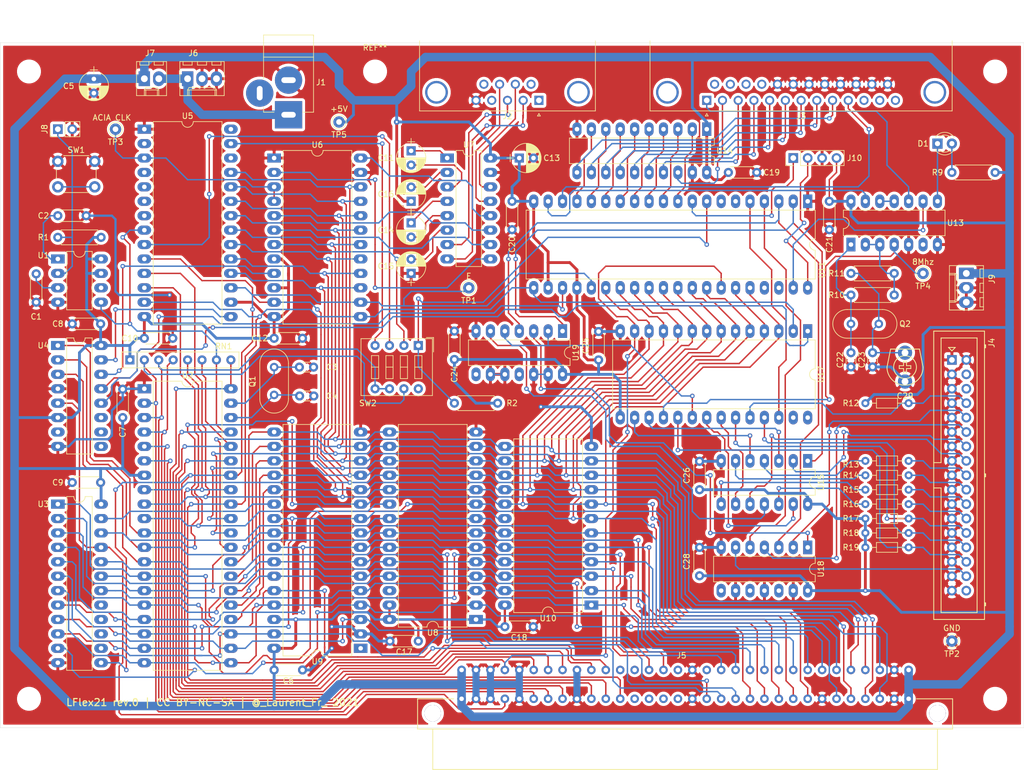
<source format=kicad_pcb>
(kicad_pcb (version 20171130) (host pcbnew "(5.1.4)-1")
  (layers (0 F.Cu signal) (31 B.Cu signal) (34 B.Paste user) (35 F.Paste user) (36 B.SilkS user) (37 F.SilkS user) (38 B.Mask user) (39 F.Mask user) (44 Edge.Cuts user))
  (net 0 "")
  (net 1 "Net-(C1-Pad1)")
  (net 2 GND)
  (net 3 "Net-(C2-Pad1)")
  (net 4 "Net-(C3-Pad1)")
  (net 5 "Net-(C4-Pad1)")
  (net 6 +5V)
  (net 7 "Net-(C11-Pad1)")
  (net 8 "Net-(C11-Pad2)")
  (net 9 "Net-(C14-Pad1)")
  (net 10 "Net-(C14-Pad2)")
  (net 11 "Net-(C15-Pad2)")
  (net 12 "Net-(C16-Pad2)")
  (net 13 "Net-(U1-Pad6)")
  (net 14 "Net-(U3-Pad14)")
  (net 15 "Net-(U3-Pad15)")
  (net 16 "Net-(U3-Pad16)")
  (net 17 "Net-(U3-Pad17)")
  (net 18 "Net-(U4-Pad7)")
  (net 19 "Net-(U5-Pad2)")
  (net 20 "Net-(U5-Pad4)")
  (net 21 "Net-(U5-Pad5)")
  (net 22 "Net-(U5-Pad6)")
  (net 23 "Net-(U5-Pad7)")
  (net 24 "Net-(SW2-Pad2)")
  (net 25 "Net-(U5-Pad26)")
  (net 26 "Net-(U5-Pad28)")
  (net 27 "Net-(U6-Pad2)")
  (net 28 "Net-(U6-Pad5)")
  (net 29 "Net-(U6-Pad6)")
  (net 30 "Net-(U6-Pad24)")
  (net 31 /serial/TxD)
  (net 32 /serial/RxD)
  (net 33 "Net-(U9-Pad1)")
  (net 34 "Net-(U8-Pad26)")
  (net 35 A13)
  (net 36 A14)
  (net 37 A15)
  (net 38 D7)
  (net 39 D6)
  (net 40 D5)
  (net 41 D4)
  (net 42 A0)
  (net 43 D3)
  (net 44 A1)
  (net 45 D2)
  (net 46 A2)
  (net 47 D1)
  (net 48 A3)
  (net 49 D0)
  (net 50 A4)
  (net 51 A5)
  (net 52 A6)
  (net 53 A7)
  (net 54 A8)
  (net 55 A9)
  (net 56 A10)
  (net 57 A11)
  (net 58 A12)
  (net 59 ~RD~)
  (net 60 ~WR~)
  (net 61 "Net-(U4-Pad9)")
  (net 62 "Net-(U4-Pad10)")
  (net 63 "Net-(U4-Pad11)")
  (net 64 /serial/CTS)
  (net 65 /serial/RTS)
  (net 66 "Net-(C22-Pad1)")
  (net 67 "Net-(C23-Pad1)")
  (net 68 "Net-(D1-Pad2)")
  (net 69 "Net-(D1-Pad1)")
  (net 70 "Net-(J2-Pad9)")
  (net 71 "Net-(J2-Pad6)")
  (net 72 "Net-(J2-Pad4)")
  (net 73 "Net-(J2-Pad1)")
  (net 74 "Net-(J3-Pad17)")
  (net 75 "Net-(J3-Pad16)")
  (net 76 "Net-(J3-Pad15)")
  (net 77 "Net-(J3-Pad14)")
  (net 78 "Net-(J3-Pad13)")
  (net 79 "Net-(J3-Pad12)")
  (net 80 "Net-(J3-Pad11)")
  (net 81 /pia/~ACK~)
  (net 82 "Net-(J3-Pad9)")
  (net 83 "Net-(J3-Pad8)")
  (net 84 "Net-(J3-Pad7)")
  (net 85 "Net-(J3-Pad6)")
  (net 86 "Net-(J3-Pad5)")
  (net 87 "Net-(J3-Pad4)")
  (net 88 "Net-(J3-Pad3)")
  (net 89 "Net-(J3-Pad2)")
  (net 90 /pia/~STROBE~)
  (net 91 "Net-(R10-Pad1)")
  (net 92 "Net-(J4-Pad26)")
  (net 93 "Net-(R13-Pad1)")
  (net 94 /floppy/DIR)
  (net 95 /floppy/STEP)
  (net 96 "Net-(R14-Pad1)")
  (net 97 /floppy/WRDATA)
  (net 98 "Net-(R15-Pad1)")
  (net 99 "Net-(R16-Pad1)")
  (net 100 /floppy/WRGATE)
  (net 101 "Net-(J4-Pad28)")
  (net 102 "Net-(J4-Pad30)")
  (net 103 "Net-(J4-Pad8)")
  (net 104 ~RESET~)
  (net 105 ~NMI~)
  (net 106 ~IRQ~)
  (net 107 ~FIRQ~)
  (net 108 R~W~)
  (net 109 E)
  (net 110 ~CSRTC~)
  (net 111 ~CSIO~)
  (net 112 ~CSROM~)
  (net 113 ~CSPTM~)
  (net 114 ~CSACIA~)
  (net 115 "Net-(U11-Pad39)")
  (net 116 "Net-(U13-Pad11)")
  (net 117 "Net-(U13-Pad6)")
  (net 118 "Net-(U11-Pad19)")
  (net 119 "Net-(U11-Pad17)")
  (net 120 "Net-(U11-Pad16)")
  (net 121 "Net-(U11-Pad15)")
  (net 122 "Net-(U11-Pad14)")
  (net 123 "Net-(U11-Pad13)")
  (net 124 "Net-(U11-Pad12)")
  (net 125 "Net-(U11-Pad11)")
  (net 126 "Net-(U11-Pad10)")
  (net 127 "Net-(U15-Pad13)")
  (net 128 "Net-(U15-Pad5)")
  (net 129 "Net-(U15-Pad11)")
  (net 130 "Net-(J4-Pad16)")
  (net 131 "Net-(U15-Pad3)")
  (net 132 "Net-(U15-Pad9)")
  (net 133 "Net-(J4-Pad14)")
  (net 134 PSEL0)
  (net 135 ~CSFLPY~)
  (net 136 "Net-(U17-Pad20)")
  (net 137 /floppy/SIDESELECT)
  (net 138 "Net-(U18-Pad12)")
  (net 139 PSIDESELECT)
  (net 140 "Net-(J4-Pad12)")
  (net 141 "Net-(U18-Pad10)")
  (net 142 PSEL1)
  (net 143 "Net-(J4-Pad10)")
  (net 144 "Net-(U18-Pad8)")
  (net 145 "Net-(U18-Pad1)")
  (net 146 "Net-(U19-Pad8)")
  (net 147 "Net-(U19-Pad11)")
  (net 148 ~CSPIA~)
  (net 149 PDDEN)
  (net 150 "Net-(U11-Pad6)")
  (net 151 "Net-(U11-Pad7)")
  (net 152 "Net-(U11-Pad37)")
  (net 153 "Net-(U11-Pad38)")
  (net 154 "Net-(J4-Pad4)")
  (net 155 "Net-(J4-Pad6)")
  (net 156 "Net-(J4-Pad34)")
  (net 157 "Net-(U17-Pad27)")
  (net 158 "Net-(U17-Pad28)")
  (net 159 ~MRDY~)
  (net 160 ~HALT~)
  (net 161 ~DMA~)
  (net 162 BS)
  (net 163 BA)
  (net 164 Q)
  (net 165 "Net-(SW2-Pad3)")
  (net 166 "Net-(SW2-Pad4)")
  (net 167 "Net-(J5-Padc17)")
  (net 168 "Net-(J5-Padc18)")
  (net 169 "Net-(J5-Padc19)")
  (net 170 "Net-(J5-Padc20)")
  (net 171 "Net-(J5-Pada15)")
  (net 172 "Net-(J5-Pada17)")
  (net 173 "Net-(J5-Pada20)")
  (net 174 "Net-(J5-Pada21)")
  (net 175 "Net-(J1-Pad1)")
  (net 176 ~CSRAM~)
  (net 177 "Net-(SW2-Pad8)")
  (net 178 "Net-(J8-Pad1)")
  (net 179 "Net-(TP3-Pad1)")
  (net 180 "Net-(TP4-Pad1)")
  (net 181 PSW1)
  (net 182 "Net-(J10-Pad1)")
  (net 183 "Net-(J10-Pad2)")
  (module Connectors:Pin_d1.0mm_L10.0mm (layer F.Cu) (at 85.09 46.99)
    (fp_text reference TP5 (at 0 2.25) (layer F.SilkS))
    (fp_text value +5V)
    (pad 1 thru_hole circle (at 0 0) (size 2 2) (drill 1) (layers *.Cu *.Mask) (net 6 +5V))
  )
  (module Pin_Headers:Pin_Header_Straight_1x04_Pitch2.54mm (layer F.Cu) (at 165.1 53.34 90)
    (fp_text reference J10 (at 0 10.795 180) (layer F.SilkS))
    (fp_text value Conn_01x04_Male)
    (pad 1 thru_hole rect (at 0 0 90) (size 1.7 1.7) (drill 1) (layers *.Cu *.Mask) (net 182 "Net-(J10-Pad1)"))
    (pad 2 thru_hole oval (at 0 2.54 90) (size 1.7 1.7) (drill 1) (layers *.Cu *.Mask) (net 183 "Net-(J10-Pad2)"))
    (pad 3 thru_hole oval (at 0 5.08 90) (size 1.7 1.7) (drill 1) (layers *.Cu *.Mask) (net 2 GND))
    (pad 4 thru_hole oval (at 0 7.62 90) (size 1.7 1.7) (drill 1) (layers *.Cu *.Mask) (net 6 +5V))
  )
  (module Resistors_THT:R_Axial_DIN0207_L6.3mm_D2.5mm_P7.62mm_Horizontal (layer F.Cu) (at 113.03 96.52 180)
    (fp_text reference R2 (at -2.54 0) (layer F.SilkS))
    (fp_text value 4k7)
    (pad 1 thru_hole circle (at 0 0 180) (size 1.6 1.6) (drill 0.8) (layers *.Cu *.Mask) (net 6 +5V))
    (pad 2 thru_hole oval (at 7.62 0 180) (size 1.6 1.6) (drill 0.8) (layers *.Cu *.Mask) (net 181 PSW1))
  )
  (module mylib:C-TRIMMER-5 (layer F.Cu) (at 184.785 90.17)
    (fp_text reference C29 (at 0 5.08) (layer F.SilkS))
    (fp_text value 5-15pF)
    (pad 2 thru_hole circle (at 0 2.54) (size 2.5 2.5) (drill 1.2) (layers *.Cu *.Mask) (net 2 GND))
    (pad 1 thru_hole circle (at 0 -2.54) (size 2.5 2.5) (drill 1.2) (layers *.Cu *.Mask) (net 67 "Net-(C23-Pad1)"))
  )
  (module Resistors_THT:R_Axial_DIN0204_L3.6mm_D1.6mm_P7.62mm_Horizontal (layer F.Cu) (at 185.42 96.52 180)
    (fp_text reference R12 (at 10.16 0) (layer F.SilkS))
    (fp_text value 1K)
    (pad 1 thru_hole circle (at 0 0 180) (size 1.4 1.4) (drill 0.7) (layers *.Cu *.Mask) (net 103 "Net-(J4-Pad8)"))
    (pad 2 thru_hole oval (at 7.62 0 180) (size 1.4 1.4) (drill 0.7) (layers *.Cu *.Mask) (net 6 +5V))
  )
  (module Resistors_THT:R_Axial_DIN0204_L3.6mm_D1.6mm_P7.62mm_Horizontal (layer F.Cu) (at 177.8 121.92)
    (fp_text reference R19 (at -2.54 0) (layer F.SilkS))
    (fp_text value 220)
    (pad 1 thru_hole circle (at 0 0) (size 1.4 1.4) (drill 0.7) (layers *.Cu *.Mask) (net 6 +5V))
    (pad 2 thru_hole oval (at 7.62 0) (size 1.4 1.4) (drill 0.7) (layers *.Cu *.Mask) (net 102 "Net-(J4-Pad30)"))
  )
  (module Resistors_THT:R_Axial_DIN0204_L3.6mm_D1.6mm_P7.62mm_Horizontal (layer F.Cu) (at 177.8 119.38)
    (fp_text reference R18 (at -2.54 0) (layer F.SilkS))
    (fp_text value 1K)
    (pad 1 thru_hole circle (at 0 0) (size 1.4 1.4) (drill 0.7) (layers *.Cu *.Mask) (net 6 +5V))
    (pad 2 thru_hole oval (at 7.62 0) (size 1.4 1.4) (drill 0.7) (layers *.Cu *.Mask) (net 101 "Net-(J4-Pad28)"))
  )
  (module Resistors_THT:R_Axial_DIN0204_L3.6mm_D1.6mm_P7.62mm_Horizontal (layer F.Cu) (at 177.8 114.3)
    (fp_text reference R16 (at -2.54 0) (layer F.SilkS))
    (fp_text value 47)
    (pad 1 thru_hole circle (at 0 0) (size 1.4 1.4) (drill 0.7) (layers *.Cu *.Mask) (net 99 "Net-(R16-Pad1)"))
    (pad 2 thru_hole oval (at 7.62 0) (size 1.4 1.4) (drill 0.7) (layers *.Cu *.Mask) (net 100 /floppy/WRGATE))
  )
  (module Resistors_THT:R_Axial_DIN0204_L3.6mm_D1.6mm_P7.62mm_Horizontal (layer F.Cu) (at 177.8 111.76)
    (fp_text reference R15 (at -2.54 0) (layer F.SilkS))
    (fp_text value 47)
    (pad 1 thru_hole circle (at 0 0) (size 1.4 1.4) (drill 0.7) (layers *.Cu *.Mask) (net 98 "Net-(R15-Pad1)"))
    (pad 2 thru_hole oval (at 7.62 0) (size 1.4 1.4) (drill 0.7) (layers *.Cu *.Mask) (net 97 /floppy/WRDATA))
  )
  (module Resistors_THT:R_Axial_DIN0204_L3.6mm_D1.6mm_P7.62mm_Horizontal (layer F.Cu) (at 177.8 109.22)
    (fp_text reference R14 (at -2.54 0) (layer F.SilkS))
    (fp_text value 47)
    (pad 1 thru_hole circle (at 0 0) (size 1.4 1.4) (drill 0.7) (layers *.Cu *.Mask) (net 96 "Net-(R14-Pad1)"))
    (pad 2 thru_hole oval (at 7.62 0) (size 1.4 1.4) (drill 0.7) (layers *.Cu *.Mask) (net 95 /floppy/STEP))
  )
  (module Resistors_THT:R_Axial_DIN0204_L3.6mm_D1.6mm_P7.62mm_Horizontal (layer F.Cu) (at 177.8 106.68)
    (fp_text reference R13 (at -2.54 0.635) (layer F.SilkS))
    (fp_text value 47)
    (pad 1 thru_hole circle (at 0 0) (size 1.4 1.4) (drill 0.7) (layers *.Cu *.Mask) (net 93 "Net-(R13-Pad1)"))
    (pad 2 thru_hole oval (at 7.62 0) (size 1.4 1.4) (drill 0.7) (layers *.Cu *.Mask) (net 94 /floppy/DIR))
  )
  (module Resistors_THT:R_Axial_DIN0204_L3.6mm_D1.6mm_P7.62mm_Horizontal (layer F.Cu) (at 177.8 116.84)
    (fp_text reference R17 (at -2.54 0) (layer F.SilkS))
    (fp_text value 1K)
    (pad 1 thru_hole circle (at 0 0) (size 1.4 1.4) (drill 0.7) (layers *.Cu *.Mask) (net 6 +5V))
    (pad 2 thru_hole oval (at 7.62 0) (size 1.4 1.4) (drill 0.7) (layers *.Cu *.Mask) (net 92 "Net-(J4-Pad26)"))
  )
  (module Connectors_Molex:Molex_KK-6410-03_03x2.54mm_Straight (layer F.Cu) (at 195.58 73.66 270)
    (fp_text reference J9 (at 1 -4.5 90) (layer F.SilkS))
    (fp_text value Conn_01x03_Male)
    (pad 1 thru_hole rect (at 0 0 270) (size 2 2.6) (drill 1.2) (layers *.Cu *.Mask) (net 6 +5V))
    (pad 2 thru_hole oval (at 2.54 0 270) (size 2 2.6) (drill 1.2) (layers *.Cu *.Mask) (net 2 GND))
    (pad 3 thru_hole oval (at 5.08 0 270) (size 2 2.6) (drill 1.2) (layers *.Cu *.Mask) (net 2 GND))
  )
  (module Connectors:Pin_d1.0mm_L10.0mm (layer F.Cu) (at 187.96 73.66)
    (fp_text reference TP4 (at 0 2.25) (layer F.SilkS))
    (fp_text value Floppy_8mhz)
    (pad 1 thru_hole circle (at 0 0) (size 2 2) (drill 1) (layers *.Cu *.Mask) (net 180 "Net-(TP4-Pad1)"))
  )
  (module Connectors:Pin_d1.0mm_L10.0mm (layer F.Cu) (at 45.72 48.26)
    (fp_text reference TP3 (at 0 2.25) (layer F.SilkS))
    (fp_text value Acia_Clk)
    (pad 1 thru_hole circle (at 0 0) (size 2 2) (drill 1) (layers *.Cu *.Mask) (net 179 "Net-(TP3-Pad1)"))
  )
  (module Connectors:Pin_d1.0mm_L10.0mm (layer F.Cu) (at 193.04 138.43)
    (fp_text reference TP2 (at 0 2.25) (layer F.SilkS))
    (fp_text value GND)
    (pad 1 thru_hole circle (at 0 0) (size 2 2) (drill 1) (layers *.Cu *.Mask) (net 2 GND))
  )
  (module Connectors:Pin_d1.0mm_L10.0mm (layer F.Cu) (at 107.95 76.2)
    (fp_text reference TP1 (at 0 2.25) (layer F.SilkS))
    (fp_text value E)
    (pad 1 thru_hole circle (at 0 0) (size 2 2) (drill 1) (layers *.Cu *.Mask) (net 109 E))
  )
  (module Pin_Headers:Pin_Header_Straight_1x02_Pitch2.54mm (layer F.Cu) (at 35.56 48.26 90)
    (fp_text reference J8 (at 0 -2.33 90) (layer F.SilkS))
    (fp_text value Conn_01x02_Male)
    (pad 1 thru_hole rect (at 0 0 90) (size 1.7 1.7) (drill 1) (layers *.Cu *.Mask) (net 178 "Net-(J8-Pad1)"))
    (pad 2 thru_hole oval (at 0 2.54 90) (size 1.7 1.7) (drill 1) (layers *.Cu *.Mask) (net 2 GND))
  )
  (module Connectors_Molex:Molex_KK-6410-02_02x2.54mm_Straight (layer F.Cu) (at 50.8 39.37)
    (fp_text reference J7 (at 1 -4.5) (layer F.SilkS))
    (fp_text value Conn_01x02_Male)
    (pad 1 thru_hole rect (at 0 0) (size 2 2.6) (drill 1.2) (layers *.Cu *.Mask) (net 6 +5V))
    (pad 2 thru_hole oval (at 2.54 0) (size 2 2.6) (drill 1.2) (layers *.Cu *.Mask) (net 175 "Net-(J1-Pad1)"))
  )
  (module Connectors_Molex:Molex_KK-6410-03_03x2.54mm_Straight (layer F.Cu) (at 58.42 39.37)
    (fp_text reference J6 (at 1 -4.5) (layer F.SilkS))
    (fp_text value Conn_01x03_Male)
    (pad 1 thru_hole rect (at 0 0) (size 2 2.6) (drill 1.2) (layers *.Cu *.Mask) (net 175 "Net-(J1-Pad1)"))
    (pad 2 thru_hole oval (at 2.54 0) (size 2 2.6) (drill 1.2) (layers *.Cu *.Mask) (net 2 GND))
    (pad 3 thru_hole oval (at 5.08 0) (size 2 2.6) (drill 1.2) (layers *.Cu *.Mask) (net 2 GND))
  )
  (module Housings_DIP:DIP-14_W7.62mm_LongPads (layer F.Cu) (at 124.46 83.82 270)
    (fp_text reference U19 (at 3.81 -2.33 90) (layer F.SilkS))
    (fp_text value 74LS08)
    (pad 1 thru_hole rect (at 0 0 270) (size 2.4 1.6) (drill 0.8) (layers *.Cu *.Mask) (net 134 PSEL0))
    (pad 8 thru_hole oval (at 7.62 15.24 270) (size 2.4 1.6) (drill 0.8) (layers *.Cu *.Mask) (net 146 "Net-(U19-Pad8)"))
    (pad 2 thru_hole oval (at 0 2.54 270) (size 2.4 1.6) (drill 0.8) (layers *.Cu *.Mask) (net 136 "Net-(U17-Pad20)"))
    (pad 9 thru_hole oval (at 7.62 12.7 270) (size 2.4 1.6) (drill 0.8) (layers *.Cu *.Mask) (net 2 GND))
    (pad 3 thru_hole oval (at 0 5.08 270) (size 2.4 1.6) (drill 0.8) (layers *.Cu *.Mask) (net 145 "Net-(U18-Pad1)"))
    (pad 10 thru_hole oval (at 7.62 10.16 270) (size 2.4 1.6) (drill 0.8) (layers *.Cu *.Mask) (net 2 GND))
    (pad 4 thru_hole oval (at 0 7.62 270) (size 2.4 1.6) (drill 0.8) (layers *.Cu *.Mask) (net 142 PSEL1))
    (pad 11 thru_hole oval (at 7.62 7.62 270) (size 2.4 1.6) (drill 0.8) (layers *.Cu *.Mask) (net 147 "Net-(U19-Pad11)"))
    (pad 5 thru_hole oval (at 0 10.16 270) (size 2.4 1.6) (drill 0.8) (layers *.Cu *.Mask) (net 136 "Net-(U17-Pad20)"))
    (pad 12 thru_hole oval (at 7.62 5.08 270) (size 2.4 1.6) (drill 0.8) (layers *.Cu *.Mask) (net 2 GND))
    (pad 6 thru_hole oval (at 0 12.7 270) (size 2.4 1.6) (drill 0.8) (layers *.Cu *.Mask) (net 129 "Net-(U15-Pad11)"))
    (pad 13 thru_hole oval (at 7.62 2.54 270) (size 2.4 1.6) (drill 0.8) (layers *.Cu *.Mask) (net 2 GND))
    (pad 7 thru_hole oval (at 0 15.24 270) (size 2.4 1.6) (drill 0.8) (layers *.Cu *.Mask) (net 2 GND))
    (pad 14 thru_hole oval (at 7.62 0 270) (size 2.4 1.6) (drill 0.8) (layers *.Cu *.Mask) (net 6 +5V))
  )
  (module Housings_DIP:DIP-14_W7.62mm_LongPads (layer F.Cu) (at 167.64 121.92 270)
    (fp_text reference U18 (at 3.81 -2.33 90) (layer F.SilkS))
    (fp_text value 74LS06)
    (pad 1 thru_hole rect (at 0 0 270) (size 2.4 1.6) (drill 0.8) (layers *.Cu *.Mask) (net 145 "Net-(U18-Pad1)"))
    (pad 8 thru_hole oval (at 7.62 15.24 270) (size 2.4 1.6) (drill 0.8) (layers *.Cu *.Mask) (net 144 "Net-(U18-Pad8)"))
    (pad 2 thru_hole oval (at 0 2.54 270) (size 2.4 1.6) (drill 0.8) (layers *.Cu *.Mask) (net 143 "Net-(J4-Pad10)"))
    (pad 9 thru_hole oval (at 7.62 12.7 270) (size 2.4 1.6) (drill 0.8) (layers *.Cu *.Mask) (net 2 GND))
    (pad 3 thru_hole oval (at 0 5.08 270) (size 2.4 1.6) (drill 0.8) (layers *.Cu *.Mask) (net 142 PSEL1))
    (pad 10 thru_hole oval (at 7.62 10.16 270) (size 2.4 1.6) (drill 0.8) (layers *.Cu *.Mask) (net 141 "Net-(U18-Pad10)"))
    (pad 4 thru_hole oval (at 0 7.62 270) (size 2.4 1.6) (drill 0.8) (layers *.Cu *.Mask) (net 140 "Net-(J4-Pad12)"))
    (pad 11 thru_hole oval (at 7.62 7.62 270) (size 2.4 1.6) (drill 0.8) (layers *.Cu *.Mask) (net 2 GND))
    (pad 5 thru_hole oval (at 0 10.16 270) (size 2.4 1.6) (drill 0.8) (layers *.Cu *.Mask) (net 139 PSIDESELECT))
    (pad 12 thru_hole oval (at 7.62 5.08 270) (size 2.4 1.6) (drill 0.8) (layers *.Cu *.Mask) (net 138 "Net-(U18-Pad12)"))
    (pad 6 thru_hole oval (at 0 12.7 270) (size 2.4 1.6) (drill 0.8) (layers *.Cu *.Mask) (net 137 /floppy/SIDESELECT))
    (pad 13 thru_hole oval (at 7.62 2.54 270) (size 2.4 1.6) (drill 0.8) (layers *.Cu *.Mask) (net 2 GND))
    (pad 7 thru_hole oval (at 0 15.24 270) (size 2.4 1.6) (drill 0.8) (layers *.Cu *.Mask) (net 2 GND))
    (pad 14 thru_hole oval (at 7.62 0 270) (size 2.4 1.6) (drill 0.8) (layers *.Cu *.Mask) (net 6 +5V))
  )
  (module Housings_DIP:DIP-14_W7.62mm_LongPads (layer F.Cu) (at 167.64 106.68 270)
    (fp_text reference U15 (at 3.81 -2.33 90) (layer F.SilkS))
    (fp_text value 74LS06)
    (pad 1 thru_hole rect (at 0 0 270) (size 2.4 1.6) (drill 0.8) (layers *.Cu *.Mask) (net 134 PSEL0))
    (pad 8 thru_hole oval (at 7.62 15.24 270) (size 2.4 1.6) (drill 0.8) (layers *.Cu *.Mask) (net 98 "Net-(R15-Pad1)"))
    (pad 2 thru_hole oval (at 0 2.54 270) (size 2.4 1.6) (drill 0.8) (layers *.Cu *.Mask) (net 133 "Net-(J4-Pad14)"))
    (pad 9 thru_hole oval (at 7.62 12.7 270) (size 2.4 1.6) (drill 0.8) (layers *.Cu *.Mask) (net 132 "Net-(U15-Pad9)"))
    (pad 3 thru_hole oval (at 0 5.08 270) (size 2.4 1.6) (drill 0.8) (layers *.Cu *.Mask) (net 131 "Net-(U15-Pad3)"))
    (pad 10 thru_hole oval (at 7.62 10.16 270) (size 2.4 1.6) (drill 0.8) (layers *.Cu *.Mask) (net 130 "Net-(J4-Pad16)"))
    (pad 4 thru_hole oval (at 0 7.62 270) (size 2.4 1.6) (drill 0.8) (layers *.Cu *.Mask) (net 93 "Net-(R13-Pad1)"))
    (pad 11 thru_hole oval (at 7.62 7.62 270) (size 2.4 1.6) (drill 0.8) (layers *.Cu *.Mask) (net 129 "Net-(U15-Pad11)"))
    (pad 5 thru_hole oval (at 0 10.16 270) (size 2.4 1.6) (drill 0.8) (layers *.Cu *.Mask) (net 128 "Net-(U15-Pad5)"))
    (pad 12 thru_hole oval (at 7.62 5.08 270) (size 2.4 1.6) (drill 0.8) (layers *.Cu *.Mask) (net 99 "Net-(R16-Pad1)"))
    (pad 6 thru_hole oval (at 0 12.7 270) (size 2.4 1.6) (drill 0.8) (layers *.Cu *.Mask) (net 96 "Net-(R14-Pad1)"))
    (pad 13 thru_hole oval (at 7.62 2.54 270) (size 2.4 1.6) (drill 0.8) (layers *.Cu *.Mask) (net 127 "Net-(U15-Pad13)"))
    (pad 7 thru_hole oval (at 0 15.24 270) (size 2.4 1.6) (drill 0.8) (layers *.Cu *.Mask) (net 2 GND))
    (pad 14 thru_hole oval (at 7.62 0 270) (size 2.4 1.6) (drill 0.8) (layers *.Cu *.Mask) (net 6 +5V))
  )
  (module Housings_DIP:DIP-14_W7.62mm_LongPads (layer F.Cu) (at 175.26 68.58 90)
    (fp_text reference U13 (at 3.81 18.415 180) (layer F.SilkS))
    (fp_text value 74HC04)
    (pad 1 thru_hole rect (at 0 0 90) (size 2.4 1.6) (drill 0.8) (layers *.Cu *.Mask) (net 66 "Net-(C22-Pad1)"))
    (pad 8 thru_hole oval (at 7.62 15.24 90) (size 2.4 1.6) (drill 0.8) (layers *.Cu *.Mask) (net 69 "Net-(D1-Pad1)"))
    (pad 2 thru_hole oval (at 0 2.54 90) (size 2.4 1.6) (drill 0.8) (layers *.Cu *.Mask) (net 91 "Net-(R10-Pad1)"))
    (pad 9 thru_hole oval (at 7.62 12.7 90) (size 2.4 1.6) (drill 0.8) (layers *.Cu *.Mask) (net 115 "Net-(U11-Pad39)"))
    (pad 3 thru_hole oval (at 0 5.08 90) (size 2.4 1.6) (drill 0.8) (layers *.Cu *.Mask) (net 91 "Net-(R10-Pad1)"))
    (pad 10 thru_hole oval (at 7.62 10.16 90) (size 2.4 1.6) (drill 0.8) (layers *.Cu *.Mask) (net 90 /pia/~STROBE~))
    (pad 4 thru_hole oval (at 0 7.62 90) (size 2.4 1.6) (drill 0.8) (layers *.Cu *.Mask) (net 180 "Net-(TP4-Pad1)"))
    (pad 11 thru_hole oval (at 7.62 7.62 90) (size 2.4 1.6) (drill 0.8) (layers *.Cu *.Mask) (net 116 "Net-(U13-Pad11)"))
    (pad 5 thru_hole oval (at 0 10.16 90) (size 2.4 1.6) (drill 0.8) (layers *.Cu *.Mask) (net 2 GND))
    (pad 12 thru_hole oval (at 7.62 5.08 90) (size 2.4 1.6) (drill 0.8) (layers *.Cu *.Mask) (net 116 "Net-(U13-Pad11)"))
    (pad 6 thru_hole oval (at 0 12.7 90) (size 2.4 1.6) (drill 0.8) (layers *.Cu *.Mask) (net 117 "Net-(U13-Pad6)"))
    (pad 13 thru_hole oval (at 7.62 2.54 90) (size 2.4 1.6) (drill 0.8) (layers *.Cu *.Mask) (net 118 "Net-(U11-Pad19)"))
    (pad 7 thru_hole oval (at 0 15.24 90) (size 2.4 1.6) (drill 0.8) (layers *.Cu *.Mask) (net 2 GND))
    (pad 14 thru_hole oval (at 7.62 0 90) (size 2.4 1.6) (drill 0.8) (layers *.Cu *.Mask) (net 6 +5V))
  )
  (module Housings_DIP:DIP-16_W7.62mm_LongPads (layer F.Cu) (at 35.56 86.36)
    (fp_text reference U4 (at -2.54 0) (layer F.SilkS))
    (fp_text value 74LS138)
    (pad 1 thru_hole rect (at 0 0) (size 2.4 1.6) (drill 0.8) (layers *.Cu *.Mask) (net 48 A3))
    (pad 9 thru_hole oval (at 7.62 17.78) (size 2.4 1.6) (drill 0.8) (layers *.Cu *.Mask) (net 61 "Net-(U4-Pad9)"))
    (pad 2 thru_hole oval (at 0 2.54) (size 2.4 1.6) (drill 0.8) (layers *.Cu *.Mask) (net 50 A4))
    (pad 10 thru_hole oval (at 7.62 15.24) (size 2.4 1.6) (drill 0.8) (layers *.Cu *.Mask) (net 62 "Net-(U4-Pad10)"))
    (pad 3 thru_hole oval (at 0 5.08) (size 2.4 1.6) (drill 0.8) (layers *.Cu *.Mask) (net 51 A5))
    (pad 11 thru_hole oval (at 7.62 12.7) (size 2.4 1.6) (drill 0.8) (layers *.Cu *.Mask) (net 63 "Net-(U4-Pad11)"))
    (pad 4 thru_hole oval (at 0 7.62) (size 2.4 1.6) (drill 0.8) (layers *.Cu *.Mask) (net 2 GND))
    (pad 12 thru_hole oval (at 7.62 10.16) (size 2.4 1.6) (drill 0.8) (layers *.Cu *.Mask) (net 135 ~CSFLPY~))
    (pad 5 thru_hole oval (at 0 10.16) (size 2.4 1.6) (drill 0.8) (layers *.Cu *.Mask) (net 111 ~CSIO~))
    (pad 13 thru_hole oval (at 7.62 7.62) (size 2.4 1.6) (drill 0.8) (layers *.Cu *.Mask) (net 148 ~CSPIA~))
    (pad 6 thru_hole oval (at 0 12.7) (size 2.4 1.6) (drill 0.8) (layers *.Cu *.Mask) (net 6 +5V))
    (pad 14 thru_hole oval (at 7.62 5.08) (size 2.4 1.6) (drill 0.8) (layers *.Cu *.Mask) (net 114 ~CSACIA~))
    (pad 7 thru_hole oval (at 0 15.24) (size 2.4 1.6) (drill 0.8) (layers *.Cu *.Mask) (net 18 "Net-(U4-Pad7)"))
    (pad 15 thru_hole oval (at 7.62 2.54) (size 2.4 1.6) (drill 0.8) (layers *.Cu *.Mask) (net 113 ~CSPTM~))
    (pad 8 thru_hole oval (at 0 17.78) (size 2.4 1.6) (drill 0.8) (layers *.Cu *.Mask) (net 2 GND))
    (pad 16 thru_hole oval (at 7.62 0) (size 2.4 1.6) (drill 0.8) (layers *.Cu *.Mask) (net 6 +5V))
  )
  (module Housings_DIP:DIP-20_W7.62mm_LongPads (layer F.Cu) (at 149.86 48.26 270)
    (fp_text reference U14 (at 3.81 -3.175 180) (layer F.SilkS))
    (fp_text value 74LS245)
    (pad 20 thru_hole oval (at 7.62 0 270) (size 2.4 1.6) (drill 0.8) (layers *.Cu *.Mask) (net 6 +5V))
    (pad 10 thru_hole oval (at 0 22.86 270) (size 2.4 1.6) (drill 0.8) (layers *.Cu *.Mask) (net 2 GND))
    (pad 19 thru_hole oval (at 7.62 2.54 270) (size 2.4 1.6) (drill 0.8) (layers *.Cu *.Mask) (net 2 GND))
    (pad 9 thru_hole oval (at 0 20.32 270) (size 2.4 1.6) (drill 0.8) (layers *.Cu *.Mask) (net 119 "Net-(U11-Pad17)"))
    (pad 18 thru_hole oval (at 7.62 5.08 270) (size 2.4 1.6) (drill 0.8) (layers *.Cu *.Mask) (net 89 "Net-(J3-Pad2)"))
    (pad 8 thru_hole oval (at 0 17.78 270) (size 2.4 1.6) (drill 0.8) (layers *.Cu *.Mask) (net 120 "Net-(U11-Pad16)"))
    (pad 17 thru_hole oval (at 7.62 7.62 270) (size 2.4 1.6) (drill 0.8) (layers *.Cu *.Mask) (net 88 "Net-(J3-Pad3)"))
    (pad 7 thru_hole oval (at 0 15.24 270) (size 2.4 1.6) (drill 0.8) (layers *.Cu *.Mask) (net 121 "Net-(U11-Pad15)"))
    (pad 16 thru_hole oval (at 7.62 10.16 270) (size 2.4 1.6) (drill 0.8) (layers *.Cu *.Mask) (net 87 "Net-(J3-Pad4)"))
    (pad 6 thru_hole oval (at 0 12.7 270) (size 2.4 1.6) (drill 0.8) (layers *.Cu *.Mask) (net 122 "Net-(U11-Pad14)"))
    (pad 15 thru_hole oval (at 7.62 12.7 270) (size 2.4 1.6) (drill 0.8) (layers *.Cu *.Mask) (net 86 "Net-(J3-Pad5)"))
    (pad 5 thru_hole oval (at 0 10.16 270) (size 2.4 1.6) (drill 0.8) (layers *.Cu *.Mask) (net 123 "Net-(U11-Pad13)"))
    (pad 14 thru_hole oval (at 7.62 15.24 270) (size 2.4 1.6) (drill 0.8) (layers *.Cu *.Mask) (net 85 "Net-(J3-Pad6)"))
    (pad 4 thru_hole oval (at 0 7.62 270) (size 2.4 1.6) (drill 0.8) (layers *.Cu *.Mask) (net 124 "Net-(U11-Pad12)"))
    (pad 13 thru_hole oval (at 7.62 17.78 270) (size 2.4 1.6) (drill 0.8) (layers *.Cu *.Mask) (net 84 "Net-(J3-Pad7)"))
    (pad 3 thru_hole oval (at 0 5.08 270) (size 2.4 1.6) (drill 0.8) (layers *.Cu *.Mask) (net 125 "Net-(U11-Pad11)"))
    (pad 12 thru_hole oval (at 7.62 20.32 270) (size 2.4 1.6) (drill 0.8) (layers *.Cu *.Mask) (net 83 "Net-(J3-Pad8)"))
    (pad 2 thru_hole oval (at 0 2.54 270) (size 2.4 1.6) (drill 0.8) (layers *.Cu *.Mask) (net 126 "Net-(U11-Pad10)"))
    (pad 11 thru_hole oval (at 7.62 22.86 270) (size 2.4 1.6) (drill 0.8) (layers *.Cu *.Mask) (net 82 "Net-(J3-Pad9)"))
    (pad 1 thru_hole rect (at 0 0 270) (size 2.4 1.6) (drill 0.8) (layers *.Cu *.Mask) (net 6 +5V))
  )
  (module Connectors_DSub:DSUB-25_Female_Horizontal_Pitch2.77x2.84mm_EdgePinOffset7.70mm_Housed_MountingHolesOffset9.12mm (layer F.Cu) (at 149.86 43.18 180)
    (fp_text reference J3 (at -16.62 -2.8) (layer F.SilkS))
    (fp_text value DB25_Female)
    (pad 1 thru_hole rect (at 0 0 180) (size 1.6 1.6) (drill 1) (layers *.Cu *.Mask) (net 90 /pia/~STROBE~))
    (pad 2 thru_hole circle (at -2.77 0 180) (size 1.6 1.6) (drill 1) (layers *.Cu *.Mask) (net 89 "Net-(J3-Pad2)"))
    (pad 3 thru_hole circle (at -5.54 0 180) (size 1.6 1.6) (drill 1) (layers *.Cu *.Mask) (net 88 "Net-(J3-Pad3)"))
    (pad 4 thru_hole circle (at -8.31 0 180) (size 1.6 1.6) (drill 1) (layers *.Cu *.Mask) (net 87 "Net-(J3-Pad4)"))
    (pad 5 thru_hole circle (at -11.08 0 180) (size 1.6 1.6) (drill 1) (layers *.Cu *.Mask) (net 86 "Net-(J3-Pad5)"))
    (pad 6 thru_hole circle (at -13.85 0 180) (size 1.6 1.6) (drill 1) (layers *.Cu *.Mask) (net 85 "Net-(J3-Pad6)"))
    (pad 7 thru_hole circle (at -16.62 0 180) (size 1.6 1.6) (drill 1) (layers *.Cu *.Mask) (net 84 "Net-(J3-Pad7)"))
    (pad 8 thru_hole circle (at -19.39 0 180) (size 1.6 1.6) (drill 1) (layers *.Cu *.Mask) (net 83 "Net-(J3-Pad8)"))
    (pad 9 thru_hole circle (at -22.16 0 180) (size 1.6 1.6) (drill 1) (layers *.Cu *.Mask) (net 82 "Net-(J3-Pad9)"))
    (pad 10 thru_hole circle (at -24.93 0 180) (size 1.6 1.6) (drill 1) (layers *.Cu *.Mask) (net 81 /pia/~ACK~))
    (pad 11 thru_hole circle (at -27.7 0 180) (size 1.6 1.6) (drill 1) (layers *.Cu *.Mask) (net 80 "Net-(J3-Pad11)"))
    (pad 12 thru_hole circle (at -30.47 0 180) (size 1.6 1.6) (drill 1) (layers *.Cu *.Mask) (net 79 "Net-(J3-Pad12)"))
    (pad 13 thru_hole circle (at -33.24 0 180) (size 1.6 1.6) (drill 1) (layers *.Cu *.Mask) (net 78 "Net-(J3-Pad13)"))
    (pad 14 thru_hole circle (at -1.385 2.84 180) (size 1.6 1.6) (drill 1) (layers *.Cu *.Mask) (net 77 "Net-(J3-Pad14)"))
    (pad 15 thru_hole circle (at -4.155 2.84 180) (size 1.6 1.6) (drill 1) (layers *.Cu *.Mask) (net 76 "Net-(J3-Pad15)"))
    (pad 16 thru_hole circle (at -6.925 2.84 180) (size 1.6 1.6) (drill 1) (layers *.Cu *.Mask) (net 75 "Net-(J3-Pad16)"))
    (pad 17 thru_hole circle (at -9.695 2.84 180) (size 1.6 1.6) (drill 1) (layers *.Cu *.Mask) (net 74 "Net-(J3-Pad17)"))
    (pad 18 thru_hole circle (at -12.465 2.84 180) (size 1.6 1.6) (drill 1) (layers *.Cu *.Mask) (net 2 GND))
    (pad 19 thru_hole circle (at -15.235 2.84 180) (size 1.6 1.6) (drill 1) (layers *.Cu *.Mask) (net 2 GND))
    (pad 20 thru_hole circle (at -18.005 2.84 180) (size 1.6 1.6) (drill 1) (layers *.Cu *.Mask) (net 2 GND))
    (pad 21 thru_hole circle (at -20.775 2.84 180) (size 1.6 1.6) (drill 1) (layers *.Cu *.Mask) (net 2 GND))
    (pad 22 thru_hole circle (at -23.545 2.84 180) (size 1.6 1.6) (drill 1) (layers *.Cu *.Mask) (net 2 GND))
    (pad 23 thru_hole circle (at -26.315 2.84 180) (size 1.6 1.6) (drill 1) (layers *.Cu *.Mask) (net 2 GND))
    (pad 24 thru_hole circle (at -29.085 2.84 180) (size 1.6 1.6) (drill 1) (layers *.Cu *.Mask) (net 2 GND))
    (pad 25 thru_hole circle (at -31.855 2.84 180) (size 1.6 1.6) (drill 1) (layers *.Cu *.Mask) (net 2 GND))
    (pad 0 thru_hole circle (at -40.17 1.42 180) (size 4 4) (drill 3.2) (layers *.Cu *.Mask))
    (pad 0 thru_hole circle (at 6.93 1.42 180) (size 4 4) (drill 3.2) (layers *.Cu *.Mask))
  )
  (module Housings_DIP:DIP-32_W15.24mm_LongPads (layer F.Cu) (at 88.9 139.7 180)
    (fp_text reference U9 (at 7.62 -2.33) (layer F.SilkS))
    (fp_text value 628128_DIP32_SSOP32)
    (pad 1 thru_hole rect (at 0 0 180) (size 2.4 1.6) (drill 0.8) (layers *.Cu *.Mask) (net 33 "Net-(U9-Pad1)"))
    (pad 17 thru_hole oval (at 15.24 38.1 180) (size 2.4 1.6) (drill 0.8) (layers *.Cu *.Mask) (net 43 D3))
    (pad 2 thru_hole oval (at 0 2.54 180) (size 2.4 1.6) (drill 0.8) (layers *.Cu *.Mask) (net 2 GND))
    (pad 18 thru_hole oval (at 15.24 35.56 180) (size 2.4 1.6) (drill 0.8) (layers *.Cu *.Mask) (net 41 D4))
    (pad 3 thru_hole oval (at 0 5.08 180) (size 2.4 1.6) (drill 0.8) (layers *.Cu *.Mask) (net 36 A14))
    (pad 19 thru_hole oval (at 15.24 33.02 180) (size 2.4 1.6) (drill 0.8) (layers *.Cu *.Mask) (net 40 D5))
    (pad 4 thru_hole oval (at 0 7.62 180) (size 2.4 1.6) (drill 0.8) (layers *.Cu *.Mask) (net 58 A12))
    (pad 20 thru_hole oval (at 15.24 30.48 180) (size 2.4 1.6) (drill 0.8) (layers *.Cu *.Mask) (net 39 D6))
    (pad 5 thru_hole oval (at 0 10.16 180) (size 2.4 1.6) (drill 0.8) (layers *.Cu *.Mask) (net 53 A7))
    (pad 21 thru_hole oval (at 15.24 27.94 180) (size 2.4 1.6) (drill 0.8) (layers *.Cu *.Mask) (net 38 D7))
    (pad 6 thru_hole oval (at 0 12.7 180) (size 2.4 1.6) (drill 0.8) (layers *.Cu *.Mask) (net 52 A6))
    (pad 22 thru_hole oval (at 15.24 25.4 180) (size 2.4 1.6) (drill 0.8) (layers *.Cu *.Mask) (net 176 ~CSRAM~))
    (pad 7 thru_hole oval (at 0 15.24 180) (size 2.4 1.6) (drill 0.8) (layers *.Cu *.Mask) (net 51 A5))
    (pad 23 thru_hole oval (at 15.24 22.86 180) (size 2.4 1.6) (drill 0.8) (layers *.Cu *.Mask) (net 56 A10))
    (pad 8 thru_hole oval (at 0 17.78 180) (size 2.4 1.6) (drill 0.8) (layers *.Cu *.Mask) (net 50 A4))
    (pad 24 thru_hole oval (at 15.24 20.32 180) (size 2.4 1.6) (drill 0.8) (layers *.Cu *.Mask) (net 59 ~RD~))
    (pad 9 thru_hole oval (at 0 20.32 180) (size 2.4 1.6) (drill 0.8) (layers *.Cu *.Mask) (net 48 A3))
    (pad 25 thru_hole oval (at 15.24 17.78 180) (size 2.4 1.6) (drill 0.8) (layers *.Cu *.Mask) (net 57 A11))
    (pad 10 thru_hole oval (at 0 22.86 180) (size 2.4 1.6) (drill 0.8) (layers *.Cu *.Mask) (net 46 A2))
    (pad 26 thru_hole oval (at 15.24 15.24 180) (size 2.4 1.6) (drill 0.8) (layers *.Cu *.Mask) (net 55 A9))
    (pad 11 thru_hole oval (at 0 25.4 180) (size 2.4 1.6) (drill 0.8) (layers *.Cu *.Mask) (net 44 A1))
    (pad 27 thru_hole oval (at 15.24 12.7 180) (size 2.4 1.6) (drill 0.8) (layers *.Cu *.Mask) (net 54 A8))
    (pad 12 thru_hole oval (at 0 27.94 180) (size 2.4 1.6) (drill 0.8) (layers *.Cu *.Mask) (net 42 A0))
    (pad 28 thru_hole oval (at 15.24 10.16 180) (size 2.4 1.6) (drill 0.8) (layers *.Cu *.Mask) (net 35 A13))
    (pad 13 thru_hole oval (at 0 30.48 180) (size 2.4 1.6) (drill 0.8) (layers *.Cu *.Mask) (net 49 D0))
    (pad 29 thru_hole oval (at 15.24 7.62 180) (size 2.4 1.6) (drill 0.8) (layers *.Cu *.Mask) (net 60 ~WR~))
    (pad 14 thru_hole oval (at 0 33.02 180) (size 2.4 1.6) (drill 0.8) (layers *.Cu *.Mask) (net 47 D1))
    (pad 30 thru_hole oval (at 15.24 5.08 180) (size 2.4 1.6) (drill 0.8) (layers *.Cu *.Mask) (net 6 +5V))
    (pad 15 thru_hole oval (at 0 35.56 180) (size 2.4 1.6) (drill 0.8) (layers *.Cu *.Mask) (net 45 D2))
    (pad 31 thru_hole oval (at 15.24 2.54 180) (size 2.4 1.6) (drill 0.8) (layers *.Cu *.Mask) (net 37 A15))
    (pad 16 thru_hole oval (at 0 38.1 180) (size 2.4 1.6) (drill 0.8) (layers *.Cu *.Mask) (net 2 GND))
    (pad 32 thru_hole oval (at 15.24 0 180) (size 2.4 1.6) (drill 0.8) (layers *.Cu *.Mask) (net 6 +5V))
  )
  (module Resistors_THT:R_Array_SIP8 (layer F.Cu) (at 48.26 88.9)
    (fp_text reference RN1 (at 16.51 -2.4) (layer F.SilkS))
    (fp_text value 4k7)
    (pad 1 thru_hole rect (at 0 0) (size 1.6 1.6) (drill 0.8) (layers *.Cu *.Mask) (net 6 +5V))
    (pad 2 thru_hole oval (at 2.54 0) (size 1.6 1.6) (drill 0.8) (layers *.Cu *.Mask) (net 105 ~NMI~))
    (pad 3 thru_hole oval (at 5.08 0) (size 1.6 1.6) (drill 0.8) (layers *.Cu *.Mask) (net 106 ~IRQ~))
    (pad 4 thru_hole oval (at 7.62 0) (size 1.6 1.6) (drill 0.8) (layers *.Cu *.Mask) (net 107 ~FIRQ~))
    (pad 5 thru_hole oval (at 10.16 0) (size 1.6 1.6) (drill 0.8) (layers *.Cu *.Mask) (net 161 ~DMA~))
    (pad 6 thru_hole oval (at 12.7 0) (size 1.6 1.6) (drill 0.8) (layers *.Cu *.Mask) (net 159 ~MRDY~))
    (pad 7 thru_hole oval (at 15.24 0) (size 1.6 1.6) (drill 0.8) (layers *.Cu *.Mask) (net 104 ~RESET~))
    (pad 8 thru_hole oval (at 17.78 0) (size 1.6 1.6) (drill 0.8) (layers *.Cu *.Mask) (net 160 ~HALT~))
  )
  (module Housings_DIP:DIP-24_W15.24mm_LongPads (layer F.Cu) (at 129.54 132.08 180)
    (fp_text reference U10 (at 7.62 -2.33) (layer F.SilkS))
    (fp_text value MK48T12)
    (pad 24 thru_hole oval (at 15.24 0 180) (size 2.4 1.6) (drill 0.8) (layers *.Cu *.Mask) (net 6 +5V))
    (pad 12 thru_hole oval (at 0 27.94 180) (size 2.4 1.6) (drill 0.8) (layers *.Cu *.Mask) (net 2 GND))
    (pad 23 thru_hole oval (at 15.24 2.54 180) (size 2.4 1.6) (drill 0.8) (layers *.Cu *.Mask) (net 54 A8))
    (pad 11 thru_hole oval (at 0 25.4 180) (size 2.4 1.6) (drill 0.8) (layers *.Cu *.Mask) (net 45 D2))
    (pad 22 thru_hole oval (at 15.24 5.08 180) (size 2.4 1.6) (drill 0.8) (layers *.Cu *.Mask) (net 55 A9))
    (pad 10 thru_hole oval (at 0 22.86 180) (size 2.4 1.6) (drill 0.8) (layers *.Cu *.Mask) (net 47 D1))
    (pad 21 thru_hole oval (at 15.24 7.62 180) (size 2.4 1.6) (drill 0.8) (layers *.Cu *.Mask) (net 60 ~WR~))
    (pad 9 thru_hole oval (at 0 20.32 180) (size 2.4 1.6) (drill 0.8) (layers *.Cu *.Mask) (net 49 D0))
    (pad 20 thru_hole oval (at 15.24 10.16 180) (size 2.4 1.6) (drill 0.8) (layers *.Cu *.Mask) (net 59 ~RD~))
    (pad 8 thru_hole oval (at 0 17.78 180) (size 2.4 1.6) (drill 0.8) (layers *.Cu *.Mask) (net 42 A0))
    (pad 19 thru_hole oval (at 15.24 12.7 180) (size 2.4 1.6) (drill 0.8) (layers *.Cu *.Mask) (net 56 A10))
    (pad 7 thru_hole oval (at 0 15.24 180) (size 2.4 1.6) (drill 0.8) (layers *.Cu *.Mask) (net 44 A1))
    (pad 18 thru_hole oval (at 15.24 15.24 180) (size 2.4 1.6) (drill 0.8) (layers *.Cu *.Mask) (net 110 ~CSRTC~))
    (pad 6 thru_hole oval (at 0 12.7 180) (size 2.4 1.6) (drill 0.8) (layers *.Cu *.Mask) (net 46 A2))
    (pad 17 thru_hole oval (at 15.24 17.78 180) (size 2.4 1.6) (drill 0.8) (layers *.Cu *.Mask) (net 38 D7))
    (pad 5 thru_hole oval (at 0 10.16 180) (size 2.4 1.6) (drill 0.8) (layers *.Cu *.Mask) (net 48 A3))
    (pad 16 thru_hole oval (at 15.24 20.32 180) (size 2.4 1.6) (drill 0.8) (layers *.Cu *.Mask) (net 39 D6))
    (pad 4 thru_hole oval (at 0 7.62 180) (size 2.4 1.6) (drill 0.8) (layers *.Cu *.Mask) (net 50 A4))
    (pad 15 thru_hole oval (at 15.24 22.86 180) (size 2.4 1.6) (drill 0.8) (layers *.Cu *.Mask) (net 40 D5))
    (pad 3 thru_hole oval (at 0 5.08 180) (size 2.4 1.6) (drill 0.8) (layers *.Cu *.Mask) (net 51 A5))
    (pad 14 thru_hole oval (at 15.24 25.4 180) (size 2.4 1.6) (drill 0.8) (layers *.Cu *.Mask) (net 41 D4))
    (pad 2 thru_hole oval (at 0 2.54 180) (size 2.4 1.6) (drill 0.8) (layers *.Cu *.Mask) (net 52 A6))
    (pad 13 thru_hole oval (at 15.24 27.94 180) (size 2.4 1.6) (drill 0.8) (layers *.Cu *.Mask) (net 43 D3))
    (pad 1 thru_hole rect (at 0 0 180) (size 2.4 1.6) (drill 0.8) (layers *.Cu *.Mask) (net 53 A7))
  )
  (module mylib:Socket_DIN41612-CaseC1-AC-Male-64Pin-2rows (layer F.Cu) (at 146.05 146.05)
    (fp_text reference J5 (at -0.635 -5.08) (layer F.SilkS))
    (fp_text value DIN41612-a+c)
    (pad c1 thru_hole circle (at 39.37 2.54 180) (size 1.50114 1.50114) (drill 0.8001) (layers *.Cu *.Mask) (net 6 +5V))
    (pad c2 thru_hole circle (at 36.83 2.54 180) (size 1.50114 1.50114) (drill 0.8001) (layers *.Cu *.Mask) (net 2 GND))
    (pad c4 thru_hole circle (at 31.75 2.54 180) (size 1.50114 1.50114) (drill 0.8001) (layers *.Cu *.Mask) (net 43 D3))
    (pad c3 thru_hole circle (at 34.29 2.54 180) (size 1.50114 1.50114) (drill 0.8001) (layers *.Cu *.Mask) (net 47 D1))
    (pad c5 thru_hole circle (at 29.21 2.54 180) (size 1.50114 1.50114) (drill 0.8001) (layers *.Cu *.Mask) (net 40 D5))
    (pad c6 thru_hole circle (at 26.67 2.54 180) (size 1.50114 1.50114) (drill 0.8001) (layers *.Cu *.Mask) (net 38 D7))
    (pad c7 thru_hole circle (at 24.13 2.54 180) (size 1.50114 1.50114) (drill 0.8001) (layers *.Cu *.Mask) (net 2 GND))
    (pad c8 thru_hole circle (at 21.59 2.54 180) (size 1.50114 1.50114) (drill 0.8001) (layers *.Cu *.Mask) (net 44 A1))
    (pad c9 thru_hole circle (at 19.05 2.54 180) (size 1.50114 1.50114) (drill 0.8001) (layers *.Cu *.Mask) (net 48 A3))
    (pad c10 thru_hole circle (at 16.51 2.54 180) (size 1.50114 1.50114) (drill 0.8001) (layers *.Cu *.Mask) (net 51 A5))
    (pad c11 thru_hole circle (at 13.97 2.54 180) (size 1.50114 1.50114) (drill 0.8001) (layers *.Cu *.Mask) (net 53 A7))
    (pad c12 thru_hole circle (at 11.43 2.54 180) (size 1.50114 1.50114) (drill 0.8001) (layers *.Cu *.Mask) (net 55 A9))
    (pad c13 thru_hole circle (at 8.89 2.54 180) (size 1.50114 1.50114) (drill 0.8001) (layers *.Cu *.Mask) (net 57 A11))
    (pad c14 thru_hole circle (at 6.35 2.54 180) (size 1.50114 1.50114) (drill 0.8001) (layers *.Cu *.Mask) (net 35 A13))
    (pad c15 thru_hole circle (at 3.81 2.54 180) (size 1.50114 1.50114) (drill 0.8001) (layers *.Cu *.Mask) (net 37 A15))
    (pad c16 thru_hole circle (at 1.27 2.54 180) (size 1.50114 1.50114) (drill 0.8001) (layers *.Cu *.Mask) (net 2 GND))
    (pad c17 thru_hole circle (at -1.27 2.54 180) (size 1.50114 1.50114) (drill 0.8001) (layers *.Cu *.Mask) (net 167 "Net-(J5-Padc17)"))
    (pad c18 thru_hole circle (at -3.81 2.54 180) (size 1.50114 1.50114) (drill 0.8001) (layers *.Cu *.Mask) (net 168 "Net-(J5-Padc18)"))
    (pad c19 thru_hole circle (at -6.35 2.54 180) (size 1.50114 1.50114) (drill 0.8001) (layers *.Cu *.Mask) (net 169 "Net-(J5-Padc19)"))
    (pad c20 thru_hole circle (at -8.89 2.54 180) (size 1.50114 1.50114) (drill 0.8001) (layers *.Cu *.Mask) (net 170 "Net-(J5-Padc20)"))
    (pad c21 thru_hole circle (at -11.43 2.54 180) (size 1.50114 1.50114) (drill 0.8001) (layers *.Cu *.Mask) (net 160 ~HALT~))
    (pad c22 thru_hole circle (at -13.97 2.54 180) (size 1.50114 1.50114) (drill 0.8001) (layers *.Cu *.Mask) (net 163 BA))
    (pad c23 thru_hole circle (at -16.51 2.54 180) (size 1.50114 1.50114) (drill 0.8001) (layers *.Cu *.Mask) (net 162 BS))
    (pad c24 thru_hole circle (at -19.05 2.54 180) (size 1.50114 1.50114) (drill 0.8001) (layers *.Cu *.Mask) (net 2 GND))
    (pad c25 thru_hole circle (at -21.59 2.54 180) (size 1.50114 1.50114) (drill 0.8001) (layers *.Cu *.Mask) (net 107 ~FIRQ~))
    (pad c26 thru_hole circle (at -24.13 2.54 180) (size 1.50114 1.50114) (drill 0.8001) (layers *.Cu *.Mask) (net 106 ~IRQ~))
    (pad c27 thru_hole circle (at -26.67 2.54 180) (size 1.50114 1.50114) (drill 0.8001) (layers *.Cu *.Mask) (net 105 ~NMI~))
    (pad c28 thru_hole circle (at -29.21 2.54 180) (size 1.50114 1.50114) (drill 0.8001) (layers *.Cu *.Mask) (net 2 GND))
    (pad c29 thru_hole circle (at -31.75 2.54 180) (size 1.50114 1.50114) (drill 0.8001) (layers *.Cu *.Mask) (net 111 ~CSIO~))
    (pad c30 thru_hole circle (at -34.29 2.54 180) (size 1.50114 1.50114) (drill 0.8001) (layers *.Cu *.Mask) (net 2 GND))
    (pad c31 thru_hole circle (at -36.83 2.54 180) (size 1.50114 1.50114) (drill 0.8001) (layers *.Cu *.Mask) (net 2 GND))
    (pad c32 thru_hole circle (at -39.37 2.54 180) (size 1.50114 1.50114) (drill 0.8001) (layers *.Cu *.Mask) (net 6 +5V))
    (pad a1 thru_hole circle (at 39.37 -2.54 180) (size 1.50114 1.50114) (drill 0.8001) (layers *.Cu *.Mask) (net 6 +5V))
    (pad a2 thru_hole circle (at 36.83 -2.54 180) (size 1.50114 1.50114) (drill 0.8001) (layers *.Cu *.Mask) (net 2 GND))
    (pad a4 thru_hole circle (at 31.75 -2.54 180) (size 1.50114 1.50114) (drill 0.8001) (layers *.Cu *.Mask) (net 45 D2))
    (pad a3 thru_hole circle (at 34.29 -2.54 180) (size 1.50114 1.50114) (drill 0.8001) (layers *.Cu *.Mask) (net 49 D0))
    (pad a5 thru_hole circle (at 29.21 -2.54 180) (size 1.50114 1.50114) (drill 0.8001) (layers *.Cu *.Mask) (net 41 D4))
    (pad a6 thru_hole circle (at 26.67 -2.54 180) (size 1.50114 1.50114) (drill 0.8001) (layers *.Cu *.Mask) (net 39 D6))
    (pad a7 thru_hole circle (at 24.13 -2.54 180) (size 1.50114 1.50114) (drill 0.8001) (layers *.Cu *.Mask) (net 42 A0))
    (pad a8 thru_hole circle (at 21.59 -2.54 180) (size 1.50114 1.50114) (drill 0.8001) (layers *.Cu *.Mask) (net 46 A2))
    (pad a9 thru_hole circle (at 19.05 -2.54 180) (size 1.50114 1.50114) (drill 0.8001) (layers *.Cu *.Mask) (net 50 A4))
    (pad a10 thru_hole circle (at 16.51 -2.54 180) (size 1.50114 1.50114) (drill 0.8001) (layers *.Cu *.Mask) (net 52 A6))
    (pad a11 thru_hole circle (at 13.97 -2.54 180) (size 1.50114 1.50114) (drill 0.8001) (layers *.Cu *.Mask) (net 54 A8))
    (pad a12 thru_hole circle (at 11.43 -2.54 180) (size 1.50114 1.50114) (drill 0.8001) (layers *.Cu *.Mask) (net 56 A10))
    (pad a13 thru_hole circle (at 8.89 -2.54 180) (size 1.50114 1.50114) (drill 0.8001) (layers *.Cu *.Mask) (net 58 A12))
    (pad a14 thru_hole circle (at 6.35 -2.54 180) (size 1.50114 1.50114) (drill 0.8001) (layers *.Cu *.Mask) (net 36 A14))
    (pad a15 thru_hole circle (at 3.81 -2.54 180) (size 1.50114 1.50114) (drill 0.8001) (layers *.Cu *.Mask) (net 171 "Net-(J5-Pada15)"))
    (pad a16 thru_hole circle (at 1.27 -2.54 180) (size 1.50114 1.50114) (drill 0.8001) (layers *.Cu *.Mask) (net 2 GND))
    (pad a17 thru_hole circle (at -1.27 -2.54 180) (size 1.50114 1.50114) (drill 0.8001) (layers *.Cu *.Mask) (net 172 "Net-(J5-Pada17)"))
    (pad a18 thru_hole circle (at -3.81 -2.54 180) (size 1.50114 1.50114) (drill 0.8001) (layers *.Cu *.Mask) (net 59 ~RD~))
    (pad a19 thru_hole circle (at -6.35 -2.54 180) (size 1.50114 1.50114) (drill 0.8001) (layers *.Cu *.Mask) (net 60 ~WR~))
    (pad a20 thru_hole circle (at -8.89 -2.54 180) (size 1.50114 1.50114) (drill 0.8001) (layers *.Cu *.Mask) (net 173 "Net-(J5-Pada20)"))
    (pad a21 thru_hole circle (at -11.43 -2.54 180) (size 1.50114 1.50114) (drill 0.8001) (layers *.Cu *.Mask) (net 174 "Net-(J5-Pada21)"))
    (pad a22 thru_hole circle (at -13.97 -2.54 180) (size 1.50114 1.50114) (drill 0.8001) (layers *.Cu *.Mask) (net 108 R~W~))
    (pad a23 thru_hole circle (at -16.51 -2.54 180) (size 1.50114 1.50114) (drill 0.8001) (layers *.Cu *.Mask) (net 161 ~DMA~))
    (pad a24 thru_hole circle (at -19.05 -2.54 180) (size 1.50114 1.50114) (drill 0.8001) (layers *.Cu *.Mask) (net 2 GND))
    (pad a25 thru_hole circle (at -21.59 -2.54 180) (size 1.50114 1.50114) (drill 0.8001) (layers *.Cu *.Mask) (net 109 E))
    (pad a26 thru_hole circle (at -24.13 -2.54 180) (size 1.50114 1.50114) (drill 0.8001) (layers *.Cu *.Mask) (net 164 Q))
    (pad a27 thru_hole circle (at -26.67 -2.54 180) (size 1.50114 1.50114) (drill 0.8001) (layers *.Cu *.Mask) (net 159 ~MRDY~))
    (pad a28 thru_hole circle (at -29.21 -2.54 180) (size 1.50114 1.50114) (drill 0.8001) (layers *.Cu *.Mask) (net 2 GND))
    (pad a29 thru_hole circle (at -31.75 -2.54 180) (size 1.50114 1.50114) (drill 0.8001) (layers *.Cu *.Mask) (net 104 ~RESET~))
    (pad a30 thru_hole circle (at -34.29 -2.54 180) (size 1.50114 1.50114) (drill 0.8001) (layers *.Cu *.Mask) (net 2 GND))
    (pad a31 thru_hole circle (at -36.83 -2.54 180) (size 1.50114 1.50114) (drill 0.8001) (layers *.Cu *.Mask) (net 2 GND))
    (pad a32 thru_hole circle (at -39.37 -2.54 180) (size 1.50114 1.50114) (drill 0.8001) (layers *.Cu *.Mask) (net 6 +5V))
    (pad 1 thru_hole circle (at -44.45 5.08) (size 2.90068 2.90068) (drill 2.90068) (layers *.Cu *.Mask))
    (pad 1 thru_hole circle (at 44.45 5.08) (size 2.90068 2.90068) (drill 2.90068) (layers *.Cu *.Mask))
  )
  (module Buttons_Switches_THT:SW_PUSH_6mm (layer F.Cu) (at 35.56 53.92)
    (fp_text reference SW1 (at 3.25 -2) (layer F.SilkS))
    (fp_text value SW_Push)
    (pad 2 thru_hole circle (at 0 4.5 90) (size 2 2) (drill 1.1) (layers *.Cu *.Mask) (net 178 "Net-(J8-Pad1)"))
    (pad 1 thru_hole circle (at 0 0 90) (size 2 2) (drill 1.1) (layers *.Cu *.Mask) (net 2 GND))
    (pad 2 thru_hole circle (at 6.5 4.5 90) (size 2 2) (drill 1.1) (layers *.Cu *.Mask) (net 178 "Net-(J8-Pad1)"))
    (pad 1 thru_hole circle (at 6.5 0 90) (size 2 2) (drill 1.1) (layers *.Cu *.Mask) (net 2 GND))
  )
  (module Crystals:Crystal_HC18-U_Vertical (layer F.Cu) (at 175.26 82.55)
    (fp_text reference Q2 (at 9.525 0) (layer F.SilkS))
    (fp_text value 8Mhz)
    (pad 1 thru_hole circle (at 0 0) (size 1.5 1.5) (drill 0.8) (layers *.Cu *.Mask) (net 66 "Net-(C22-Pad1)"))
    (pad 2 thru_hole circle (at 4.9 0) (size 1.5 1.5) (drill 0.8) (layers *.Cu *.Mask) (net 67 "Net-(C23-Pad1)"))
  )
  (module Housings_DIP:DIP-16_W7.62mm_LongPads (layer F.Cu) (at 104.14 53.34)
    (fp_text reference U7 (at 3.81 -2.33) (layer F.SilkS))
    (fp_text value MAX202)
    (pad 1 thru_hole rect (at 0 0) (size 2.4 1.6) (drill 0.8) (layers *.Cu *.Mask) (net 7 "Net-(C11-Pad1)"))
    (pad 9 thru_hole oval (at 7.62 17.78) (size 2.4 1.6) (drill 0.8) (layers *.Cu *.Mask) (net 27 "Net-(U6-Pad2)"))
    (pad 2 thru_hole oval (at 0 2.54) (size 2.4 1.6) (drill 0.8) (layers *.Cu *.Mask) (net 12 "Net-(C16-Pad2)"))
    (pad 10 thru_hole oval (at 7.62 15.24) (size 2.4 1.6) (drill 0.8) (layers *.Cu *.Mask) (net 29 "Net-(U6-Pad6)"))
    (pad 3 thru_hole oval (at 0 5.08) (size 2.4 1.6) (drill 0.8) (layers *.Cu *.Mask) (net 8 "Net-(C11-Pad2)"))
    (pad 11 thru_hole oval (at 7.62 12.7) (size 2.4 1.6) (drill 0.8) (layers *.Cu *.Mask) (net 28 "Net-(U6-Pad5)"))
    (pad 4 thru_hole oval (at 0 7.62) (size 2.4 1.6) (drill 0.8) (layers *.Cu *.Mask) (net 9 "Net-(C14-Pad1)"))
    (pad 12 thru_hole oval (at 7.62 10.16) (size 2.4 1.6) (drill 0.8) (layers *.Cu *.Mask) (net 30 "Net-(U6-Pad24)"))
    (pad 5 thru_hole oval (at 0 10.16) (size 2.4 1.6) (drill 0.8) (layers *.Cu *.Mask) (net 10 "Net-(C14-Pad2)"))
    (pad 13 thru_hole oval (at 7.62 7.62) (size 2.4 1.6) (drill 0.8) (layers *.Cu *.Mask) (net 64 /serial/CTS))
    (pad 6 thru_hole oval (at 0 12.7) (size 2.4 1.6) (drill 0.8) (layers *.Cu *.Mask) (net 11 "Net-(C15-Pad2)"))
    (pad 14 thru_hole oval (at 7.62 5.08) (size 2.4 1.6) (drill 0.8) (layers *.Cu *.Mask) (net 65 /serial/RTS))
    (pad 7 thru_hole oval (at 0 15.24) (size 2.4 1.6) (drill 0.8) (layers *.Cu *.Mask) (net 31 /serial/TxD))
    (pad 15 thru_hole oval (at 7.62 2.54) (size 2.4 1.6) (drill 0.8) (layers *.Cu *.Mask) (net 2 GND))
    (pad 8 thru_hole oval (at 0 17.78) (size 2.4 1.6) (drill 0.8) (layers *.Cu *.Mask) (net 32 /serial/RxD))
    (pad 16 thru_hole oval (at 7.62 0) (size 2.4 1.6) (drill 0.8) (layers *.Cu *.Mask) (net 6 +5V))
  )
  (module Housings_DIP:DIP-24_W15.24mm_LongPads (layer F.Cu) (at 73.66 53.34)
    (fp_text reference U6 (at 7.62 -2.33) (layer F.SilkS))
    (fp_text value MC6850_ACIA)
    (pad 1 thru_hole rect (at 0 0) (size 2.4 1.6) (drill 0.8) (layers *.Cu *.Mask) (net 2 GND))
    (pad 13 thru_hole oval (at 15.24 27.94) (size 2.4 1.6) (drill 0.8) (layers *.Cu *.Mask) (net 108 R~W~))
    (pad 2 thru_hole oval (at 0 2.54) (size 2.4 1.6) (drill 0.8) (layers *.Cu *.Mask) (net 27 "Net-(U6-Pad2)"))
    (pad 14 thru_hole oval (at 15.24 25.4) (size 2.4 1.6) (drill 0.8) (layers *.Cu *.Mask) (net 109 E))
    (pad 3 thru_hole oval (at 0 5.08) (size 2.4 1.6) (drill 0.8) (layers *.Cu *.Mask) (net 179 "Net-(TP3-Pad1)"))
    (pad 15 thru_hole oval (at 15.24 22.86) (size 2.4 1.6) (drill 0.8) (layers *.Cu *.Mask) (net 38 D7))
    (pad 4 thru_hole oval (at 0 7.62) (size 2.4 1.6) (drill 0.8) (layers *.Cu *.Mask) (net 179 "Net-(TP3-Pad1)"))
    (pad 16 thru_hole oval (at 15.24 20.32) (size 2.4 1.6) (drill 0.8) (layers *.Cu *.Mask) (net 39 D6))
    (pad 5 thru_hole oval (at 0 10.16) (size 2.4 1.6) (drill 0.8) (layers *.Cu *.Mask) (net 28 "Net-(U6-Pad5)"))
    (pad 17 thru_hole oval (at 15.24 17.78) (size 2.4 1.6) (drill 0.8) (layers *.Cu *.Mask) (net 40 D5))
    (pad 6 thru_hole oval (at 0 12.7) (size 2.4 1.6) (drill 0.8) (layers *.Cu *.Mask) (net 29 "Net-(U6-Pad6)"))
    (pad 18 thru_hole oval (at 15.24 15.24) (size 2.4 1.6) (drill 0.8) (layers *.Cu *.Mask) (net 41 D4))
    (pad 7 thru_hole oval (at 0 15.24) (size 2.4 1.6) (drill 0.8) (layers *.Cu *.Mask) (net 24 "Net-(SW2-Pad2)"))
    (pad 19 thru_hole oval (at 15.24 12.7) (size 2.4 1.6) (drill 0.8) (layers *.Cu *.Mask) (net 43 D3))
    (pad 8 thru_hole oval (at 0 17.78) (size 2.4 1.6) (drill 0.8) (layers *.Cu *.Mask) (net 6 +5V))
    (pad 20 thru_hole oval (at 15.24 10.16) (size 2.4 1.6) (drill 0.8) (layers *.Cu *.Mask) (net 45 D2))
    (pad 9 thru_hole oval (at 0 20.32) (size 2.4 1.6) (drill 0.8) (layers *.Cu *.Mask) (net 114 ~CSACIA~))
    (pad 21 thru_hole oval (at 15.24 7.62) (size 2.4 1.6) (drill 0.8) (layers *.Cu *.Mask) (net 47 D1))
    (pad 10 thru_hole oval (at 0 22.86) (size 2.4 1.6) (drill 0.8) (layers *.Cu *.Mask) (net 6 +5V))
    (pad 22 thru_hole oval (at 15.24 5.08) (size 2.4 1.6) (drill 0.8) (layers *.Cu *.Mask) (net 49 D0))
    (pad 11 thru_hole oval (at 0 25.4) (size 2.4 1.6) (drill 0.8) (layers *.Cu *.Mask) (net 42 A0))
    (pad 23 thru_hole oval (at 15.24 2.54) (size 2.4 1.6) (drill 0.8) (layers *.Cu *.Mask) (net 2 GND))
    (pad 12 thru_hole oval (at 0 27.94) (size 2.4 1.6) (drill 0.8) (layers *.Cu *.Mask) (net 6 +5V))
    (pad 24 thru_hole oval (at 15.24 0) (size 2.4 1.6) (drill 0.8) (layers *.Cu *.Mask) (net 30 "Net-(U6-Pad24)"))
  )
  (module Housings_DIP:DIP-28_W15.24mm_LongPads (layer F.Cu) (at 50.8 48.26)
    (fp_text reference U5 (at 7.62 -2.33) (layer F.SilkS))
    (fp_text value MC6840_PTM)
    (pad 1 thru_hole rect (at 0 0) (size 2.4 1.6) (drill 0.8) (layers *.Cu *.Mask) (net 2 GND))
    (pad 15 thru_hole oval (at 15.24 33.02) (size 2.4 1.6) (drill 0.8) (layers *.Cu *.Mask) (net 113 ~CSPTM~))
    (pad 2 thru_hole oval (at 0 2.54) (size 2.4 1.6) (drill 0.8) (layers *.Cu *.Mask) (net 19 "Net-(U5-Pad2)"))
    (pad 16 thru_hole oval (at 15.24 30.48) (size 2.4 1.6) (drill 0.8) (layers *.Cu *.Mask) (net 6 +5V))
    (pad 3 thru_hole oval (at 0 5.08) (size 2.4 1.6) (drill 0.8) (layers *.Cu *.Mask) (net 179 "Net-(TP3-Pad1)"))
    (pad 17 thru_hole oval (at 15.24 27.94) (size 2.4 1.6) (drill 0.8) (layers *.Cu *.Mask) (net 109 E))
    (pad 4 thru_hole oval (at 0 7.62) (size 2.4 1.6) (drill 0.8) (layers *.Cu *.Mask) (net 20 "Net-(U5-Pad4)"))
    (pad 18 thru_hole oval (at 15.24 25.4) (size 2.4 1.6) (drill 0.8) (layers *.Cu *.Mask) (net 38 D7))
    (pad 5 thru_hole oval (at 0 10.16) (size 2.4 1.6) (drill 0.8) (layers *.Cu *.Mask) (net 21 "Net-(U5-Pad5)"))
    (pad 19 thru_hole oval (at 15.24 22.86) (size 2.4 1.6) (drill 0.8) (layers *.Cu *.Mask) (net 39 D6))
    (pad 6 thru_hole oval (at 0 12.7) (size 2.4 1.6) (drill 0.8) (layers *.Cu *.Mask) (net 22 "Net-(U5-Pad6)"))
    (pad 20 thru_hole oval (at 15.24 20.32) (size 2.4 1.6) (drill 0.8) (layers *.Cu *.Mask) (net 40 D5))
    (pad 7 thru_hole oval (at 0 15.24) (size 2.4 1.6) (drill 0.8) (layers *.Cu *.Mask) (net 23 "Net-(U5-Pad7)"))
    (pad 21 thru_hole oval (at 15.24 17.78) (size 2.4 1.6) (drill 0.8) (layers *.Cu *.Mask) (net 41 D4))
    (pad 8 thru_hole oval (at 0 17.78) (size 2.4 1.6) (drill 0.8) (layers *.Cu *.Mask) (net 104 ~RESET~))
    (pad 22 thru_hole oval (at 15.24 15.24) (size 2.4 1.6) (drill 0.8) (layers *.Cu *.Mask) (net 43 D3))
    (pad 9 thru_hole oval (at 0 20.32) (size 2.4 1.6) (drill 0.8) (layers *.Cu *.Mask) (net 165 "Net-(SW2-Pad3)"))
    (pad 23 thru_hole oval (at 15.24 12.7) (size 2.4 1.6) (drill 0.8) (layers *.Cu *.Mask) (net 45 D2))
    (pad 10 thru_hole oval (at 0 22.86) (size 2.4 1.6) (drill 0.8) (layers *.Cu *.Mask) (net 42 A0))
    (pad 24 thru_hole oval (at 15.24 10.16) (size 2.4 1.6) (drill 0.8) (layers *.Cu *.Mask) (net 47 D1))
    (pad 11 thru_hole oval (at 0 25.4) (size 2.4 1.6) (drill 0.8) (layers *.Cu *.Mask) (net 44 A1))
    (pad 25 thru_hole oval (at 15.24 7.62) (size 2.4 1.6) (drill 0.8) (layers *.Cu *.Mask) (net 49 D0))
    (pad 12 thru_hole oval (at 0 27.94) (size 2.4 1.6) (drill 0.8) (layers *.Cu *.Mask) (net 46 A2))
    (pad 26 thru_hole oval (at 15.24 5.08) (size 2.4 1.6) (drill 0.8) (layers *.Cu *.Mask) (net 25 "Net-(U5-Pad26)"))
    (pad 13 thru_hole oval (at 0 30.48) (size 2.4 1.6) (drill 0.8) (layers *.Cu *.Mask) (net 108 R~W~))
    (pad 27 thru_hole oval (at 15.24 2.54) (size 2.4 1.6) (drill 0.8) (layers *.Cu *.Mask) (net 166 "Net-(SW2-Pad4)"))
    (pad 14 thru_hole oval (at 0 33.02) (size 2.4 1.6) (drill 0.8) (layers *.Cu *.Mask) (net 6 +5V))
    (pad 28 thru_hole oval (at 15.24 0) (size 2.4 1.6) (drill 0.8) (layers *.Cu *.Mask) (net 26 "Net-(U5-Pad28)"))
  )
  (module Buttons_Switches_THT:SW_DIP_x4_W7.62mm_Slide (layer F.Cu) (at 99.06 86.36 270)
    (fp_text reference SW2 (at 10.16 8.89 180) (layer F.SilkS))
    (fp_text value SW_DIP_x04)
    (pad 1 thru_hole rect (at 0 0 270) (size 1.6 1.6) (drill 0.8) (layers *.Cu *.Mask) (net 181 PSW1))
    (pad 5 thru_hole oval (at 7.62 7.62 270) (size 1.6 1.6) (drill 0.8) (layers *.Cu *.Mask) (net 106 ~IRQ~))
    (pad 2 thru_hole oval (at 0 2.54 270) (size 1.6 1.6) (drill 0.8) (layers *.Cu *.Mask) (net 24 "Net-(SW2-Pad2)"))
    (pad 6 thru_hole oval (at 7.62 5.08 270) (size 1.6 1.6) (drill 0.8) (layers *.Cu *.Mask) (net 106 ~IRQ~))
    (pad 3 thru_hole oval (at 0 5.08 270) (size 1.6 1.6) (drill 0.8) (layers *.Cu *.Mask) (net 165 "Net-(SW2-Pad3)"))
    (pad 7 thru_hole oval (at 7.62 2.54 270) (size 1.6 1.6) (drill 0.8) (layers *.Cu *.Mask) (net 105 ~NMI~))
    (pad 4 thru_hole oval (at 0 7.62 270) (size 1.6 1.6) (drill 0.8) (layers *.Cu *.Mask) (net 166 "Net-(SW2-Pad4)"))
    (pad 8 thru_hole oval (at 7.62 0 270) (size 1.6 1.6) (drill 0.8) (layers *.Cu *.Mask) (net 177 "Net-(SW2-Pad8)"))
  )
  (module Crystals:Crystal_HC18-U_Vertical (layer F.Cu) (at 73.66 90.17 270)
    (fp_text reference Q1 (at 2.54 3.81 90) (layer F.SilkS))
    (fp_text value 3.6864Mhz)
    (pad 1 thru_hole circle (at 0 0 270) (size 1.5 1.5) (drill 0.8) (layers *.Cu *.Mask) (net 4 "Net-(C3-Pad1)"))
    (pad 2 thru_hole circle (at 4.9 0 270) (size 1.5 1.5) (drill 0.8) (layers *.Cu *.Mask) (net 5 "Net-(C4-Pad1)"))
  )
  (module Connectors:JACK_ALIM (layer F.Cu) (at 76.2 45.72 270)
    (fp_text reference J1 (at -5.715 -5.715 180) (layer F.SilkS))
    (fp_text value Conn_01x02_Male)
    (pad 2 thru_hole circle (at -6.1 0 270) (size 4.8 4.8) (drill oval 1.02 2.54) (layers *.Cu *.Mask) (net 2 GND))
    (pad 1 thru_hole rect (at 0 0 270) (size 4.8 4.8) (drill oval 1.02 2.54) (layers *.Cu *.Mask) (net 175 "Net-(J1-Pad1)"))
    (pad 3 thru_hole circle (at -3.81 5.08 270) (size 4.8 4.8) (drill oval 2.54 1.02) (layers *.Cu *.Mask))
  )
  (module Mounting_Holes:MountingHole_3.2mm_M3 (layer F.Cu) (at 91.44 38.1)
    (fp_text reference REF** (at 0 -4.2) (layer F.SilkS))
    (fp_text value MountingHole_3.2mm_M3)
    (pad 1 np_thru_hole circle (at 0 0) (size 3.2 3.2) (drill 3.2) (layers *.Cu *.Mask))
  )
  (module Housings_DIP:DIP-28_W15.24mm_LongPads (layer F.Cu) (at 167.64 83.82 270)
    (fp_text reference U17 (at 7.62 -2.33 90) (layer F.SilkS))
    (fp_text value WD1770)
    (pad 1 thru_hole rect (at 0 0 270) (size 2.4 1.6) (drill 0.8) (layers *.Cu *.Mask) (net 135 ~CSFLPY~))
    (pad 15 thru_hole oval (at 15.24 33.02 270) (size 2.4 1.6) (drill 0.8) (layers *.Cu *.Mask) (net 6 +5V))
    (pad 2 thru_hole oval (at 0 2.54 270) (size 2.4 1.6) (drill 0.8) (layers *.Cu *.Mask) (net 108 R~W~))
    (pad 16 thru_hole oval (at 15.24 30.48 270) (size 2.4 1.6) (drill 0.8) (layers *.Cu *.Mask) (net 128 "Net-(U15-Pad5)"))
    (pad 3 thru_hole oval (at 0 5.08 270) (size 2.4 1.6) (drill 0.8) (layers *.Cu *.Mask) (net 42 A0))
    (pad 17 thru_hole oval (at 15.24 27.94 270) (size 2.4 1.6) (drill 0.8) (layers *.Cu *.Mask) (net 131 "Net-(U15-Pad3)"))
    (pad 4 thru_hole oval (at 0 7.62 270) (size 2.4 1.6) (drill 0.8) (layers *.Cu *.Mask) (net 44 A1))
    (pad 18 thru_hole oval (at 15.24 25.4 270) (size 2.4 1.6) (drill 0.8) (layers *.Cu *.Mask) (net 180 "Net-(TP4-Pad1)"))
    (pad 5 thru_hole oval (at 0 10.16 270) (size 2.4 1.6) (drill 0.8) (layers *.Cu *.Mask) (net 49 D0))
    (pad 19 thru_hole oval (at 15.24 22.86 270) (size 2.4 1.6) (drill 0.8) (layers *.Cu *.Mask) (net 102 "Net-(J4-Pad30)"))
    (pad 6 thru_hole oval (at 0 12.7 270) (size 2.4 1.6) (drill 0.8) (layers *.Cu *.Mask) (net 47 D1))
    (pad 20 thru_hole oval (at 15.24 20.32 270) (size 2.4 1.6) (drill 0.8) (layers *.Cu *.Mask) (net 136 "Net-(U17-Pad20)"))
    (pad 7 thru_hole oval (at 0 15.24 270) (size 2.4 1.6) (drill 0.8) (layers *.Cu *.Mask) (net 45 D2))
    (pad 21 thru_hole oval (at 15.24 17.78 270) (size 2.4 1.6) (drill 0.8) (layers *.Cu *.Mask) (net 127 "Net-(U15-Pad13)"))
    (pad 8 thru_hole oval (at 0 17.78 270) (size 2.4 1.6) (drill 0.8) (layers *.Cu *.Mask) (net 43 D3))
    (pad 22 thru_hole oval (at 15.24 15.24 270) (size 2.4 1.6) (drill 0.8) (layers *.Cu *.Mask) (net 132 "Net-(U15-Pad9)"))
    (pad 9 thru_hole oval (at 0 20.32 270) (size 2.4 1.6) (drill 0.8) (layers *.Cu *.Mask) (net 41 D4))
    (pad 23 thru_hole oval (at 15.24 12.7 270) (size 2.4 1.6) (drill 0.8) (layers *.Cu *.Mask) (net 92 "Net-(J4-Pad26)"))
    (pad 10 thru_hole oval (at 0 22.86 270) (size 2.4 1.6) (drill 0.8) (layers *.Cu *.Mask) (net 40 D5))
    (pad 24 thru_hole oval (at 15.24 10.16 270) (size 2.4 1.6) (drill 0.8) (layers *.Cu *.Mask) (net 103 "Net-(J4-Pad8)"))
    (pad 11 thru_hole oval (at 0 25.4 270) (size 2.4 1.6) (drill 0.8) (layers *.Cu *.Mask) (net 39 D6))
    (pad 25 thru_hole oval (at 15.24 7.62 270) (size 2.4 1.6) (drill 0.8) (layers *.Cu *.Mask) (net 101 "Net-(J4-Pad28)"))
    (pad 12 thru_hole oval (at 0 27.94 270) (size 2.4 1.6) (drill 0.8) (layers *.Cu *.Mask) (net 38 D7))
    (pad 26 thru_hole oval (at 15.24 5.08 270) (size 2.4 1.6) (drill 0.8) (layers *.Cu *.Mask) (net 149 PDDEN))
    (pad 13 thru_hole oval (at 0 30.48 270) (size 2.4 1.6) (drill 0.8) (layers *.Cu *.Mask) (net 104 ~RESET~))
    (pad 27 thru_hole oval (at 15.24 2.54 270) (size 2.4 1.6) (drill 0.8) (layers *.Cu *.Mask) (net 157 "Net-(U17-Pad27)"))
    (pad 14 thru_hole oval (at 0 33.02 270) (size 2.4 1.6) (drill 0.8) (layers *.Cu *.Mask) (net 2 GND))
    (pad 28 thru_hole oval (at 15.24 0 270) (size 2.4 1.6) (drill 0.8) (layers *.Cu *.Mask) (net 158 "Net-(U17-Pad28)"))
  )
  (module Connectors_Multicomp:Multicomp_MC9A12-3434_2x17x2.54mm_Straight (layer F.Cu) (at 193.04 88.9 270)
    (fp_text reference J4 (at -3 -7 90) (layer F.SilkS))
    (fp_text value Conn_02x17_Odd_Even)
    (pad 1 thru_hole rect (at 0 0 270) (size 1.7 1.7) (drill 1) (layers *.Cu *.Mask) (net 2 GND))
    (pad 2 thru_hole circle (at 0 -2.54 270) (size 1.7 1.7) (drill 1) (layers *.Cu *.Mask) (net 2 GND))
    (pad 3 thru_hole circle (at 2.54 0 270) (size 1.7 1.7) (drill 1) (layers *.Cu *.Mask) (net 2 GND))
    (pad 4 thru_hole circle (at 2.54 -2.54 270) (size 1.7 1.7) (drill 1) (layers *.Cu *.Mask) (net 154 "Net-(J4-Pad4)"))
    (pad 5 thru_hole circle (at 5.08 0 270) (size 1.7 1.7) (drill 1) (layers *.Cu *.Mask) (net 2 GND))
    (pad 6 thru_hole circle (at 5.08 -2.54 270) (size 1.7 1.7) (drill 1) (layers *.Cu *.Mask) (net 155 "Net-(J4-Pad6)"))
    (pad 7 thru_hole circle (at 7.62 0 270) (size 1.7 1.7) (drill 1) (layers *.Cu *.Mask) (net 2 GND))
    (pad 8 thru_hole circle (at 7.62 -2.54 270) (size 1.7 1.7) (drill 1) (layers *.Cu *.Mask) (net 103 "Net-(J4-Pad8)"))
    (pad 9 thru_hole circle (at 10.16 0 270) (size 1.7 1.7) (drill 1) (layers *.Cu *.Mask) (net 2 GND))
    (pad 10 thru_hole circle (at 10.16 -2.54 270) (size 1.7 1.7) (drill 1) (layers *.Cu *.Mask) (net 143 "Net-(J4-Pad10)"))
    (pad 11 thru_hole circle (at 12.7 0 270) (size 1.7 1.7) (drill 1) (layers *.Cu *.Mask) (net 2 GND))
    (pad 12 thru_hole circle (at 12.7 -2.54 270) (size 1.7 1.7) (drill 1) (layers *.Cu *.Mask) (net 140 "Net-(J4-Pad12)"))
    (pad 13 thru_hole circle (at 15.24 0 270) (size 1.7 1.7) (drill 1) (layers *.Cu *.Mask) (net 2 GND))
    (pad 14 thru_hole circle (at 15.24 -2.54 270) (size 1.7 1.7) (drill 1) (layers *.Cu *.Mask) (net 133 "Net-(J4-Pad14)"))
    (pad 15 thru_hole circle (at 17.78 0 270) (size 1.7 1.7) (drill 1) (layers *.Cu *.Mask) (net 2 GND))
    (pad 16 thru_hole circle (at 17.78 -2.54 270) (size 1.7 1.7) (drill 1) (layers *.Cu *.Mask) (net 130 "Net-(J4-Pad16)"))
    (pad 17 thru_hole circle (at 20.32 0 270) (size 1.7 1.7) (drill 1) (layers *.Cu *.Mask) (net 2 GND))
    (pad 18 thru_hole circle (at 20.32 -2.54 270) (size 1.7 1.7) (drill 1) (layers *.Cu *.Mask) (net 94 /floppy/DIR))
    (pad 19 thru_hole circle (at 22.86 0 270) (size 1.7 1.7) (drill 1) (layers *.Cu *.Mask) (net 2 GND))
    (pad 20 thru_hole circle (at 22.86 -2.54 270) (size 1.7 1.7) (drill 1) (layers *.Cu *.Mask) (net 95 /floppy/STEP))
    (pad 21 thru_hole circle (at 25.4 0 270) (size 1.7 1.7) (drill 1) (layers *.Cu *.Mask) (net 2 GND))
    (pad 22 thru_hole circle (at 25.4 -2.54 270) (size 1.7 1.7) (drill 1) (layers *.Cu *.Mask) (net 97 /floppy/WRDATA))
    (pad 23 thru_hole circle (at 27.94 0 270) (size 1.7 1.7) (drill 1) (layers *.Cu *.Mask) (net 2 GND))
    (pad 24 thru_hole circle (at 27.94 -2.54 270) (size 1.7 1.7) (drill 1) (layers *.Cu *.Mask) (net 100 /floppy/WRGATE))
    (pad 25 thru_hole circle (at 30.48 0 270) (size 1.7 1.7) (drill 1) (layers *.Cu *.Mask) (net 2 GND))
    (pad 26 thru_hole circle (at 30.48 -2.54 270) (size 1.7 1.7) (drill 1) (layers *.Cu *.Mask) (net 92 "Net-(J4-Pad26)"))
    (pad 27 thru_hole circle (at 33.02 0 270) (size 1.7 1.7) (drill 1) (layers *.Cu *.Mask) (net 2 GND))
    (pad 28 thru_hole circle (at 33.02 -2.54 270) (size 1.7 1.7) (drill 1) (layers *.Cu *.Mask) (net 101 "Net-(J4-Pad28)"))
    (pad 29 thru_hole circle (at 35.56 0 270) (size 1.7 1.7) (drill 1) (layers *.Cu *.Mask) (net 2 GND))
    (pad 30 thru_hole circle (at 35.56 -2.54 270) (size 1.7 1.7) (drill 1) (layers *.Cu *.Mask) (net 102 "Net-(J4-Pad30)"))
    (pad 31 thru_hole circle (at 38.1 0 270) (size 1.7 1.7) (drill 1) (layers *.Cu *.Mask) (net 2 GND))
    (pad 32 thru_hole circle (at 38.1 -2.54 270) (size 1.7 1.7) (drill 1) (layers *.Cu *.Mask) (net 137 /floppy/SIDESELECT))
    (pad 33 thru_hole circle (at 40.64 0 270) (size 1.7 1.7) (drill 1) (layers *.Cu *.Mask) (net 2 GND))
    (pad 34 thru_hole circle (at 40.64 -2.54 270) (size 1.7 1.7) (drill 1) (layers *.Cu *.Mask) (net 156 "Net-(J4-Pad34)"))
  )
  (module Housings_DIP:DIP-40_W15.24mm_LongPads (layer F.Cu) (at 167.64 60.96 270)
    (fp_text reference U11 (at 12.065 -2.54 270) (layer F.SilkS))
    (fp_text value 6821)
    (pad 1 thru_hole rect (at 0 0 270) (size 2.4 1.6) (drill 0.8) (layers *.Cu *.Mask) (net 2 GND))
    (pad 21 thru_hole oval (at 15.24 48.26 270) (size 2.4 1.6) (drill 0.8) (layers *.Cu *.Mask) (net 108 R~W~))
    (pad 2 thru_hole oval (at 0 2.54 270) (size 2.4 1.6) (drill 0.8) (layers *.Cu *.Mask) (net 134 PSEL0))
    (pad 22 thru_hole oval (at 15.24 45.72 270) (size 2.4 1.6) (drill 0.8) (layers *.Cu *.Mask) (net 6 +5V))
    (pad 3 thru_hole oval (at 0 5.08 270) (size 2.4 1.6) (drill 0.8) (layers *.Cu *.Mask) (net 142 PSEL1))
    (pad 23 thru_hole oval (at 15.24 43.18 270) (size 2.4 1.6) (drill 0.8) (layers *.Cu *.Mask) (net 148 ~CSPIA~))
    (pad 4 thru_hole oval (at 0 7.62 270) (size 2.4 1.6) (drill 0.8) (layers *.Cu *.Mask) (net 139 PSIDESELECT))
    (pad 24 thru_hole oval (at 15.24 40.64 270) (size 2.4 1.6) (drill 0.8) (layers *.Cu *.Mask) (net 6 +5V))
    (pad 5 thru_hole oval (at 0 10.16 270) (size 2.4 1.6) (drill 0.8) (layers *.Cu *.Mask) (net 149 PDDEN))
    (pad 25 thru_hole oval (at 15.24 38.1 270) (size 2.4 1.6) (drill 0.8) (layers *.Cu *.Mask) (net 109 E))
    (pad 6 thru_hole oval (at 0 12.7 270) (size 2.4 1.6) (drill 0.8) (layers *.Cu *.Mask) (net 150 "Net-(U11-Pad6)"))
    (pad 26 thru_hole oval (at 15.24 35.56 270) (size 2.4 1.6) (drill 0.8) (layers *.Cu *.Mask) (net 38 D7))
    (pad 7 thru_hole oval (at 0 15.24 270) (size 2.4 1.6) (drill 0.8) (layers *.Cu *.Mask) (net 151 "Net-(U11-Pad7)"))
    (pad 27 thru_hole oval (at 15.24 33.02 270) (size 2.4 1.6) (drill 0.8) (layers *.Cu *.Mask) (net 39 D6))
    (pad 8 thru_hole oval (at 0 17.78 270) (size 2.4 1.6) (drill 0.8) (layers *.Cu *.Mask) (net 181 PSW1))
    (pad 28 thru_hole oval (at 15.24 30.48 270) (size 2.4 1.6) (drill 0.8) (layers *.Cu *.Mask) (net 40 D5))
    (pad 9 thru_hole oval (at 0 20.32 270) (size 2.4 1.6) (drill 0.8) (layers *.Cu *.Mask) (net 182 "Net-(J10-Pad1)"))
    (pad 29 thru_hole oval (at 15.24 27.94 270) (size 2.4 1.6) (drill 0.8) (layers *.Cu *.Mask) (net 41 D4))
    (pad 10 thru_hole oval (at 0 22.86 270) (size 2.4 1.6) (drill 0.8) (layers *.Cu *.Mask) (net 126 "Net-(U11-Pad10)"))
    (pad 30 thru_hole oval (at 15.24 25.4 270) (size 2.4 1.6) (drill 0.8) (layers *.Cu *.Mask) (net 43 D3))
    (pad 11 thru_hole oval (at 0 25.4 270) (size 2.4 1.6) (drill 0.8) (layers *.Cu *.Mask) (net 125 "Net-(U11-Pad11)"))
    (pad 31 thru_hole oval (at 15.24 22.86 270) (size 2.4 1.6) (drill 0.8) (layers *.Cu *.Mask) (net 45 D2))
    (pad 12 thru_hole oval (at 0 27.94 270) (size 2.4 1.6) (drill 0.8) (layers *.Cu *.Mask) (net 124 "Net-(U11-Pad12)"))
    (pad 32 thru_hole oval (at 15.24 20.32 270) (size 2.4 1.6) (drill 0.8) (layers *.Cu *.Mask) (net 47 D1))
    (pad 13 thru_hole oval (at 0 30.48 270) (size 2.4 1.6) (drill 0.8) (layers *.Cu *.Mask) (net 123 "Net-(U11-Pad13)"))
    (pad 33 thru_hole oval (at 15.24 17.78 270) (size 2.4 1.6) (drill 0.8) (layers *.Cu *.Mask) (net 49 D0))
    (pad 14 thru_hole oval (at 0 33.02 270) (size 2.4 1.6) (drill 0.8) (layers *.Cu *.Mask) (net 122 "Net-(U11-Pad14)"))
    (pad 34 thru_hole oval (at 15.24 15.24 270) (size 2.4 1.6) (drill 0.8) (layers *.Cu *.Mask) (net 104 ~RESET~))
    (pad 15 thru_hole oval (at 0 35.56 270) (size 2.4 1.6) (drill 0.8) (layers *.Cu *.Mask) (net 121 "Net-(U11-Pad15)"))
    (pad 35 thru_hole oval (at 15.24 12.7 270) (size 2.4 1.6) (drill 0.8) (layers *.Cu *.Mask) (net 44 A1))
    (pad 16 thru_hole oval (at 0 38.1 270) (size 2.4 1.6) (drill 0.8) (layers *.Cu *.Mask) (net 120 "Net-(U11-Pad16)"))
    (pad 36 thru_hole oval (at 15.24 10.16 270) (size 2.4 1.6) (drill 0.8) (layers *.Cu *.Mask) (net 42 A0))
    (pad 17 thru_hole oval (at 0 40.64 270) (size 2.4 1.6) (drill 0.8) (layers *.Cu *.Mask) (net 119 "Net-(U11-Pad17)"))
    (pad 37 thru_hole oval (at 15.24 7.62 270) (size 2.4 1.6) (drill 0.8) (layers *.Cu *.Mask) (net 152 "Net-(U11-Pad37)"))
    (pad 18 thru_hole oval (at 0 43.18 270) (size 2.4 1.6) (drill 0.8) (layers *.Cu *.Mask) (net 81 /pia/~ACK~))
    (pad 38 thru_hole oval (at 15.24 5.08 270) (size 2.4 1.6) (drill 0.8) (layers *.Cu *.Mask) (net 153 "Net-(U11-Pad38)"))
    (pad 19 thru_hole oval (at 0 45.72 270) (size 2.4 1.6) (drill 0.8) (layers *.Cu *.Mask) (net 118 "Net-(U11-Pad19)"))
    (pad 39 thru_hole oval (at 15.24 2.54 270) (size 2.4 1.6) (drill 0.8) (layers *.Cu *.Mask) (net 115 "Net-(U11-Pad39)"))
    (pad 20 thru_hole oval (at 0 48.26 270) (size 2.4 1.6) (drill 0.8) (layers *.Cu *.Mask) (net 6 +5V))
    (pad 40 thru_hole oval (at 15.24 0 270) (size 2.4 1.6) (drill 0.8) (layers *.Cu *.Mask) (net 183 "Net-(J10-Pad2)"))
  )
  (module Mounting_Holes:MountingHole_3.2mm_M3 (layer F.Cu) (at 200.66 38.1)
    (fp_text reference REF** hide)
    (fp_text value MountingHole_3.2mm_M3)
    (pad 1 np_thru_hole circle (at 0 0) (size 3.2 3.2) (drill 3.2) (layers *.Cu *.Mask))
  )
  (module Mounting_Holes:MountingHole_3.2mm_M3 (layer F.Cu) (at 200.66 148.59)
    (fp_text reference REF** hide)
    (fp_text value MountingHole_3.2mm_M3)
    (pad 1 np_thru_hole circle (at 0 0) (size 3.2 3.2) (drill 3.2) (layers *.Cu *.Mask))
  )
  (module Mounting_Holes:MountingHole_3.2mm_M3 (layer F.Cu) (at 30.48 148.59)
    (fp_text reference REF** hide)
    (fp_text value MountingHole_3.2mm_M3)
    (pad 1 np_thru_hole circle (at 0 0) (size 3.2 3.2) (drill 3.2) (layers *.Cu *.Mask))
  )
  (module Mounting_Holes:MountingHole_3.2mm_M3 (layer F.Cu) (at 30.48 38.1)
    (fp_text reference REF** hide)
    (fp_text value MountingHole_3.2mm_M3)
    (pad 1 np_thru_hole circle (at 0 0) (size 3.2 3.2) (drill 3.2) (layers *.Cu *.Mask))
  )
  (module Housings_DIP:DIP-28_W15.24mm_LongPads (layer F.Cu) (at 109.22 134.62 180)
    (fp_text reference U8 (at 7.62 -2.33) (layer F.SilkS))
    (fp_text value 27C64)
    (pad 1 thru_hole rect (at 0 0 180) (size 2.4 1.6) (drill 0.8) (layers *.Cu *.Mask) (net 6 +5V))
    (pad 15 thru_hole oval (at 15.24 33.02 180) (size 2.4 1.6) (drill 0.8) (layers *.Cu *.Mask) (net 43 D3))
    (pad 2 thru_hole oval (at 0 2.54 180) (size 2.4 1.6) (drill 0.8) (layers *.Cu *.Mask) (net 58 A12))
    (pad 16 thru_hole oval (at 15.24 30.48 180) (size 2.4 1.6) (drill 0.8) (layers *.Cu *.Mask) (net 41 D4))
    (pad 3 thru_hole oval (at 0 5.08 180) (size 2.4 1.6) (drill 0.8) (layers *.Cu *.Mask) (net 53 A7))
    (pad 17 thru_hole oval (at 15.24 27.94 180) (size 2.4 1.6) (drill 0.8) (layers *.Cu *.Mask) (net 40 D5))
    (pad 4 thru_hole oval (at 0 7.62 180) (size 2.4 1.6) (drill 0.8) (layers *.Cu *.Mask) (net 52 A6))
    (pad 18 thru_hole oval (at 15.24 25.4 180) (size 2.4 1.6) (drill 0.8) (layers *.Cu *.Mask) (net 39 D6))
    (pad 5 thru_hole oval (at 0 10.16 180) (size 2.4 1.6) (drill 0.8) (layers *.Cu *.Mask) (net 51 A5))
    (pad 19 thru_hole oval (at 15.24 22.86 180) (size 2.4 1.6) (drill 0.8) (layers *.Cu *.Mask) (net 38 D7))
    (pad 6 thru_hole oval (at 0 12.7 180) (size 2.4 1.6) (drill 0.8) (layers *.Cu *.Mask) (net 50 A4))
    (pad 20 thru_hole oval (at 15.24 20.32 180) (size 2.4 1.6) (drill 0.8) (layers *.Cu *.Mask) (net 112 ~CSROM~))
    (pad 7 thru_hole oval (at 0 15.24 180) (size 2.4 1.6) (drill 0.8) (layers *.Cu *.Mask) (net 48 A3))
    (pad 21 thru_hole oval (at 15.24 17.78 180) (size 2.4 1.6) (drill 0.8) (layers *.Cu *.Mask) (net 56 A10))
    (pad 8 thru_hole oval (at 0 17.78 180) (size 2.4 1.6) (drill 0.8) (layers *.Cu *.Mask) (net 46 A2))
    (pad 22 thru_hole oval (at 15.24 15.24 180) (size 2.4 1.6) (drill 0.8) (layers *.Cu *.Mask) (net 59 ~RD~))
    (pad 9 thru_hole oval (at 0 20.32 180) (size 2.4 1.6) (drill 0.8) (layers *.Cu *.Mask) (net 44 A1))
    (pad 23 thru_hole oval (at 15.24 12.7 180) (size 2.4 1.6) (drill 0.8) (layers *.Cu *.Mask) (net 57 A11))
    (pad 10 thru_hole oval (at 0 22.86 180) (size 2.4 1.6) (drill 0.8) (layers *.Cu *.Mask) (net 42 A0))
    (pad 24 thru_hole oval (at 15.24 10.16 180) (size 2.4 1.6) (drill 0.8) (layers *.Cu *.Mask) (net 55 A9))
    (pad 11 thru_hole oval (at 0 25.4 180) (size 2.4 1.6) (drill 0.8) (layers *.Cu *.Mask) (net 49 D0))
    (pad 25 thru_hole oval (at 15.24 7.62 180) (size 2.4 1.6) (drill 0.8) (layers *.Cu *.Mask) (net 54 A8))
    (pad 12 thru_hole oval (at 0 27.94 180) (size 2.4 1.6) (drill 0.8) (layers *.Cu *.Mask) (net 47 D1))
    (pad 26 thru_hole oval (at 15.24 5.08 180) (size 2.4 1.6) (drill 0.8) (layers *.Cu *.Mask) (net 34 "Net-(U8-Pad26)"))
    (pad 13 thru_hole oval (at 0 30.48 180) (size 2.4 1.6) (drill 0.8) (layers *.Cu *.Mask) (net 45 D2))
    (pad 27 thru_hole oval (at 15.24 2.54 180) (size 2.4 1.6) (drill 0.8) (layers *.Cu *.Mask) (net 6 +5V))
    (pad 14 thru_hole oval (at 0 33.02 180) (size 2.4 1.6) (drill 0.8) (layers *.Cu *.Mask) (net 2 GND))
    (pad 28 thru_hole oval (at 15.24 0 180) (size 2.4 1.6) (drill 0.8) (layers *.Cu *.Mask) (net 6 +5V))
  )
  (module Housings_DIP:DIP-40_W15.24mm_LongPads (layer F.Cu) (at 50.8 93.98)
    (fp_text reference U2 (at 7.62 -2.33) (layer F.SilkS))
    (fp_text value MC6809)
    (pad 1 thru_hole rect (at 0 0) (size 2.4 1.6) (drill 0.8) (layers *.Cu *.Mask) (net 2 GND))
    (pad 21 thru_hole oval (at 15.24 48.26) (size 2.4 1.6) (drill 0.8) (layers *.Cu *.Mask) (net 35 A13))
    (pad 2 thru_hole oval (at 0 2.54) (size 2.4 1.6) (drill 0.8) (layers *.Cu *.Mask) (net 105 ~NMI~))
    (pad 22 thru_hole oval (at 15.24 45.72) (size 2.4 1.6) (drill 0.8) (layers *.Cu *.Mask) (net 36 A14))
    (pad 3 thru_hole oval (at 0 5.08) (size 2.4 1.6) (drill 0.8) (layers *.Cu *.Mask) (net 106 ~IRQ~))
    (pad 23 thru_hole oval (at 15.24 43.18) (size 2.4 1.6) (drill 0.8) (layers *.Cu *.Mask) (net 37 A15))
    (pad 4 thru_hole oval (at 0 7.62) (size 2.4 1.6) (drill 0.8) (layers *.Cu *.Mask) (net 107 ~FIRQ~))
    (pad 24 thru_hole oval (at 15.24 40.64) (size 2.4 1.6) (drill 0.8) (layers *.Cu *.Mask) (net 38 D7))
    (pad 5 thru_hole oval (at 0 10.16) (size 2.4 1.6) (drill 0.8) (layers *.Cu *.Mask) (net 162 BS))
    (pad 25 thru_hole oval (at 15.24 38.1) (size 2.4 1.6) (drill 0.8) (layers *.Cu *.Mask) (net 39 D6))
    (pad 6 thru_hole oval (at 0 12.7) (size 2.4 1.6) (drill 0.8) (layers *.Cu *.Mask) (net 163 BA))
    (pad 26 thru_hole oval (at 15.24 35.56) (size 2.4 1.6) (drill 0.8) (layers *.Cu *.Mask) (net 40 D5))
    (pad 7 thru_hole oval (at 0 15.24) (size 2.4 1.6) (drill 0.8) (layers *.Cu *.Mask) (net 6 +5V))
    (pad 27 thru_hole oval (at 15.24 33.02) (size 2.4 1.6) (drill 0.8) (layers *.Cu *.Mask) (net 41 D4))
    (pad 8 thru_hole oval (at 0 17.78) (size 2.4 1.6) (drill 0.8) (layers *.Cu *.Mask) (net 42 A0))
    (pad 28 thru_hole oval (at 15.24 30.48) (size 2.4 1.6) (drill 0.8) (layers *.Cu *.Mask) (net 43 D3))
    (pad 9 thru_hole oval (at 0 20.32) (size 2.4 1.6) (drill 0.8) (layers *.Cu *.Mask) (net 44 A1))
    (pad 29 thru_hole oval (at 15.24 27.94) (size 2.4 1.6) (drill 0.8) (layers *.Cu *.Mask) (net 45 D2))
    (pad 10 thru_hole oval (at 0 22.86) (size 2.4 1.6) (drill 0.8) (layers *.Cu *.Mask) (net 46 A2))
    (pad 30 thru_hole oval (at 15.24 25.4) (size 2.4 1.6) (drill 0.8) (layers *.Cu *.Mask) (net 47 D1))
    (pad 11 thru_hole oval (at 0 25.4) (size 2.4 1.6) (drill 0.8) (layers *.Cu *.Mask) (net 48 A3))
    (pad 31 thru_hole oval (at 15.24 22.86) (size 2.4 1.6) (drill 0.8) (layers *.Cu *.Mask) (net 49 D0))
    (pad 12 thru_hole oval (at 0 27.94) (size 2.4 1.6) (drill 0.8) (layers *.Cu *.Mask) (net 50 A4))
    (pad 32 thru_hole oval (at 15.24 20.32) (size 2.4 1.6) (drill 0.8) (layers *.Cu *.Mask) (net 108 R~W~))
    (pad 13 thru_hole oval (at 0 30.48) (size 2.4 1.6) (drill 0.8) (layers *.Cu *.Mask) (net 51 A5))
    (pad 33 thru_hole oval (at 15.24 17.78) (size 2.4 1.6) (drill 0.8) (layers *.Cu *.Mask) (net 161 ~DMA~))
    (pad 14 thru_hole oval (at 0 33.02) (size 2.4 1.6) (drill 0.8) (layers *.Cu *.Mask) (net 52 A6))
    (pad 34 thru_hole oval (at 15.24 15.24) (size 2.4 1.6) (drill 0.8) (layers *.Cu *.Mask) (net 109 E))
    (pad 15 thru_hole oval (at 0 35.56) (size 2.4 1.6) (drill 0.8) (layers *.Cu *.Mask) (net 53 A7))
    (pad 35 thru_hole oval (at 15.24 12.7) (size 2.4 1.6) (drill 0.8) (layers *.Cu *.Mask) (net 164 Q))
    (pad 16 thru_hole oval (at 0 38.1) (size 2.4 1.6) (drill 0.8) (layers *.Cu *.Mask) (net 54 A8))
    (pad 36 thru_hole oval (at 15.24 10.16) (size 2.4 1.6) (drill 0.8) (layers *.Cu *.Mask) (net 159 ~MRDY~))
    (pad 17 thru_hole oval (at 0 40.64) (size 2.4 1.6) (drill 0.8) (layers *.Cu *.Mask) (net 55 A9))
    (pad 37 thru_hole oval (at 15.24 7.62) (size 2.4 1.6) (drill 0.8) (layers *.Cu *.Mask) (net 104 ~RESET~))
    (pad 18 thru_hole oval (at 0 43.18) (size 2.4 1.6) (drill 0.8) (layers *.Cu *.Mask) (net 56 A10))
    (pad 38 thru_hole oval (at 15.24 5.08) (size 2.4 1.6) (drill 0.8) (layers *.Cu *.Mask) (net 5 "Net-(C4-Pad1)"))
    (pad 19 thru_hole oval (at 0 45.72) (size 2.4 1.6) (drill 0.8) (layers *.Cu *.Mask) (net 57 A11))
    (pad 39 thru_hole oval (at 15.24 2.54) (size 2.4 1.6) (drill 0.8) (layers *.Cu *.Mask) (net 4 "Net-(C3-Pad1)"))
    (pad 20 thru_hole oval (at 0 48.26) (size 2.4 1.6) (drill 0.8) (layers *.Cu *.Mask) (net 58 A12))
    (pad 40 thru_hole oval (at 15.24 0) (size 2.4 1.6) (drill 0.8) (layers *.Cu *.Mask) (net 160 ~HALT~))
  )
  (module Housings_DIP:DIP-24_W7.62mm_LongPads (layer F.Cu) (at 35.56 114.3)
    (fp_text reference U3 (at -2.54 0) (layer F.SilkS))
    (fp_text value GAL22V10)
    (pad 1 thru_hole rect (at 0 0) (size 2.4 1.6) (drill 0.8) (layers *.Cu *.Mask) (net 52 A6))
    (pad 13 thru_hole oval (at 7.62 27.94) (size 2.4 1.6) (drill 0.8) (layers *.Cu *.Mask) (net 109 E))
    (pad 2 thru_hole oval (at 0 2.54) (size 2.4 1.6) (drill 0.8) (layers *.Cu *.Mask) (net 53 A7))
    (pad 14 thru_hole oval (at 7.62 25.4) (size 2.4 1.6) (drill 0.8) (layers *.Cu *.Mask) (net 14 "Net-(U3-Pad14)"))
    (pad 3 thru_hole oval (at 0 5.08) (size 2.4 1.6) (drill 0.8) (layers *.Cu *.Mask) (net 54 A8))
    (pad 15 thru_hole oval (at 7.62 22.86) (size 2.4 1.6) (drill 0.8) (layers *.Cu *.Mask) (net 15 "Net-(U3-Pad15)"))
    (pad 4 thru_hole oval (at 0 7.62) (size 2.4 1.6) (drill 0.8) (layers *.Cu *.Mask) (net 55 A9))
    (pad 16 thru_hole oval (at 7.62 20.32) (size 2.4 1.6) (drill 0.8) (layers *.Cu *.Mask) (net 16 "Net-(U3-Pad16)"))
    (pad 5 thru_hole oval (at 0 10.16) (size 2.4 1.6) (drill 0.8) (layers *.Cu *.Mask) (net 56 A10))
    (pad 17 thru_hole oval (at 7.62 17.78) (size 2.4 1.6) (drill 0.8) (layers *.Cu *.Mask) (net 17 "Net-(U3-Pad17)"))
    (pad 6 thru_hole oval (at 0 12.7) (size 2.4 1.6) (drill 0.8) (layers *.Cu *.Mask) (net 57 A11))
    (pad 18 thru_hole oval (at 7.62 15.24) (size 2.4 1.6) (drill 0.8) (layers *.Cu *.Mask) (net 110 ~CSRTC~))
    (pad 7 thru_hole oval (at 0 15.24) (size 2.4 1.6) (drill 0.8) (layers *.Cu *.Mask) (net 58 A12))
    (pad 19 thru_hole oval (at 7.62 12.7) (size 2.4 1.6) (drill 0.8) (layers *.Cu *.Mask) (net 59 ~RD~))
    (pad 8 thru_hole oval (at 0 17.78) (size 2.4 1.6) (drill 0.8) (layers *.Cu *.Mask) (net 35 A13))
    (pad 20 thru_hole oval (at 7.62 10.16) (size 2.4 1.6) (drill 0.8) (layers *.Cu *.Mask) (net 60 ~WR~))
    (pad 9 thru_hole oval (at 0 20.32) (size 2.4 1.6) (drill 0.8) (layers *.Cu *.Mask) (net 36 A14))
    (pad 21 thru_hole oval (at 7.62 7.62) (size 2.4 1.6) (drill 0.8) (layers *.Cu *.Mask) (net 111 ~CSIO~))
    (pad 10 thru_hole oval (at 0 22.86) (size 2.4 1.6) (drill 0.8) (layers *.Cu *.Mask) (net 37 A15))
    (pad 22 thru_hole oval (at 7.62 5.08) (size 2.4 1.6) (drill 0.8) (layers *.Cu *.Mask) (net 112 ~CSROM~))
    (pad 11 thru_hole oval (at 0 25.4) (size 2.4 1.6) (drill 0.8) (layers *.Cu *.Mask) (net 108 R~W~))
    (pad 23 thru_hole oval (at 7.62 2.54) (size 2.4 1.6) (drill 0.8) (layers *.Cu *.Mask) (net 176 ~CSRAM~))
    (pad 12 thru_hole oval (at 0 27.94) (size 2.4 1.6) (drill 0.8) (layers *.Cu *.Mask) (net 2 GND))
    (pad 24 thru_hole oval (at 7.62 0) (size 2.4 1.6) (drill 0.8) (layers *.Cu *.Mask) (net 6 +5V))
  )
  (module Housings_DIP:DIP-8_W7.62mm_LongPads (layer F.Cu) (at 35.56 71.12)
    (fp_text reference U1 (at -2.54 -0.635) (layer F.SilkS))
    (fp_text value TL7705A)
    (pad 1 thru_hole rect (at 0 0) (size 2.4 1.6) (drill 0.8) (layers *.Cu *.Mask) (net 3 "Net-(C2-Pad1)"))
    (pad 5 thru_hole oval (at 7.62 7.62) (size 2.4 1.6) (drill 0.8) (layers *.Cu *.Mask) (net 104 ~RESET~))
    (pad 2 thru_hole oval (at 0 2.54) (size 2.4 1.6) (drill 0.8) (layers *.Cu *.Mask) (net 178 "Net-(J8-Pad1)"))
    (pad 6 thru_hole oval (at 7.62 5.08) (size 2.4 1.6) (drill 0.8) (layers *.Cu *.Mask) (net 13 "Net-(U1-Pad6)"))
    (pad 3 thru_hole oval (at 0 5.08) (size 2.4 1.6) (drill 0.8) (layers *.Cu *.Mask) (net 1 "Net-(C1-Pad1)"))
    (pad 7 thru_hole oval (at 7.62 2.54) (size 2.4 1.6) (drill 0.8) (layers *.Cu *.Mask) (net 6 +5V))
    (pad 4 thru_hole oval (at 0 7.62) (size 2.4 1.6) (drill 0.8) (layers *.Cu *.Mask) (net 2 GND))
    (pad 8 thru_hole oval (at 7.62 0) (size 2.4 1.6) (drill 0.8) (layers *.Cu *.Mask) (net 6 +5V))
  )
  (module Capacitors_THT:C_Disc_D4.3mm_W1.9mm_P5.00mm (layer F.Cu) (at 114.3 135.89)
    (fp_text reference C18 (at 2.5 1.905) (layer F.SilkS))
    (fp_text value 100n)
    (pad 1 thru_hole circle (at 0 0) (size 1.6 1.6) (drill 0.8) (layers *.Cu *.Mask) (net 6 +5V))
    (pad 2 thru_hole circle (at 5 0) (size 1.6 1.6) (drill 0.8) (layers *.Cu *.Mask) (net 2 GND))
  )
  (module Capacitors_THT:C_Disc_D4.3mm_W1.9mm_P5.00mm (layer F.Cu) (at 99.06 138.43 180)
    (fp_text reference C17 (at 2.5 -1.905) (layer F.SilkS))
    (fp_text value 100n)
    (pad 1 thru_hole circle (at 0 0 180) (size 1.6 1.6) (drill 0.8) (layers *.Cu *.Mask) (net 6 +5V))
    (pad 2 thru_hole circle (at 5 0 180) (size 1.6 1.6) (drill 0.8) (layers *.Cu *.Mask) (net 2 GND))
  )
  (module Capacitors_THT:CP_Radial_D5.0mm_P2.50mm (layer F.Cu) (at 97.79 60.96 90)
    (fp_text reference C16 (at 1.25 -4.445 180) (layer F.SilkS))
    (fp_text value 1u)
    (pad 1 thru_hole rect (at 0 0 90) (size 1.6 1.6) (drill 0.8) (layers *.Cu *.Mask) (net 6 +5V))
    (pad 2 thru_hole circle (at 2.5 0 90) (size 1.6 1.6) (drill 0.8) (layers *.Cu *.Mask) (net 12 "Net-(C16-Pad2)"))
  )
  (module Capacitors_THT:CP_Radial_D5.0mm_P2.50mm (layer F.Cu) (at 97.79 73.66 90)
    (fp_text reference C15 (at 1.27 -4.445 180) (layer F.SilkS))
    (fp_text value 1u)
    (pad 1 thru_hole rect (at 0 0 90) (size 1.6 1.6) (drill 0.8) (layers *.Cu *.Mask) (net 2 GND))
    (pad 2 thru_hole circle (at 2.5 0 90) (size 1.6 1.6) (drill 0.8) (layers *.Cu *.Mask) (net 11 "Net-(C15-Pad2)"))
  )
  (module Capacitors_THT:CP_Radial_D5.0mm_P2.50mm (layer F.Cu) (at 97.79 64.77 270)
    (fp_text reference C14 (at 1.27 4.445 180) (layer F.SilkS))
    (fp_text value 1u)
    (pad 1 thru_hole rect (at 0 0 270) (size 1.6 1.6) (drill 0.8) (layers *.Cu *.Mask) (net 9 "Net-(C14-Pad1)"))
    (pad 2 thru_hole circle (at 2.5 0 270) (size 1.6 1.6) (drill 0.8) (layers *.Cu *.Mask) (net 10 "Net-(C14-Pad2)"))
  )
  (module Capacitors_THT:CP_Radial_D5.0mm_P2.50mm (layer F.Cu) (at 116.84 53.34)
    (fp_text reference C13 (at 5.715 0) (layer F.SilkS))
    (fp_text value 1u)
    (pad 1 thru_hole rect (at 0 0) (size 1.6 1.6) (drill 0.8) (layers *.Cu *.Mask) (net 6 +5V))
    (pad 2 thru_hole circle (at 2.5 0) (size 1.6 1.6) (drill 0.8) (layers *.Cu *.Mask) (net 2 GND))
  )
  (module Capacitors_THT:C_Disc_D4.3mm_W1.9mm_P5.00mm (layer F.Cu) (at 73.66 85.09)
    (fp_text reference C12 (at -2.54 0) (layer F.SilkS))
    (fp_text value 100n)
    (pad 1 thru_hole circle (at 0 0) (size 1.6 1.6) (drill 0.8) (layers *.Cu *.Mask) (net 6 +5V))
    (pad 2 thru_hole circle (at 5 0) (size 1.6 1.6) (drill 0.8) (layers *.Cu *.Mask) (net 2 GND))
  )
  (module Capacitors_THT:CP_Radial_D5.0mm_P2.50mm (layer F.Cu) (at 97.79 52.07 270)
    (fp_text reference C11 (at 1.25 4.445 180) (layer F.SilkS))
    (fp_text value 1u)
    (pad 1 thru_hole rect (at 0 0 270) (size 1.6 1.6) (drill 0.8) (layers *.Cu *.Mask) (net 7 "Net-(C11-Pad1)"))
    (pad 2 thru_hole circle (at 2.5 0 270) (size 1.6 1.6) (drill 0.8) (layers *.Cu *.Mask) (net 8 "Net-(C11-Pad2)"))
  )
  (module Capacitors_THT:C_Disc_D4.3mm_W1.9mm_P5.00mm (layer F.Cu) (at 50.8 85.09)
    (fp_text reference C10 (at -2.54 0) (layer F.SilkS))
    (fp_text value 100n)
    (pad 1 thru_hole circle (at 0 0) (size 1.6 1.6) (drill 0.8) (layers *.Cu *.Mask) (net 6 +5V))
    (pad 2 thru_hole circle (at 5 0) (size 1.6 1.6) (drill 0.8) (layers *.Cu *.Mask) (net 2 GND))
  )
  (module Capacitors_THT:C_Disc_D4.3mm_W1.9mm_P5.00mm (layer F.Cu) (at 43.1 110.49 180)
    (fp_text reference C9 (at 7.54 0) (layer F.SilkS))
    (fp_text value 100n)
    (pad 1 thru_hole circle (at 0 0 180) (size 1.6 1.6) (drill 0.8) (layers *.Cu *.Mask) (net 6 +5V))
    (pad 2 thru_hole circle (at 5 0 180) (size 1.6 1.6) (drill 0.8) (layers *.Cu *.Mask) (net 2 GND))
  )
  (module Capacitors_THT:C_Disc_D4.3mm_W1.9mm_P5.00mm (layer F.Cu) (at 43.1 82.55 180)
    (fp_text reference C8 (at 7.54 0) (layer F.SilkS))
    (fp_text value 100n)
    (pad 1 thru_hole circle (at 0 0 180) (size 1.6 1.6) (drill 0.8) (layers *.Cu *.Mask) (net 6 +5V))
    (pad 2 thru_hole circle (at 5 0 180) (size 1.6 1.6) (drill 0.8) (layers *.Cu *.Mask) (net 2 GND))
  )
  (module Capacitors_THT:C_Disc_D4.3mm_W1.9mm_P5.00mm (layer F.Cu) (at 46.99 99.06 90)
    (fp_text reference C7 (at -2.54 0 90) (layer F.SilkS))
    (fp_text value 100n)
    (pad 1 thru_hole circle (at 0 0 90) (size 1.6 1.6) (drill 0.8) (layers *.Cu *.Mask) (net 6 +5V))
    (pad 2 thru_hole circle (at 5 0 90) (size 1.6 1.6) (drill 0.8) (layers *.Cu *.Mask) (net 2 GND))
  )
  (module Capacitors_THT:C_Disc_D3.0mm_W1.6mm_P2.50mm (layer F.Cu) (at 78.145 95.25)
    (fp_text reference C4 (at 5.675 0) (layer F.SilkS))
    (fp_text value 22p)
    (pad 1 thru_hole circle (at 0 0) (size 1.6 1.6) (drill 0.8) (layers *.Cu *.Mask) (net 5 "Net-(C4-Pad1)"))
    (pad 2 thru_hole circle (at 2.5 0) (size 1.6 1.6) (drill 0.8) (layers *.Cu *.Mask) (net 2 GND))
  )
  (module Capacitors_THT:C_Disc_D3.0mm_W1.6mm_P2.50mm (layer F.Cu) (at 78.105 90.17)
    (fp_text reference C3 (at 5.715 0) (layer F.SilkS))
    (fp_text value 22p)
    (pad 1 thru_hole circle (at 0 0) (size 1.6 1.6) (drill 0.8) (layers *.Cu *.Mask) (net 4 "Net-(C3-Pad1)"))
    (pad 2 thru_hole circle (at 2.5 0) (size 1.6 1.6) (drill 0.8) (layers *.Cu *.Mask) (net 2 GND))
  )
  (module Capacitors_THT:C_Disc_D4.3mm_W1.9mm_P5.00mm (layer F.Cu) (at 35.56 63.5)
    (fp_text reference C2 (at -2.54 0) (layer F.SilkS))
    (fp_text value 100n)
    (pad 1 thru_hole circle (at 0 0) (size 1.6 1.6) (drill 0.8) (layers *.Cu *.Mask) (net 3 "Net-(C2-Pad1)"))
    (pad 2 thru_hole circle (at 5 0) (size 1.6 1.6) (drill 0.8) (layers *.Cu *.Mask) (net 2 GND))
  )
  (module Capacitors_THT:C_Disc_D4.3mm_W1.9mm_P5.00mm (layer F.Cu) (at 31.75 73.74 270)
    (fp_text reference C1 (at 7.54 0 180) (layer F.SilkS))
    (fp_text value 220n)
    (pad 1 thru_hole circle (at 0 0 270) (size 1.6 1.6) (drill 0.8) (layers *.Cu *.Mask) (net 1 "Net-(C1-Pad1)"))
    (pad 2 thru_hole circle (at 5 0 270) (size 1.6 1.6) (drill 0.8) (layers *.Cu *.Mask) (net 2 GND))
  )
  (module Capacitors_THT:C_Disc_D4.3mm_W1.9mm_P5.00mm (layer F.Cu) (at 73.66 143.51)
    (fp_text reference C6 (at 2.5 1.905) (layer F.SilkS))
    (fp_text value 100n)
    (pad 1 thru_hole circle (at 0 0) (size 1.6 1.6) (drill 0.8) (layers *.Cu *.Mask) (net 6 +5V))
    (pad 2 thru_hole circle (at 5 0) (size 1.6 1.6) (drill 0.8) (layers *.Cu *.Mask) (net 2 GND))
  )
  (module Capacitors_THT:C_Disc_D4.3mm_W1.9mm_P5.00mm (layer F.Cu) (at 153.67 55.88)
    (fp_text reference C19 (at 7.62 0) (layer F.SilkS))
    (fp_text value 100n)
    (pad 1 thru_hole circle (at 0 0) (size 1.6 1.6) (drill 0.8) (layers *.Cu *.Mask) (net 6 +5V))
    (pad 2 thru_hole circle (at 5 0) (size 1.6 1.6) (drill 0.8) (layers *.Cu *.Mask) (net 2 GND))
  )
  (module Capacitors_THT:C_Disc_D4.3mm_W1.9mm_P5.00mm (layer F.Cu) (at 115.57 60.96 270)
    (fp_text reference C20 (at 7.62 0 90) (layer F.SilkS))
    (fp_text value 100n)
    (pad 2 thru_hole circle (at 5 0 270) (size 1.6 1.6) (drill 0.8) (layers *.Cu *.Mask) (net 2 GND))
    (pad 1 thru_hole circle (at 0 0 270) (size 1.6 1.6) (drill 0.8) (layers *.Cu *.Mask) (net 6 +5V))
  )
  (module Capacitors_THT:C_Disc_D4.3mm_W1.9mm_P5.00mm (layer F.Cu) (at 171.45 60.96 270)
    (fp_text reference C21 (at 7.62 0 90) (layer F.SilkS))
    (fp_text value 100n)
    (pad 1 thru_hole circle (at 0 0 270) (size 1.6 1.6) (drill 0.8) (layers *.Cu *.Mask) (net 6 +5V))
    (pad 2 thru_hole circle (at 5 0 270) (size 1.6 1.6) (drill 0.8) (layers *.Cu *.Mask) (net 2 GND))
  )
  (module Capacitors_THT:C_Disc_D3.0mm_W1.6mm_P2.50mm (layer F.Cu) (at 175.26 87.63 270)
    (fp_text reference C22 (at 1.25 1.905 90) (layer F.SilkS))
    (fp_text value 27p)
    (pad 2 thru_hole circle (at 2.5 0 270) (size 1.6 1.6) (drill 0.8) (layers *.Cu *.Mask) (net 2 GND))
    (pad 1 thru_hole circle (at 0 0 270) (size 1.6 1.6) (drill 0.8) (layers *.Cu *.Mask) (net 66 "Net-(C22-Pad1)"))
  )
  (module Capacitors_THT:C_Disc_D3.0mm_W1.6mm_P2.50mm (layer F.Cu) (at 179.07 87.63 270)
    (fp_text reference C23 (at 1.25 1.905 90) (layer F.SilkS))
    (fp_text value 22p)
    (pad 1 thru_hole circle (at 0 0 270) (size 1.6 1.6) (drill 0.8) (layers *.Cu *.Mask) (net 67 "Net-(C23-Pad1)"))
    (pad 2 thru_hole circle (at 2.5 0 270) (size 1.6 1.6) (drill 0.8) (layers *.Cu *.Mask) (net 2 GND))
  )
  (module Capacitors_THT:C_Disc_D4.3mm_W1.9mm_P5.00mm (layer F.Cu) (at 105.41 88.82 90)
    (fp_text reference C24 (at -2.62 0 90) (layer F.SilkS))
    (fp_text value 100n)
    (pad 2 thru_hole circle (at 5 0 90) (size 1.6 1.6) (drill 0.8) (layers *.Cu *.Mask) (net 2 GND))
    (pad 1 thru_hole circle (at 0 0 90) (size 1.6 1.6) (drill 0.8) (layers *.Cu *.Mask) (net 6 +5V))
  )
  (module Capacitors_THT:C_Disc_D4.3mm_W1.9mm_P5.00mm (layer F.Cu) (at 130.81 88.9 90)
    (fp_text reference C25 (at 2.5 -2.26 90) (layer F.SilkS))
    (fp_text value 100n)
    (pad 2 thru_hole circle (at 5 0 90) (size 1.6 1.6) (drill 0.8) (layers *.Cu *.Mask) (net 2 GND))
    (pad 1 thru_hole circle (at 0 0 90) (size 1.6 1.6) (drill 0.8) (layers *.Cu *.Mask) (net 6 +5V))
  )
  (module Capacitors_THT:C_Disc_D4.3mm_W1.9mm_P5.00mm (layer F.Cu) (at 148.59 111.76 90)
    (fp_text reference C26 (at 2.5 -2.26 90) (layer F.SilkS))
    (fp_text value 100n)
    (pad 1 thru_hole circle (at 0 0 90) (size 1.6 1.6) (drill 0.8) (layers *.Cu *.Mask) (net 6 +5V))
    (pad 2 thru_hole circle (at 5 0 90) (size 1.6 1.6) (drill 0.8) (layers *.Cu *.Mask) (net 2 GND))
  )
  (module Capacitors_THT:C_Disc_D4.3mm_W1.9mm_P5.00mm (layer F.Cu) (at 148.59 126.92 90)
    (fp_text reference C28 (at 2.5 -2.26 90) (layer F.SilkS))
    (fp_text value 100n)
    (pad 2 thru_hole circle (at 5 0 90) (size 1.6 1.6) (drill 0.8) (layers *.Cu *.Mask) (net 2 GND))
    (pad 1 thru_hole circle (at 0 0 90) (size 1.6 1.6) (drill 0.8) (layers *.Cu *.Mask) (net 6 +5V))
  )
  (module LEDs:LED_D3.0mm (layer F.Cu) (at 190.5 50.8)
    (fp_text reference D1 (at -2.54 0) (layer F.SilkS))
    (fp_text value LED)
    (pad 2 thru_hole circle (at 2.54 0) (size 1.8 1.8) (drill 0.9) (layers *.Cu *.Mask) (net 68 "Net-(D1-Pad2)"))
    (pad 1 thru_hole rect (at 0 0) (size 1.8 1.8) (drill 0.9) (layers *.Cu *.Mask) (net 69 "Net-(D1-Pad1)"))
  )
  (module Connectors_DSub:DSUB-9_Male_Horizontal_Pitch2.77x2.84mm_EdgePinOffset7.70mm_Housed_MountingHolesOffset9.12mm (layer F.Cu) (at 120.3 43.18 180)
    (fp_text reference J2 (at 5.54 -2.8) (layer F.SilkS))
    (fp_text value DB9_Male)
    (pad 0 thru_hole circle (at 18.04 1.42 180) (size 4 4) (drill 3.2) (layers *.Cu *.Mask))
    (pad 0 thru_hole circle (at -6.96 1.42 180) (size 4 4) (drill 3.2) (layers *.Cu *.Mask))
    (pad 9 thru_hole circle (at 9.695 2.84 180) (size 1.6 1.6) (drill 1) (layers *.Cu *.Mask) (net 70 "Net-(J2-Pad9)"))
    (pad 8 thru_hole circle (at 6.925 2.84 180) (size 1.6 1.6) (drill 1) (layers *.Cu *.Mask) (net 64 /serial/CTS))
    (pad 7 thru_hole circle (at 4.155 2.84 180) (size 1.6 1.6) (drill 1) (layers *.Cu *.Mask) (net 65 /serial/RTS))
    (pad 6 thru_hole circle (at 1.385 2.84 180) (size 1.6 1.6) (drill 1) (layers *.Cu *.Mask) (net 71 "Net-(J2-Pad6)"))
    (pad 5 thru_hole circle (at 11.08 0 180) (size 1.6 1.6) (drill 1) (layers *.Cu *.Mask) (net 2 GND))
    (pad 4 thru_hole circle (at 8.31 0 180) (size 1.6 1.6) (drill 1) (layers *.Cu *.Mask) (net 72 "Net-(J2-Pad4)"))
    (pad 3 thru_hole circle (at 5.54 0 180) (size 1.6 1.6) (drill 1) (layers *.Cu *.Mask) (net 31 /serial/TxD))
    (pad 2 thru_hole circle (at 2.77 0 180) (size 1.6 1.6) (drill 1) (layers *.Cu *.Mask) (net 32 /serial/RxD))
    (pad 1 thru_hole rect (at 0 0 180) (size 1.6 1.6) (drill 1) (layers *.Cu *.Mask) (net 73 "Net-(J2-Pad1)"))
  )
  (module Resistors_THT:R_Axial_DIN0207_L6.3mm_D2.5mm_P7.62mm_Horizontal (layer F.Cu) (at 35.56 67.31)
    (fp_text reference R1 (at -2.54 0) (layer F.SilkS))
    (fp_text value 10k)
    (pad 1 thru_hole circle (at 0 0) (size 1.6 1.6) (drill 0.8) (layers *.Cu *.Mask) (net 178 "Net-(J8-Pad1)"))
    (pad 2 thru_hole oval (at 7.62 0) (size 1.6 1.6) (drill 0.8) (layers *.Cu *.Mask) (net 6 +5V))
  )
  (module Resistors_THT:R_Axial_DIN0207_L6.3mm_D2.5mm_P7.62mm_Horizontal (layer F.Cu) (at 200.66 55.88 180)
    (fp_text reference R9 (at 10.16 0) (layer F.SilkS))
    (fp_text value 1k)
    (pad 1 thru_hole circle (at 0 0 180) (size 1.6 1.6) (drill 0.8) (layers *.Cu *.Mask) (net 6 +5V))
    (pad 2 thru_hole oval (at 7.62 0 180) (size 1.6 1.6) (drill 0.8) (layers *.Cu *.Mask) (net 68 "Net-(D1-Pad2)"))
  )
  (module Resistors_THT:R_Axial_DIN0207_L6.3mm_D2.5mm_P7.62mm_Horizontal (layer F.Cu) (at 182.88 77.47 180)
    (fp_text reference R10 (at 10.16 0) (layer F.SilkS))
    (fp_text value 4.7M)
    (pad 1 thru_hole circle (at 0 0 180) (size 1.6 1.6) (drill 0.8) (layers *.Cu *.Mask) (net 91 "Net-(R10-Pad1)"))
    (pad 2 thru_hole oval (at 7.62 0 180) (size 1.6 1.6) (drill 0.8) (layers *.Cu *.Mask) (net 66 "Net-(C22-Pad1)"))
  )
  (module Resistors_THT:R_Axial_DIN0207_L6.3mm_D2.5mm_P7.62mm_Horizontal (layer F.Cu) (at 175.26 73.66)
    (fp_text reference R11 (at -2.54 0) (layer F.SilkS))
    (fp_text value 1k)
    (pad 2 thru_hole oval (at 7.62 0) (size 1.6 1.6) (drill 0.8) (layers *.Cu *.Mask) (net 91 "Net-(R10-Pad1)"))
    (pad 1 thru_hole circle (at 0 0) (size 1.6 1.6) (drill 0.8) (layers *.Cu *.Mask) (net 67 "Net-(C23-Pad1)"))
  )
  (module Capacitors_THT:CP_Radial_D5.0mm_P2.50mm (layer F.Cu) (at 41.91 39.41 270)
    (fp_text reference C5 (at 1.25 4.445 180) (layer F.SilkS))
    (fp_text value 47u/16V)
    (pad 2 thru_hole circle (at 2.5 0 270) (size 1.6 1.6) (drill 0.8) (layers *.Cu *.Mask) (net 2 GND))
    (pad 1 thru_hole rect (at 0 0 270) (size 1.6 1.6) (drill 0.8) (layers *.Cu *.Mask) (net 6 +5V))
  )
  (gr_text +5V (at 85.09 44.704) (layer F.SilkS) (effects (font (size 1 1))))
  (gr_text "8Mhz\n" (at 187.96 71.628) (layer F.SilkS) (effects (font (size 1 1))))
  (gr_text E (at 107.95 74.168) (layer F.SilkS) (effects (font (size 1 1))))
  (gr_text "ACIA CLK\n" (at 45.085 46.228) (layer F.SilkS) (effects (font (size 1 1))))
  (gr_text GND (at 193.04 136.144) (layer F.SilkS) (effects (font (size 1 1))))
  (gr_text "LFlex21 rev.0 | CC BY-NC-SA | @_Laurent_Fr_ 2021" (at 62.865 149.225) (layer F.SilkS) (effects (font (size 1.25 1.25) (thickness 0.2))))
  (gr_line (start 205.74 153.67) (end 25.4 153.67) (layer Edge.Cuts) (width 0.05))
  (gr_line (start 205.74 33.02) (end 205.74 153.67) (layer Edge.Cuts) (width 0.05))
  (gr_line (start 25.4 33.02) (end 205.74 33.02) (layer Edge.Cuts) (width 0.05))
  (gr_line (start 25.4 153.67) (end 25.4 33.02) (layer Edge.Cuts) (width 0.05))
  (segment (start 31.75 73.74) (end 31.75 74.93) (width 0.25) (layer B.Cu) (net 1))
  (segment (start 33.02 76.2) (end 35.56 76.2) (width 0.25) (layer B.Cu) (net 1))
  (segment (start 31.75 74.93) (end 33.02 76.2) (width 0.25) (layer B.Cu) (net 1))
  (segment (start 148.59 121.92) (end 152.4 121.92) (width 0.5) (layer B.Cu) (net 2))
  (segment (start 152.32 106.76) (end 152.4 106.68) (width 0.25) (layer B.Cu) (net 2))
  (segment (start 148.59 106.76) (end 152.32 106.76) (width 0.5) (layer B.Cu) (net 2))
  (segment (start 47.07 93.98) (end 46.99 94.06) (width 0.25) (layer B.Cu) (net 2))
  (segment (start 50.8 93.98) (end 47.07 93.98) (width 0.4) (layer B.Cu) (net 2))
  (segment (start 129.14 104.14) (end 129.54 104.14) (width 0.25) (layer B.Cu) (net 2))
  (segment (start 88.9 137.16) (end 90.805 137.16) (width 0.5) (layer B.Cu) (net 2))
  (segment (start 90.805 137.16) (end 92.075 138.43) (width 0.5) (layer B.Cu) (net 2))
  (segment (start 92.075 138.43) (end 94.06 138.43) (width 0.5) (layer B.Cu) (net 2))
  (via (at 55.245 77.47) (size 0.8) (drill 0.4) (layers F.Cu B.Cu) (net 2))
  (segment (start 55.8 85.09) (end 55.8 78.025) (width 0.4) (layer F.Cu) (net 2))
  (segment (start 55.8 78.025) (end 55.245 77.47) (width 0.4) (layer F.Cu) (net 2))
  (segment (start 45.085 63.5) (end 40.56 63.5) (width 0.4) (layer B.Cu) (net 2))
  (segment (start 45.72 64.135) (end 45.085 63.5) (width 0.4) (layer B.Cu) (net 2))
  (segment (start 45.72 76.835) (end 45.72 64.135) (width 0.4) (layer B.Cu) (net 2))
  (segment (start 55.245 77.47) (end 46.355 77.47) (width 0.4) (layer B.Cu) (net 2))
  (segment (start 46.355 77.47) (end 45.72 76.835) (width 0.4) (layer B.Cu) (net 2))
  (segment (start 46.99 94.06) (end 46.99 95.885) (width 0.4) (layer B.Cu) (net 2))
  (segment (start 46.99 95.885) (end 45.085 97.79) (width 0.4) (layer B.Cu) (net 2))
  (segment (start 45.085 97.79) (end 45.085 102.235) (width 0.4) (layer B.Cu) (net 2))
  (segment (start 45.085 102.235) (end 44.45 102.87) (width 0.4) (layer B.Cu) (net 2))
  (segment (start 44.45 102.87) (end 38.735 102.87) (width 0.4) (layer B.Cu) (net 2))
  (segment (start 38.735 102.87) (end 37.465 104.14) (width 0.4) (layer B.Cu) (net 2))
  (segment (start 37.465 104.14) (end 35.56 104.14) (width 0.4) (layer B.Cu) (net 2))
  (segment (start 129.54 104.14) (end 129.54 99.06) (width 0.5) (layer B.Cu) (net 2))
  (via (at 120.65 97.155) (size 0.8) (drill 0.4) (layers F.Cu B.Cu) (net 2))
  (segment (start 129.54 99.06) (end 127.635 97.155) (width 0.5) (layer B.Cu) (net 2))
  (segment (start 127.635 97.155) (end 120.65 97.155) (width 0.5) (layer B.Cu) (net 2))
  (segment (start 120.65 97.155) (end 121.92 95.885) (width 0.5) (layer F.Cu) (net 2))
  (segment (start 121.92 95.885) (end 121.92 91.44) (width 0.5) (layer F.Cu) (net 2))
  (segment (start 120.87 91.44) (end 119.38 91.44) (width 0.25) (layer B.Cu) (net 2))
  (segment (start 121.92 91.44) (end 120.87 91.44) (width 0.25) (layer B.Cu) (net 2))
  (segment (start 113.25 91.44) (end 111.76 91.44) (width 0.25) (layer B.Cu) (net 2))
  (segment (start 114.3 91.44) (end 113.25 91.44) (width 0.25) (layer B.Cu) (net 2))
  (segment (start 134.54 83.9) (end 134.62 83.82) (width 0.25) (layer B.Cu) (net 2))
  (segment (start 130.81 83.9) (end 134.54 83.9) (width 0.5) (layer B.Cu) (net 2))
  (segment (start 182.285 90.13) (end 184.785 92.63) (width 0.5) (layer B.Cu) (net 2))
  (segment (start 179.07 90.13) (end 182.285 90.13) (width 0.5) (layer B.Cu) (net 2))
  (segment (start 78.66 143.51) (end 79.375 143.51) (width 0.5) (layer B.Cu) (net 2))
  (via (at 83.82 139.7) (size 0.8) (drill 0.4) (layers F.Cu B.Cu) (net 2))
  (segment (start 79.375 143.51) (end 80.01 143.51) (width 0.5) (layer B.Cu) (net 2))
  (segment (start 80.01 143.51) (end 83.82 139.7) (width 0.5) (layer B.Cu) (net 2))
  (via (at 83.82 135.89) (size 0.8) (drill 0.4) (layers F.Cu B.Cu) (net 2))
  (segment (start 83.82 139.7) (end 83.82 135.89) (width 0.5) (layer F.Cu) (net 2))
  (segment (start 88.5 137.16) (end 88.9 137.16) (width 0.5) (layer B.Cu) (net 2))
  (segment (start 87.23 135.89) (end 88.5 137.16) (width 0.5) (layer B.Cu) (net 2))
  (segment (start 83.82 135.89) (end 87.23 135.89) (width 0.5) (layer B.Cu) (net 2))
  (segment (start 127 144.571466) (end 127 148.59) (width 1.25) (layer B.Cu) (net 2))
  (segment (start 127 143.51) (end 127 144.571466) (width 1.25) (layer B.Cu) (net 2))
  (segment (start 116.84 143.51) (end 116.84 144.571466) (width 1.25) (layer B.Cu) (net 2))
  (segment (start 116.84 146.05) (end 111.76 146.05) (width 1.25) (layer B.Cu) (net 2))
  (segment (start 111.76 146.05) (end 111.76 148.59) (width 1.25) (layer B.Cu) (net 2))
  (segment (start 111.76 143.51) (end 111.76 146.05) (width 1.25) (layer B.Cu) (net 2))
  (segment (start 116.84 146.05) (end 116.84 148.59) (width 1.25) (layer B.Cu) (net 2))
  (segment (start 116.84 144.571466) (end 116.84 146.05) (width 1.25) (layer B.Cu) (net 2))
  (segment (start 111.76 146.05) (end 109.22 146.05) (width 1.25) (layer B.Cu) (net 2))
  (segment (start 109.22 143.51) (end 109.22 146.05) (width 1.25) (layer B.Cu) (net 2))
  (segment (start 109.22 146.05) (end 109.22 148.59) (width 1.25) (layer B.Cu) (net 2))
  (segment (start 127 46.355) (end 127 48.26) (width 0.25) (layer F.Cu) (net 2))
  (segment (start 147.32 55.88) (end 147.32 53.34) (width 0.25) (layer F.Cu) (net 2))
  (segment (start 148.59 52.07) (end 148.59 46.99) (width 0.25) (layer F.Cu) (net 2))
  (segment (start 148.59 46.99) (end 147.32 45.72) (width 0.25) (layer F.Cu) (net 2))
  (segment (start 147.32 53.34) (end 148.59 52.07) (width 0.25) (layer F.Cu) (net 2))
  (segment (start 147.32 45.72) (end 127.635 45.72) (width 0.25) (layer F.Cu) (net 2))
  (segment (start 127.635 45.72) (end 127 46.355) (width 0.25) (layer F.Cu) (net 2))
  (segment (start 35.56 63.5) (end 34.29 63.5) (width 0.25) (layer B.Cu) (net 3))
  (segment (start 34.29 63.5) (end 33.02 64.77) (width 0.25) (layer B.Cu) (net 3))
  (segment (start 33.02 64.77) (end 33.02 69.85) (width 0.25) (layer B.Cu) (net 3))
  (segment (start 33.02 69.85) (end 34.29 71.12) (width 0.25) (layer B.Cu) (net 3))
  (segment (start 34.29 71.12) (end 35.56 71.12) (width 0.25) (layer B.Cu) (net 3))
  (segment (start 73.66 90.17) (end 73.66 91.44) (width 0.25) (layer B.Cu) (net 4))
  (segment (start 68.58 96.52) (end 66.04 96.52) (width 0.25) (layer B.Cu) (net 4))
  (segment (start 73.66 91.44) (end 68.58 96.52) (width 0.25) (layer B.Cu) (net 4))
  (segment (start 78.105 90.17) (end 73.66 90.17) (width 0.25) (layer B.Cu) (net 4))
  (segment (start 69.67 99.06) (end 73.66 95.07) (width 0.25) (layer B.Cu) (net 5))
  (segment (start 66.04 99.06) (end 69.67 99.06) (width 0.25) (layer B.Cu) (net 5))
  (segment (start 77.965 95.07) (end 78.145 95.25) (width 0.25) (layer B.Cu) (net 5))
  (segment (start 73.66 95.07) (end 77.965 95.07) (width 0.25) (layer B.Cu) (net 5))
  (segment (start 177.8 116.84) (end 177.8 119.38) (width 0.5) (layer B.Cu) (net 6))
  (segment (start 177.8 119.38) (end 177.8 121.92) (width 0.5) (layer B.Cu) (net 6))
  (segment (start 43.18 86.36) (end 46.99 86.36) (width 0.5) (layer B.Cu) (net 6))
  (segment (start 48.26 87.63) (end 48.26 88.9) (width 0.5) (layer B.Cu) (net 6))
  (segment (start 48.26 87.63) (end 48.26 86.36) (width 0.5) (layer B.Cu) (net 6))
  (segment (start 48.26 86.36) (end 49.53 85.09) (width 0.5) (layer B.Cu) (net 6))
  (segment (start 49.53 85.09) (end 50.8 85.09) (width 0.5) (layer B.Cu) (net 6))
  (segment (start 46.99 86.36) (end 48.26 86.36) (width 0.5) (layer B.Cu) (net 6))
  (segment (start 43.1 86.28) (end 43.18 86.36) (width 0.25) (layer B.Cu) (net 6))
  (segment (start 43.1 82.55) (end 43.1 86.28) (width 0.5) (layer B.Cu) (net 6))
  (segment (start 38.1 99.06) (end 35.56 99.06) (width 0.5) (layer B.Cu) (net 6))
  (segment (start 43.1 82.55) (end 40.64 80.09) (width 0.5) (layer B.Cu) (net 6))
  (segment (start 40.64 80.09) (end 40.64 74.93) (width 0.5) (layer B.Cu) (net 6))
  (segment (start 41.91 73.66) (end 43.18 73.66) (width 0.25) (layer B.Cu) (net 6))
  (segment (start 73.66 81.28) (end 73.66 85.09) (width 0.5) (layer F.Cu) (net 6))
  (segment (start 50.8 81.28) (end 50.8 85.09) (width 0.5) (layer F.Cu) (net 6))
  (segment (start 43.18 86.36) (end 42.78 86.36) (width 0.25) (layer B.Cu) (net 6))
  (segment (start 42.78 86.36) (end 40.64 86.36) (width 0.5) (layer B.Cu) (net 6))
  (segment (start 40.64 86.36) (end 39.37 87.63) (width 0.5) (layer B.Cu) (net 6))
  (segment (start 39.37 87.63) (end 39.37 97.79) (width 0.5) (layer B.Cu) (net 6))
  (segment (start 171.45 60.96) (end 175.26 60.96) (width 0.5) (layer B.Cu) (net 6))
  (segment (start 150.495 56.515) (end 149.86 55.88) (width 0.25) (layer F.Cu) (net 6))
  (segment (start 149.86 48.26) (end 149.86 55.88) (width 0.5) (layer F.Cu) (net 6))
  (segment (start 119.38 60.96) (end 115.57 60.96) (width 0.5) (layer B.Cu) (net 6))
  (segment (start 43.18 67.31) (end 41.91 67.31) (width 0.5) (layer B.Cu) (net 6))
  (segment (start 41.91 67.31) (end 40.64 68.58) (width 0.5) (layer B.Cu) (net 6))
  (segment (start 40.64 68.58) (end 40.64 73.66) (width 0.5) (layer B.Cu) (net 6))
  (segment (start 40.64 73.66) (end 40.64 74.93) (width 0.5) (layer B.Cu) (net 6))
  (segment (start 43.18 73.66) (end 40.64 73.66) (width 0.5) (layer B.Cu) (net 6))
  (segment (start 43.18 71.12) (end 40.64 71.12) (width 0.5) (layer B.Cu) (net 6))
  (segment (start 119.38 60.96) (end 119.38 67.31) (width 0.5) (layer F.Cu) (net 6))
  (segment (start 119.38 67.31) (end 121.92 69.85) (width 0.5) (layer F.Cu) (net 6))
  (segment (start 115.79 53.34) (end 111.76 53.34) (width 0.5) (layer B.Cu) (net 6))
  (segment (start 116.84 53.34) (end 115.79 53.34) (width 0.25) (layer B.Cu) (net 6))
  (segment (start 50.8 39.37) (end 41.91 39.37) (width 1.5) (layer B.Cu) (net 6))
  (segment (start 41.91 39.37) (end 36.83 39.37) (width 1.5) (layer B.Cu) (net 6))
  (segment (start 36.83 39.37) (end 27.94 48.26) (width 1.5) (layer B.Cu) (net 6))
  (segment (start 27.94 126.451004) (end 27.94 138.43) (width 1.5) (layer B.Cu) (net 6))
  (segment (start 39.37 149.86) (end 48.26 149.86) (width 1.5) (layer B.Cu) (net 6))
  (segment (start 48.26 149.86) (end 73.66 149.86) (width 1.5) (layer B.Cu) (net 6))
  (segment (start 50.8 39.37) (end 50.8 36.83) (width 1.5) (layer B.Cu) (net 6))
  (segment (start 50.8 36.83) (end 52.07 35.56) (width 1.5) (layer B.Cu) (net 6))
  (segment (start 52.07 35.56) (end 82.55 35.56) (width 1.5) (layer B.Cu) (net 6))
  (segment (start 82.55 35.56) (end 85.09 38.1) (width 1.5) (layer B.Cu) (net 6))
  (segment (start 190.5 36.83) (end 199.39 45.72) (width 1.5) (layer B.Cu) (net 6))
  (segment (start 199.39 45.72) (end 203.2 49.53) (width 1.5) (layer B.Cu) (net 6))
  (segment (start 203.2 137.16) (end 194.31 146.05) (width 1.5) (layer B.Cu) (net 6))
  (segment (start 43.18 110.57) (end 43.1 110.49) (width 0.25) (layer B.Cu) (net 6))
  (segment (start 43.18 114.3) (end 43.18 110.57) (width 0.5) (layer B.Cu) (net 6))
  (segment (start 28.02 108.03) (end 27.94 107.95) (width 0.25) (layer B.Cu) (net 6))
  (segment (start 40.64 108.03) (end 28.02 108.03) (width 0.5) (layer B.Cu) (net 6))
  (segment (start 27.94 107.95) (end 27.94 126.451004) (width 1.5) (layer B.Cu) (net 6))
  (segment (start 46.91 108.03) (end 46.99 107.95) (width 0.25) (layer B.Cu) (net 6))
  (segment (start 46.99 99.06) (end 46.99 107.95) (width 0.5) (layer B.Cu) (net 6))
  (segment (start 43.1 108.03) (end 43.1 110.49) (width 0.5) (layer B.Cu) (net 6))
  (segment (start 43.1 108.03) (end 46.91 108.03) (width 0.5) (layer B.Cu) (net 6))
  (segment (start 40.64 108.03) (end 43.1 108.03) (width 0.5) (layer B.Cu) (net 6))
  (segment (start 47.07 108.03) (end 48.26 109.22) (width 0.5) (layer B.Cu) (net 6))
  (segment (start 46.91 108.03) (end 47.07 108.03) (width 0.25) (layer B.Cu) (net 6))
  (segment (start 50.8 109.22) (end 48.26 109.22) (width 0.5) (layer B.Cu) (net 6))
  (segment (start 111.76 53.34) (end 111.76 50.8) (width 0.5) (layer B.Cu) (net 6))
  (segment (start 111.76 50.8) (end 107.95 46.99) (width 0.5) (layer B.Cu) (net 6))
  (segment (start 107.95 46.99) (end 97.79 46.99) (width 0.5) (layer B.Cu) (net 6))
  (segment (start 115.57 60.96) (end 115.57 58.42) (width 0.5) (layer B.Cu) (net 6))
  (segment (start 116.84 57.15) (end 116.84 53.34) (width 0.5) (layer B.Cu) (net 6))
  (segment (start 115.57 58.42) (end 116.84 57.15) (width 0.5) (layer B.Cu) (net 6))
  (segment (start 134.62 92.71) (end 134.62 99.06) (width 0.5) (layer B.Cu) (net 6))
  (segment (start 133.35 91.44) (end 134.62 92.71) (width 0.5) (layer B.Cu) (net 6))
  (segment (start 130.81 88.9) (end 130.81 91.44) (width 0.5) (layer B.Cu) (net 6))
  (segment (start 124.46 91.44) (end 130.81 91.44) (width 0.5) (layer B.Cu) (net 6))
  (segment (start 130.81 91.44) (end 133.35 91.44) (width 0.5) (layer B.Cu) (net 6))
  (segment (start 93.98 132.08) (end 93.98 134.62) (width 0.4) (layer F.Cu) (net 6))
  (segment (start 109.22 134.62) (end 93.98 134.62) (width 0.4) (layer B.Cu) (net 6))
  (segment (start 113.03 135.89) (end 114.3 135.89) (width 0.4) (layer B.Cu) (net 6))
  (segment (start 109.22 134.62) (end 111.76 134.62) (width 0.4) (layer B.Cu) (net 6))
  (segment (start 111.76 134.62) (end 113.03 135.89) (width 0.4) (layer B.Cu) (net 6))
  (segment (start 114.3 132.08) (end 114.3 135.89) (width 0.4) (layer F.Cu) (net 6))
  (segment (start 93.98 134.62) (end 97.79 134.62) (width 0.4) (layer F.Cu) (net 6))
  (segment (start 97.79 134.62) (end 99.06 135.89) (width 0.4) (layer F.Cu) (net 6))
  (segment (start 99.06 135.89) (end 99.06 138.43) (width 0.4) (layer F.Cu) (net 6))
  (segment (start 73.66 139.7) (end 73.66 143.51) (width 0.5) (layer B.Cu) (net 6))
  (segment (start 73.66 143.51) (end 73.66 149.86) (width 0.5) (layer B.Cu) (net 6))
  (segment (start 105.41 88.82) (end 123.11 88.82) (width 0.5) (layer B.Cu) (net 6))
  (segment (start 123.11 88.82) (end 124.46 90.17) (width 0.5) (layer B.Cu) (net 6))
  (segment (start 124.46 90.17) (end 124.46 91.44) (width 0.5) (layer B.Cu) (net 6))
  (segment (start 148.59 126.92) (end 166.29 126.92) (width 0.5) (layer B.Cu) (net 6))
  (segment (start 166.29 126.92) (end 167.64 128.27) (width 0.5) (layer B.Cu) (net 6))
  (segment (start 167.64 128.27) (end 167.64 129.54) (width 0.5) (layer B.Cu) (net 6))
  (segment (start 184.15 133.35) (end 203.2 133.35) (width 0.5) (layer B.Cu) (net 6))
  (segment (start 180.34 129.54) (end 184.15 133.35) (width 0.5) (layer B.Cu) (net 6))
  (segment (start 203.2 133.35) (end 203.2 135.89) (width 1.5) (layer B.Cu) (net 6))
  (segment (start 167.64 129.54) (end 177.8 129.54) (width 0.5) (layer B.Cu) (net 6))
  (segment (start 177.8 129.54) (end 180.34 129.54) (width 0.5) (layer B.Cu) (net 6))
  (segment (start 167.64 114.3) (end 170.18 114.3) (width 0.5) (layer B.Cu) (net 6))
  (segment (start 172.72 116.84) (end 177.8 116.84) (width 0.5) (layer B.Cu) (net 6))
  (segment (start 170.18 114.3) (end 172.72 116.84) (width 0.5) (layer B.Cu) (net 6))
  (segment (start 194.31 146.05) (end 185.42 146.05) (width 1.5) (layer B.Cu) (net 6))
  (segment (start 185.42 146.05) (end 185.42 143.51) (width 1.5) (layer B.Cu) (net 6))
  (segment (start 185.42 146.05) (end 185.42 148.59) (width 1.5) (layer B.Cu) (net 6))
  (segment (start 73.66 149.86) (end 81.28 149.86) (width 1.5) (layer B.Cu) (net 6))
  (segment (start 185.42 148.59) (end 185.42 147.32) (width 1.5) (layer B.Cu) (net 6))
  (segment (start 183.515 151.765) (end 185.42 149.86) (width 1.5) (layer B.Cu) (net 6))
  (segment (start 144.145 151.765) (end 183.515 151.765) (width 1.5) (layer B.Cu) (net 6))
  (segment (start 108.585 151.765) (end 144.145 151.765) (width 1.5) (layer B.Cu) (net 6))
  (via (at 95.25 46.99) (size 1) (drill 0.4) (layers F.Cu B.Cu) (net 6))
  (segment (start 74.06 71.12) (end 74.93 71.12) (width 0.5) (layer F.Cu) (net 6))
  (segment (start 73.66 71.12) (end 74.06 71.12) (width 0.25) (layer F.Cu) (net 6))
  (segment (start 74.93 71.12) (end 76.2 72.39) (width 0.5) (layer F.Cu) (net 6))
  (segment (start 76.2 73.66) (end 76.2 76.2) (width 0.5) (layer F.Cu) (net 6))
  (segment (start 76.2 73.66) (end 76.2 74.06) (width 0.5) (layer F.Cu) (net 6))
  (segment (start 76.2 72.39) (end 76.2 73.66) (width 0.5) (layer F.Cu) (net 6))
  (segment (start 73.66 76.2) (end 76.2 76.2) (width 0.5) (layer F.Cu) (net 6))
  (segment (start 76.2 76.2) (end 76.2 80.01) (width 0.5) (layer F.Cu) (net 6))
  (segment (start 76.2 80.01) (end 74.93 81.28) (width 0.5) (layer F.Cu) (net 6))
  (segment (start 74.93 81.28) (end 73.66 81.28) (width 0.5) (layer F.Cu) (net 6))
  (segment (start 200.66 55.88) (end 203.2 55.88) (width 0.5) (layer B.Cu) (net 6))
  (segment (start 203.2 49.53) (end 203.2 55.88) (width 1.5) (layer B.Cu) (net 6))
  (segment (start 175.26 60.96) (end 175.26 63.5) (width 0.5) (layer B.Cu) (net 6))
  (segment (start 175.26 63.5) (end 176.53 64.77) (width 0.5) (layer B.Cu) (net 6))
  (segment (start 176.53 64.77) (end 189.23 64.77) (width 0.5) (layer B.Cu) (net 6))
  (segment (start 189.23 64.77) (end 203.2 64.77) (width 0.5) (layer B.Cu) (net 6))
  (segment (start 203.2 55.88) (end 203.2 64.77) (width 1.5) (layer B.Cu) (net 6))
  (segment (start 52.07 82.55) (end 50.8 81.28) (width 0.5) (layer B.Cu) (net 6))
  (segment (start 60.96 82.55) (end 52.07 82.55) (width 0.5) (layer B.Cu) (net 6))
  (segment (start 73.66 85.09) (end 63.5 85.09) (width 0.5) (layer B.Cu) (net 6))
  (segment (start 63.5 85.09) (end 60.96 82.55) (width 0.5) (layer B.Cu) (net 6))
  (segment (start 69.85 78.74) (end 72.39 81.28) (width 0.5) (layer F.Cu) (net 6))
  (segment (start 66.04 78.74) (end 69.85 78.74) (width 0.5) (layer F.Cu) (net 6))
  (segment (start 72.39 81.28) (end 73.66 81.28) (width 0.5) (layer F.Cu) (net 6))
  (segment (start 91.44141 134.62) (end 93.98 134.62) (width 0.4) (layer B.Cu) (net 6))
  (segment (start 73.66 134.62) (end 83.82 134.62) (width 0.4) (layer B.Cu) (net 6))
  (segment (start 83.82 134.62) (end 85.09 133.35) (width 0.4) (layer B.Cu) (net 6))
  (segment (start 85.09 133.35) (end 90.17 133.35) (width 0.4) (layer B.Cu) (net 6))
  (segment (start 90.17 133.35) (end 90.98999 134.16999) (width 0.4) (layer B.Cu) (net 6))
  (segment (start 90.98999 134.16999) (end 90.991401 134.169991) (width 0.25) (layer B.Cu) (net 6))
  (segment (start 90.991401 134.169991) (end 91.44141 134.62) (width 0.4) (layer B.Cu) (net 6))
  (segment (start 160.02 111.76) (end 148.59 111.76) (width 0.5) (layer B.Cu) (net 6))
  (segment (start 160.655 112.395) (end 160.02 111.76) (width 0.5) (layer B.Cu) (net 6))
  (segment (start 167.005 112.395) (end 160.655 112.395) (width 0.5) (layer B.Cu) (net 6))
  (segment (start 167.64 113.03) (end 167.005 112.395) (width 0.5) (layer B.Cu) (net 6))
  (segment (start 167.64 114.3) (end 167.64 113.03) (width 0.5) (layer B.Cu) (net 6))
  (via (at 177.8 129.54) (size 0.8) (drill 0.4) (layers F.Cu B.Cu) (net 6))
  (segment (start 177.8 121.92) (end 177.8 129.54) (width 0.5) (layer F.Cu) (net 6))
  (segment (start 85.09 146.05) (end 106.68 146.05) (width 1.5) (layer B.Cu) (net 6))
  (segment (start 81.28 149.86) (end 85.09 146.05) (width 1.5) (layer B.Cu) (net 6))
  (segment (start 106.68 143.51) (end 106.68 146.05) (width 1.5) (layer B.Cu) (net 6))
  (segment (start 106.68 146.05) (end 106.68 148.59) (width 1.5) (layer B.Cu) (net 6))
  (segment (start 106.68 148.59) (end 106.68 149.86) (width 1.5) (layer B.Cu) (net 6))
  (segment (start 106.68 149.86) (end 108.585 151.765) (width 1.5) (layer B.Cu) (net 6))
  (segment (start 185.42 149.86) (end 185.42 148.59) (width 1.5) (layer B.Cu) (net 6))
  (segment (start 203.2 135.89) (end 203.2 137.16) (width 1.5) (layer B.Cu) (net 6))
  (segment (start 35.56 99.06) (end 27.94 99.06) (width 0.5) (layer B.Cu) (net 6))
  (segment (start 27.94 48.26) (end 27.94 99.06) (width 1.5) (layer B.Cu) (net 6))
  (segment (start 27.94 99.06) (end 27.94 107.95) (width 1.5) (layer B.Cu) (net 6))
  (segment (start 127 80.01) (end 128.27 81.28) (width 0.5) (layer F.Cu) (net 6))
  (segment (start 127 76.2) (end 127 80.01) (width 0.5) (layer F.Cu) (net 6))
  (segment (start 189.23 83.185) (end 203.2 83.185) (width 0.5) (layer B.Cu) (net 6))
  (segment (start 187.96 84.455) (end 189.23 83.185) (width 0.5) (layer B.Cu) (net 6))
  (segment (start 203.2 83.185) (end 203.2 133.35) (width 1.5) (layer B.Cu) (net 6))
  (segment (start 203.2 80.01) (end 203.2 83.185) (width 1.5) (layer B.Cu) (net 6))
  (segment (start 187.96 93.345) (end 187.96 84.455) (width 0.5) (layer B.Cu) (net 6))
  (segment (start 39.37 97.79) (end 38.1 99.06) (width 0.5) (layer B.Cu) (net 6))
  (segment (start 73.66 139.7) (end 75.11 139.7) (width 0.5) (layer F.Cu) (net 6))
  (segment (start 75.11 139.7) (end 76.835 139.7) (width 0.5) (layer F.Cu) (net 6))
  (segment (start 76.835 139.7) (end 77.47 139.065) (width 0.5) (layer F.Cu) (net 6))
  (via (at 77.47 134.62) (size 0.8) (drill 0.4) (layers F.Cu B.Cu) (net 6))
  (segment (start 77.47 139.065) (end 77.47 134.62) (width 0.5) (layer F.Cu) (net 6))
  (segment (start 128.27 81.28) (end 128.27 88.265) (width 0.5) (layer F.Cu) (net 6))
  (segment (start 128.27 88.265) (end 128.905 88.9) (width 0.5) (layer F.Cu) (net 6))
  (segment (start 128.905 88.9) (end 130.81 88.9) (width 0.5) (layer F.Cu) (net 6))
  (segment (start 121.92 71.755) (end 121.92 76.2) (width 0.5) (layer F.Cu) (net 6))
  (segment (start 121.92 69.85) (end 121.92 71.755) (width 0.5) (layer F.Cu) (net 6))
  (segment (start 127 73.025) (end 127 76.2) (width 0.5) (layer F.Cu) (net 6))
  (segment (start 121.92 71.755) (end 125.73 71.755) (width 0.5) (layer F.Cu) (net 6))
  (segment (start 125.73 71.755) (end 127 73.025) (width 0.5) (layer F.Cu) (net 6))
  (segment (start 97.79 38.1) (end 99.06 36.83) (width 1.5) (layer B.Cu) (net 6))
  (segment (start 189.23 35.56) (end 190.5 36.83) (width 1.5) (layer B.Cu) (net 6))
  (segment (start 99.06 36.83) (end 100.33 35.56) (width 1.5) (layer B.Cu) (net 6))
  (segment (start 147.32 36.195) (end 147.955 35.56) (width 0.25) (layer B.Cu) (net 6))
  (segment (start 147.32 44.45) (end 147.32 36.195) (width 0.5) (layer B.Cu) (net 6))
  (segment (start 149.86 46.99) (end 147.32 44.45) (width 0.5) (layer B.Cu) (net 6))
  (segment (start 149.86 48.26) (end 149.86 46.99) (width 0.5) (layer B.Cu) (net 6))
  (segment (start 100.33 35.56) (end 147.955 35.56) (width 1.5) (layer B.Cu) (net 6))
  (segment (start 147.955 35.56) (end 189.23 35.56) (width 1.5) (layer B.Cu) (net 6))
  (segment (start 95.25 59.69) (end 96.52 60.96) (width 0.5) (layer F.Cu) (net 6))
  (segment (start 95.25 46.99) (end 95.25 59.69) (width 0.5) (layer F.Cu) (net 6))
  (segment (start 97.79 60.96) (end 96.52 60.96) (width 0.5) (layer F.Cu) (net 6))
  (segment (start 151.13 57.15) (end 149.86 55.88) (width 0.5) (layer F.Cu) (net 6))
  (segment (start 153.67 55.88) (end 152.4 57.15) (width 0.5) (layer F.Cu) (net 6))
  (segment (start 152.4 57.15) (end 151.13 57.15) (width 0.5) (layer F.Cu) (net 6))
  (segment (start 203.2 78.74) (end 203.2 80.01) (width 1.5) (layer B.Cu) (net 6))
  (segment (start 195.58 73.66) (end 203.2 73.66) (width 1.5) (layer B.Cu) (net 6))
  (segment (start 203.2 64.77) (end 203.2 73.66) (width 1.5) (layer B.Cu) (net 6))
  (segment (start 203.2 73.66) (end 203.2 78.74) (width 1.5) (layer B.Cu) (net 6))
  (segment (start 38.1 149.86) (end 39.37 149.86) (width 1.5) (layer B.Cu) (net 6))
  (segment (start 27.94 138.43) (end 27.94 139.7) (width 1.5) (layer B.Cu) (net 6))
  (segment (start 27.94 139.7) (end 38.1 149.86) (width 1.5) (layer B.Cu) (net 6))
  (segment (start 186.436 94.996) (end 179.324 94.996) (width 0.5) (layer B.Cu) (net 6))
  (segment (start 177.8 96.52) (end 179.324 94.996) (width 0.5) (layer B.Cu) (net 6))
  (segment (start 186.436 94.996) (end 186.944 94.996) (width 0.5) (layer B.Cu) (net 6))
  (segment (start 187.96 93.98) (end 187.96 93.345) (width 0.5) (layer B.Cu) (net 6))
  (segment (start 186.944 94.996) (end 187.96 93.98) (width 0.5) (layer B.Cu) (net 6))
  (segment (start 105.41 88.82) (end 105.41 92.71) (width 0.5) (layer B.Cu) (net 6))
  (segment (start 109.22 96.52) (end 113.03 96.52) (width 0.5) (layer B.Cu) (net 6))
  (segment (start 105.41 92.71) (end 109.22 96.52) (width 0.5) (layer B.Cu) (net 6))
  (segment (start 171.45 60.96) (end 171.45 57.15) (width 0.25) (layer F.Cu) (net 6))
  (segment (start 172.72 55.88) (end 172.72 53.34) (width 0.25) (layer F.Cu) (net 6))
  (segment (start 171.45 57.15) (end 172.72 55.88) (width 0.25) (layer F.Cu) (net 6))
  (segment (start 85.09 40.64) (end 87.63 43.18) (width 1.5) (layer B.Cu) (net 6))
  (segment (start 85.09 38.1) (end 85.09 40.64) (width 1.5) (layer B.Cu) (net 6))
  (segment (start 87.63 43.18) (end 95.25 43.18) (width 1.5) (layer B.Cu) (net 6))
  (segment (start 95.25 43.18) (end 97.79 40.64) (width 1.5) (layer B.Cu) (net 6))
  (segment (start 97.79 40.64) (end 97.79 38.1) (width 1.5) (layer B.Cu) (net 6))
  (segment (start 97.79 46.99) (end 95.25 46.99) (width 0.5) (layer B.Cu) (net 6))
  (segment (start 95.25 46.99) (end 95.25 43.18) (width 0.5) (layer B.Cu) (net 6))
  (segment (start 87.63 43.18) (end 87.63 45.72) (width 0.5) (layer B.Cu) (net 6))
  (segment (start 87.63 45.72) (end 86.36 46.99) (width 0.5) (layer B.Cu) (net 6))
  (segment (start 86.36 46.99) (end 85.09 46.99) (width 0.5) (layer B.Cu) (net 6))
  (segment (start 104.14 53.34) (end 102.87 52.07) (width 0.25) (layer F.Cu) (net 7))
  (segment (start 102.87 52.07) (end 97.79 52.07) (width 0.25) (layer F.Cu) (net 7))
  (segment (start 97.79 54.57) (end 105.37 54.57) (width 0.25) (layer F.Cu) (net 8))
  (segment (start 105.37 54.57) (end 106.68 55.88) (width 0.25) (layer F.Cu) (net 8))
  (segment (start 106.68 55.88) (end 106.68 57.15) (width 0.25) (layer F.Cu) (net 8))
  (segment (start 106.68 57.15) (end 105.41 58.42) (width 0.25) (layer F.Cu) (net 8))
  (segment (start 105.41 58.42) (end 104.14 58.42) (width 0.25) (layer F.Cu) (net 8))
  (segment (start 104.14 60.96) (end 101.6 60.96) (width 0.25) (layer F.Cu) (net 9))
  (segment (start 101.6 60.96) (end 97.79 64.77) (width 0.25) (layer F.Cu) (net 9))
  (segment (start 104.14 63.5) (end 101.6 63.5) (width 0.25) (layer F.Cu) (net 10))
  (segment (start 101.6 63.5) (end 100.33 64.77) (width 0.25) (layer F.Cu) (net 10))
  (segment (start 100.33 64.77) (end 100.33 66.04) (width 0.25) (layer F.Cu) (net 10))
  (segment (start 100.33 66.04) (end 99.06 67.31) (width 0.25) (layer F.Cu) (net 10))
  (segment (start 99.02 67.27) (end 97.79 67.27) (width 0.25) (layer F.Cu) (net 10))
  (segment (start 99.06 67.31) (end 99.02 67.27) (width 0.25) (layer F.Cu) (net 10))
  (segment (start 100.29 71.16) (end 97.79 71.16) (width 0.25) (layer F.Cu) (net 11))
  (segment (start 101.6 69.85) (end 100.29 71.16) (width 0.25) (layer F.Cu) (net 11))
  (segment (start 101.6 67.31) (end 101.6 69.85) (width 0.25) (layer F.Cu) (net 11))
  (segment (start 104.14 66.04) (end 102.87 66.04) (width 0.25) (layer F.Cu) (net 11))
  (segment (start 102.87 66.04) (end 101.6 67.31) (width 0.25) (layer F.Cu) (net 11))
  (segment (start 100.29 58.46) (end 97.79 58.46) (width 0.25) (layer F.Cu) (net 12))
  (segment (start 104.14 55.88) (end 102.87 55.88) (width 0.25) (layer F.Cu) (net 12))
  (segment (start 102.87 55.88) (end 100.29 58.46) (width 0.25) (layer F.Cu) (net 12))
  (segment (start 73.66 68.58) (end 80.01 68.58) (width 0.25) (layer B.Cu) (net 24))
  (segment (start 80.01 68.58) (end 81.28 69.85) (width 0.25) (layer B.Cu) (net 24))
  (segment (start 81.28 69.85) (end 92.71 69.85) (width 0.25) (layer B.Cu) (net 24))
  (segment (start 92.71 69.85) (end 93.98 69.85) (width 0.25) (layer B.Cu) (net 24))
  (via (at 95.25 71.12) (size 0.8) (drill 0.4) (layers F.Cu B.Cu) (net 24))
  (segment (start 93.98 69.85) (end 95.25 71.12) (width 0.25) (layer B.Cu) (net 24))
  (segment (start 96.52 83.82) (end 96.52 86.36) (width 0.25) (layer F.Cu) (net 24))
  (segment (start 95.25 71.12) (end 95.25 82.55) (width 0.25) (layer F.Cu) (net 24))
  (segment (start 95.25 82.55) (end 96.52 83.82) (width 0.25) (layer F.Cu) (net 24))
  (segment (start 73.66 55.88) (end 75.11 55.88) (width 0.25) (layer B.Cu) (net 27))
  (segment (start 75.11 55.88) (end 80.01 55.88) (width 0.25) (layer B.Cu) (net 27))
  (segment (start 80.01 55.88) (end 81.28 57.15) (width 0.25) (layer B.Cu) (net 27))
  (segment (start 81.28 57.15) (end 90.805 57.15) (width 0.25) (layer B.Cu) (net 27))
  (segment (start 90.805 57.15) (end 91.44 57.15) (width 0.25) (layer B.Cu) (net 27))
  (via (at 91.44 76.2) (size 0.8) (drill 0.4) (layers F.Cu B.Cu) (net 27))
  (segment (start 91.44 76.2) (end 91.44 68.58) (width 0.25) (layer F.Cu) (net 27))
  (via (at 91.44 57.15) (size 0.8) (drill 0.4) (layers F.Cu B.Cu) (net 27))
  (segment (start 91.44 68.58) (end 91.44 57.15) (width 0.25) (layer F.Cu) (net 27))
  (segment (start 111.76 71.12) (end 109.22 71.12) (width 0.25) (layer B.Cu) (net 27))
  (segment (start 109.22 71.12) (end 104.14 76.2) (width 0.25) (layer B.Cu) (net 27))
  (segment (start 91.44 76.2) (end 104.14 76.2) (width 0.25) (layer B.Cu) (net 27))
  (segment (start 108.585 66.04) (end 111.76 66.04) (width 0.25) (layer B.Cu) (net 28))
  (segment (start 107.315 64.77) (end 108.585 66.04) (width 0.25) (layer B.Cu) (net 28))
  (segment (start 101.6 64.77) (end 107.315 64.77) (width 0.25) (layer B.Cu) (net 28))
  (segment (start 80.01 63.5) (end 81.28 64.77) (width 0.25) (layer B.Cu) (net 28))
  (segment (start 73.66 63.5) (end 80.01 63.5) (width 0.25) (layer B.Cu) (net 28))
  (segment (start 92.075 64.77) (end 93.98 62.865) (width 0.25) (layer B.Cu) (net 28))
  (segment (start 93.98 62.865) (end 99.695 62.865) (width 0.25) (layer B.Cu) (net 28))
  (segment (start 99.695 62.865) (end 101.6 64.77) (width 0.25) (layer B.Cu) (net 28))
  (segment (start 84.455 64.77) (end 92.075 64.77) (width 0.25) (layer B.Cu) (net 28))
  (segment (start 81.28 64.77) (end 84.455 64.77) (width 0.25) (layer B.Cu) (net 28))
  (segment (start 80.01 66.04) (end 73.66 66.04) (width 0.25) (layer B.Cu) (net 29))
  (segment (start 81.28 67.31) (end 80.01 66.04) (width 0.25) (layer B.Cu) (net 29))
  (segment (start 111.76 68.58) (end 108.585 68.58) (width 0.25) (layer B.Cu) (net 29))
  (segment (start 108.585 68.58) (end 107.315 67.31) (width 0.25) (layer B.Cu) (net 29))
  (segment (start 101.6 67.31) (end 99.695 69.215) (width 0.25) (layer B.Cu) (net 29))
  (segment (start 107.315 67.31) (end 101.6 67.31) (width 0.25) (layer B.Cu) (net 29))
  (segment (start 99.695 69.215) (end 93.98 69.215) (width 0.25) (layer B.Cu) (net 29))
  (segment (start 93.98 69.215) (end 92.075 67.31) (width 0.25) (layer B.Cu) (net 29))
  (segment (start 83.82 67.31) (end 83.185 67.31) (width 0.25) (layer B.Cu) (net 29))
  (segment (start 83.82 67.31) (end 81.28 67.31) (width 0.25) (layer B.Cu) (net 29))
  (segment (start 92.075 67.31) (end 83.82 67.31) (width 0.25) (layer B.Cu) (net 29))
  (segment (start 88.9 53.34) (end 89.3 53.34) (width 0.25) (layer B.Cu) (net 30))
  (segment (start 89.3 53.34) (end 90.17 53.34) (width 0.25) (layer B.Cu) (net 30))
  (segment (start 88.9 53.34) (end 90.805 53.34) (width 0.25) (layer B.Cu) (net 30))
  (segment (start 90.805 53.34) (end 93.98 56.515) (width 0.25) (layer B.Cu) (net 30))
  (segment (start 93.98 56.515) (end 100.965 56.515) (width 0.25) (layer B.Cu) (net 30))
  (segment (start 101.74499 57.29499) (end 107.45999 57.29499) (width 0.25) (layer B.Cu) (net 30))
  (segment (start 100.965 56.515) (end 101.74499 57.29499) (width 0.25) (layer B.Cu) (net 30))
  (segment (start 107.45999 57.29499) (end 108.585 58.42) (width 0.25) (layer B.Cu) (net 30))
  (segment (start 108.585 58.42) (end 108.585 62.23) (width 0.25) (layer B.Cu) (net 30))
  (segment (start 109.855 63.5) (end 111.76 63.5) (width 0.25) (layer B.Cu) (net 30))
  (segment (start 108.585 62.23) (end 109.855 63.5) (width 0.25) (layer B.Cu) (net 30))
  (via (at 114.935 45.72) (size 0.8) (drill 0.4) (layers F.Cu B.Cu) (net 31))
  (segment (start 114.76 45.545) (end 114.935 45.72) (width 0.25) (layer F.Cu) (net 31))
  (segment (start 114.76 44.275) (end 114.76 45.545) (width 0.25) (layer F.Cu) (net 31))
  (segment (start 114.76 44.275) (end 114.76 44.625) (width 0.25) (layer F.Cu) (net 31))
  (segment (start 114.76 43.18) (end 114.76 44.275) (width 0.25) (layer F.Cu) (net 31))
  (via (at 111.125 45.72) (size 0.8) (drill 0.4) (layers F.Cu B.Cu) (net 31))
  (segment (start 114.935 45.72) (end 111.125 45.72) (width 0.25) (layer B.Cu) (net 31))
  (segment (start 106.68 68.58) (end 104.14 68.58) (width 0.25) (layer F.Cu) (net 31))
  (segment (start 107.95 67.31) (end 106.68 68.58) (width 0.25) (layer F.Cu) (net 31))
  (segment (start 107.95 48.895) (end 107.95 67.31) (width 0.25) (layer F.Cu) (net 31))
  (segment (start 111.125 45.72) (end 107.95 48.895) (width 0.25) (layer F.Cu) (net 31))
  (via (at 111.125 47.625) (size 0.8) (drill 0.4) (layers F.Cu B.Cu) (net 32))
  (via (at 117.475 47.625) (size 0.8) (drill 0.4) (layers F.Cu B.Cu) (net 32))
  (segment (start 111.125 47.625) (end 117.475 47.625) (width 0.25) (layer B.Cu) (net 32))
  (segment (start 117.475 45.83) (end 117.53 45.775) (width 0.25) (layer F.Cu) (net 32))
  (segment (start 117.475 47.625) (end 117.475 45.83) (width 0.25) (layer F.Cu) (net 32))
  (segment (start 117.53 46.3) (end 117.53 45.775) (width 0.25) (layer F.Cu) (net 32))
  (segment (start 117.53 45.775) (end 117.53 43.18) (width 0.25) (layer F.Cu) (net 32))
  (segment (start 107.315 71.12) (end 104.14 71.12) (width 0.25) (layer F.Cu) (net 32))
  (segment (start 108.585 69.85) (end 107.315 71.12) (width 0.25) (layer F.Cu) (net 32))
  (segment (start 108.585 50.165) (end 108.585 69.85) (width 0.25) (layer F.Cu) (net 32))
  (segment (start 111.125 47.625) (end 108.585 50.165) (width 0.25) (layer F.Cu) (net 32))
  (segment (start 35.56 132.08) (end 39.37 132.08) (width 0.25) (layer F.Cu) (net 35))
  (segment (start 39.37 132.08) (end 40.64 133.35) (width 0.25) (layer F.Cu) (net 35))
  (via (at 62.865 142.24) (size 0.8) (drill 0.4) (layers F.Cu B.Cu) (net 35))
  (segment (start 62.865 142.24) (end 66.04 142.24) (width 0.25) (layer B.Cu) (net 35))
  (segment (start 58.42 135.89) (end 54.61 135.89) (width 0.25) (layer B.Cu) (net 35))
  (segment (start 54.61 135.89) (end 48.26 135.89) (width 0.25) (layer B.Cu) (net 35))
  (segment (start 48.26 135.89) (end 46.99 134.62) (width 0.25) (layer B.Cu) (net 35))
  (via (at 45.72 134.62) (size 0.8) (drill 0.4) (layers F.Cu B.Cu) (net 35))
  (segment (start 46.99 134.62) (end 45.72 134.62) (width 0.25) (layer B.Cu) (net 35))
  (segment (start 45.72 134.62) (end 44.45 133.35) (width 0.25) (layer F.Cu) (net 35))
  (segment (start 44.45 133.35) (end 40.64 133.35) (width 0.25) (layer F.Cu) (net 35))
  (via (at 59.69 135.89) (size 0.8) (drill 0.4) (layers F.Cu B.Cu) (net 35))
  (segment (start 58.42 135.89) (end 59.69 135.89) (width 0.25) (layer B.Cu) (net 35))
  (segment (start 59.69 135.89) (end 59.69 141.605) (width 0.25) (layer F.Cu) (net 35))
  (segment (start 59.69 141.605) (end 60.325 142.24) (width 0.25) (layer F.Cu) (net 35))
  (segment (start 60.325 142.24) (end 62.865 142.24) (width 0.25) (layer F.Cu) (net 35))
  (segment (start 72.21 129.54) (end 73.66 129.54) (width 0.25) (layer F.Cu) (net 35))
  (segment (start 66.04 142.24) (end 69.215 142.24) (width 0.25) (layer F.Cu) (net 35))
  (segment (start 69.215 142.24) (end 70.485 140.97) (width 0.25) (layer F.Cu) (net 35))
  (segment (start 70.485 140.97) (end 70.485 133.35) (width 0.25) (layer F.Cu) (net 35))
  (segment (start 70.485 133.35) (end 71.755 132.08) (width 0.25) (layer F.Cu) (net 35))
  (segment (start 71.755 132.08) (end 71.755 129.995) (width 0.25) (layer F.Cu) (net 35))
  (segment (start 71.755 129.995) (end 72.21 129.54) (width 0.25) (layer F.Cu) (net 35))
  (via (at 82.55 129.54) (size 0.8) (drill 0.4) (layers F.Cu B.Cu) (net 35))
  (segment (start 73.66 129.54) (end 82.55 129.54) (width 0.25) (layer B.Cu) (net 35))
  (segment (start 82.55 139.446) (end 82.55 140.462) (width 0.25) (layer F.Cu) (net 35))
  (segment (start 82.55 139.446) (end 82.55 139.7) (width 0.25) (layer F.Cu) (net 35))
  (segment (start 82.55 129.54) (end 82.55 139.446) (width 0.25) (layer F.Cu) (net 35))
  (segment (start 82.55 140.462) (end 83.312 141.224) (width 0.25) (layer F.Cu) (net 35))
  (segment (start 83.312 141.224) (end 88.392 141.224) (width 0.25) (layer F.Cu) (net 35))
  (segment (start 88.392 141.224) (end 91.948 141.224) (width 0.25) (layer F.Cu) (net 35))
  (via (at 101.6 139.7) (size 0.8) (drill 0.4) (layers F.Cu B.Cu) (net 35))
  (segment (start 101.6 139.7) (end 100.076 141.224) (width 0.25) (layer F.Cu) (net 35))
  (segment (start 91.948 141.224) (end 100.076 141.224) (width 0.25) (layer F.Cu) (net 35))
  (segment (start 148.59 147.32) (end 151.765 147.32) (width 0.25) (layer B.Cu) (net 35))
  (segment (start 147.955 146.685) (end 148.59 147.32) (width 0.25) (layer B.Cu) (net 35))
  (segment (start 133.35 145.415) (end 134.62 146.685) (width 0.25) (layer B.Cu) (net 35))
  (segment (start 133.35 140.335) (end 133.35 145.415) (width 0.25) (layer B.Cu) (net 35))
  (segment (start 152.4 147.955) (end 152.4 148.59) (width 0.25) (layer B.Cu) (net 35))
  (segment (start 101.6 139.7) (end 104.14 139.7) (width 0.25) (layer B.Cu) (net 35))
  (segment (start 151.765 147.32) (end 152.4 147.955) (width 0.25) (layer B.Cu) (net 35))
  (segment (start 105.41 138.43) (end 109.855 138.43) (width 0.25) (layer B.Cu) (net 35))
  (segment (start 134.62 146.685) (end 147.955 146.685) (width 0.25) (layer B.Cu) (net 35))
  (segment (start 109.855 138.43) (end 111.125 139.7) (width 0.25) (layer B.Cu) (net 35))
  (segment (start 104.14 139.7) (end 105.41 138.43) (width 0.25) (layer B.Cu) (net 35))
  (segment (start 111.125 139.7) (end 132.715 139.7) (width 0.25) (layer B.Cu) (net 35))
  (segment (start 132.715 139.7) (end 133.35 140.335) (width 0.25) (layer B.Cu) (net 35))
  (segment (start 35.56 134.62) (end 39.37 134.62) (width 0.25) (layer F.Cu) (net 36))
  (segment (start 39.37 134.62) (end 40.64 135.89) (width 0.25) (layer F.Cu) (net 36))
  (segment (start 59.69 138.43) (end 48.26 138.43) (width 0.25) (layer B.Cu) (net 36))
  (segment (start 66.04 139.7) (end 68.58 139.7) (width 0.25) (layer B.Cu) (net 36))
  (segment (start 68.58 139.7) (end 69.85 138.43) (width 0.25) (layer B.Cu) (net 36))
  (via (at 85.725 138.43) (size 0.8) (drill 0.4) (layers F.Cu B.Cu) (net 36))
  (segment (start 69.85 138.43) (end 83.82 138.43) (width 0.25) (layer B.Cu) (net 36))
  (via (at 85.725 134.62) (size 0.8) (drill 0.4) (layers F.Cu B.Cu) (net 36))
  (segment (start 85.725 138.43) (end 85.725 134.62) (width 0.25) (layer F.Cu) (net 36))
  (segment (start 48.26 138.43) (end 46.99 137.16) (width 0.25) (layer B.Cu) (net 36))
  (via (at 45.72 137.16) (size 0.8) (drill 0.4) (layers F.Cu B.Cu) (net 36))
  (segment (start 46.99 137.16) (end 45.72 137.16) (width 0.25) (layer B.Cu) (net 36))
  (segment (start 45.72 137.16) (end 44.45 135.89) (width 0.25) (layer F.Cu) (net 36))
  (segment (start 44.45 135.89) (end 40.64 135.89) (width 0.25) (layer F.Cu) (net 36))
  (segment (start 64.135 139.7) (end 66.04 139.7) (width 0.25) (layer B.Cu) (net 36))
  (segment (start 62.865 138.43) (end 64.135 139.7) (width 0.25) (layer B.Cu) (net 36))
  (segment (start 59.69 138.43) (end 62.865 138.43) (width 0.25) (layer B.Cu) (net 36))
  (segment (start 88.9 134.62) (end 85.725 134.62) (width 0.25) (layer B.Cu) (net 36))
  (segment (start 83.82 138.43) (end 85.725 138.43) (width 0.25) (layer B.Cu) (net 36))
  (segment (start 152.4 141.605) (end 152.4 142.24) (width 0.25) (layer B.Cu) (net 36))
  (segment (start 151.765 140.97) (end 152.4 141.605) (width 0.25) (layer B.Cu) (net 36))
  (segment (start 139.065 140.97) (end 151.765 140.97) (width 0.25) (layer B.Cu) (net 36))
  (segment (start 88.9 134.62) (end 90.17 134.62) (width 0.25) (layer B.Cu) (net 36))
  (segment (start 90.17 134.62) (end 92.075 136.525) (width 0.25) (layer B.Cu) (net 36))
  (segment (start 92.075 136.525) (end 111.76 136.525) (width 0.25) (layer B.Cu) (net 36))
  (segment (start 111.76 136.525) (end 113.03 137.795) (width 0.25) (layer B.Cu) (net 36))
  (segment (start 113.03 137.795) (end 135.89 137.795) (width 0.25) (layer B.Cu) (net 36))
  (segment (start 152.4 142.24) (end 152.4 143.51) (width 0.25) (layer B.Cu) (net 36))
  (segment (start 135.89 137.795) (end 139.065 140.97) (width 0.25) (layer B.Cu) (net 36))
  (segment (start 35.56 137.16) (end 39.37 137.16) (width 0.25) (layer F.Cu) (net 37))
  (segment (start 39.37 137.16) (end 40.64 138.43) (width 0.25) (layer F.Cu) (net 37))
  (segment (start 59.69 140.97) (end 60.96 140.97) (width 0.25) (layer B.Cu) (net 37))
  (via (at 64.135 137.16) (size 0.8) (drill 0.4) (layers F.Cu B.Cu) (net 37))
  (segment (start 64.135 137.16) (end 66.04 137.16) (width 0.25) (layer F.Cu) (net 37))
  (via (at 64.135 140.97) (size 0.8) (drill 0.4) (layers F.Cu B.Cu) (net 37))
  (segment (start 64.135 140.97) (end 60.325 140.97) (width 0.25) (layer B.Cu) (net 37))
  (segment (start 59.69 140.97) (end 48.26 140.97) (width 0.25) (layer B.Cu) (net 37))
  (segment (start 66.04 137.16) (end 73.66 137.16) (width 0.25) (layer B.Cu) (net 37))
  (segment (start 48.26 140.97) (end 46.99 139.7) (width 0.25) (layer B.Cu) (net 37))
  (via (at 45.72 139.7) (size 0.8) (drill 0.4) (layers F.Cu B.Cu) (net 37))
  (segment (start 46.99 139.7) (end 45.72 139.7) (width 0.25) (layer B.Cu) (net 37))
  (segment (start 45.72 139.7) (end 44.45 138.43) (width 0.25) (layer F.Cu) (net 37))
  (segment (start 44.45 138.43) (end 40.64 138.43) (width 0.25) (layer F.Cu) (net 37))
  (segment (start 64.135 137.16) (end 64.135 140.97) (width 0.25) (layer F.Cu) (net 37))
  (segment (start 149.86 147.32) (end 149.86 148.59) (width 0.25) (layer F.Cu) (net 37))
  (via (at 149.86 145.415) (size 0.8) (drill 0.4) (layers F.Cu B.Cu) (net 37))
  (segment (start 149.86 145.415) (end 149.86 147.32) (width 0.25) (layer F.Cu) (net 37))
  (segment (start 138.43 141.605) (end 138.43 144.78) (width 0.25) (layer B.Cu) (net 37))
  (segment (start 135.255 138.43) (end 138.43 141.605) (width 0.25) (layer B.Cu) (net 37))
  (segment (start 112.395 138.43) (end 135.255 138.43) (width 0.25) (layer B.Cu) (net 37))
  (segment (start 139.065 145.415) (end 149.86 145.415) (width 0.25) (layer B.Cu) (net 37))
  (segment (start 111.125 137.16) (end 112.395 138.43) (width 0.25) (layer B.Cu) (net 37))
  (segment (start 138.43 144.78) (end 139.065 145.415) (width 0.25) (layer B.Cu) (net 37))
  (segment (start 102.87 137.16) (end 111.125 137.16) (width 0.25) (layer B.Cu) (net 37))
  (segment (start 73.66 137.16) (end 86.36 137.16) (width 0.25) (layer B.Cu) (net 37))
  (segment (start 87.63 138.43) (end 90.17 138.43) (width 0.25) (layer B.Cu) (net 37))
  (segment (start 90.17 138.43) (end 92.71 140.97) (width 0.25) (layer B.Cu) (net 37))
  (segment (start 86.36 137.16) (end 87.63 138.43) (width 0.25) (layer B.Cu) (net 37))
  (segment (start 92.71 140.97) (end 99.06 140.97) (width 0.25) (layer B.Cu) (net 37))
  (segment (start 99.06 140.97) (end 102.87 137.16) (width 0.25) (layer B.Cu) (net 37))
  (segment (start 73.66 111.76) (end 81.28 111.76) (width 0.25) (layer B.Cu) (net 38))
  (segment (start 81.28 111.76) (end 82.55 113.03) (width 0.25) (layer B.Cu) (net 38))
  (segment (start 93.98 111.76) (end 91.44 111.76) (width 0.25) (layer B.Cu) (net 38))
  (segment (start 91.44 111.76) (end 90.17 113.03) (width 0.25) (layer B.Cu) (net 38))
  (segment (start 113.03 114.3) (end 114.3 114.3) (width 0.25) (layer B.Cu) (net 38))
  (segment (start 111.76 113.03) (end 113.03 114.3) (width 0.25) (layer B.Cu) (net 38))
  (segment (start 102.87 113.03) (end 111.76 113.03) (width 0.25) (layer B.Cu) (net 38))
  (segment (start 93.98 111.76) (end 101.6 111.76) (width 0.25) (layer B.Cu) (net 38))
  (segment (start 101.6 111.76) (end 102.87 113.03) (width 0.25) (layer B.Cu) (net 38))
  (segment (start 132.08 77.47) (end 132.08 76.2) (width 0.25) (layer F.Cu) (net 38))
  (segment (start 139.7 83.82) (end 139.7 82.37) (width 0.25) (layer F.Cu) (net 38))
  (segment (start 139.7 82.37) (end 139.245 81.915) (width 0.25) (layer F.Cu) (net 38))
  (segment (start 68.58 73.66) (end 66.04 73.66) (width 0.25) (layer B.Cu) (net 38))
  (segment (start 69.85 74.93) (end 68.58 73.66) (width 0.25) (layer B.Cu) (net 38))
  (segment (start 78.74 74.93) (end 69.85 74.93) (width 0.25) (layer B.Cu) (net 38))
  (segment (start 80.01 76.2) (end 78.74 74.93) (width 0.25) (layer B.Cu) (net 38))
  (via (at 81.915 76.2) (size 0.8) (drill 0.4) (layers F.Cu B.Cu) (net 38))
  (segment (start 80.645 76.2) (end 80.01 76.2) (width 0.25) (layer B.Cu) (net 38))
  (segment (start 88.9 76.2) (end 80.645 76.2) (width 0.25) (layer B.Cu) (net 38))
  (segment (start 85.725 110.49) (end 85.725 113.03) (width 0.25) (layer F.Cu) (net 38))
  (segment (start 81.28 106.045) (end 85.725 110.49) (width 0.25) (layer F.Cu) (net 38))
  (segment (start 81.28 100.965) (end 81.28 106.045) (width 0.25) (layer F.Cu) (net 38))
  (segment (start 85.725 113.03) (end 90.17 113.03) (width 0.25) (layer B.Cu) (net 38))
  (segment (start 81.915 76.2) (end 82.55 76.835) (width 0.25) (layer F.Cu) (net 38))
  (segment (start 82.55 99.695) (end 81.28 100.965) (width 0.25) (layer F.Cu) (net 38))
  (segment (start 82.55 113.03) (end 85.725 113.03) (width 0.25) (layer B.Cu) (net 38))
  (segment (start 82.55 76.835) (end 82.55 99.695) (width 0.25) (layer F.Cu) (net 38))
  (via (at 85.725 113.03) (size 0.8) (drill 0.4) (layers F.Cu B.Cu) (net 38))
  (via (at 117.475 114.3) (size 0.8) (drill 0.4) (layers F.Cu B.Cu) (net 38))
  (segment (start 121.92 114.3) (end 114.3 114.3) (width 0.25) (layer B.Cu) (net 38))
  (segment (start 123.19 115.57) (end 121.92 114.3) (width 0.25) (layer B.Cu) (net 38))
  (segment (start 140.97 115.57) (end 123.19 115.57) (width 0.25) (layer B.Cu) (net 38))
  (segment (start 142.24 116.84) (end 140.97 115.57) (width 0.25) (layer B.Cu) (net 38))
  (segment (start 172.72 146.685) (end 171.45 145.415) (width 0.25) (layer B.Cu) (net 38))
  (segment (start 172.72 148.59) (end 172.72 146.685) (width 0.25) (layer B.Cu) (net 38))
  (segment (start 171.45 145.415) (end 171.45 138.43) (width 0.25) (layer B.Cu) (net 38))
  (segment (start 142.24 133.985) (end 142.24 116.84) (width 0.25) (layer B.Cu) (net 38))
  (segment (start 171.45 138.43) (end 168.91 135.89) (width 0.25) (layer B.Cu) (net 38))
  (segment (start 168.91 135.89) (end 144.145 135.89) (width 0.25) (layer B.Cu) (net 38))
  (segment (start 144.145 135.89) (end 142.24 133.985) (width 0.25) (layer B.Cu) (net 38))
  (segment (start 134.62 80.01) (end 135.89 80.01) (width 0.25) (layer F.Cu) (net 38))
  (segment (start 134.62 80.01) (end 132.08 77.47) (width 0.25) (layer F.Cu) (net 38))
  (segment (start 135.89 80.01) (end 137.795 81.915) (width 0.25) (layer F.Cu) (net 38))
  (segment (start 139.245 81.915) (end 137.795 81.915) (width 0.25) (layer F.Cu) (net 38))
  (segment (start 67.945 133.985) (end 67.31 134.62) (width 0.25) (layer F.Cu) (net 38))
  (segment (start 67.945 133.35) (end 67.945 133.985) (width 0.25) (layer F.Cu) (net 38))
  (segment (start 73.66 111.76) (end 72.39 111.76) (width 0.25) (layer F.Cu) (net 38))
  (segment (start 71.755 112.395) (end 71.755 128.905) (width 0.25) (layer F.Cu) (net 38))
  (segment (start 71.755 128.905) (end 71.12 129.54) (width 0.25) (layer F.Cu) (net 38))
  (segment (start 71.12 129.54) (end 71.12 130.175) (width 0.25) (layer F.Cu) (net 38))
  (segment (start 67.31 134.62) (end 66.04 134.62) (width 0.25) (layer F.Cu) (net 38))
  (segment (start 72.39 111.76) (end 71.755 112.395) (width 0.25) (layer F.Cu) (net 38))
  (segment (start 71.12 130.175) (end 67.945 133.35) (width 0.25) (layer F.Cu) (net 38))
  (segment (start 139.7 85.27) (end 139.7 83.82) (width 0.25) (layer F.Cu) (net 38))
  (segment (start 139.7 86.995) (end 139.7 85.27) (width 0.25) (layer F.Cu) (net 38))
  (segment (start 135.255 91.44) (end 139.7 86.995) (width 0.25) (layer F.Cu) (net 38))
  (segment (start 128.27 91.44) (end 135.255 91.44) (width 0.25) (layer F.Cu) (net 38))
  (segment (start 117.475 114.3) (end 117.475 102.235) (width 0.25) (layer F.Cu) (net 38))
  (segment (start 117.475 102.235) (end 128.27 91.44) (width 0.25) (layer F.Cu) (net 38))
  (segment (start 73.66 109.22) (end 81.28 109.22) (width 0.25) (layer B.Cu) (net 39))
  (segment (start 81.28 109.22) (end 82.55 110.49) (width 0.25) (layer B.Cu) (net 39))
  (segment (start 93.98 109.22) (end 91.44 109.22) (width 0.25) (layer B.Cu) (net 39))
  (segment (start 91.44 109.22) (end 90.17 110.49) (width 0.25) (layer B.Cu) (net 39))
  (segment (start 113.03 111.76) (end 114.3 111.76) (width 0.25) (layer B.Cu) (net 39))
  (segment (start 111.76 110.49) (end 113.03 111.76) (width 0.25) (layer B.Cu) (net 39))
  (segment (start 102.87 110.49) (end 111.76 110.49) (width 0.25) (layer B.Cu) (net 39))
  (segment (start 93.98 109.22) (end 101.6 109.22) (width 0.25) (layer B.Cu) (net 39))
  (segment (start 101.6 109.22) (end 102.87 110.49) (width 0.25) (layer B.Cu) (net 39))
  (segment (start 142.24 82.37) (end 142.24 83.82) (width 0.25) (layer F.Cu) (net 39))
  (segment (start 141.15 81.28) (end 142.24 82.37) (width 0.25) (layer F.Cu) (net 39))
  (segment (start 134.62 76.2) (end 134.62 77.47) (width 0.25) (layer F.Cu) (net 39))
  (segment (start 68.58 71.12) (end 66.04 71.12) (width 0.25) (layer B.Cu) (net 39))
  (segment (start 69.85 72.39) (end 68.58 71.12) (width 0.25) (layer B.Cu) (net 39))
  (segment (start 78.74 72.39) (end 69.85 72.39) (width 0.25) (layer B.Cu) (net 39))
  (segment (start 80.01 73.66) (end 78.74 72.39) (width 0.25) (layer B.Cu) (net 39))
  (via (at 82.55 73.66) (size 0.8) (drill 0.4) (layers F.Cu B.Cu) (net 39))
  (segment (start 81.28 73.66) (end 80.01 73.66) (width 0.25) (layer B.Cu) (net 39))
  (segment (start 88.9 73.66) (end 81.28 73.66) (width 0.25) (layer B.Cu) (net 39))
  (segment (start 81.915 105.41) (end 86.995 110.49) (width 0.25) (layer F.Cu) (net 39))
  (segment (start 81.915 101.6) (end 81.915 105.41) (width 0.25) (layer F.Cu) (net 39))
  (segment (start 86.995 110.49) (end 90.17 110.49) (width 0.25) (layer B.Cu) (net 39))
  (segment (start 82.55 110.49) (end 86.995 110.49) (width 0.25) (layer B.Cu) (net 39))
  (segment (start 82.55 73.66) (end 83.185 74.295) (width 0.25) (layer F.Cu) (net 39))
  (segment (start 83.185 74.295) (end 83.185 100.33) (width 0.25) (layer F.Cu) (net 39))
  (segment (start 83.185 100.33) (end 81.915 101.6) (width 0.25) (layer F.Cu) (net 39))
  (via (at 86.995 110.49) (size 0.8) (drill 0.4) (layers F.Cu B.Cu) (net 39))
  (segment (start 118.745 111.76) (end 114.3 111.76) (width 0.25) (layer B.Cu) (net 39))
  (via (at 118.745 111.76) (size 0.8) (drill 0.4) (layers F.Cu B.Cu) (net 39))
  (segment (start 137.16 80.01) (end 138.43 80.01) (width 0.25) (layer F.Cu) (net 39))
  (segment (start 134.62 77.47) (end 137.16 80.01) (width 0.25) (layer F.Cu) (net 39))
  (segment (start 138.43 80.01) (end 139.7 81.28) (width 0.25) (layer F.Cu) (net 39))
  (segment (start 139.7 81.28) (end 141.15 81.28) (width 0.25) (layer F.Cu) (net 39))
  (segment (start 67.945 132.08) (end 66.04 132.08) (width 0.25) (layer F.Cu) (net 39))
  (segment (start 71.755 109.22) (end 71.12 109.855) (width 0.25) (layer F.Cu) (net 39))
  (segment (start 73.66 109.22) (end 71.755 109.22) (width 0.25) (layer F.Cu) (net 39))
  (segment (start 71.12 109.855) (end 71.12 128.27) (width 0.25) (layer F.Cu) (net 39))
  (segment (start 71.12 128.27) (end 70.485 128.905) (width 0.25) (layer F.Cu) (net 39))
  (segment (start 70.485 128.905) (end 70.485 129.54) (width 0.25) (layer F.Cu) (net 39))
  (segment (start 70.485 129.54) (end 67.945 132.08) (width 0.25) (layer F.Cu) (net 39))
  (segment (start 121.92 111.76) (end 118.745 111.76) (width 0.25) (layer B.Cu) (net 39))
  (segment (start 123.19 113.03) (end 121.92 111.76) (width 0.25) (layer B.Cu) (net 39))
  (segment (start 140.97 113.03) (end 123.19 113.03) (width 0.25) (layer B.Cu) (net 39))
  (segment (start 141.605 113.665) (end 140.97 113.03) (width 0.25) (layer B.Cu) (net 39))
  (segment (start 141.605 114.935) (end 141.605 113.665) (width 0.25) (layer B.Cu) (net 39))
  (segment (start 172.72 143.51) (end 172.72 137.795) (width 0.25) (layer B.Cu) (net 39))
  (segment (start 144.78 135.255) (end 142.875 133.35) (width 0.25) (layer B.Cu) (net 39))
  (segment (start 172.72 137.795) (end 170.18 135.255) (width 0.25) (layer B.Cu) (net 39))
  (segment (start 142.875 133.35) (end 142.875 116.205) (width 0.25) (layer B.Cu) (net 39))
  (segment (start 170.18 135.255) (end 144.78 135.255) (width 0.25) (layer B.Cu) (net 39))
  (segment (start 142.875 116.205) (end 141.605 114.935) (width 0.25) (layer B.Cu) (net 39))
  (segment (start 118.745 102.235) (end 118.745 111.76) (width 0.25) (layer F.Cu) (net 39))
  (segment (start 128.905 92.075) (end 118.745 102.235) (width 0.25) (layer F.Cu) (net 39))
  (segment (start 136.525 92.075) (end 128.905 92.075) (width 0.25) (layer F.Cu) (net 39))
  (segment (start 142.24 86.36) (end 136.525 92.075) (width 0.25) (layer F.Cu) (net 39))
  (segment (start 142.24 83.82) (end 142.24 86.36) (width 0.25) (layer F.Cu) (net 39))
  (segment (start 73.66 106.68) (end 81.28 106.68) (width 0.25) (layer B.Cu) (net 40))
  (segment (start 81.28 106.68) (end 82.55 107.95) (width 0.25) (layer B.Cu) (net 40))
  (segment (start 93.98 106.68) (end 91.44 106.68) (width 0.25) (layer B.Cu) (net 40))
  (segment (start 91.44 106.68) (end 90.17 107.95) (width 0.25) (layer B.Cu) (net 40))
  (segment (start 66.04 68.58) (end 68.58 68.58) (width 0.25) (layer B.Cu) (net 40))
  (segment (start 68.58 68.58) (end 69.85 69.85) (width 0.25) (layer B.Cu) (net 40))
  (segment (start 82.55 71.12) (end 88.9 71.12) (width 0.25) (layer B.Cu) (net 40))
  (segment (start 80.01 69.85) (end 81.28 71.12) (width 0.25) (layer B.Cu) (net 40))
  (segment (start 69.85 69.85) (end 80.01 69.85) (width 0.25) (layer B.Cu) (net 40))
  (segment (start 113.03 109.22) (end 114.3 109.22) (width 0.25) (layer B.Cu) (net 40))
  (segment (start 111.76 107.95) (end 113.03 109.22) (width 0.25) (layer B.Cu) (net 40))
  (segment (start 102.87 107.95) (end 111.76 107.95) (width 0.25) (layer B.Cu) (net 40))
  (segment (start 93.98 106.68) (end 101.6 106.68) (width 0.25) (layer B.Cu) (net 40))
  (segment (start 101.6 106.68) (end 102.87 107.95) (width 0.25) (layer B.Cu) (net 40))
  (via (at 173.99 135.89) (size 0.8) (drill 0.4) (layers F.Cu B.Cu) (net 40))
  (segment (start 173.99 135.89) (end 173.99 144.145) (width 0.25) (layer F.Cu) (net 40))
  (segment (start 173.99 145.415) (end 175.26 146.685) (width 0.25) (layer F.Cu) (net 40))
  (segment (start 175.26 146.685) (end 175.26 148.59) (width 0.25) (layer F.Cu) (net 40))
  (segment (start 144.78 82.55) (end 144.78 83.82) (width 0.25) (layer F.Cu) (net 40))
  (segment (start 142.875 80.645) (end 144.78 82.55) (width 0.25) (layer F.Cu) (net 40))
  (segment (start 140.335 80.645) (end 142.875 80.645) (width 0.25) (layer F.Cu) (net 40))
  (segment (start 137.16 76.2) (end 137.16 77.47) (width 0.25) (layer F.Cu) (net 40))
  (segment (start 137.16 77.47) (end 140.335 80.645) (width 0.25) (layer F.Cu) (net 40))
  (via (at 83.185 71.12) (size 0.8) (drill 0.4) (layers F.Cu B.Cu) (net 40))
  (segment (start 81.915 71.12) (end 82.55 71.12) (width 0.25) (layer B.Cu) (net 40))
  (segment (start 81.28 71.12) (end 81.915 71.12) (width 0.25) (layer B.Cu) (net 40))
  (segment (start 82.55 102.235) (end 82.55 104.775) (width 0.25) (layer F.Cu) (net 40))
  (segment (start 82.55 107.95) (end 85.725 107.95) (width 0.25) (layer B.Cu) (net 40))
  (segment (start 82.55 104.775) (end 85.725 107.95) (width 0.25) (layer F.Cu) (net 40))
  (segment (start 83.185 71.12) (end 83.82 71.755) (width 0.25) (layer F.Cu) (net 40))
  (segment (start 85.725 107.95) (end 90.17 107.95) (width 0.25) (layer B.Cu) (net 40))
  (segment (start 83.82 71.755) (end 83.82 100.965) (width 0.25) (layer F.Cu) (net 40))
  (segment (start 83.82 100.965) (end 82.55 102.235) (width 0.25) (layer F.Cu) (net 40))
  (via (at 85.725 107.95) (size 0.8) (drill 0.4) (layers F.Cu B.Cu) (net 40))
  (segment (start 114.3 109.22) (end 120.015 109.22) (width 0.25) (layer B.Cu) (net 40))
  (via (at 120.015 109.22) (size 0.8) (drill 0.4) (layers F.Cu B.Cu) (net 40))
  (segment (start 173.99 144.145) (end 173.99 145.415) (width 0.25) (layer F.Cu) (net 40))
  (segment (start 71.12 106.68) (end 73.66 106.68) (width 0.25) (layer F.Cu) (net 40))
  (segment (start 70.485 107.315) (end 71.12 106.68) (width 0.25) (layer F.Cu) (net 40))
  (segment (start 70.485 127) (end 70.485 107.315) (width 0.25) (layer F.Cu) (net 40))
  (segment (start 66.04 129.54) (end 67.945 129.54) (width 0.25) (layer F.Cu) (net 40))
  (segment (start 67.945 129.54) (end 70.485 127) (width 0.25) (layer F.Cu) (net 40))
  (segment (start 123.19 110.49) (end 121.92 109.22) (width 0.25) (layer B.Cu) (net 40))
  (segment (start 140.97 110.49) (end 123.19 110.49) (width 0.25) (layer B.Cu) (net 40))
  (segment (start 142.875 112.395) (end 140.97 110.49) (width 0.25) (layer B.Cu) (net 40))
  (segment (start 172.085 133.985) (end 146.05 133.985) (width 0.25) (layer B.Cu) (net 40))
  (segment (start 146.05 133.985) (end 144.145 132.08) (width 0.25) (layer B.Cu) (net 40))
  (segment (start 144.145 132.08) (end 144.145 114.935) (width 0.25) (layer B.Cu) (net 40))
  (segment (start 121.92 109.22) (end 120.015 109.22) (width 0.25) (layer B.Cu) (net 40))
  (segment (start 144.145 114.935) (end 142.875 113.665) (width 0.25) (layer B.Cu) (net 40))
  (segment (start 173.99 135.89) (end 172.085 133.985) (width 0.25) (layer B.Cu) (net 40))
  (segment (start 142.875 113.665) (end 142.875 112.395) (width 0.25) (layer B.Cu) (net 40))
  (segment (start 144.78 85.725) (end 144.78 83.82) (width 0.25) (layer F.Cu) (net 40))
  (segment (start 137.795 92.71) (end 144.78 85.725) (width 0.25) (layer F.Cu) (net 40))
  (segment (start 129.54 92.71) (end 137.795 92.71) (width 0.25) (layer F.Cu) (net 40))
  (segment (start 120.015 109.22) (end 120.015 102.235) (width 0.25) (layer F.Cu) (net 40))
  (segment (start 120.015 102.235) (end 129.54 92.71) (width 0.25) (layer F.Cu) (net 40))
  (segment (start 73.66 104.14) (end 81.28 104.14) (width 0.25) (layer B.Cu) (net 41))
  (segment (start 81.28 104.14) (end 82.55 105.41) (width 0.25) (layer B.Cu) (net 41))
  (segment (start 93.98 104.14) (end 91.44 104.14) (width 0.25) (layer B.Cu) (net 41))
  (segment (start 91.44 104.14) (end 90.17 105.41) (width 0.25) (layer B.Cu) (net 41))
  (segment (start 66.04 66.04) (end 68.58 66.04) (width 0.25) (layer B.Cu) (net 41))
  (segment (start 68.58 66.04) (end 69.85 67.31) (width 0.25) (layer B.Cu) (net 41))
  (segment (start 80.01 67.31) (end 81.28 68.58) (width 0.25) (layer B.Cu) (net 41))
  (segment (start 69.85 67.31) (end 80.01 67.31) (width 0.25) (layer B.Cu) (net 41))
  (segment (start 81.28 68.58) (end 82.55 68.58) (width 0.25) (layer B.Cu) (net 41))
  (segment (start 84.455 68.58) (end 84.365 68.58) (width 0.25) (layer B.Cu) (net 41))
  (segment (start 84.455 68.58) (end 88.9 68.58) (width 0.25) (layer B.Cu) (net 41))
  (segment (start 113.03 106.68) (end 114.3 106.68) (width 0.25) (layer B.Cu) (net 41))
  (segment (start 111.76 105.41) (end 113.03 106.68) (width 0.25) (layer B.Cu) (net 41))
  (segment (start 102.87 105.41) (end 111.76 105.41) (width 0.25) (layer B.Cu) (net 41))
  (segment (start 101.6 104.14) (end 102.87 105.41) (width 0.25) (layer B.Cu) (net 41))
  (segment (start 93.98 104.14) (end 101.6 104.14) (width 0.25) (layer B.Cu) (net 41))
  (via (at 176.53 134.62) (size 0.8) (drill 0.4) (layers F.Cu B.Cu) (net 41))
  (segment (start 176.53 134.62) (end 176.53 139.065) (width 0.25) (layer F.Cu) (net 41))
  (segment (start 176.53 139.065) (end 175.26 140.335) (width 0.25) (layer F.Cu) (net 41))
  (segment (start 175.26 140.335) (end 175.26 142.24) (width 0.25) (layer F.Cu) (net 41))
  (segment (start 174.625 132.715) (end 176.53 134.62) (width 0.25) (layer B.Cu) (net 41))
  (segment (start 121.92 106.68) (end 123.19 107.95) (width 0.25) (layer B.Cu) (net 41))
  (segment (start 114.3 106.68) (end 121.92 106.68) (width 0.25) (layer B.Cu) (net 41))
  (segment (start 147.32 132.715) (end 174.625 132.715) (width 0.25) (layer B.Cu) (net 41))
  (segment (start 145.415 130.81) (end 147.32 132.715) (width 0.25) (layer B.Cu) (net 41))
  (segment (start 147.32 82.55) (end 147.32 83.82) (width 0.25) (layer F.Cu) (net 41))
  (segment (start 144.78 80.01) (end 147.32 82.55) (width 0.25) (layer F.Cu) (net 41))
  (segment (start 142.24 80.01) (end 144.78 80.01) (width 0.25) (layer F.Cu) (net 41))
  (segment (start 139.7 76.2) (end 139.7 77.47) (width 0.25) (layer F.Cu) (net 41))
  (segment (start 139.7 77.47) (end 142.24 80.01) (width 0.25) (layer F.Cu) (net 41))
  (via (at 83.82 68.58) (size 0.8) (drill 0.4) (layers F.Cu B.Cu) (net 41))
  (segment (start 83.185 68.58) (end 82.55 68.58) (width 0.25) (layer B.Cu) (net 41))
  (segment (start 83.185 68.58) (end 84.455 68.58) (width 0.25) (layer B.Cu) (net 41))
  (segment (start 83.185 104.14) (end 84.455 105.41) (width 0.25) (layer F.Cu) (net 41))
  (segment (start 83.185 102.87) (end 83.185 104.14) (width 0.25) (layer F.Cu) (net 41))
  (segment (start 84.455 105.41) (end 90.17 105.41) (width 0.25) (layer B.Cu) (net 41))
  (segment (start 82.55 105.41) (end 84.455 105.41) (width 0.25) (layer B.Cu) (net 41))
  (segment (start 83.82 68.58) (end 84.455 69.215) (width 0.25) (layer F.Cu) (net 41))
  (segment (start 84.455 69.215) (end 84.455 101.6) (width 0.25) (layer F.Cu) (net 41))
  (segment (start 84.455 101.6) (end 83.185 102.87) (width 0.25) (layer F.Cu) (net 41))
  (via (at 84.455 105.41) (size 0.8) (drill 0.4) (layers F.Cu B.Cu) (net 41))
  (via (at 121.285 106.68) (size 0.8) (drill 0.4) (layers F.Cu B.Cu) (net 41))
  (segment (start 175.26 142.24) (end 175.26 143.51) (width 0.25) (layer F.Cu) (net 41))
  (segment (start 71.12 104.14) (end 73.66 104.14) (width 0.25) (layer F.Cu) (net 41))
  (segment (start 69.85 105.41) (end 71.12 104.14) (width 0.25) (layer F.Cu) (net 41))
  (segment (start 67.31 127) (end 69.85 124.46) (width 0.25) (layer F.Cu) (net 41))
  (segment (start 69.85 124.46) (end 69.85 105.41) (width 0.25) (layer F.Cu) (net 41))
  (segment (start 66.04 127) (end 67.31 127) (width 0.25) (layer F.Cu) (net 41))
  (segment (start 145.415 113.665) (end 144.145 112.395) (width 0.25) (layer B.Cu) (net 41))
  (segment (start 145.415 113.665) (end 145.415 130.81) (width 0.25) (layer B.Cu) (net 41))
  (segment (start 144.145 112.395) (end 144.145 111.125) (width 0.25) (layer B.Cu) (net 41))
  (segment (start 144.145 111.125) (end 140.97 107.95) (width 0.25) (layer B.Cu) (net 41))
  (segment (start 123.19 107.95) (end 140.97 107.95) (width 0.25) (layer B.Cu) (net 41))
  (segment (start 121.285 102.235) (end 121.285 106.68) (width 0.25) (layer F.Cu) (net 41))
  (segment (start 147.32 83.82) (end 147.32 85.725) (width 0.25) (layer F.Cu) (net 41))
  (segment (start 147.32 85.725) (end 146.685 86.36) (width 0.25) (layer F.Cu) (net 41))
  (segment (start 146.685 86.36) (end 145.415 86.36) (width 0.25) (layer F.Cu) (net 41))
  (segment (start 145.415 86.36) (end 138.43 93.345) (width 0.25) (layer F.Cu) (net 41))
  (segment (start 138.43 93.345) (end 130.175 93.345) (width 0.25) (layer F.Cu) (net 41))
  (segment (start 130.175 93.345) (end 121.285 102.235) (width 0.25) (layer F.Cu) (net 41))
  (segment (start 102.87 111.76) (end 109.22 111.76) (width 0.25) (layer B.Cu) (net 42))
  (segment (start 101.6 110.49) (end 102.87 111.76) (width 0.25) (layer B.Cu) (net 42))
  (segment (start 91.44 110.49) (end 101.6 110.49) (width 0.25) (layer B.Cu) (net 42))
  (segment (start 88.9 111.76) (end 90.17 111.76) (width 0.25) (layer B.Cu) (net 42))
  (segment (start 90.17 111.76) (end 91.44 110.49) (width 0.25) (layer B.Cu) (net 42))
  (segment (start 52.07 111.76) (end 57.15 111.76) (width 0.25) (layer B.Cu) (net 42))
  (segment (start 52.07 111.76) (end 52.25 111.76) (width 0.25) (layer B.Cu) (net 42))
  (segment (start 50.8 111.76) (end 52.07 111.76) (width 0.25) (layer B.Cu) (net 42))
  (segment (start 57.15 111.76) (end 58.42 110.49) (width 0.25) (layer B.Cu) (net 42))
  (segment (start 58.42 110.49) (end 81.28 110.49) (width 0.25) (layer B.Cu) (net 42))
  (segment (start 81.28 110.49) (end 82.55 111.76) (width 0.25) (layer B.Cu) (net 42))
  (segment (start 82.55 111.76) (end 88.9 111.76) (width 0.25) (layer B.Cu) (net 42))
  (segment (start 109.22 111.76) (end 111.76 111.76) (width 0.25) (layer B.Cu) (net 42))
  (segment (start 111.76 111.76) (end 113.03 113.03) (width 0.25) (layer B.Cu) (net 42))
  (segment (start 113.03 113.03) (end 121.92 113.03) (width 0.25) (layer B.Cu) (net 42))
  (segment (start 121.92 113.03) (end 123.19 114.3) (width 0.25) (layer B.Cu) (net 42))
  (segment (start 123.19 114.3) (end 129.54 114.3) (width 0.25) (layer B.Cu) (net 42))
  (via (at 140.335 116.84) (size 0.8) (drill 0.4) (layers F.Cu B.Cu) (net 42))
  (segment (start 140.335 116.84) (end 140.335 114.935) (width 0.25) (layer F.Cu) (net 42))
  (segment (start 71.12 78.74) (end 73.66 78.74) (width 0.25) (layer F.Cu) (net 42))
  (segment (start 57.15 71.12) (end 60.96 74.93) (width 0.25) (layer F.Cu) (net 42))
  (segment (start 50.8 71.12) (end 57.15 71.12) (width 0.25) (layer F.Cu) (net 42))
  (segment (start 60.96 74.93) (end 68.58 74.93) (width 0.25) (layer F.Cu) (net 42))
  (segment (start 68.58 74.93) (end 69.85 76.2) (width 0.25) (layer F.Cu) (net 42))
  (segment (start 69.85 76.2) (end 69.85 77.47) (width 0.25) (layer F.Cu) (net 42))
  (segment (start 69.85 77.47) (end 71.12 78.74) (width 0.25) (layer F.Cu) (net 42))
  (segment (start 162.56 82.55) (end 162.56 83.82) (width 0.25) (layer F.Cu) (net 42))
  (segment (start 157.48 76.2) (end 157.48 77.47) (width 0.25) (layer F.Cu) (net 42))
  (segment (start 157.48 77.47) (end 162.56 82.55) (width 0.25) (layer F.Cu) (net 42))
  (segment (start 73.66 78.74) (end 80.01 78.74) (width 0.25) (layer B.Cu) (net 42))
  (via (at 81.28 80.01) (size 0.8) (drill 0.4) (layers F.Cu B.Cu) (net 42))
  (segment (start 80.01 78.74) (end 81.28 80.01) (width 0.25) (layer B.Cu) (net 42))
  (segment (start 81.28 80.01) (end 81.915 80.645) (width 0.25) (layer F.Cu) (net 42))
  (segment (start 81.915 80.645) (end 81.915 84.455) (width 0.25) (layer F.Cu) (net 42))
  (segment (start 81.915 84.455) (end 81.915 92.075) (width 0.25) (layer F.Cu) (net 42))
  (segment (start 81.915 92.075) (end 81.915 99.06) (width 0.25) (layer F.Cu) (net 42))
  (segment (start 81.915 99.06) (end 80.645 100.33) (width 0.25) (layer F.Cu) (net 42))
  (segment (start 80.645 100.33) (end 80.645 106.68) (width 0.25) (layer F.Cu) (net 42))
  (segment (start 80.645 106.68) (end 83.82 109.855) (width 0.25) (layer F.Cu) (net 42))
  (segment (start 83.82 109.855) (end 84.455 110.49) (width 0.25) (layer F.Cu) (net 42))
  (via (at 84.455 111.76) (size 0.8) (drill 0.4) (layers F.Cu B.Cu) (net 42))
  (segment (start 84.455 110.49) (end 84.455 111.76) (width 0.25) (layer F.Cu) (net 42))
  (segment (start 140.97 116.84) (end 141.605 117.475) (width 0.25) (layer B.Cu) (net 42))
  (segment (start 170.18 142.24) (end 170.18 143.51) (width 0.25) (layer B.Cu) (net 42))
  (segment (start 170.18 138.43) (end 170.18 142.24) (width 0.25) (layer B.Cu) (net 42))
  (segment (start 141.605 117.475) (end 141.605 134.62) (width 0.25) (layer B.Cu) (net 42))
  (segment (start 141.605 134.62) (end 143.51 136.525) (width 0.25) (layer B.Cu) (net 42))
  (segment (start 143.51 136.525) (end 168.275 136.525) (width 0.25) (layer B.Cu) (net 42))
  (segment (start 140.335 116.84) (end 140.97 116.84) (width 0.25) (layer B.Cu) (net 42))
  (segment (start 168.275 136.525) (end 170.18 138.43) (width 0.25) (layer B.Cu) (net 42))
  (via (at 132.08 114.3) (size 0.8) (drill 0.4) (layers F.Cu B.Cu) (net 42))
  (via (at 140.335 114.3) (size 0.8) (drill 0.4) (layers F.Cu B.Cu) (net 42))
  (segment (start 132.08 114.3) (end 140.335 114.3) (width 0.25) (layer B.Cu) (net 42))
  (segment (start 140.335 114.3) (end 140.335 114.935) (width 0.25) (layer F.Cu) (net 42))
  (segment (start 132.08 114.3) (end 129.54 114.3) (width 0.25) (layer B.Cu) (net 42))
  (segment (start 132.08 99.06) (end 132.08 114.3) (width 0.25) (layer F.Cu) (net 42))
  (segment (start 162.56 83.82) (end 162.56 85.09) (width 0.25) (layer F.Cu) (net 42))
  (segment (start 162.56 85.09) (end 157.48 90.17) (width 0.25) (layer F.Cu) (net 42))
  (segment (start 157.48 90.17) (end 149.225 90.17) (width 0.25) (layer F.Cu) (net 42))
  (segment (start 149.225 90.17) (end 142.24 97.155) (width 0.25) (layer F.Cu) (net 42))
  (segment (start 142.24 97.155) (end 133.985 97.155) (width 0.25) (layer F.Cu) (net 42))
  (segment (start 133.985 97.155) (end 132.08 99.06) (width 0.25) (layer F.Cu) (net 42))
  (segment (start 81.28 101.6) (end 82.55 102.87) (width 0.25) (layer B.Cu) (net 43))
  (segment (start 73.66 101.6) (end 81.28 101.6) (width 0.25) (layer B.Cu) (net 43))
  (segment (start 93.98 101.6) (end 91.44 101.6) (width 0.25) (layer B.Cu) (net 43))
  (segment (start 91.44 101.6) (end 90.17 102.87) (width 0.25) (layer B.Cu) (net 43))
  (segment (start 102.87 102.87) (end 110.09 102.87) (width 0.25) (layer B.Cu) (net 43))
  (segment (start 93.98 101.6) (end 101.6 101.6) (width 0.25) (layer B.Cu) (net 43))
  (segment (start 101.6 101.6) (end 102.87 102.87) (width 0.25) (layer B.Cu) (net 43))
  (segment (start 66.04 63.5) (end 68.58 63.5) (width 0.25) (layer B.Cu) (net 43))
  (segment (start 68.58 63.5) (end 69.85 64.77) (width 0.25) (layer B.Cu) (net 43))
  (segment (start 80.01 64.77) (end 81.28 66.04) (width 0.25) (layer B.Cu) (net 43))
  (segment (start 69.85 64.77) (end 80.01 64.77) (width 0.25) (layer B.Cu) (net 43))
  (segment (start 81.28 66.04) (end 82.55 66.04) (width 0.25) (layer B.Cu) (net 43))
  (segment (start 85.09 66.04) (end 85 66.04) (width 0.25) (layer B.Cu) (net 43))
  (segment (start 85.09 66.04) (end 88.9 66.04) (width 0.25) (layer B.Cu) (net 43))
  (segment (start 114.3 104.14) (end 113.9 104.14) (width 0.25) (layer B.Cu) (net 43))
  (segment (start 113.9 104.14) (end 113.03 104.14) (width 0.25) (layer B.Cu) (net 43))
  (segment (start 113.03 104.14) (end 111.76 102.87) (width 0.25) (layer B.Cu) (net 43))
  (segment (start 111.76 102.87) (end 109.22 102.87) (width 0.25) (layer B.Cu) (net 43))
  (via (at 179.07 134.62) (size 0.8) (drill 0.4) (layers F.Cu B.Cu) (net 43))
  (segment (start 120.99643 104.14) (end 114.3 104.14) (width 0.25) (layer B.Cu) (net 43))
  (segment (start 121.92 104.14) (end 120.99643 104.14) (width 0.25) (layer B.Cu) (net 43))
  (segment (start 179.07 134.62) (end 175.895 131.445) (width 0.25) (layer B.Cu) (net 43))
  (segment (start 175.895 131.445) (end 148.59 131.445) (width 0.25) (layer B.Cu) (net 43))
  (segment (start 148.59 131.445) (end 146.685 129.54) (width 0.25) (layer B.Cu) (net 43))
  (segment (start 123.19 105.41) (end 121.92 104.14) (width 0.25) (layer B.Cu) (net 43))
  (segment (start 149.86 82.55) (end 149.86 83.82) (width 0.25) (layer F.Cu) (net 43))
  (segment (start 146.685 79.375) (end 149.86 82.55) (width 0.25) (layer F.Cu) (net 43))
  (segment (start 144.145 79.375) (end 146.685 79.375) (width 0.25) (layer F.Cu) (net 43))
  (segment (start 142.24 76.2) (end 142.24 77.47) (width 0.25) (layer F.Cu) (net 43))
  (segment (start 142.24 77.47) (end 144.145 79.375) (width 0.25) (layer F.Cu) (net 43))
  (via (at 84.455 66.04) (size 0.8) (drill 0.4) (layers F.Cu B.Cu) (net 43))
  (segment (start 83.82 66.04) (end 85.09 66.04) (width 0.25) (layer B.Cu) (net 43))
  (segment (start 82.55 66.04) (end 83.82 66.04) (width 0.25) (layer B.Cu) (net 43))
  (via (at 84.455 102.87) (size 0.8) (drill 0.4) (layers F.Cu B.Cu) (net 43))
  (segment (start 85.09 102.235) (end 84.455 102.87) (width 0.25) (layer F.Cu) (net 43))
  (segment (start 85.09 66.675) (end 85.09 102.235) (width 0.25) (layer F.Cu) (net 43))
  (segment (start 84.455 66.04) (end 85.09 66.675) (width 0.25) (layer F.Cu) (net 43))
  (segment (start 82.55 102.87) (end 84.455 102.87) (width 0.25) (layer B.Cu) (net 43))
  (segment (start 84.455 102.87) (end 90.17 102.87) (width 0.25) (layer B.Cu) (net 43))
  (via (at 122.555 104.775) (size 0.8) (drill 0.4) (layers F.Cu B.Cu) (net 43))
  (segment (start 177.8 147.528534) (end 177.8 148.59) (width 0.25) (layer F.Cu) (net 43))
  (segment (start 177.8 146.685) (end 177.8 147.528534) (width 0.25) (layer F.Cu) (net 43))
  (segment (start 179.07 134.62) (end 179.07 145.415) (width 0.25) (layer F.Cu) (net 43))
  (segment (start 179.07 145.415) (end 177.8 146.685) (width 0.25) (layer F.Cu) (net 43))
  (segment (start 69.85 101.6) (end 73.66 101.6) (width 0.25) (layer F.Cu) (net 43))
  (segment (start 69.215 102.235) (end 69.85 101.6) (width 0.25) (layer F.Cu) (net 43))
  (segment (start 69.215 122.555) (end 69.215 102.235) (width 0.25) (layer F.Cu) (net 43))
  (segment (start 67.31 124.46) (end 69.215 122.555) (width 0.25) (layer F.Cu) (net 43))
  (segment (start 66.04 124.46) (end 67.31 124.46) (width 0.25) (layer F.Cu) (net 43))
  (segment (start 146.685 112.395) (end 145.415 111.125) (width 0.25) (layer B.Cu) (net 43))
  (segment (start 146.685 129.54) (end 146.685 112.395) (width 0.25) (layer B.Cu) (net 43))
  (segment (start 145.415 111.125) (end 145.415 109.855) (width 0.25) (layer B.Cu) (net 43))
  (segment (start 145.415 109.855) (end 140.97 105.41) (width 0.25) (layer B.Cu) (net 43))
  (segment (start 140.97 105.41) (end 123.19 105.41) (width 0.25) (layer B.Cu) (net 43))
  (segment (start 149.86 85.27) (end 149.86 83.82) (width 0.25) (layer F.Cu) (net 43))
  (segment (start 122.555 102.235) (end 130.81 93.98) (width 0.25) (layer F.Cu) (net 43))
  (segment (start 122.555 104.775) (end 122.555 102.235) (width 0.25) (layer F.Cu) (net 43))
  (segment (start 130.81 93.98) (end 139.065 93.98) (width 0.25) (layer F.Cu) (net 43))
  (segment (start 139.065 93.98) (end 146.05 86.995) (width 0.25) (layer F.Cu) (net 43))
  (segment (start 146.05 86.995) (end 148.135 86.995) (width 0.25) (layer F.Cu) (net 43))
  (segment (start 148.135 86.995) (end 149.86 85.27) (width 0.25) (layer F.Cu) (net 43))
  (segment (start 88.9 114.3) (end 90.17 114.3) (width 0.25) (layer B.Cu) (net 44))
  (segment (start 90.17 114.3) (end 91.44 113.03) (width 0.25) (layer B.Cu) (net 44))
  (segment (start 91.44 113.03) (end 101.6 113.03) (width 0.25) (layer B.Cu) (net 44))
  (segment (start 101.6 113.03) (end 102.87 114.3) (width 0.25) (layer B.Cu) (net 44))
  (segment (start 102.87 114.3) (end 109.22 114.3) (width 0.25) (layer B.Cu) (net 44))
  (segment (start 109.22 114.3) (end 111.76 114.3) (width 0.25) (layer B.Cu) (net 44))
  (segment (start 111.76 114.3) (end 113.03 115.57) (width 0.25) (layer B.Cu) (net 44))
  (segment (start 113.03 115.57) (end 121.92 115.57) (width 0.25) (layer B.Cu) (net 44))
  (segment (start 121.92 115.57) (end 123.19 116.84) (width 0.25) (layer B.Cu) (net 44))
  (segment (start 123.19 116.84) (end 129.54 116.84) (width 0.25) (layer B.Cu) (net 44))
  (segment (start 57.15 114.3) (end 50.8 114.3) (width 0.25) (layer B.Cu) (net 44))
  (segment (start 59.69 113.03) (end 58.42 113.03) (width 0.25) (layer B.Cu) (net 44))
  (segment (start 58.42 113.03) (end 57.15 114.3) (width 0.25) (layer B.Cu) (net 44))
  (segment (start 154.94 76.2) (end 154.94 77.47) (width 0.25) (layer F.Cu) (net 44))
  (segment (start 154.94 77.47) (end 160.02 82.55) (width 0.25) (layer F.Cu) (net 44))
  (segment (start 160.02 82.55) (end 160.02 83.82) (width 0.25) (layer F.Cu) (net 44))
  (via (at 61.595 113.03) (size 0.8) (drill 0.4) (layers F.Cu B.Cu) (net 44))
  (segment (start 61.595 113.03) (end 59.69 113.03) (width 0.25) (layer B.Cu) (net 44))
  (via (at 126.365 116.84) (size 0.8) (drill 0.4) (layers F.Cu B.Cu) (net 44))
  (segment (start 62.23 112.395) (end 61.595 113.03) (width 0.25) (layer F.Cu) (net 44))
  (segment (start 61.595 100.965) (end 61.595 111.125) (width 0.25) (layer F.Cu) (net 44))
  (segment (start 61.595 111.125) (end 62.23 111.76) (width 0.25) (layer F.Cu) (net 44))
  (segment (start 50.8 73.66) (end 57.15 73.66) (width 0.25) (layer F.Cu) (net 44))
  (segment (start 62.23 111.76) (end 62.23 112.395) (width 0.25) (layer F.Cu) (net 44))
  (segment (start 59.69 76.2) (end 59.69 91.44) (width 0.25) (layer F.Cu) (net 44))
  (segment (start 57.15 73.66) (end 59.69 76.2) (width 0.25) (layer F.Cu) (net 44))
  (segment (start 59.69 91.44) (end 60.96 92.71) (width 0.25) (layer F.Cu) (net 44))
  (segment (start 60.96 92.71) (end 60.96 100.33) (width 0.25) (layer F.Cu) (net 44))
  (segment (start 60.96 100.33) (end 61.595 100.965) (width 0.25) (layer F.Cu) (net 44))
  (segment (start 82.55 114.3) (end 88.9 114.3) (width 0.25) (layer B.Cu) (net 44))
  (segment (start 81.28 113.03) (end 82.55 114.3) (width 0.25) (layer B.Cu) (net 44))
  (segment (start 61.595 113.03) (end 81.28 113.03) (width 0.25) (layer B.Cu) (net 44))
  (segment (start 129.54 116.84) (end 138.43 116.84) (width 0.25) (layer B.Cu) (net 44))
  (via (at 140.335 118.11) (size 0.8) (drill 0.4) (layers F.Cu B.Cu) (net 44))
  (segment (start 138.43 116.84) (end 139.7 118.11) (width 0.25) (layer B.Cu) (net 44))
  (segment (start 139.7 118.11) (end 140.335 118.11) (width 0.25) (layer B.Cu) (net 44))
  (segment (start 167.64 146.685) (end 167.64 148.59) (width 0.25) (layer F.Cu) (net 44))
  (segment (start 166.37 145.415) (end 167.64 146.685) (width 0.25) (layer F.Cu) (net 44))
  (segment (start 140.97 132.715) (end 141.605 133.35) (width 0.25) (layer F.Cu) (net 44))
  (segment (start 140.97 118.745) (end 140.97 132.715) (width 0.25) (layer F.Cu) (net 44))
  (segment (start 140.335 118.11) (end 140.97 118.745) (width 0.25) (layer F.Cu) (net 44))
  (segment (start 141.605 133.35) (end 164.465 133.35) (width 0.25) (layer F.Cu) (net 44))
  (segment (start 164.465 133.35) (end 166.37 135.255) (width 0.25) (layer F.Cu) (net 44))
  (segment (start 166.37 135.255) (end 166.37 145.415) (width 0.25) (layer F.Cu) (net 44))
  (segment (start 155.575 89.535) (end 160.02 85.09) (width 0.25) (layer F.Cu) (net 44))
  (segment (start 141.605 96.52) (end 148.59 89.535) (width 0.25) (layer F.Cu) (net 44))
  (segment (start 148.59 89.535) (end 155.575 89.535) (width 0.25) (layer F.Cu) (net 44))
  (segment (start 133.35 96.52) (end 141.605 96.52) (width 0.25) (layer F.Cu) (net 44))
  (segment (start 126.365 114.3) (end 127.635 113.03) (width 0.25) (layer F.Cu) (net 44))
  (segment (start 126.365 116.84) (end 126.365 114.3) (width 0.25) (layer F.Cu) (net 44))
  (segment (start 160.02 85.09) (end 160.02 83.82) (width 0.25) (layer F.Cu) (net 44))
  (segment (start 127.635 113.03) (end 127.635 111.125) (width 0.25) (layer F.Cu) (net 44))
  (segment (start 127.635 111.125) (end 127 110.49) (width 0.25) (layer F.Cu) (net 44))
  (segment (start 127 110.49) (end 127 102.87) (width 0.25) (layer F.Cu) (net 44))
  (segment (start 127 102.87) (end 133.35 96.52) (width 0.25) (layer F.Cu) (net 44))
  (segment (start 88.9 104.14) (end 90.17 104.14) (width 0.25) (layer B.Cu) (net 45))
  (segment (start 90.17 104.14) (end 91.44 102.87) (width 0.25) (layer B.Cu) (net 45))
  (segment (start 91.44 102.87) (end 101.6 102.87) (width 0.25) (layer B.Cu) (net 45))
  (segment (start 101.6 102.87) (end 102.87 104.14) (width 0.25) (layer B.Cu) (net 45))
  (segment (start 102.87 104.14) (end 109.22 104.14) (width 0.25) (layer B.Cu) (net 45))
  (segment (start 110.49 104.14) (end 109.22 104.14) (width 0.25) (layer B.Cu) (net 45))
  (segment (start 66.04 60.96) (end 68.58 60.96) (width 0.25) (layer B.Cu) (net 45))
  (segment (start 68.58 60.96) (end 69.85 62.23) (width 0.25) (layer B.Cu) (net 45))
  (segment (start 80.01 62.23) (end 81.28 63.5) (width 0.25) (layer B.Cu) (net 45))
  (segment (start 69.85 62.23) (end 80.01 62.23) (width 0.25) (layer B.Cu) (net 45))
  (segment (start 81.28 63.5) (end 82.55 63.5) (width 0.25) (layer B.Cu) (net 45))
  (segment (start 85.725 63.5) (end 85.618028 63.5) (width 0.25) (layer B.Cu) (net 45))
  (segment (start 85.725 63.5) (end 88.9 63.5) (width 0.25) (layer B.Cu) (net 45))
  (segment (start 122.90002 106.68) (end 129.54 106.68) (width 0.25) (layer B.Cu) (net 45))
  (segment (start 121.77501 105.55499) (end 122.90002 106.68) (width 0.25) (layer B.Cu) (net 45))
  (segment (start 113.17499 105.55499) (end 121.77501 105.55499) (width 0.25) (layer B.Cu) (net 45))
  (segment (start 109.22 104.14) (end 111.76 104.14) (width 0.25) (layer B.Cu) (net 45))
  (segment (start 111.76 104.14) (end 113.17499 105.55499) (width 0.25) (layer B.Cu) (net 45))
  (via (at 177.8 134.62) (size 0.8) (drill 0.4) (layers F.Cu B.Cu) (net 45))
  (segment (start 177.8 134.62) (end 177.8 142.24) (width 0.25) (layer F.Cu) (net 45))
  (segment (start 147.95641 132.08) (end 146.05 130.17359) (width 0.25) (layer B.Cu) (net 45))
  (segment (start 177.8 134.62) (end 175.26 132.08) (width 0.25) (layer B.Cu) (net 45))
  (segment (start 175.26 132.08) (end 147.95641 132.08) (width 0.25) (layer B.Cu) (net 45))
  (segment (start 152.4 82.55) (end 152.4 83.82) (width 0.25) (layer F.Cu) (net 45))
  (segment (start 148.59 78.74) (end 152.4 82.55) (width 0.25) (layer F.Cu) (net 45))
  (segment (start 146.05 78.74) (end 148.59 78.74) (width 0.25) (layer F.Cu) (net 45))
  (segment (start 144.78 76.2) (end 144.78 77.47) (width 0.25) (layer F.Cu) (net 45))
  (segment (start 144.78 77.47) (end 146.05 78.74) (width 0.25) (layer F.Cu) (net 45))
  (via (at 85.09 63.5) (size 0.8) (drill 0.4) (layers F.Cu B.Cu) (net 45))
  (segment (start 85.725 63.5) (end 85.09 63.5) (width 0.25) (layer B.Cu) (net 45))
  (segment (start 82.55 63.5) (end 85.09 63.5) (width 0.25) (layer B.Cu) (net 45))
  (segment (start 85.09 63.5) (end 85.725 64.135) (width 0.25) (layer F.Cu) (net 45))
  (segment (start 85.725 64.135) (end 85.725 69.85) (width 0.25) (layer F.Cu) (net 45))
  (segment (start 85.725 69.85) (end 85.725 79.375) (width 0.25) (layer F.Cu) (net 45))
  (segment (start 85.725 79.375) (end 85.725 91.44) (width 0.25) (layer F.Cu) (net 45))
  (segment (start 85.725 91.44) (end 85.725 101.6) (width 0.25) (layer F.Cu) (net 45))
  (via (at 85.09 104.14) (size 0.8) (drill 0.4) (layers F.Cu B.Cu) (net 45))
  (segment (start 85.725 101.6) (end 85.725 103.505) (width 0.25) (layer F.Cu) (net 45))
  (segment (start 85.725 103.505) (end 85.09 104.14) (width 0.25) (layer F.Cu) (net 45))
  (segment (start 85.09 104.14) (end 88.9 104.14) (width 0.25) (layer B.Cu) (net 45))
  (via (at 63.5 102.87) (size 0.8) (drill 0.4) (layers F.Cu B.Cu) (net 45))
  (segment (start 64.135 102.87) (end 63.5 102.87) (width 0.25) (layer B.Cu) (net 45))
  (segment (start 81.28 102.87) (end 64.135 102.87) (width 0.25) (layer B.Cu) (net 45))
  (segment (start 85.09 104.14) (end 82.55 104.14) (width 0.25) (layer B.Cu) (net 45))
  (segment (start 82.55 104.14) (end 81.28 102.87) (width 0.25) (layer B.Cu) (net 45))
  (segment (start 64.77 121.92) (end 66.04 121.92) (width 0.25) (layer F.Cu) (net 45))
  (segment (start 64.135 121.285) (end 64.77 121.92) (width 0.25) (layer F.Cu) (net 45))
  (segment (start 63.5 102.87) (end 64.135 103.505) (width 0.25) (layer F.Cu) (net 45))
  (segment (start 64.135 103.505) (end 64.135 121.285) (width 0.25) (layer F.Cu) (net 45))
  (via (at 123.825 106.68) (size 0.8) (drill 0.4) (layers F.Cu B.Cu) (net 45))
  (segment (start 177.8 142.24) (end 177.8 143.51) (width 0.25) (layer F.Cu) (net 45))
  (segment (start 146.05 113.03) (end 144.78 111.76) (width 0.25) (layer B.Cu) (net 45))
  (segment (start 146.05 130.17359) (end 146.05 113.03) (width 0.25) (layer B.Cu) (net 45))
  (segment (start 144.78 111.76) (end 144.78 110.49) (width 0.25) (layer B.Cu) (net 45))
  (segment (start 144.78 110.49) (end 140.97 106.68) (width 0.25) (layer B.Cu) (net 45))
  (segment (start 140.97 106.68) (end 129.54 106.68) (width 0.25) (layer B.Cu) (net 45))
  (segment (start 123.825 102.235) (end 123.825 106.68) (width 0.25) (layer F.Cu) (net 45))
  (segment (start 152.4 83.82) (end 152.4 85.725) (width 0.25) (layer F.Cu) (net 45))
  (segment (start 152.4 85.725) (end 150.495 87.63) (width 0.25) (layer F.Cu) (net 45))
  (segment (start 150.495 87.63) (end 146.685 87.63) (width 0.25) (layer F.Cu) (net 45))
  (segment (start 146.685 87.63) (end 139.7 94.615) (width 0.25) (layer F.Cu) (net 45))
  (segment (start 139.7 94.615) (end 131.445 94.615) (width 0.25) (layer F.Cu) (net 45))
  (segment (start 131.445 94.615) (end 123.825 102.235) (width 0.25) (layer F.Cu) (net 45))
  (segment (start 88.9 116.84) (end 90.17 116.84) (width 0.25) (layer B.Cu) (net 46))
  (segment (start 90.17 116.84) (end 91.44 115.57) (width 0.25) (layer B.Cu) (net 46))
  (segment (start 91.44 115.57) (end 101.6 115.57) (width 0.25) (layer B.Cu) (net 46))
  (segment (start 101.6 115.57) (end 102.87 116.84) (width 0.25) (layer B.Cu) (net 46))
  (segment (start 102.87 116.84) (end 109.22 116.84) (width 0.25) (layer B.Cu) (net 46))
  (segment (start 50.8 116.84) (end 57.15 116.84) (width 0.25) (layer B.Cu) (net 46))
  (segment (start 81.28 115.57) (end 82.55 116.84) (width 0.25) (layer B.Cu) (net 46))
  (segment (start 82.55 116.84) (end 88.9 116.84) (width 0.25) (layer B.Cu) (net 46))
  (segment (start 109.22 116.84) (end 111.76 116.84) (width 0.25) (layer B.Cu) (net 46))
  (segment (start 111.76 116.84) (end 113.03 118.11) (width 0.25) (layer B.Cu) (net 46))
  (segment (start 113.03 118.11) (end 121.92 118.11) (width 0.25) (layer B.Cu) (net 46))
  (segment (start 121.92 118.11) (end 123.19 119.38) (width 0.25) (layer B.Cu) (net 46))
  (segment (start 123.19 119.38) (end 129.54 119.38) (width 0.25) (layer B.Cu) (net 46))
  (segment (start 139.7 119.38) (end 129.54 119.38) (width 0.25) (layer B.Cu) (net 46))
  (segment (start 167.64 137.795) (end 167.005 137.16) (width 0.25) (layer B.Cu) (net 46))
  (segment (start 167.005 137.16) (end 142.875 137.16) (width 0.25) (layer B.Cu) (net 46))
  (segment (start 142.875 137.16) (end 140.97 135.255) (width 0.25) (layer B.Cu) (net 46))
  (segment (start 140.97 135.255) (end 140.97 120.65) (width 0.25) (layer B.Cu) (net 46))
  (segment (start 140.97 120.65) (end 139.7 119.38) (width 0.25) (layer B.Cu) (net 46))
  (segment (start 167.64 142.24) (end 167.64 137.795) (width 0.25) (layer B.Cu) (net 46))
  (segment (start 57.15 116.84) (end 58.42 118.11) (width 0.25) (layer B.Cu) (net 46))
  (segment (start 68.58 118.11) (end 71.12 115.57) (width 0.25) (layer B.Cu) (net 46))
  (segment (start 71.12 115.57) (end 81.28 115.57) (width 0.25) (layer B.Cu) (net 46))
  (segment (start 63.5 118.11) (end 68.58 118.11) (width 0.25) (layer B.Cu) (net 46))
  (segment (start 58.42 118.11) (end 63.5 118.11) (width 0.25) (layer B.Cu) (net 46))
  (via (at 60.325 118.11) (size 0.8) (drill 0.4) (layers F.Cu B.Cu) (net 46))
  (segment (start 167.64 142.24) (end 167.64 143.51) (width 0.25) (layer B.Cu) (net 46))
  (segment (start 60.96 113.665) (end 60.96 117.475) (width 0.25) (layer F.Cu) (net 46))
  (segment (start 59.69 112.395) (end 60.96 113.665) (width 0.25) (layer F.Cu) (net 46))
  (segment (start 60.96 117.475) (end 60.325 118.11) (width 0.25) (layer F.Cu) (net 46))
  (segment (start 59.69 111.76) (end 59.69 112.395) (width 0.25) (layer F.Cu) (net 46))
  (segment (start 60.325 111.125) (end 59.69 111.76) (width 0.25) (layer F.Cu) (net 46))
  (segment (start 55.88 76.2) (end 57.15 77.47) (width 0.25) (layer F.Cu) (net 46))
  (segment (start 60.325 102.235) (end 60.325 111.125) (width 0.25) (layer F.Cu) (net 46))
  (segment (start 50.8 76.2) (end 55.88 76.2) (width 0.25) (layer F.Cu) (net 46))
  (segment (start 57.15 77.47) (end 57.15 91.44) (width 0.25) (layer F.Cu) (net 46))
  (segment (start 57.15 91.44) (end 59.69 93.98) (width 0.25) (layer F.Cu) (net 46))
  (segment (start 59.69 93.98) (end 59.69 101.6) (width 0.25) (layer F.Cu) (net 46))
  (segment (start 59.69 101.6) (end 60.325 102.235) (width 0.25) (layer F.Cu) (net 46))
  (segment (start 88.9 106.68) (end 90.17 106.68) (width 0.25) (layer B.Cu) (net 47))
  (segment (start 90.17 106.68) (end 91.44 105.41) (width 0.25) (layer B.Cu) (net 47))
  (segment (start 91.44 105.41) (end 101.6 105.41) (width 0.25) (layer B.Cu) (net 47))
  (segment (start 101.6 105.41) (end 102.87 106.68) (width 0.25) (layer B.Cu) (net 47))
  (segment (start 102.87 106.68) (end 109.22 106.68) (width 0.25) (layer B.Cu) (net 47))
  (segment (start 68.58 58.42) (end 66.04 58.42) (width 0.25) (layer B.Cu) (net 47))
  (segment (start 69.85 59.69) (end 68.58 58.42) (width 0.25) (layer B.Cu) (net 47))
  (segment (start 80.01 59.69) (end 81.28 60.96) (width 0.25) (layer B.Cu) (net 47))
  (segment (start 80.01 59.69) (end 69.85 59.69) (width 0.25) (layer B.Cu) (net 47))
  (segment (start 81.28 60.96) (end 82.55 60.96) (width 0.25) (layer B.Cu) (net 47))
  (segment (start 88.9 60.96) (end 86.36 60.96) (width 0.25) (layer B.Cu) (net 47))
  (segment (start 86.36 60.96) (end 86.27 60.96) (width 0.25) (layer B.Cu) (net 47))
  (segment (start 109.22 106.68) (end 111.76 106.68) (width 0.25) (layer B.Cu) (net 47))
  (segment (start 111.76 106.68) (end 113.03 107.95) (width 0.25) (layer B.Cu) (net 47))
  (segment (start 113.03 107.95) (end 121.92 107.95) (width 0.25) (layer B.Cu) (net 47))
  (segment (start 121.92 107.95) (end 123.19 109.22) (width 0.25) (layer B.Cu) (net 47))
  (segment (start 123.19 109.22) (end 129.54 109.22) (width 0.25) (layer B.Cu) (net 47))
  (segment (start 154.94 82.55) (end 154.94 83.82) (width 0.25) (layer F.Cu) (net 47))
  (segment (start 151.13 78.74) (end 154.94 82.55) (width 0.25) (layer F.Cu) (net 47))
  (segment (start 147.32 76.2) (end 147.32 77.47) (width 0.25) (layer F.Cu) (net 47))
  (segment (start 147.955 78.105) (end 149.225 78.105) (width 0.25) (layer F.Cu) (net 47))
  (segment (start 147.32 77.47) (end 147.955 78.105) (width 0.25) (layer F.Cu) (net 47))
  (segment (start 149.225 78.105) (end 149.86 78.74) (width 0.25) (layer F.Cu) (net 47))
  (segment (start 149.86 78.74) (end 151.13 78.74) (width 0.25) (layer F.Cu) (net 47))
  (via (at 85.725 60.96) (size 0.8) (drill 0.4) (layers F.Cu B.Cu) (net 47))
  (segment (start 85.725 60.96) (end 82.55 60.96) (width 0.25) (layer B.Cu) (net 47))
  (segment (start 86.36 60.96) (end 85.725 60.96) (width 0.25) (layer B.Cu) (net 47))
  (segment (start 85.725 60.96) (end 86.36 61.595) (width 0.25) (layer F.Cu) (net 47))
  (segment (start 86.36 61.595) (end 86.36 66.04) (width 0.25) (layer F.Cu) (net 47))
  (segment (start 86.36 66.04) (end 86.36 70.485) (width 0.25) (layer F.Cu) (net 47))
  (segment (start 86.36 70.485) (end 86.36 102.235) (width 0.25) (layer F.Cu) (net 47))
  (via (at 85.725 106.68) (size 0.8) (drill 0.4) (layers F.Cu B.Cu) (net 47))
  (segment (start 86.36 102.235) (end 86.36 106.045) (width 0.25) (layer F.Cu) (net 47))
  (segment (start 86.36 106.045) (end 85.725 106.68) (width 0.25) (layer F.Cu) (net 47))
  (segment (start 85.725 106.68) (end 88.9 106.68) (width 0.25) (layer B.Cu) (net 47))
  (segment (start 85.725 106.68) (end 83.18359 106.68) (width 0.25) (layer B.Cu) (net 47))
  (segment (start 83.18359 106.68) (end 82.55 106.68) (width 0.25) (layer B.Cu) (net 47))
  (segment (start 82.55 106.68) (end 81.28 105.41) (width 0.25) (layer B.Cu) (net 47))
  (segment (start 81.28 105.41) (end 71.12 105.41) (width 0.25) (layer B.Cu) (net 47))
  (via (at 62.955 105.41) (size 0.8) (drill 0.4) (layers F.Cu B.Cu) (net 47))
  (segment (start 71.12 105.41) (end 62.955 105.41) (width 0.25) (layer B.Cu) (net 47))
  (segment (start 62.955 105.41) (end 63.5 105.955) (width 0.25) (layer F.Cu) (net 47))
  (segment (start 63.5 105.955) (end 63.5 108.585) (width 0.25) (layer F.Cu) (net 47))
  (via (at 62.865 119.38) (size 0.8) (drill 0.4) (layers F.Cu B.Cu) (net 47))
  (segment (start 63.5 108.585) (end 63.5 118.745) (width 0.25) (layer F.Cu) (net 47))
  (segment (start 63.5 118.745) (end 62.865 119.38) (width 0.25) (layer F.Cu) (net 47))
  (segment (start 62.865 119.38) (end 66.04 119.38) (width 0.25) (layer B.Cu) (net 47))
  (via (at 125.095 109.22) (size 0.8) (drill 0.4) (layers F.Cu B.Cu) (net 47))
  (segment (start 143.51 111.76) (end 140.97 109.22) (width 0.25) (layer B.Cu) (net 47))
  (segment (start 143.51 113.03) (end 143.51 111.76) (width 0.25) (layer B.Cu) (net 47))
  (segment (start 144.78 114.3) (end 143.51 113.03) (width 0.25) (layer B.Cu) (net 47))
  (segment (start 144.78 131.445) (end 144.78 114.3) (width 0.25) (layer B.Cu) (net 47))
  (segment (start 146.685 133.35) (end 144.78 131.445) (width 0.25) (layer B.Cu) (net 47))
  (segment (start 173.355 133.35) (end 146.685 133.35) (width 0.25) (layer B.Cu) (net 47))
  (segment (start 180.34 148.59) (end 180.34 146.685) (width 0.25) (layer B.Cu) (net 47))
  (segment (start 180.34 146.685) (end 181.61 145.415) (width 0.25) (layer B.Cu) (net 47))
  (segment (start 181.61 145.415) (end 181.61 137.16) (width 0.25) (layer B.Cu) (net 47))
  (segment (start 140.97 109.22) (end 129.54 109.22) (width 0.25) (layer B.Cu) (net 47))
  (segment (start 181.61 137.16) (end 180.34 135.89) (width 0.25) (layer B.Cu) (net 47))
  (segment (start 180.34 135.89) (end 175.895 135.89) (width 0.25) (layer B.Cu) (net 47))
  (segment (start 175.895 135.89) (end 173.355 133.35) (width 0.25) (layer B.Cu) (net 47))
  (segment (start 154.94 85.27) (end 154.94 83.82) (width 0.25) (layer F.Cu) (net 47))
  (segment (start 125.095 102.235) (end 132.08 95.25) (width 0.25) (layer F.Cu) (net 47))
  (segment (start 125.095 109.22) (end 125.095 102.235) (width 0.25) (layer F.Cu) (net 47))
  (segment (start 132.08 95.25) (end 140.335 95.25) (width 0.25) (layer F.Cu) (net 47))
  (segment (start 140.335 95.25) (end 147.32 88.265) (width 0.25) (layer F.Cu) (net 47))
  (segment (start 147.32 88.265) (end 151.945 88.265) (width 0.25) (layer F.Cu) (net 47))
  (segment (start 151.945 88.265) (end 154.94 85.27) (width 0.25) (layer F.Cu) (net 47))
  (segment (start 88.9 119.38) (end 90.17 119.38) (width 0.25) (layer B.Cu) (net 48))
  (segment (start 90.17 119.38) (end 91.44 118.11) (width 0.25) (layer B.Cu) (net 48))
  (segment (start 91.44 118.11) (end 101.6 118.11) (width 0.25) (layer B.Cu) (net 48))
  (segment (start 101.6 118.11) (end 102.87 119.38) (width 0.25) (layer B.Cu) (net 48))
  (segment (start 102.87 119.38) (end 109.22 119.38) (width 0.25) (layer B.Cu) (net 48))
  (segment (start 82.55 119.38) (end 88.9 119.38) (width 0.25) (layer B.Cu) (net 48))
  (segment (start 81.28 118.11) (end 82.55 119.38) (width 0.25) (layer B.Cu) (net 48))
  (segment (start 50.8 119.38) (end 57.15 119.38) (width 0.25) (layer B.Cu) (net 48))
  (segment (start 124.46 121.92) (end 129.54 121.92) (width 0.25) (layer B.Cu) (net 48))
  (segment (start 109.22 119.38) (end 111.76 119.38) (width 0.25) (layer B.Cu) (net 48))
  (segment (start 111.76 119.38) (end 113.03 120.65) (width 0.25) (layer B.Cu) (net 48))
  (segment (start 121.92 120.65) (end 123.19 121.92) (width 0.25) (layer B.Cu) (net 48))
  (segment (start 113.03 120.65) (end 121.92 120.65) (width 0.25) (layer B.Cu) (net 48))
  (segment (start 123.19 121.92) (end 124.46 121.92) (width 0.25) (layer B.Cu) (net 48))
  (segment (start 57.15 119.38) (end 58.42 120.65) (width 0.25) (layer B.Cu) (net 48))
  (segment (start 58.42 120.65) (end 68.58 120.65) (width 0.25) (layer B.Cu) (net 48))
  (segment (start 68.58 120.65) (end 71.12 118.11) (width 0.25) (layer B.Cu) (net 48))
  (segment (start 71.12 118.11) (end 81.28 118.11) (width 0.25) (layer B.Cu) (net 48))
  (segment (start 40.005 86.36) (end 35.56 86.36) (width 0.25) (layer F.Cu) (net 48))
  (segment (start 41.275 106.045) (end 41.275 87.63) (width 0.25) (layer F.Cu) (net 48))
  (segment (start 41.91 106.68) (end 41.275 106.045) (width 0.25) (layer F.Cu) (net 48))
  (segment (start 45.085 106.68) (end 41.91 106.68) (width 0.25) (layer F.Cu) (net 48))
  (segment (start 49.53 119.38) (end 48.26 118.11) (width 0.25) (layer F.Cu) (net 48))
  (segment (start 48.26 118.11) (end 48.26 109.85218) (width 0.25) (layer F.Cu) (net 48))
  (segment (start 48.26 109.85218) (end 45.272811 106.864991) (width 0.25) (layer F.Cu) (net 48))
  (segment (start 45.272811 106.864991) (end 45.26999 106.86499) (width 0.25) (layer F.Cu) (net 48))
  (segment (start 41.275 87.63) (end 40.005 86.36) (width 0.25) (layer F.Cu) (net 48))
  (segment (start 50.8 119.38) (end 49.53 119.38) (width 0.25) (layer F.Cu) (net 48))
  (segment (start 45.26999 106.86499) (end 45.085 106.68) (width 0.25) (layer F.Cu) (net 48))
  (segment (start 129.54 121.92) (end 135.89 121.92) (width 0.25) (layer B.Cu) (net 48))
  (via (at 139.7 121.92) (size 0.8) (drill 0.4) (layers F.Cu B.Cu) (net 48))
  (segment (start 139.7 121.92) (end 129.54 121.92) (width 0.25) (layer B.Cu) (net 48))
  (segment (start 165.1 146.685) (end 165.1 148.59) (width 0.25) (layer F.Cu) (net 48))
  (segment (start 139.7 132.715) (end 140.97 133.985) (width 0.25) (layer F.Cu) (net 48))
  (segment (start 139.7 121.92) (end 139.7 132.715) (width 0.25) (layer F.Cu) (net 48))
  (segment (start 140.97 133.985) (end 162.56 133.985) (width 0.25) (layer F.Cu) (net 48))
  (segment (start 162.56 133.985) (end 163.83 135.255) (width 0.25) (layer F.Cu) (net 48))
  (segment (start 163.83 135.255) (end 163.83 145.415) (width 0.25) (layer F.Cu) (net 48))
  (segment (start 163.83 145.415) (end 165.1 146.685) (width 0.25) (layer F.Cu) (net 48))
  (segment (start 102.87 109.22) (end 109.22 109.22) (width 0.25) (layer B.Cu) (net 49))
  (segment (start 101.6 107.95) (end 102.87 109.22) (width 0.25) (layer B.Cu) (net 49))
  (segment (start 91.44 107.95) (end 101.6 107.95) (width 0.25) (layer B.Cu) (net 49))
  (segment (start 88.9 109.22) (end 90.17 109.22) (width 0.25) (layer B.Cu) (net 49))
  (segment (start 90.17 109.22) (end 91.44 107.95) (width 0.25) (layer B.Cu) (net 49))
  (segment (start 68.58 55.88) (end 66.04 55.88) (width 0.25) (layer B.Cu) (net 49))
  (segment (start 69.85 57.15) (end 68.58 55.88) (width 0.25) (layer B.Cu) (net 49))
  (segment (start 80.01 57.15) (end 69.85 57.15) (width 0.25) (layer B.Cu) (net 49))
  (segment (start 81.28 58.42) (end 80.01 57.15) (width 0.25) (layer B.Cu) (net 49))
  (via (at 86.995 58.42) (size 0.8) (drill 0.4) (layers F.Cu B.Cu) (net 49))
  (segment (start 86.995 58.42) (end 81.28 58.42) (width 0.25) (layer B.Cu) (net 49))
  (segment (start 88.9 58.42) (end 86.995 58.42) (width 0.25) (layer B.Cu) (net 49))
  (via (at 86.995 109.22) (size 0.8) (drill 0.4) (layers F.Cu B.Cu) (net 49))
  (segment (start 86.995 58.42) (end 86.995 109.22) (width 0.25) (layer F.Cu) (net 49))
  (segment (start 86.995 109.22) (end 88.9 109.22) (width 0.25) (layer B.Cu) (net 49))
  (segment (start 109.22 109.22) (end 111.76 109.22) (width 0.25) (layer B.Cu) (net 49))
  (segment (start 111.76 109.22) (end 113.03 110.49) (width 0.25) (layer B.Cu) (net 49))
  (segment (start 113.03 110.49) (end 121.92 110.49) (width 0.25) (layer B.Cu) (net 49))
  (segment (start 121.92 110.49) (end 123.19 111.76) (width 0.25) (layer B.Cu) (net 49))
  (segment (start 180.34 137.795) (end 179.705 137.16) (width 0.25) (layer B.Cu) (net 49))
  (segment (start 179.705 137.16) (end 173.99 137.16) (width 0.25) (layer B.Cu) (net 49))
  (segment (start 173.99 137.16) (end 171.45 134.62) (width 0.25) (layer B.Cu) (net 49))
  (segment (start 171.45 134.62) (end 145.415 134.62) (width 0.25) (layer B.Cu) (net 49))
  (segment (start 145.415 134.62) (end 143.51 132.715) (width 0.25) (layer B.Cu) (net 49))
  (segment (start 157.48 82.55) (end 157.48 83.82) (width 0.25) (layer F.Cu) (net 49))
  (segment (start 153.035 78.105) (end 157.48 82.55) (width 0.25) (layer F.Cu) (net 49))
  (segment (start 150.495 78.105) (end 153.035 78.105) (width 0.25) (layer F.Cu) (net 49))
  (segment (start 149.86 76.2) (end 149.86 77.47) (width 0.25) (layer F.Cu) (net 49))
  (segment (start 149.86 77.47) (end 150.495 78.105) (width 0.25) (layer F.Cu) (net 49))
  (segment (start 86.995 109.22) (end 82.55 109.22) (width 0.25) (layer B.Cu) (net 49))
  (segment (start 82.55 109.22) (end 81.28 107.95) (width 0.25) (layer B.Cu) (net 49))
  (segment (start 81.28 107.95) (end 71.12 107.95) (width 0.25) (layer B.Cu) (net 49))
  (segment (start 71.12 107.95) (end 69.215 107.95) (width 0.25) (layer B.Cu) (net 49))
  (segment (start 69.215 107.95) (end 68.58 107.95) (width 0.25) (layer B.Cu) (net 49))
  (segment (start 68.58 107.95) (end 67.945 107.95) (width 0.25) (layer B.Cu) (net 49))
  (segment (start 67.945 107.95) (end 66.675 107.95) (width 0.25) (layer B.Cu) (net 49))
  (segment (start 66.675 107.95) (end 65.405 107.95) (width 0.25) (layer B.Cu) (net 49))
  (via (at 62.775 107.95) (size 0.8) (drill 0.4) (layers F.Cu B.Cu) (net 49))
  (segment (start 65.405 107.95) (end 62.775 107.95) (width 0.25) (layer B.Cu) (net 49))
  (segment (start 62.775 108.515685) (end 62.865 108.605685) (width 0.25) (layer F.Cu) (net 49))
  (segment (start 62.775 107.95) (end 62.775 108.515685) (width 0.25) (layer F.Cu) (net 49))
  (via (at 62.23 116.84) (size 0.8) (drill 0.4) (layers F.Cu B.Cu) (net 49))
  (segment (start 62.865 108.605685) (end 62.865 116.205) (width 0.25) (layer F.Cu) (net 49))
  (segment (start 62.865 116.205) (end 62.23 116.84) (width 0.25) (layer F.Cu) (net 49))
  (segment (start 62.23 116.84) (end 66.04 116.84) (width 0.25) (layer B.Cu) (net 49))
  (segment (start 123.19 111.76) (end 126.365 111.76) (width 0.25) (layer B.Cu) (net 49))
  (segment (start 126.365 111.76) (end 129.54 111.76) (width 0.25) (layer B.Cu) (net 49))
  (via (at 126.365 111.76) (size 0.8) (drill 0.4) (layers F.Cu B.Cu) (net 49))
  (segment (start 180.34 141.605) (end 180.34 143.51) (width 0.25) (layer B.Cu) (net 49))
  (segment (start 180.34 141.605) (end 180.34 137.795) (width 0.25) (layer B.Cu) (net 49))
  (segment (start 180.34 142.24) (end 180.34 141.605) (width 0.25) (layer B.Cu) (net 49))
  (segment (start 143.51 115.57) (end 142.24 114.3) (width 0.25) (layer B.Cu) (net 49))
  (segment (start 143.51 132.715) (end 143.51 115.57) (width 0.25) (layer B.Cu) (net 49))
  (segment (start 142.24 114.3) (end 142.24 113.03) (width 0.25) (layer B.Cu) (net 49))
  (segment (start 142.24 113.03) (end 140.97 111.76) (width 0.25) (layer B.Cu) (net 49))
  (segment (start 140.97 111.76) (end 129.54 111.76) (width 0.25) (layer B.Cu) (net 49))
  (segment (start 126.365 102.235) (end 126.365 111.76) (width 0.25) (layer F.Cu) (net 49))
  (segment (start 157.48 83.82) (end 157.48 84.455) (width 0.25) (layer F.Cu) (net 49))
  (segment (start 157.48 84.455) (end 153.035 88.9) (width 0.25) (layer F.Cu) (net 49))
  (segment (start 147.955 88.9) (end 140.97 95.885) (width 0.25) (layer F.Cu) (net 49))
  (segment (start 153.035 88.9) (end 147.955 88.9) (width 0.25) (layer F.Cu) (net 49))
  (segment (start 140.97 95.885) (end 132.715 95.885) (width 0.25) (layer F.Cu) (net 49))
  (segment (start 132.715 95.885) (end 126.365 102.235) (width 0.25) (layer F.Cu) (net 49))
  (segment (start 88.9 121.92) (end 90.17 121.92) (width 0.25) (layer B.Cu) (net 50))
  (segment (start 90.17 121.92) (end 91.44 120.65) (width 0.25) (layer B.Cu) (net 50))
  (segment (start 91.44 120.65) (end 101.6 120.65) (width 0.25) (layer B.Cu) (net 50))
  (segment (start 101.6 120.65) (end 102.87 121.92) (width 0.25) (layer B.Cu) (net 50))
  (segment (start 102.87 121.92) (end 109.22 121.92) (width 0.25) (layer B.Cu) (net 50))
  (segment (start 50.8 121.92) (end 57.15 121.92) (width 0.25) (layer B.Cu) (net 50))
  (segment (start 81.28 120.65) (end 82.55 121.92) (width 0.25) (layer B.Cu) (net 50))
  (segment (start 82.55 121.92) (end 88.9 121.92) (width 0.25) (layer B.Cu) (net 50))
  (segment (start 109.22 121.92) (end 111.76 121.92) (width 0.25) (layer B.Cu) (net 50))
  (segment (start 111.76 121.92) (end 113.03 123.19) (width 0.25) (layer B.Cu) (net 50))
  (segment (start 113.03 123.19) (end 121.92 123.19) (width 0.25) (layer B.Cu) (net 50))
  (segment (start 121.92 123.19) (end 123.19 124.46) (width 0.25) (layer B.Cu) (net 50))
  (segment (start 123.19 124.46) (end 129.54 124.46) (width 0.25) (layer B.Cu) (net 50))
  (segment (start 139.065 124.46) (end 129.54 124.46) (width 0.25) (layer B.Cu) (net 50))
  (segment (start 165.1 138.43) (end 164.465 137.795) (width 0.25) (layer B.Cu) (net 50))
  (segment (start 165.1 142.24) (end 165.1 138.43) (width 0.25) (layer B.Cu) (net 50))
  (segment (start 164.465 137.795) (end 142.24 137.795) (width 0.25) (layer B.Cu) (net 50))
  (segment (start 142.24 137.795) (end 140.335 135.89) (width 0.25) (layer B.Cu) (net 50))
  (segment (start 140.335 135.89) (end 140.335 125.73) (width 0.25) (layer B.Cu) (net 50))
  (segment (start 140.335 125.73) (end 139.065 124.46) (width 0.25) (layer B.Cu) (net 50))
  (segment (start 57.15 121.92) (end 58.42 123.19) (width 0.25) (layer B.Cu) (net 50))
  (segment (start 58.42 123.19) (end 68.58 123.19) (width 0.25) (layer B.Cu) (net 50))
  (segment (start 68.58 123.19) (end 71.12 120.65) (width 0.25) (layer B.Cu) (net 50))
  (segment (start 71.12 120.65) (end 81.28 120.65) (width 0.25) (layer B.Cu) (net 50))
  (segment (start 165.1 142.24) (end 165.1 143.51) (width 0.25) (layer B.Cu) (net 50))
  (segment (start 39.37 88.9) (end 35.56 88.9) (width 0.25) (layer F.Cu) (net 50))
  (segment (start 40.64 90.17) (end 39.37 88.9) (width 0.25) (layer F.Cu) (net 50))
  (segment (start 40.64 106.67859) (end 40.64 90.17) (width 0.25) (layer F.Cu) (net 50))
  (segment (start 41.27641 107.315) (end 40.64 106.67859) (width 0.25) (layer F.Cu) (net 50))
  (segment (start 50.8 121.92) (end 49.53 121.92) (width 0.25) (layer F.Cu) (net 50))
  (segment (start 49.53 121.92) (end 47.625 120.015) (width 0.25) (layer F.Cu) (net 50))
  (segment (start 47.625 110.49) (end 44.45 107.315) (width 0.25) (layer F.Cu) (net 50))
  (segment (start 44.45 107.315) (end 41.27641 107.315) (width 0.25) (layer F.Cu) (net 50))
  (segment (start 47.625 120.015) (end 47.625 110.49) (width 0.25) (layer F.Cu) (net 50))
  (segment (start 88.9 124.46) (end 90.17 124.46) (width 0.25) (layer B.Cu) (net 51))
  (segment (start 90.17 124.46) (end 91.44 123.19) (width 0.25) (layer B.Cu) (net 51))
  (segment (start 91.44 123.19) (end 101.6 123.19) (width 0.25) (layer B.Cu) (net 51))
  (segment (start 101.6 123.19) (end 102.87 124.46) (width 0.25) (layer B.Cu) (net 51))
  (segment (start 102.87 124.46) (end 109.22 124.46) (width 0.25) (layer B.Cu) (net 51))
  (segment (start 50.8 124.46) (end 57.15 124.46) (width 0.25) (layer B.Cu) (net 51))
  (segment (start 81.28 123.19) (end 82.55 124.46) (width 0.25) (layer B.Cu) (net 51))
  (segment (start 82.55 124.46) (end 88.9 124.46) (width 0.25) (layer B.Cu) (net 51))
  (segment (start 109.22 124.46) (end 111.76 124.46) (width 0.25) (layer B.Cu) (net 51))
  (segment (start 111.76 124.46) (end 113.03 125.73) (width 0.25) (layer B.Cu) (net 51))
  (segment (start 113.03 125.73) (end 121.92 125.73) (width 0.25) (layer B.Cu) (net 51))
  (segment (start 121.92 125.73) (end 123.19 127) (width 0.25) (layer B.Cu) (net 51))
  (segment (start 123.19 127) (end 129.54 127) (width 0.25) (layer B.Cu) (net 51))
  (segment (start 57.15 124.46) (end 58.42 125.73) (width 0.25) (layer B.Cu) (net 51))
  (segment (start 58.42 125.73) (end 68.58 125.73) (width 0.25) (layer B.Cu) (net 51))
  (segment (start 68.58 125.73) (end 71.12 123.19) (width 0.25) (layer B.Cu) (net 51))
  (segment (start 71.12 123.19) (end 81.28 123.19) (width 0.25) (layer B.Cu) (net 51))
  (segment (start 161.29 145.415) (end 162.56 146.685) (width 0.25) (layer F.Cu) (net 51))
  (segment (start 161.29 135.89) (end 161.29 145.415) (width 0.25) (layer F.Cu) (net 51))
  (segment (start 136.525 128.905) (end 136.525 132.715) (width 0.25) (layer F.Cu) (net 51))
  (segment (start 136.525 132.715) (end 138.43 134.62) (width 0.25) (layer F.Cu) (net 51))
  (segment (start 162.56 146.685) (end 162.56 148.59) (width 0.25) (layer F.Cu) (net 51))
  (segment (start 138.43 134.62) (end 160.02 134.62) (width 0.25) (layer F.Cu) (net 51))
  (segment (start 160.02 134.62) (end 161.29 135.89) (width 0.25) (layer F.Cu) (net 51))
  (via (at 136.525 127) (size 0.8) (drill 0.4) (layers F.Cu B.Cu) (net 51))
  (segment (start 136.525 128.905) (end 136.525 127) (width 0.25) (layer F.Cu) (net 51))
  (segment (start 136.525 127) (end 129.54 127) (width 0.25) (layer B.Cu) (net 51))
  (segment (start 49.53 124.46) (end 50.8 124.46) (width 0.25) (layer F.Cu) (net 51))
  (segment (start 46.99 121.92) (end 49.53 124.46) (width 0.25) (layer F.Cu) (net 51))
  (segment (start 46.99 111.125) (end 46.99 121.92) (width 0.25) (layer F.Cu) (net 51))
  (segment (start 38.735 91.44) (end 40.005 92.71) (width 0.25) (layer F.Cu) (net 51))
  (segment (start 35.56 91.44) (end 38.735 91.44) (width 0.25) (layer F.Cu) (net 51))
  (segment (start 40.005 92.71) (end 40.005 107.315) (width 0.25) (layer F.Cu) (net 51))
  (segment (start 40.005 107.315) (end 40.64 107.95) (width 0.25) (layer F.Cu) (net 51))
  (segment (start 40.64 107.95) (end 43.815 107.95) (width 0.25) (layer F.Cu) (net 51))
  (segment (start 43.815 107.95) (end 46.99 111.125) (width 0.25) (layer F.Cu) (net 51))
  (segment (start 88.9 127) (end 90.17 127) (width 0.25) (layer B.Cu) (net 52))
  (segment (start 90.17 127) (end 91.44 125.73) (width 0.25) (layer B.Cu) (net 52))
  (segment (start 91.44 125.73) (end 101.6 125.73) (width 0.25) (layer B.Cu) (net 52))
  (segment (start 101.6 125.73) (end 102.87 127) (width 0.25) (layer B.Cu) (net 52))
  (segment (start 102.87 127) (end 109.22 127) (width 0.25) (layer B.Cu) (net 52))
  (segment (start 50.8 127) (end 57.15 127) (width 0.25) (layer B.Cu) (net 52))
  (segment (start 81.28 125.73) (end 82.55 127) (width 0.25) (layer B.Cu) (net 52))
  (segment (start 82.55 127) (end 88.9 127) (width 0.25) (layer B.Cu) (net 52))
  (segment (start 48.26 127) (end 50.8 127) (width 0.25) (layer B.Cu) (net 52))
  (segment (start 39.37 114.3) (end 41.275 116.205) (width 0.25) (layer B.Cu) (net 52))
  (segment (start 41.275 116.205) (end 41.275 125.095) (width 0.25) (layer B.Cu) (net 52))
  (segment (start 41.275 125.095) (end 41.91 125.73) (width 0.25) (layer B.Cu) (net 52))
  (segment (start 35.56 114.3) (end 39.37 114.3) (width 0.25) (layer B.Cu) (net 52))
  (segment (start 41.91 125.73) (end 46.99 125.73) (width 0.25) (layer B.Cu) (net 52))
  (segment (start 46.99 125.73) (end 48.26 127) (width 0.25) (layer B.Cu) (net 52))
  (segment (start 111.76 127) (end 109.22 127) (width 0.25) (layer B.Cu) (net 52))
  (segment (start 113.03 128.27) (end 111.76 127) (width 0.25) (layer B.Cu) (net 52))
  (segment (start 121.92 128.27) (end 113.03 128.27) (width 0.25) (layer B.Cu) (net 52))
  (segment (start 123.19 129.54) (end 121.92 128.27) (width 0.25) (layer B.Cu) (net 52))
  (segment (start 129.54 129.54) (end 123.19 129.54) (width 0.25) (layer B.Cu) (net 52))
  (segment (start 162.56 139.065) (end 161.925 138.43) (width 0.25) (layer B.Cu) (net 52))
  (segment (start 162.56 142.24) (end 162.56 139.065) (width 0.25) (layer B.Cu) (net 52))
  (segment (start 138.43 129.54) (end 129.54 129.54) (width 0.25) (layer B.Cu) (net 52))
  (segment (start 161.925 138.43) (end 141.605 138.43) (width 0.25) (layer B.Cu) (net 52))
  (segment (start 141.605 138.43) (end 139.7 136.525) (width 0.25) (layer B.Cu) (net 52))
  (segment (start 139.7 136.525) (end 139.7 130.81) (width 0.25) (layer B.Cu) (net 52))
  (segment (start 139.7 130.81) (end 138.43 129.54) (width 0.25) (layer B.Cu) (net 52))
  (segment (start 57.15 127) (end 58.42 128.27) (width 0.25) (layer B.Cu) (net 52))
  (segment (start 58.42 128.27) (end 68.58 128.27) (width 0.25) (layer B.Cu) (net 52))
  (segment (start 68.58 128.27) (end 71.12 125.73) (width 0.25) (layer B.Cu) (net 52))
  (segment (start 71.12 125.73) (end 81.28 125.73) (width 0.25) (layer B.Cu) (net 52))
  (segment (start 162.56 142.24) (end 162.56 143.51) (width 0.25) (layer B.Cu) (net 52))
  (segment (start 88.9 129.54) (end 90.17 129.54) (width 0.25) (layer B.Cu) (net 53))
  (segment (start 90.17 129.54) (end 91.44 128.27) (width 0.25) (layer B.Cu) (net 53))
  (segment (start 91.44 128.27) (end 101.6 128.27) (width 0.25) (layer B.Cu) (net 53))
  (segment (start 101.6 128.27) (end 102.87 129.54) (width 0.25) (layer B.Cu) (net 53))
  (segment (start 102.87 129.54) (end 109.22 129.54) (width 0.25) (layer B.Cu) (net 53))
  (segment (start 109.22 129.54) (end 111.76 129.54) (width 0.25) (layer B.Cu) (net 53))
  (segment (start 111.76 129.54) (end 113.03 130.81) (width 0.25) (layer B.Cu) (net 53))
  (segment (start 113.03 130.81) (end 121.92 130.81) (width 0.25) (layer B.Cu) (net 53))
  (segment (start 121.92 130.81) (end 123.19 132.08) (width 0.25) (layer B.Cu) (net 53))
  (segment (start 123.19 132.08) (end 129.54 132.08) (width 0.25) (layer B.Cu) (net 53))
  (segment (start 160.02 146.685) (end 160.02 148.59) (width 0.25) (layer F.Cu) (net 53))
  (segment (start 137.795 135.255) (end 157.48 135.255) (width 0.25) (layer F.Cu) (net 53))
  (segment (start 157.48 135.255) (end 158.75 136.525) (width 0.25) (layer F.Cu) (net 53))
  (segment (start 158.75 136.525) (end 158.75 145.415) (width 0.25) (layer F.Cu) (net 53))
  (segment (start 158.75 145.415) (end 160.02 146.685) (width 0.25) (layer F.Cu) (net 53))
  (segment (start 85.09 129.54) (end 88.9 129.54) (width 0.25) (layer B.Cu) (net 53))
  (segment (start 83.82 130.81) (end 85.09 129.54) (width 0.25) (layer B.Cu) (net 53))
  (segment (start 58.42 130.81) (end 83.82 130.81) (width 0.25) (layer B.Cu) (net 53))
  (segment (start 57.15 129.54) (end 58.42 130.81) (width 0.25) (layer B.Cu) (net 53))
  (segment (start 50.8 129.54) (end 57.15 129.54) (width 0.25) (layer B.Cu) (net 53))
  (via (at 135.255 132.08) (size 0.8) (drill 0.4) (layers F.Cu B.Cu) (net 53))
  (segment (start 129.54 132.08) (end 135.255 132.08) (width 0.25) (layer B.Cu) (net 53))
  (segment (start 135.255 132.08) (end 135.255 132.715) (width 0.25) (layer F.Cu) (net 53))
  (segment (start 135.255 132.715) (end 137.795 135.255) (width 0.25) (layer F.Cu) (net 53))
  (segment (start 48.26 129.54) (end 50.8 129.54) (width 0.25) (layer B.Cu) (net 53))
  (segment (start 40.005 116.84) (end 40.64 117.475) (width 0.25) (layer B.Cu) (net 53))
  (segment (start 35.56 116.84) (end 40.005 116.84) (width 0.25) (layer B.Cu) (net 53))
  (segment (start 40.64 117.475) (end 40.64 127) (width 0.25) (layer B.Cu) (net 53))
  (segment (start 40.64 127) (end 41.91 128.27) (width 0.25) (layer B.Cu) (net 53))
  (segment (start 41.91 128.27) (end 46.99 128.27) (width 0.25) (layer B.Cu) (net 53))
  (segment (start 46.99 128.27) (end 48.26 129.54) (width 0.25) (layer B.Cu) (net 53))
  (segment (start 50.8 132.08) (end 55.88 132.08) (width 0.25) (layer B.Cu) (net 54))
  (segment (start 55.88 132.08) (end 57.15 132.08) (width 0.25) (layer B.Cu) (net 54))
  (segment (start 73.66 127) (end 81.28 127) (width 0.25) (layer B.Cu) (net 54))
  (segment (start 81.28 127) (end 82.55 128.27) (width 0.25) (layer B.Cu) (net 54))
  (segment (start 82.55 128.27) (end 90.17 128.27) (width 0.25) (layer B.Cu) (net 54))
  (segment (start 90.17 128.27) (end 91.44 127) (width 0.25) (layer B.Cu) (net 54))
  (segment (start 91.44 127) (end 93.98 127) (width 0.25) (layer B.Cu) (net 54))
  (segment (start 121.92 129.54) (end 114.3 129.54) (width 0.25) (layer B.Cu) (net 54))
  (segment (start 123.19 130.81) (end 121.92 129.54) (width 0.25) (layer B.Cu) (net 54))
  (segment (start 137.795 130.81) (end 123.19 130.81) (width 0.25) (layer B.Cu) (net 54))
  (segment (start 160.02 139.7) (end 159.385 139.065) (width 0.25) (layer B.Cu) (net 54))
  (segment (start 160.02 142.24) (end 160.02 139.7) (width 0.25) (layer B.Cu) (net 54))
  (segment (start 159.385 139.065) (end 140.97 139.065) (width 0.25) (layer B.Cu) (net 54))
  (segment (start 140.97 139.065) (end 139.065 137.16) (width 0.25) (layer B.Cu) (net 54))
  (segment (start 139.065 137.16) (end 139.065 132.08) (width 0.25) (layer B.Cu) (net 54))
  (segment (start 139.065 132.08) (end 137.795 130.81) (width 0.25) (layer B.Cu) (net 54))
  (segment (start 93.98 127) (end 101.6 127) (width 0.25) (layer B.Cu) (net 54))
  (segment (start 101.6 127) (end 102.87 128.27) (width 0.25) (layer B.Cu) (net 54))
  (segment (start 102.87 128.27) (end 111.76 128.27) (width 0.25) (layer B.Cu) (net 54))
  (segment (start 111.76 128.27) (end 113.03 129.54) (width 0.25) (layer B.Cu) (net 54))
  (segment (start 113.03 129.54) (end 114.3 129.54) (width 0.25) (layer B.Cu) (net 54))
  (segment (start 160.02 142.24) (end 160.02 143.51) (width 0.25) (layer B.Cu) (net 54))
  (segment (start 57.15 132.08) (end 58.42 133.35) (width 0.25) (layer B.Cu) (net 54))
  (segment (start 58.42 133.35) (end 60.96 133.35) (width 0.25) (layer B.Cu) (net 54))
  (segment (start 73.66 127) (end 71.12 127) (width 0.25) (layer B.Cu) (net 54))
  (via (at 69.215 129.54) (size 0.8) (drill 0.4) (layers F.Cu B.Cu) (net 54))
  (segment (start 71.12 127) (end 69.215 128.905) (width 0.25) (layer B.Cu) (net 54))
  (segment (start 69.215 128.905) (end 69.215 129.54) (width 0.25) (layer B.Cu) (net 54))
  (segment (start 69.215 129.54) (end 67.945 130.81) (width 0.25) (layer F.Cu) (net 54))
  (segment (start 67.945 130.81) (end 67.31 130.81) (width 0.25) (layer F.Cu) (net 54))
  (segment (start 65.318996 130.81) (end 63.5 132.628996) (width 0.25) (layer F.Cu) (net 54))
  (segment (start 67.31 130.81) (end 65.318996 130.81) (width 0.25) (layer F.Cu) (net 54))
  (via (at 63.5 133.35) (size 0.8) (drill 0.4) (layers F.Cu B.Cu) (net 54))
  (segment (start 63.5 132.628996) (end 63.5 133.35) (width 0.25) (layer F.Cu) (net 54))
  (segment (start 63.5 133.35) (end 60.96 133.35) (width 0.25) (layer B.Cu) (net 54))
  (segment (start 48.26 132.08) (end 50.8 132.08) (width 0.25) (layer B.Cu) (net 54))
  (segment (start 39.37 119.38) (end 40.005 120.015) (width 0.25) (layer B.Cu) (net 54))
  (segment (start 35.56 119.38) (end 39.37 119.38) (width 0.25) (layer B.Cu) (net 54))
  (segment (start 40.005 120.015) (end 40.005 128.905) (width 0.25) (layer B.Cu) (net 54))
  (segment (start 40.005 128.905) (end 41.91 130.81) (width 0.25) (layer B.Cu) (net 54))
  (segment (start 41.91 130.81) (end 46.99 130.81) (width 0.25) (layer B.Cu) (net 54))
  (segment (start 46.99 130.81) (end 48.26 132.08) (width 0.25) (layer B.Cu) (net 54))
  (segment (start 93.98 124.46) (end 91.44 124.46) (width 0.25) (layer B.Cu) (net 55))
  (segment (start 91.44 124.46) (end 90.17 125.73) (width 0.25) (layer B.Cu) (net 55))
  (segment (start 90.17 125.73) (end 82.55 125.73) (width 0.25) (layer B.Cu) (net 55))
  (segment (start 82.55 125.73) (end 81.28 124.46) (width 0.25) (layer B.Cu) (net 55))
  (segment (start 81.28 124.46) (end 73.66 124.46) (width 0.25) (layer B.Cu) (net 55))
  (segment (start 93.98 124.46) (end 101.6 124.46) (width 0.25) (layer B.Cu) (net 55))
  (segment (start 101.6 124.46) (end 102.87 125.73) (width 0.25) (layer B.Cu) (net 55))
  (segment (start 102.87 125.73) (end 111.76 125.73) (width 0.25) (layer B.Cu) (net 55))
  (segment (start 111.76 125.73) (end 113.03 127) (width 0.25) (layer B.Cu) (net 55))
  (segment (start 113.03 127) (end 114.3 127) (width 0.25) (layer B.Cu) (net 55))
  (segment (start 157.48 146.685) (end 157.48 148.59) (width 0.25) (layer F.Cu) (net 55))
  (segment (start 156.21 145.415) (end 157.48 146.685) (width 0.25) (layer F.Cu) (net 55))
  (segment (start 156.21 137.16) (end 156.21 145.415) (width 0.25) (layer F.Cu) (net 55))
  (segment (start 154.94 135.89) (end 156.21 137.16) (width 0.25) (layer F.Cu) (net 55))
  (segment (start 50.8 134.62) (end 58.928 134.62) (width 0.25) (layer B.Cu) (net 55))
  (segment (start 58.928 134.62) (end 60.96 134.62) (width 0.25) (layer B.Cu) (net 55))
  (segment (start 73.66 124.46) (end 71.755 124.46) (width 0.25) (layer B.Cu) (net 55))
  (segment (start 71.755 124.46) (end 71.12 124.46) (width 0.25) (layer B.Cu) (net 55))
  (via (at 68.58 127) (size 0.8) (drill 0.4) (layers F.Cu B.Cu) (net 55))
  (segment (start 71.12 124.46) (end 68.58 127) (width 0.25) (layer B.Cu) (net 55))
  (segment (start 68.58 127) (end 67.31 128.27) (width 0.25) (layer F.Cu) (net 55))
  (segment (start 67.31 128.27) (end 65.318996 128.27) (width 0.25) (layer F.Cu) (net 55))
  (segment (start 65.318996 128.27) (end 64.77 128.27) (width 0.25) (layer F.Cu) (net 55))
  (via (at 62.865 134.62) (size 0.8) (drill 0.4) (layers F.Cu B.Cu) (net 55))
  (segment (start 60.96 134.62) (end 62.865 134.62) (width 0.25) (layer B.Cu) (net 55))
  (segment (start 64.135 128.905) (end 64.77 128.27) (width 0.25) (layer F.Cu) (net 55))
  (segment (start 64.135 130.81) (end 64.135 128.905) (width 0.25) (layer F.Cu) (net 55))
  (segment (start 62.23 132.715) (end 64.135 130.81) (width 0.25) (layer F.Cu) (net 55))
  (segment (start 62.865 134.62) (end 62.23 133.985) (width 0.25) (layer F.Cu) (net 55))
  (segment (start 62.23 133.985) (end 62.23 132.715) (width 0.25) (layer F.Cu) (net 55))
  (via (at 127 128.27) (size 0.8) (drill 0.4) (layers F.Cu B.Cu) (net 55))
  (segment (start 123.19 128.27) (end 127 128.27) (width 0.25) (layer B.Cu) (net 55))
  (segment (start 121.92 127) (end 123.19 128.27) (width 0.25) (layer B.Cu) (net 55))
  (segment (start 114.3 127) (end 121.92 127) (width 0.25) (layer B.Cu) (net 55))
  (via (at 136.525 135.89) (size 0.8) (drill 0.4) (layers F.Cu B.Cu) (net 55))
  (segment (start 136.525 135.89) (end 154.94 135.89) (width 0.25) (layer F.Cu) (net 55))
  (via (at 127 135.89) (size 0.8) (drill 0.4) (layers F.Cu B.Cu) (net 55))
  (segment (start 136.525 135.89) (end 127 135.89) (width 0.25) (layer B.Cu) (net 55))
  (segment (start 127 135.89) (end 127 132.715) (width 0.25) (layer F.Cu) (net 55))
  (segment (start 127 128.27) (end 127 132.715) (width 0.25) (layer F.Cu) (net 55))
  (segment (start 127 132.715) (end 127 133.35) (width 0.25) (layer F.Cu) (net 55))
  (segment (start 48.26 134.62) (end 50.8 134.62) (width 0.25) (layer B.Cu) (net 55))
  (segment (start 38.735 121.92) (end 39.37 122.555) (width 0.25) (layer B.Cu) (net 55))
  (segment (start 35.56 121.92) (end 38.735 121.92) (width 0.25) (layer B.Cu) (net 55))
  (segment (start 39.37 130.81) (end 41.91 133.35) (width 0.25) (layer B.Cu) (net 55))
  (segment (start 39.37 122.555) (end 39.37 130.81) (width 0.25) (layer B.Cu) (net 55))
  (segment (start 41.91 133.35) (end 46.99 133.35) (width 0.25) (layer B.Cu) (net 55))
  (segment (start 46.99 133.35) (end 48.26 134.62) (width 0.25) (layer B.Cu) (net 55))
  (segment (start 82.55 118.11) (end 81.28 116.84) (width 0.25) (layer B.Cu) (net 56))
  (segment (start 90.17 118.11) (end 82.55 118.11) (width 0.25) (layer B.Cu) (net 56))
  (segment (start 91.44 116.84) (end 90.17 118.11) (width 0.25) (layer B.Cu) (net 56))
  (segment (start 93.98 116.84) (end 91.44 116.84) (width 0.25) (layer B.Cu) (net 56))
  (segment (start 123.19 120.65) (end 121.92 119.38) (width 0.25) (layer B.Cu) (net 56))
  (segment (start 121.92 119.38) (end 114.3 119.38) (width 0.25) (layer B.Cu) (net 56))
  (segment (start 137.795 132.08) (end 137.795 123.19) (width 0.25) (layer F.Cu) (net 56))
  (via (at 137.795 132.08) (size 0.8) (drill 0.4) (layers F.Cu B.Cu) (net 56))
  (segment (start 136.525 120.65) (end 123.19 120.65) (width 0.25) (layer B.Cu) (net 56))
  (segment (start 113.03 119.38) (end 114.3 119.38) (width 0.25) (layer B.Cu) (net 56))
  (segment (start 111.76 118.11) (end 113.03 119.38) (width 0.25) (layer B.Cu) (net 56))
  (segment (start 102.87 118.11) (end 111.76 118.11) (width 0.25) (layer B.Cu) (net 56))
  (segment (start 93.98 116.84) (end 101.6 116.84) (width 0.25) (layer B.Cu) (net 56))
  (segment (start 101.6 116.84) (end 102.87 118.11) (width 0.25) (layer B.Cu) (net 56))
  (via (at 76.835 116.84) (size 0.8) (drill 0.4) (layers F.Cu B.Cu) (net 56))
  (segment (start 76.835 116.84) (end 73.66 116.84) (width 0.25) (layer B.Cu) (net 56))
  (segment (start 81.28 116.84) (end 76.835 116.84) (width 0.25) (layer B.Cu) (net 56))
  (segment (start 76.835 116.84) (end 76.835 120.65) (width 0.25) (layer F.Cu) (net 56))
  (segment (start 76.835 120.65) (end 76.2 121.285) (width 0.25) (layer F.Cu) (net 56))
  (segment (start 76.2 121.285) (end 76.2 130.175) (width 0.25) (layer F.Cu) (net 56))
  (segment (start 138.43 132.715) (end 138.43 137.795) (width 0.25) (layer B.Cu) (net 56))
  (segment (start 137.795 132.08) (end 138.43 132.715) (width 0.25) (layer B.Cu) (net 56))
  (segment (start 157.48 142.24) (end 157.48 143.51) (width 0.25) (layer B.Cu) (net 56))
  (segment (start 138.43 137.795) (end 140.335 139.7) (width 0.25) (layer B.Cu) (net 56))
  (segment (start 156.845 139.7) (end 157.48 140.335) (width 0.25) (layer B.Cu) (net 56))
  (segment (start 140.335 139.7) (end 156.845 139.7) (width 0.25) (layer B.Cu) (net 56))
  (segment (start 157.48 140.335) (end 157.48 142.24) (width 0.25) (layer B.Cu) (net 56))
  (via (at 76.2 135.89) (size 0.8) (drill 0.4) (layers F.Cu B.Cu) (net 56))
  (segment (start 76.2 130.175) (end 76.2 135.89) (width 0.25) (layer F.Cu) (net 56))
  (segment (start 62.23 137.16) (end 50.8 137.16) (width 0.25) (layer B.Cu) (net 56))
  (segment (start 62.865 137.16) (end 62.23 137.16) (width 0.25) (layer B.Cu) (net 56))
  (segment (start 76.2 135.89) (end 64.135 135.89) (width 0.25) (layer B.Cu) (net 56))
  (segment (start 64.135 135.89) (end 62.865 137.16) (width 0.25) (layer B.Cu) (net 56))
  (via (at 137.795 120.65) (size 0.8) (drill 0.4) (layers F.Cu B.Cu) (net 56))
  (segment (start 136.525 120.65) (end 137.795 120.65) (width 0.25) (layer B.Cu) (net 56))
  (segment (start 137.795 123.19) (end 137.795 120.65) (width 0.25) (layer F.Cu) (net 56))
  (segment (start 48.26 137.16) (end 50.8 137.16) (width 0.25) (layer B.Cu) (net 56))
  (segment (start 38.1 124.46) (end 38.735 125.095) (width 0.25) (layer B.Cu) (net 56))
  (segment (start 35.56 124.46) (end 38.1 124.46) (width 0.25) (layer B.Cu) (net 56))
  (segment (start 38.735 125.095) (end 38.735 132.715) (width 0.25) (layer B.Cu) (net 56))
  (segment (start 38.735 132.715) (end 41.91 135.89) (width 0.25) (layer B.Cu) (net 56))
  (segment (start 41.91 135.89) (end 46.99 135.89) (width 0.25) (layer B.Cu) (net 56))
  (segment (start 46.99 135.89) (end 48.26 137.16) (width 0.25) (layer B.Cu) (net 56))
  (segment (start 93.98 121.92) (end 91.44 121.92) (width 0.25) (layer B.Cu) (net 57))
  (segment (start 91.44 121.92) (end 90.17 123.19) (width 0.25) (layer B.Cu) (net 57))
  (segment (start 90.17 123.19) (end 82.55 123.19) (width 0.25) (layer B.Cu) (net 57))
  (segment (start 82.55 123.19) (end 81.28 121.92) (width 0.25) (layer B.Cu) (net 57))
  (segment (start 81.28 121.92) (end 77.47 121.92) (width 0.25) (layer B.Cu) (net 57))
  (segment (start 77.47 121.92) (end 73.66 121.92) (width 0.25) (layer B.Cu) (net 57))
  (via (at 78.74 133.35) (size 0.8) (drill 0.4) (layers F.Cu B.Cu) (net 57))
  (via (at 78.74 121.92) (size 0.8) (drill 0.4) (layers F.Cu B.Cu) (net 57))
  (segment (start 78.74 133.35) (end 78.74 121.92) (width 0.25) (layer F.Cu) (net 57))
  (segment (start 60.325 139.7) (end 50.8 139.7) (width 0.25) (layer B.Cu) (net 57))
  (via (at 60.96 135.89) (size 0.8) (drill 0.4) (layers F.Cu B.Cu) (net 57))
  (via (at 60.96 139.7) (size 0.8) (drill 0.4) (layers F.Cu B.Cu) (net 57))
  (segment (start 60.325 139.7) (end 60.96 139.7) (width 0.25) (layer B.Cu) (net 57))
  (segment (start 60.96 135.89) (end 60.96 139.7) (width 0.25) (layer F.Cu) (net 57))
  (segment (start 62.23 135.89) (end 60.96 135.89) (width 0.25) (layer B.Cu) (net 57))
  (segment (start 62.865 135.89) (end 62.23 135.89) (width 0.25) (layer B.Cu) (net 57))
  (segment (start 64.135 134.62) (end 62.865 135.89) (width 0.25) (layer B.Cu) (net 57))
  (segment (start 64.135 133.985) (end 64.135 134.62) (width 0.25) (layer B.Cu) (net 57))
  (segment (start 78.74 133.35) (end 64.77 133.35) (width 0.25) (layer B.Cu) (net 57))
  (segment (start 64.77 133.35) (end 64.135 133.985) (width 0.25) (layer B.Cu) (net 57))
  (segment (start 93.98 121.92) (end 95.43 121.92) (width 0.25) (layer B.Cu) (net 57))
  (segment (start 95.43 121.92) (end 101.6 121.92) (width 0.25) (layer B.Cu) (net 57))
  (via (at 104.14 123.19) (size 0.8) (drill 0.4) (layers F.Cu B.Cu) (net 57))
  (segment (start 101.6 121.92) (end 102.87 123.19) (width 0.25) (layer B.Cu) (net 57))
  (segment (start 102.87 123.19) (end 104.14 123.19) (width 0.25) (layer B.Cu) (net 57))
  (segment (start 134.62 139.065) (end 135.89 140.335) (width 0.25) (layer B.Cu) (net 57))
  (segment (start 135.89 140.335) (end 135.89 145.415) (width 0.25) (layer B.Cu) (net 57))
  (segment (start 136.525 146.05) (end 148.59 146.05) (width 0.25) (layer B.Cu) (net 57))
  (segment (start 135.89 145.415) (end 136.525 146.05) (width 0.25) (layer B.Cu) (net 57))
  (segment (start 148.59 146.05) (end 149.225 146.685) (width 0.25) (layer B.Cu) (net 57))
  (segment (start 149.225 146.685) (end 154.305 146.685) (width 0.25) (layer B.Cu) (net 57))
  (segment (start 154.305 146.685) (end 154.94 147.32) (width 0.25) (layer B.Cu) (net 57))
  (segment (start 154.94 147.32) (end 154.94 148.59) (width 0.25) (layer B.Cu) (net 57))
  (segment (start 104.14 123.19) (end 104.14 137.16) (width 0.25) (layer F.Cu) (net 57))
  (segment (start 111.76 139.065) (end 110.49 137.795) (width 0.25) (layer B.Cu) (net 57))
  (segment (start 111.76 139.065) (end 134.62 139.065) (width 0.25) (layer B.Cu) (net 57))
  (segment (start 110.49 137.795) (end 104.775 137.795) (width 0.25) (layer B.Cu) (net 57))
  (via (at 104.14 138.43) (size 0.8) (drill 0.4) (layers F.Cu B.Cu) (net 57))
  (segment (start 104.775 137.795) (end 104.14 138.43) (width 0.25) (layer B.Cu) (net 57))
  (segment (start 104.14 138.43) (end 104.14 137.16) (width 0.25) (layer F.Cu) (net 57))
  (segment (start 48.26 139.7) (end 50.8 139.7) (width 0.25) (layer B.Cu) (net 57))
  (segment (start 35.56 127) (end 37.465 127) (width 0.25) (layer B.Cu) (net 57))
  (segment (start 38.1 127.635) (end 38.1 134.62) (width 0.25) (layer B.Cu) (net 57))
  (segment (start 37.465 127) (end 38.1 127.635) (width 0.25) (layer B.Cu) (net 57))
  (segment (start 38.1 134.62) (end 41.91 138.43) (width 0.25) (layer B.Cu) (net 57))
  (segment (start 41.91 138.43) (end 46.99 138.43) (width 0.25) (layer B.Cu) (net 57))
  (segment (start 46.99 138.43) (end 48.26 139.7) (width 0.25) (layer B.Cu) (net 57))
  (segment (start 88.9 132.08) (end 90.17 132.08) (width 0.25) (layer B.Cu) (net 58))
  (segment (start 102.87 132.08) (end 109.22 132.08) (width 0.25) (layer B.Cu) (net 58))
  (segment (start 137.16 133.985) (end 113.03 133.985) (width 0.25) (layer B.Cu) (net 58))
  (segment (start 154.94 140.97) (end 154.305 140.335) (width 0.25) (layer B.Cu) (net 58))
  (segment (start 154.94 142.24) (end 154.94 140.97) (width 0.25) (layer B.Cu) (net 58))
  (segment (start 154.305 140.335) (end 139.7 140.335) (width 0.25) (layer B.Cu) (net 58))
  (segment (start 139.7 140.335) (end 137.795 138.43) (width 0.25) (layer B.Cu) (net 58))
  (segment (start 137.795 138.43) (end 137.795 134.62) (width 0.25) (layer B.Cu) (net 58))
  (segment (start 111.125 132.08) (end 109.22 132.08) (width 0.25) (layer B.Cu) (net 58))
  (segment (start 113.03 133.985) (end 111.125 132.08) (width 0.25) (layer B.Cu) (net 58))
  (segment (start 137.795 134.62) (end 137.16 133.985) (width 0.25) (layer B.Cu) (net 58))
  (segment (start 88.9 132.08) (end 89.3 132.08) (width 0.25) (layer B.Cu) (net 58))
  (segment (start 89.3 132.08) (end 90.17 132.08) (width 0.25) (layer B.Cu) (net 58))
  (segment (start 90.17 132.08) (end 91.44 133.35) (width 0.25) (layer B.Cu) (net 58))
  (segment (start 101.6 133.35) (end 102.87 132.08) (width 0.25) (layer B.Cu) (net 58))
  (segment (start 91.44 133.35) (end 101.6 133.35) (width 0.25) (layer B.Cu) (net 58))
  (segment (start 51.2 142.24) (end 50.8 142.24) (width 0.25) (layer B.Cu) (net 58))
  (segment (start 154.94 142.24) (end 154.94 143.51) (width 0.25) (layer B.Cu) (net 58))
  (segment (start 59.69 142.24) (end 61.595 144.145) (width 0.25) (layer B.Cu) (net 58))
  (segment (start 59.69 142.24) (end 51.2 142.24) (width 0.25) (layer B.Cu) (net 58))
  (segment (start 61.595 144.145) (end 69.85 144.145) (width 0.25) (layer B.Cu) (net 58))
  (via (at 71.755 142.24) (size 0.8) (drill 0.4) (layers F.Cu B.Cu) (net 58))
  (segment (start 71.755 142.24) (end 78.74 142.24) (width 0.25) (layer F.Cu) (net 58))
  (segment (start 78.74 142.24) (end 80.01 140.97) (width 0.25) (layer F.Cu) (net 58))
  (segment (start 71.755 142.24) (end 69.85 144.145) (width 0.25) (layer B.Cu) (net 58))
  (segment (start 80.01 140.97) (end 81.28 139.7) (width 0.25) (layer F.Cu) (net 58))
  (via (at 81.28 133.35) (size 0.8) (drill 0.4) (layers F.Cu B.Cu) (net 58))
  (segment (start 81.28 139.7) (end 81.28 133.35) (width 0.25) (layer F.Cu) (net 58))
  (segment (start 81.28 133.35) (end 83.82 133.35) (width 0.25) (layer B.Cu) (net 58))
  (segment (start 83.82 133.35) (end 85.09 132.08) (width 0.25) (layer B.Cu) (net 58))
  (segment (start 88.9 132.08) (end 85.09 132.08) (width 0.25) (layer B.Cu) (net 58))
  (segment (start 48.26 142.24) (end 50.8 142.24) (width 0.25) (layer B.Cu) (net 58))
  (segment (start 36.83 129.54) (end 37.465 130.175) (width 0.25) (layer B.Cu) (net 58))
  (segment (start 35.56 129.54) (end 36.83 129.54) (width 0.25) (layer B.Cu) (net 58))
  (segment (start 37.465 130.175) (end 37.465 136.525) (width 0.25) (layer B.Cu) (net 58))
  (segment (start 37.465 136.525) (end 41.91 140.97) (width 0.25) (layer B.Cu) (net 58))
  (segment (start 41.91 140.97) (end 46.99 140.97) (width 0.25) (layer B.Cu) (net 58))
  (segment (start 46.99 140.97) (end 48.26 142.24) (width 0.25) (layer B.Cu) (net 58))
  (segment (start 93.98 119.38) (end 101.6 119.38) (width 0.25) (layer B.Cu) (net 59))
  (segment (start 101.6 119.38) (end 102.87 120.65) (width 0.25) (layer B.Cu) (net 59))
  (segment (start 102.87 120.65) (end 111.76 120.65) (width 0.25) (layer B.Cu) (net 59))
  (segment (start 111.76 120.65) (end 113.03 121.92) (width 0.25) (layer B.Cu) (net 59))
  (segment (start 113.03 121.92) (end 114.3 121.92) (width 0.25) (layer B.Cu) (net 59))
  (segment (start 115.57 121.92) (end 121.92 121.92) (width 0.25) (layer B.Cu) (net 59))
  (segment (start 115.57 121.92) (end 115.75 121.92) (width 0.25) (layer B.Cu) (net 59))
  (segment (start 114.3 121.92) (end 115.57 121.92) (width 0.25) (layer B.Cu) (net 59))
  (segment (start 121.92 121.92) (end 123.19 123.19) (width 0.25) (layer B.Cu) (net 59))
  (segment (start 123.19 123.19) (end 130.261004 123.19) (width 0.25) (layer B.Cu) (net 59))
  (segment (start 91.44 119.38) (end 93.98 119.38) (width 0.25) (layer B.Cu) (net 59))
  (segment (start 90.17 120.65) (end 91.44 119.38) (width 0.25) (layer B.Cu) (net 59))
  (segment (start 82.55 120.65) (end 90.17 120.65) (width 0.25) (layer B.Cu) (net 59))
  (segment (start 73.66 119.38) (end 81.28 119.38) (width 0.25) (layer B.Cu) (net 59))
  (segment (start 81.28 119.38) (end 82.55 120.65) (width 0.25) (layer B.Cu) (net 59))
  (segment (start 73.66 119.38) (end 71.75359 119.38) (width 0.25) (layer B.Cu) (net 59))
  (segment (start 71.75359 119.38) (end 71.12 119.38) (width 0.25) (layer B.Cu) (net 59))
  (via (at 68.49 121.92) (size 0.8) (drill 0.4) (layers F.Cu B.Cu) (net 59))
  (segment (start 71.12 119.38) (end 68.58 121.92) (width 0.25) (layer B.Cu) (net 59))
  (segment (start 68.58 121.92) (end 68.49 121.92) (width 0.25) (layer B.Cu) (net 59))
  (segment (start 68.49 122.64359) (end 68.49 121.92) (width 0.25) (layer F.Cu) (net 59))
  (segment (start 67.944295 123.189295) (end 68.49 122.64359) (width 0.25) (layer F.Cu) (net 59))
  (segment (start 64.770705 123.189295) (end 67.944295 123.189295) (width 0.25) (layer F.Cu) (net 59))
  (segment (start 63.5 124.46) (end 64.770705 123.189295) (width 0.25) (layer F.Cu) (net 59))
  (segment (start 63.5 124.46) (end 62.865 125.095) (width 0.25) (layer F.Cu) (net 59))
  (via (at 62.865 129.54) (size 0.8) (drill 0.4) (layers F.Cu B.Cu) (net 59))
  (segment (start 62.865 125.095) (end 62.865 129.54) (width 0.25) (layer F.Cu) (net 59))
  (segment (start 58.42 129.54) (end 60.96 129.54) (width 0.25) (layer B.Cu) (net 59))
  (segment (start 43.18 127) (end 46.99 127) (width 0.25) (layer B.Cu) (net 59))
  (segment (start 48.26 128.27) (end 57.15 128.27) (width 0.25) (layer B.Cu) (net 59))
  (segment (start 46.99 127) (end 48.26 128.27) (width 0.25) (layer B.Cu) (net 59))
  (segment (start 57.15 128.27) (end 58.42 129.54) (width 0.25) (layer B.Cu) (net 59))
  (segment (start 60.96 129.54) (end 62.865 129.54) (width 0.25) (layer B.Cu) (net 59))
  (via (at 134.62 123.19) (size 0.8) (drill 0.4) (layers F.Cu B.Cu) (net 59))
  (segment (start 130.261004 123.19) (end 134.62 123.19) (width 0.25) (layer B.Cu) (net 59))
  (segment (start 134.62 128.27) (end 133.985 128.905) (width 0.25) (layer F.Cu) (net 59))
  (segment (start 134.62 123.19) (end 134.62 128.27) (width 0.25) (layer F.Cu) (net 59))
  (segment (start 133.985 128.905) (end 133.985 139.065) (width 0.25) (layer F.Cu) (net 59))
  (segment (start 133.985 139.065) (end 135.255 140.335) (width 0.25) (layer F.Cu) (net 59))
  (segment (start 135.255 140.335) (end 141.605 140.335) (width 0.25) (layer F.Cu) (net 59))
  (segment (start 142.24 140.97) (end 142.24 143.51) (width 0.25) (layer F.Cu) (net 59))
  (segment (start 141.605 140.335) (end 142.24 140.97) (width 0.25) (layer F.Cu) (net 59))
  (via (at 105.41 130.81) (size 0.8) (drill 0.4) (layers F.Cu B.Cu) (net 60))
  (via (at 105.41 123.19) (size 0.8) (drill 0.4) (layers F.Cu B.Cu) (net 60))
  (segment (start 105.41 130.81) (end 105.41 123.19) (width 0.25) (layer F.Cu) (net 60))
  (segment (start 105.41 123.19) (end 111.76 123.19) (width 0.25) (layer B.Cu) (net 60))
  (segment (start 111.76 123.19) (end 113.03 124.46) (width 0.25) (layer B.Cu) (net 60))
  (segment (start 113.03 124.46) (end 114.3 124.46) (width 0.25) (layer B.Cu) (net 60))
  (segment (start 114.3 124.46) (end 121.92 124.46) (width 0.25) (layer B.Cu) (net 60))
  (segment (start 121.92 124.46) (end 123.19 125.73) (width 0.25) (layer B.Cu) (net 60))
  (via (at 70.575 132.08) (size 0.8) (drill 0.4) (layers F.Cu B.Cu) (net 60))
  (segment (start 73.66 132.08) (end 70.575 132.08) (width 0.25) (layer B.Cu) (net 60))
  (segment (start 45.72 124.46) (end 43.18 124.46) (width 0.25) (layer B.Cu) (net 60))
  (segment (start 46.99 124.46) (end 45.72 124.46) (width 0.25) (layer B.Cu) (net 60))
  (segment (start 48.26 125.73) (end 46.99 124.46) (width 0.25) (layer B.Cu) (net 60))
  (segment (start 57.15 125.73) (end 48.26 125.73) (width 0.25) (layer B.Cu) (net 60))
  (segment (start 58.42 127) (end 57.15 125.73) (width 0.25) (layer B.Cu) (net 60))
  (via (at 61.595 127) (size 0.8) (drill 0.4) (layers F.Cu B.Cu) (net 60))
  (segment (start 61.595 127) (end 58.42 127) (width 0.25) (layer B.Cu) (net 60))
  (segment (start 69.85 132.805) (end 70.575 132.08) (width 0.25) (layer F.Cu) (net 60))
  (segment (start 69.85 135.255) (end 69.85 132.805) (width 0.25) (layer F.Cu) (net 60))
  (segment (start 69.215 135.89) (end 69.85 135.255) (width 0.25) (layer F.Cu) (net 60))
  (segment (start 61.595 134.62) (end 62.865 135.89) (width 0.25) (layer F.Cu) (net 60))
  (segment (start 62.865 135.89) (end 69.215 135.89) (width 0.25) (layer F.Cu) (net 60))
  (segment (start 61.595 127) (end 61.595 134.62) (width 0.25) (layer F.Cu) (net 60))
  (segment (start 85.09 130.81) (end 105.41 130.81) (width 0.25) (layer B.Cu) (net 60))
  (segment (start 83.82 132.08) (end 85.09 130.81) (width 0.25) (layer B.Cu) (net 60))
  (segment (start 73.66 132.08) (end 83.82 132.08) (width 0.25) (layer B.Cu) (net 60))
  (via (at 133.35 125.73) (size 0.8) (drill 0.4) (layers F.Cu B.Cu) (net 60))
  (segment (start 123.19 125.73) (end 133.35 125.73) (width 0.25) (layer B.Cu) (net 60))
  (segment (start 133.35 125.73) (end 133.35 139.7) (width 0.25) (layer F.Cu) (net 60))
  (segment (start 133.35 139.7) (end 134.62 140.97) (width 0.25) (layer F.Cu) (net 60))
  (segment (start 134.62 140.97) (end 139.065 140.97) (width 0.25) (layer F.Cu) (net 60))
  (segment (start 139.065 140.97) (end 139.7 141.605) (width 0.25) (layer F.Cu) (net 60))
  (segment (start 139.7 141.605) (end 139.7 143.51) (width 0.25) (layer F.Cu) (net 60))
  (segment (start 109.855 60.96) (end 111.76 60.96) (width 0.25) (layer F.Cu) (net 64))
  (segment (start 109.22 60.325) (end 109.855 60.96) (width 0.25) (layer F.Cu) (net 64))
  (segment (start 109.22 52.07) (end 109.22 60.325) (width 0.25) (layer F.Cu) (net 64))
  (segment (start 113.375 40.34) (end 113.375 47.915) (width 0.25) (layer F.Cu) (net 64))
  (segment (start 113.375 47.915) (end 109.22 52.07) (width 0.25) (layer F.Cu) (net 64))
  (segment (start 116.145 46.415) (end 116.145 40.34) (width 0.25) (layer F.Cu) (net 65))
  (segment (start 109.855 52.705) (end 116.145 46.415) (width 0.25) (layer F.Cu) (net 65))
  (segment (start 109.855 57.965) (end 109.855 52.705) (width 0.25) (layer F.Cu) (net 65))
  (segment (start 110.31 58.42) (end 109.855 57.965) (width 0.25) (layer F.Cu) (net 65))
  (segment (start 111.76 58.42) (end 110.31 58.42) (width 0.25) (layer F.Cu) (net 65))
  (segment (start 173.99 77.47) (end 175.26 77.47) (width 0.25) (layer B.Cu) (net 66))
  (segment (start 172.72 76.2) (end 173.99 77.47) (width 0.25) (layer B.Cu) (net 66))
  (segment (start 172.72 71.52) (end 172.72 76.2) (width 0.25) (layer B.Cu) (net 66))
  (segment (start 175.26 68.58) (end 175.26 68.98) (width 0.25) (layer B.Cu) (net 66))
  (segment (start 175.26 68.98) (end 172.72 71.52) (width 0.25) (layer B.Cu) (net 66))
  (segment (start 175.26 77.47) (end 175.26 82.55) (width 0.25) (layer B.Cu) (net 66))
  (segment (start 175.26 82.55) (end 175.26 87.63) (width 0.25) (layer B.Cu) (net 66))
  (segment (start 180.16 77.29) (end 180.16 82.55) (width 0.25) (layer B.Cu) (net 67))
  (segment (start 175.26 73.66) (end 176.53 73.66) (width 0.25) (layer B.Cu) (net 67))
  (segment (start 176.53 73.66) (end 180.16 77.29) (width 0.25) (layer B.Cu) (net 67))
  (segment (start 179.07 83.64) (end 179.07 87.63) (width 0.25) (layer B.Cu) (net 67))
  (segment (start 180.16 82.55) (end 179.07 83.64) (width 0.25) (layer B.Cu) (net 67))
  (segment (start 179.07 87.63) (end 184.785 87.63) (width 0.25) (layer B.Cu) (net 67))
  (segment (start 193.04 55.88) (end 193.04 50.8) (width 0.25) (layer B.Cu) (net 68))
  (segment (start 190.5 50.8) (end 190.5 60.96) (width 0.25) (layer B.Cu) (net 69))
  (segment (start 125.095 58.42) (end 163.83 58.42) (width 0.25) (layer B.Cu) (net 81))
  (segment (start 124.46 60.96) (end 124.46 59.055) (width 0.25) (layer B.Cu) (net 81))
  (segment (start 124.46 59.055) (end 125.095 58.42) (width 0.25) (layer B.Cu) (net 81))
  (segment (start 163.83 58.42) (end 172.72 58.42) (width 0.25) (layer B.Cu) (net 81))
  (segment (start 172.72 58.42) (end 176.53 58.42) (width 0.25) (layer B.Cu) (net 81))
  (segment (start 176.53 58.42) (end 178.435 56.515) (width 0.25) (layer B.Cu) (net 81))
  (segment (start 178.435 56.515) (end 178.435 48.26) (width 0.25) (layer B.Cu) (net 81))
  (segment (start 174.79 43.18) (end 174.79 44.615) (width 0.25) (layer F.Cu) (net 81))
  (via (at 178.435 48.26) (size 0.8) (drill 0.4) (layers F.Cu B.Cu) (net 81))
  (segment (start 177.8 47.625) (end 174.79 44.615) (width 0.25) (layer F.Cu) (net 81))
  (segment (start 178.435 48.26) (end 177.8 47.625) (width 0.25) (layer F.Cu) (net 81))
  (via (at 171.45 46.355) (size 0.8) (drill 0.4) (layers F.Cu B.Cu) (net 82))
  (segment (start 127 55.48) (end 127 55.88) (width 0.25) (layer B.Cu) (net 82))
  (segment (start 127 54.61) (end 127 55.48) (width 0.25) (layer B.Cu) (net 82))
  (segment (start 131.445 50.165) (end 127 54.61) (width 0.25) (layer B.Cu) (net 82))
  (segment (start 151.12859 50.165) (end 131.445 50.165) (width 0.25) (layer B.Cu) (net 82))
  (segment (start 171.45 46.355) (end 154.93859 46.355) (width 0.25) (layer B.Cu) (net 82))
  (segment (start 154.93859 46.355) (end 151.12859 50.165) (width 0.25) (layer B.Cu) (net 82))
  (segment (start 172.02 45.785) (end 171.45 46.355) (width 0.25) (layer F.Cu) (net 82))
  (segment (start 172.02 43.18) (end 172.02 45.785) (width 0.25) (layer F.Cu) (net 82))
  (via (at 168.91 47.625) (size 0.8) (drill 0.4) (layers F.Cu B.Cu) (net 83))
  (segment (start 154.94 47.625) (end 168.91 47.625) (width 0.25) (layer B.Cu) (net 83))
  (segment (start 154.93859 47.625) (end 154.94 47.625) (width 0.25) (layer B.Cu) (net 83))
  (segment (start 151.76359 50.8) (end 154.93859 47.625) (width 0.25) (layer B.Cu) (net 83))
  (segment (start 133.17 50.8) (end 151.76359 50.8) (width 0.25) (layer B.Cu) (net 83))
  (segment (start 129.54 54.43) (end 133.17 50.8) (width 0.25) (layer B.Cu) (net 83))
  (segment (start 129.54 55.88) (end 129.54 54.43) (width 0.25) (layer B.Cu) (net 83))
  (segment (start 169.25 47.285) (end 168.91 47.625) (width 0.25) (layer F.Cu) (net 83))
  (segment (start 169.25 43.18) (end 169.25 47.285) (width 0.25) (layer F.Cu) (net 83))
  (via (at 166.37 48.895) (size 0.8) (drill 0.4) (layers F.Cu B.Cu) (net 84))
  (segment (start 154.94 48.895) (end 166.37 48.895) (width 0.25) (layer B.Cu) (net 84))
  (segment (start 154.93859 48.895) (end 154.94 48.895) (width 0.25) (layer B.Cu) (net 84))
  (segment (start 152.39859 51.435) (end 154.93859 48.895) (width 0.25) (layer B.Cu) (net 84))
  (segment (start 135.075 51.435) (end 152.39859 51.435) (width 0.25) (layer B.Cu) (net 84))
  (segment (start 132.08 54.43) (end 135.075 51.435) (width 0.25) (layer B.Cu) (net 84))
  (segment (start 132.08 55.88) (end 132.08 54.43) (width 0.25) (layer B.Cu) (net 84))
  (segment (start 166.48 48.785) (end 166.37 48.895) (width 0.25) (layer F.Cu) (net 84))
  (segment (start 166.48 43.18) (end 166.48 48.785) (width 0.25) (layer F.Cu) (net 84))
  (via (at 163.195 50.165) (size 0.8) (drill 0.4) (layers F.Cu B.Cu) (net 85))
  (segment (start 154.94 50.165) (end 163.195 50.165) (width 0.25) (layer B.Cu) (net 85))
  (segment (start 154.93859 50.165) (end 154.94 50.165) (width 0.25) (layer B.Cu) (net 85))
  (segment (start 153.03359 52.07) (end 154.93859 50.165) (width 0.25) (layer B.Cu) (net 85))
  (segment (start 136.98 52.07) (end 153.03359 52.07) (width 0.25) (layer B.Cu) (net 85))
  (segment (start 134.62 54.43) (end 136.98 52.07) (width 0.25) (layer B.Cu) (net 85))
  (segment (start 134.62 55.88) (end 134.62 54.43) (width 0.25) (layer B.Cu) (net 85))
  (segment (start 163.71 49.65) (end 163.195 50.165) (width 0.25) (layer F.Cu) (net 85))
  (segment (start 163.71 43.18) (end 163.71 49.65) (width 0.25) (layer F.Cu) (net 85))
  (via (at 160.655 51.435) (size 0.8) (drill 0.4) (layers F.Cu B.Cu) (net 86))
  (segment (start 154.94 51.435) (end 160.655 51.435) (width 0.25) (layer B.Cu) (net 86))
  (segment (start 154.93859 51.435) (end 154.94 51.435) (width 0.25) (layer B.Cu) (net 86))
  (segment (start 153.66859 52.705) (end 154.93859 51.435) (width 0.25) (layer B.Cu) (net 86))
  (segment (start 138.885 52.705) (end 153.66859 52.705) (width 0.25) (layer B.Cu) (net 86))
  (segment (start 137.16 54.43) (end 138.885 52.705) (width 0.25) (layer B.Cu) (net 86))
  (segment (start 137.16 55.88) (end 137.16 54.43) (width 0.25) (layer B.Cu) (net 86))
  (segment (start 160.94 51.15) (end 160.655 51.435) (width 0.25) (layer F.Cu) (net 86))
  (segment (start 160.94 43.18) (end 160.94 51.15) (width 0.25) (layer F.Cu) (net 86))
  (via (at 158.115 52.705) (size 0.8) (drill 0.4) (layers F.Cu B.Cu) (net 87))
  (segment (start 154.94 52.705) (end 158.115 52.705) (width 0.25) (layer B.Cu) (net 87))
  (segment (start 154.305 53.34) (end 154.94 52.705) (width 0.25) (layer B.Cu) (net 87))
  (segment (start 140.79 53.34) (end 154.305 53.34) (width 0.25) (layer B.Cu) (net 87))
  (segment (start 139.7 54.43) (end 140.79 53.34) (width 0.25) (layer B.Cu) (net 87))
  (segment (start 139.7 55.88) (end 139.7 54.43) (width 0.25) (layer B.Cu) (net 87))
  (segment (start 158.17 52.65) (end 158.115 52.705) (width 0.25) (layer F.Cu) (net 87))
  (segment (start 158.17 43.18) (end 158.17 52.65) (width 0.25) (layer F.Cu) (net 87))
  (segment (start 142.24 54.43) (end 142.695 53.975) (width 0.25) (layer B.Cu) (net 88))
  (segment (start 142.24 55.88) (end 142.24 54.43) (width 0.25) (layer B.Cu) (net 88))
  (via (at 154.94 53.975) (size 0.8) (drill 0.4) (layers F.Cu B.Cu) (net 88))
  (segment (start 142.695 53.975) (end 154.94 53.975) (width 0.25) (layer B.Cu) (net 88))
  (segment (start 155.4 53.515) (end 154.94 53.975) (width 0.25) (layer F.Cu) (net 88))
  (segment (start 155.4 43.18) (end 155.4 53.515) (width 0.25) (layer F.Cu) (net 88))
  (segment (start 144.78 55.88) (end 144.78 57.15) (width 0.25) (layer B.Cu) (net 89))
  (segment (start 144.78 57.15) (end 145.415 57.785) (width 0.25) (layer B.Cu) (net 89))
  (segment (start 145.415 57.785) (end 151.13 57.785) (width 0.25) (layer B.Cu) (net 89))
  (segment (start 151.13 57.785) (end 151.765 57.15) (width 0.25) (layer B.Cu) (net 89))
  (segment (start 152.4 43.41) (end 152.63 43.18) (width 0.25) (layer F.Cu) (net 89))
  (via (at 151.765 55.245) (size 0.8) (drill 0.4) (layers F.Cu B.Cu) (net 89))
  (segment (start 151.765 57.15) (end 151.765 55.245) (width 0.25) (layer B.Cu) (net 89))
  (segment (start 151.765 55.245) (end 151.765 53.975) (width 0.25) (layer F.Cu) (net 89))
  (segment (start 152.63 53.11) (end 151.765 53.975) (width 0.25) (layer F.Cu) (net 89))
  (segment (start 152.63 43.18) (end 152.63 53.11) (width 0.25) (layer F.Cu) (net 89))
  (segment (start 149.86 44.45) (end 150.495 45.085) (width 0.25) (layer B.Cu) (net 90))
  (segment (start 149.86 43.18) (end 149.86 44.45) (width 0.25) (layer B.Cu) (net 90))
  (segment (start 179.705 45.085) (end 181.61 46.99) (width 0.25) (layer B.Cu) (net 90))
  (segment (start 175.895 45.085) (end 179.705 45.085) (width 0.25) (layer B.Cu) (net 90))
  (segment (start 150.495 45.085) (end 175.895 45.085) (width 0.25) (layer B.Cu) (net 90))
  (segment (start 181.61 46.99) (end 181.61 54.61) (width 0.25) (layer B.Cu) (net 90))
  (segment (start 181.61 54.61) (end 185.42 58.42) (width 0.25) (layer B.Cu) (net 90))
  (segment (start 185.42 58.42) (end 185.42 60.96) (width 0.25) (layer B.Cu) (net 90))
  (segment (start 177.8 68.58) (end 180.34 68.58) (width 0.25) (layer B.Cu) (net 91))
  (segment (start 180.34 68.58) (end 180.34 72.39) (width 0.25) (layer B.Cu) (net 91))
  (segment (start 180.34 72.39) (end 181.61 73.66) (width 0.25) (layer B.Cu) (net 91))
  (segment (start 181.61 73.66) (end 182.88 73.66) (width 0.25) (layer B.Cu) (net 91))
  (segment (start 182.88 73.66) (end 182.88 77.47) (width 0.25) (layer B.Cu) (net 91))
  (segment (start 187.96 116.84) (end 185.42 116.84) (width 0.25) (layer B.Cu) (net 92))
  (segment (start 189.23 118.11) (end 187.96 116.84) (width 0.25) (layer B.Cu) (net 92))
  (segment (start 194.31 118.11) (end 189.23 118.11) (width 0.25) (layer B.Cu) (net 92))
  (via (at 181.61 116.84) (size 0.8) (drill 0.4) (layers F.Cu B.Cu) (net 92))
  (segment (start 181.61 116.84) (end 185.42 116.84) (width 0.25) (layer F.Cu) (net 92))
  (segment (start 181.61 105.41) (end 181.61 116.84) (width 0.25) (layer B.Cu) (net 92))
  (segment (start 180.34 104.14) (end 181.61 105.41) (width 0.25) (layer B.Cu) (net 92))
  (segment (start 155.575 104.14) (end 180.34 104.14) (width 0.25) (layer B.Cu) (net 92))
  (segment (start 154.94 103.505) (end 155.575 104.14) (width 0.25) (layer B.Cu) (net 92))
  (segment (start 154.94 99.06) (end 154.94 103.505) (width 0.25) (layer F.Cu) (net 92))
  (via (at 154.94 103.505) (size 0.8) (drill 0.4) (layers F.Cu B.Cu) (net 92))
  (segment (start 194.31 118.11) (end 195.58 119.38) (width 0.25) (layer B.Cu) (net 92))
  (segment (start 177.8 106.68) (end 175.26 106.68) (width 0.25) (layer B.Cu) (net 93))
  (segment (start 175.26 106.68) (end 172.72 109.22) (width 0.25) (layer B.Cu) (net 93))
  (segment (start 172.72 109.22) (end 161.29 109.22) (width 0.25) (layer B.Cu) (net 93))
  (segment (start 161.29 109.22) (end 160.02 107.95) (width 0.25) (layer B.Cu) (net 93))
  (segment (start 160.02 107.95) (end 160.02 106.68) (width 0.25) (layer B.Cu) (net 93))
  (segment (start 194.31 107.95) (end 189.23 107.95) (width 0.25) (layer B.Cu) (net 94))
  (segment (start 189.23 107.95) (end 187.96 106.68) (width 0.25) (layer B.Cu) (net 94))
  (segment (start 187.96 106.68) (end 185.42 106.68) (width 0.25) (layer B.Cu) (net 94))
  (segment (start 194.31 107.95) (end 195.58 109.22) (width 0.25) (layer B.Cu) (net 94))
  (segment (start 194.31 110.49) (end 189.23 110.49) (width 0.25) (layer B.Cu) (net 95))
  (segment (start 189.23 110.49) (end 187.96 109.22) (width 0.25) (layer B.Cu) (net 95))
  (segment (start 187.96 109.22) (end 185.42 109.22) (width 0.25) (layer B.Cu) (net 95))
  (segment (start 194.31 110.49) (end 195.58 111.76) (width 0.25) (layer B.Cu) (net 95))
  (segment (start 177.8 109.22) (end 176.53 109.22) (width 0.25) (layer B.Cu) (net 96))
  (segment (start 154.94 109.22) (end 154.94 106.68) (width 0.25) (layer B.Cu) (net 96))
  (segment (start 175.895 109.855) (end 155.575 109.855) (width 0.25) (layer B.Cu) (net 96))
  (segment (start 155.575 109.855) (end 154.94 109.22) (width 0.25) (layer B.Cu) (net 96))
  (segment (start 176.53 109.22) (end 175.895 109.855) (width 0.25) (layer B.Cu) (net 96))
  (segment (start 194.31 113.03) (end 189.23 113.03) (width 0.25) (layer B.Cu) (net 97))
  (segment (start 189.23 113.03) (end 187.96 111.76) (width 0.25) (layer B.Cu) (net 97))
  (segment (start 187.96 111.76) (end 185.42 111.76) (width 0.25) (layer B.Cu) (net 97))
  (segment (start 194.31 113.03) (end 195.58 114.3) (width 0.25) (layer B.Cu) (net 97))
  (segment (start 177.8 111.76) (end 176.53 111.76) (width 0.25) (layer B.Cu) (net 98))
  (segment (start 176.53 111.76) (end 175.895 111.76) (width 0.25) (layer B.Cu) (net 98))
  (via (at 152.4 110.49) (size 0.8) (drill 0.4) (layers F.Cu B.Cu) (net 98))
  (segment (start 175.895 111.76) (end 174.625 110.49) (width 0.25) (layer B.Cu) (net 98))
  (segment (start 174.625 110.49) (end 152.4 110.49) (width 0.25) (layer B.Cu) (net 98))
  (segment (start 152.4 110.49) (end 152.4 114.3) (width 0.25) (layer F.Cu) (net 98))
  (segment (start 162.56 112.395) (end 162.56 114.3) (width 0.25) (layer F.Cu) (net 99))
  (via (at 162.56 111.506) (size 0.8) (drill 0.4) (layers F.Cu B.Cu) (net 99))
  (segment (start 162.56 112.395) (end 162.56 111.67) (width 0.25) (layer F.Cu) (net 99))
  (segment (start 175.895 114.3) (end 177.8 114.3) (width 0.25) (layer B.Cu) (net 99))
  (segment (start 162.56 111.506) (end 173.101 111.506) (width 0.25) (layer B.Cu) (net 99))
  (segment (start 173.101 111.506) (end 175.895 114.3) (width 0.25) (layer B.Cu) (net 99))
  (segment (start 194.31 115.57) (end 189.23 115.57) (width 0.25) (layer B.Cu) (net 100))
  (segment (start 189.23 115.57) (end 187.96 114.3) (width 0.25) (layer B.Cu) (net 100))
  (segment (start 187.96 114.3) (end 185.42 114.3) (width 0.25) (layer B.Cu) (net 100))
  (segment (start 194.31 115.57) (end 195.58 116.84) (width 0.25) (layer B.Cu) (net 100))
  (segment (start 194.31 120.65) (end 189.23 120.65) (width 0.25) (layer B.Cu) (net 101))
  (segment (start 189.23 120.65) (end 187.96 119.38) (width 0.25) (layer B.Cu) (net 101))
  (segment (start 187.96 119.38) (end 185.42 119.38) (width 0.25) (layer B.Cu) (net 101))
  (segment (start 184.15 119.38) (end 185.42 119.38) (width 0.25) (layer B.Cu) (net 101))
  (segment (start 160.02 99.06) (end 160.02 102.87) (width 0.25) (layer F.Cu) (net 101))
  (segment (start 160.655 103.505) (end 181.61 103.505) (width 0.25) (layer B.Cu) (net 101))
  (segment (start 181.61 103.505) (end 182.88 104.775) (width 0.25) (layer B.Cu) (net 101))
  (segment (start 182.88 104.775) (end 182.88 118.11) (width 0.25) (layer B.Cu) (net 101))
  (segment (start 160.02 102.87) (end 160.655 103.505) (width 0.25) (layer B.Cu) (net 101))
  (segment (start 182.88 118.11) (end 184.15 119.38) (width 0.25) (layer B.Cu) (net 101))
  (via (at 160.02 102.87) (size 0.8) (drill 0.4) (layers F.Cu B.Cu) (net 101))
  (segment (start 194.31 120.65) (end 195.58 121.92) (width 0.25) (layer B.Cu) (net 101))
  (segment (start 185.42 121.92) (end 187.96 121.92) (width 0.25) (layer B.Cu) (net 102))
  (segment (start 187.96 121.92) (end 189.23 123.19) (width 0.25) (layer B.Cu) (net 102))
  (segment (start 194.31 123.19) (end 189.23 123.19) (width 0.25) (layer B.Cu) (net 102))
  (segment (start 181.61 121.92) (end 185.42 121.92) (width 0.25) (layer B.Cu) (net 102))
  (segment (start 146.685 104.775) (end 179.07 104.775) (width 0.25) (layer B.Cu) (net 102))
  (segment (start 179.07 104.775) (end 180.34 106.045) (width 0.25) (layer B.Cu) (net 102))
  (segment (start 180.34 106.045) (end 180.34 120.65) (width 0.25) (layer B.Cu) (net 102))
  (segment (start 180.34 120.65) (end 181.61 121.92) (width 0.25) (layer B.Cu) (net 102))
  (via (at 144.78 104.775) (size 0.8) (drill 0.4) (layers F.Cu B.Cu) (net 102))
  (segment (start 146.685 104.775) (end 144.78 104.775) (width 0.25) (layer B.Cu) (net 102))
  (segment (start 144.78 104.775) (end 144.78 99.06) (width 0.25) (layer F.Cu) (net 102))
  (segment (start 194.31 123.19) (end 195.58 124.46) (width 0.25) (layer B.Cu) (net 102))
  (segment (start 185.42 96.52) (end 187.96 96.52) (width 0.25) (layer B.Cu) (net 103))
  (segment (start 187.96 96.52) (end 189.23 95.25) (width 0.25) (layer B.Cu) (net 103))
  (segment (start 189.23 95.25) (end 194.31 95.25) (width 0.25) (layer B.Cu) (net 103))
  (segment (start 184.15 96.52) (end 185.42 96.52) (width 0.25) (layer B.Cu) (net 103))
  (segment (start 157.48 97.155) (end 158.115 96.52) (width 0.25) (layer B.Cu) (net 103))
  (segment (start 157.48 99.06) (end 157.48 97.155) (width 0.25) (layer B.Cu) (net 103))
  (segment (start 158.115 96.52) (end 170.18 96.52) (width 0.25) (layer B.Cu) (net 103))
  (segment (start 170.18 96.52) (end 172.085 98.425) (width 0.25) (layer B.Cu) (net 103))
  (segment (start 172.085 98.425) (end 182.245 98.425) (width 0.25) (layer B.Cu) (net 103))
  (segment (start 182.245 98.425) (end 184.15 96.52) (width 0.25) (layer B.Cu) (net 103))
  (segment (start 194.31 95.25) (end 195.58 96.52) (width 0.25) (layer B.Cu) (net 103))
  (segment (start 63.5 88.9) (end 63.5 100.33) (width 0.25) (layer F.Cu) (net 104))
  (segment (start 63.5 100.33) (end 64.77 101.6) (width 0.25) (layer F.Cu) (net 104))
  (segment (start 64.77 101.6) (end 66.04 101.6) (width 0.25) (layer F.Cu) (net 104))
  (segment (start 50.8 66.04) (end 48.26 66.04) (width 0.25) (layer B.Cu) (net 104))
  (segment (start 48.26 66.04) (end 46.99 67.31) (width 0.25) (layer B.Cu) (net 104))
  (via (at 57.404 101.6) (size 0.8) (drill 0.4) (layers F.Cu B.Cu) (net 104))
  (segment (start 66.04 101.6) (end 57.404 101.6) (width 0.25) (layer B.Cu) (net 104))
  (via (at 48.26 82.55) (size 0.8) (drill 0.4) (layers F.Cu B.Cu) (net 104))
  (via (at 46.99 67.31) (size 0.8) (drill 0.4) (layers F.Cu B.Cu) (net 104))
  (segment (start 48.26 68.58) (end 46.99 67.31) (width 0.25) (layer F.Cu) (net 104))
  (segment (start 48.26 82.55) (end 48.26 68.58) (width 0.25) (layer F.Cu) (net 104))
  (segment (start 43.18 78.74) (end 43.18 80.01) (width 0.25) (layer B.Cu) (net 104))
  (segment (start 43.18 80.01) (end 45.72 82.55) (width 0.25) (layer B.Cu) (net 104))
  (segment (start 45.72 82.55) (end 48.26 82.55) (width 0.25) (layer B.Cu) (net 104))
  (segment (start 151.13 72.39) (end 152.4 73.66) (width 0.25) (layer F.Cu) (net 104))
  (segment (start 137.16 83.82) (end 137.16 82.55) (width 0.25) (layer F.Cu) (net 104))
  (segment (start 135.89 81.28) (end 133.985 81.28) (width 0.25) (layer F.Cu) (net 104))
  (segment (start 132.08 72.39) (end 151.13 72.39) (width 0.25) (layer F.Cu) (net 104))
  (segment (start 133.985 81.28) (end 130.81 78.105) (width 0.25) (layer F.Cu) (net 104))
  (segment (start 152.4 73.66) (end 152.4 76.2) (width 0.25) (layer F.Cu) (net 104))
  (segment (start 137.16 82.55) (end 135.89 81.28) (width 0.25) (layer F.Cu) (net 104))
  (segment (start 130.81 78.105) (end 130.81 73.66) (width 0.25) (layer F.Cu) (net 104))
  (segment (start 130.81 73.66) (end 132.08 72.39) (width 0.25) (layer F.Cu) (net 104))
  (segment (start 48.26 82.55) (end 49.53 83.82) (width 0.25) (layer B.Cu) (net 104))
  (segment (start 60.96 83.82) (end 63.5 86.36) (width 0.25) (layer B.Cu) (net 104))
  (segment (start 63.5 88.9) (end 63.5 86.36) (width 0.25) (layer B.Cu) (net 104))
  (segment (start 49.53 83.82) (end 60.96 83.82) (width 0.25) (layer B.Cu) (net 104))
  (segment (start 114.3 142.24) (end 114.3 143.51) (width 0.25) (layer F.Cu) (net 104))
  (segment (start 113.792 141.732) (end 114.3 142.24) (width 0.25) (layer F.Cu) (net 104))
  (segment (start 86.36 144.272) (end 103.632 144.272) (width 0.25) (layer F.Cu) (net 104))
  (segment (start 82.804 147.828) (end 86.36 144.272) (width 0.25) (layer F.Cu) (net 104))
  (segment (start 57.404 101.6) (end 56.896 102.108) (width 0.25) (layer F.Cu) (net 104))
  (segment (start 103.632 144.272) (end 106.172 141.732) (width 0.25) (layer F.Cu) (net 104))
  (segment (start 56.896 107.696) (end 55.88 108.712) (width 0.25) (layer F.Cu) (net 104))
  (segment (start 56.896 102.108) (end 56.896 107.696) (width 0.25) (layer F.Cu) (net 104))
  (segment (start 55.88 108.712) (end 55.88 147.32) (width 0.25) (layer F.Cu) (net 104))
  (segment (start 55.88 147.32) (end 56.388 147.828) (width 0.25) (layer F.Cu) (net 104))
  (segment (start 106.172 141.732) (end 113.792 141.732) (width 0.25) (layer F.Cu) (net 104))
  (segment (start 56.388 147.828) (end 82.804 147.828) (width 0.25) (layer F.Cu) (net 104))
  (segment (start 114.3 143.51) (end 114.3 142.24) (width 0.25) (layer B.Cu) (net 104))
  (segment (start 114.3 142.24) (end 115.57 140.97) (width 0.25) (layer B.Cu) (net 104))
  (via (at 132.08 140.97) (size 0.8) (drill 0.4) (layers F.Cu B.Cu) (net 104))
  (segment (start 115.57 140.97) (end 132.08 140.97) (width 0.25) (layer B.Cu) (net 104))
  (segment (start 137.16 83.82) (end 137.16 84.22) (width 0.25) (layer F.Cu) (net 104))
  (via (at 135.89 88.265) (size 0.8) (drill 0.4) (layers F.Cu B.Cu) (net 104))
  (segment (start 137.16 84.22) (end 137.16 86.995) (width 0.25) (layer F.Cu) (net 104))
  (segment (start 137.16 86.995) (end 135.89 88.265) (width 0.25) (layer F.Cu) (net 104))
  (via (at 135.89 101.6) (size 0.8) (drill 0.4) (layers F.Cu B.Cu) (net 104))
  (segment (start 135.89 88.265) (end 135.89 101.6) (width 0.25) (layer B.Cu) (net 104))
  (segment (start 135.89 101.6) (end 135.89 102.235) (width 0.25) (layer F.Cu) (net 104))
  (segment (start 135.89 102.235) (end 133.35 104.775) (width 0.25) (layer F.Cu) (net 104))
  (segment (start 133.35 104.775) (end 133.35 115.57) (width 0.25) (layer F.Cu) (net 104))
  (segment (start 132.08 116.84) (end 132.08 140.97) (width 0.25) (layer F.Cu) (net 104))
  (segment (start 133.35 115.57) (end 132.08 116.84) (width 0.25) (layer F.Cu) (net 104))
  (segment (start 50.8 88.9) (end 50.8 90.17) (width 0.25) (layer F.Cu) (net 105))
  (segment (start 52.07 96.52) (end 50.8 96.52) (width 0.25) (layer B.Cu) (net 105))
  (via (at 52.832 96.52) (size 0.8) (drill 0.4) (layers F.Cu B.Cu) (net 105))
  (segment (start 50.8 96.52) (end 52.705 96.52) (width 0.25) (layer B.Cu) (net 105))
  (segment (start 52.832 96.52) (end 52.832 98.494998) (width 0.25) (layer F.Cu) (net 105))
  (segment (start 52.832 98.494998) (end 52.832 99.568) (width 0.25) (layer F.Cu) (net 105))
  (segment (start 52.832 92.202) (end 52.705 92.075) (width 0.25) (layer F.Cu) (net 105))
  (segment (start 52.832 96.52) (end 52.832 92.202) (width 0.25) (layer F.Cu) (net 105))
  (segment (start 50.8 90.17) (end 52.705 92.075) (width 0.25) (layer F.Cu) (net 105))
  (segment (start 96.52 95.885) (end 96.52 93.98) (width 0.25) (layer B.Cu) (net 105))
  (segment (start 95.885 96.52) (end 96.52 95.885) (width 0.25) (layer B.Cu) (net 105))
  (segment (start 89.535 95.885) (end 90.17 96.52) (width 0.25) (layer B.Cu) (net 105))
  (segment (start 89.535 89.535) (end 89.535 95.885) (width 0.25) (layer B.Cu) (net 105))
  (segment (start 50.8 90.805) (end 51.435 91.44) (width 0.25) (layer B.Cu) (net 105))
  (segment (start 50.8 88.9) (end 50.8 90.805) (width 0.25) (layer B.Cu) (net 105))
  (segment (start 90.17 96.52) (end 95.885 96.52) (width 0.25) (layer B.Cu) (net 105))
  (segment (start 51.435 91.44) (end 67.945 91.44) (width 0.25) (layer B.Cu) (net 105))
  (segment (start 119.38 147.528534) (end 119.38 148.59) (width 0.25) (layer F.Cu) (net 105))
  (segment (start 52.832 99.625002) (end 52.832 150.368) (width 0.25) (layer F.Cu) (net 105))
  (segment (start 52.832 150.368) (end 53.34 150.876) (width 0.25) (layer F.Cu) (net 105))
  (segment (start 53.34 150.876) (end 85.852 150.876) (width 0.25) (layer F.Cu) (net 105))
  (segment (start 85.852 150.876) (end 89.408 147.32) (width 0.25) (layer F.Cu) (net 105))
  (segment (start 89.408 147.32) (end 119.171466 147.32) (width 0.25) (layer F.Cu) (net 105))
  (segment (start 119.171466 147.32) (end 119.38 147.528534) (width 0.25) (layer F.Cu) (net 105))
  (segment (start 71.12 88.265) (end 88.265 88.265) (width 0.25) (layer B.Cu) (net 105))
  (segment (start 88.265 88.265) (end 89.535 89.535) (width 0.25) (layer B.Cu) (net 105))
  (segment (start 67.945 91.44) (end 71.12 88.265) (width 0.25) (layer B.Cu) (net 105))
  (segment (start 53.34 88.9) (end 53.34 90.17) (width 0.25) (layer F.Cu) (net 106))
  (segment (start 53.34 99.06) (end 50.8 99.06) (width 0.25) (layer B.Cu) (net 106))
  (via (at 53.848 99.06) (size 0.8) (drill 0.4) (layers F.Cu B.Cu) (net 106))
  (segment (start 53.848 90.678) (end 53.34 90.17) (width 0.25) (layer F.Cu) (net 106))
  (segment (start 53.848 99.06) (end 53.848 90.678) (width 0.25) (layer F.Cu) (net 106))
  (segment (start 53.848 99.06) (end 53.34 99.06) (width 0.25) (layer B.Cu) (net 106))
  (segment (start 53.34 90.03137) (end 53.975 90.66637) (width 0.25) (layer B.Cu) (net 106))
  (segment (start 53.34 88.9) (end 53.34 90.03137) (width 0.25) (layer B.Cu) (net 106))
  (segment (start 53.975 90.66637) (end 67.44863 90.66637) (width 0.25) (layer B.Cu) (net 106))
  (segment (start 67.44863 90.66637) (end 71.12 86.995) (width 0.25) (layer B.Cu) (net 106))
  (segment (start 71.12 86.995) (end 88.265 86.995) (width 0.25) (layer B.Cu) (net 106))
  (segment (start 88.265 86.995) (end 91.44 90.17) (width 0.25) (layer B.Cu) (net 106))
  (segment (start 91.44 90.17) (end 91.44 93.98) (width 0.25) (layer B.Cu) (net 106))
  (segment (start 91.44 93.98) (end 93.98 93.98) (width 0.25) (layer B.Cu) (net 106))
  (segment (start 121.92 147.32) (end 121.92 148.59) (width 0.25) (layer F.Cu) (net 106))
  (segment (start 121.412 146.812) (end 121.92 147.32) (width 0.25) (layer F.Cu) (net 106))
  (segment (start 53.848 99.06) (end 53.34 99.568) (width 0.25) (layer F.Cu) (net 106))
  (segment (start 53.34 99.568) (end 53.34 149.86) (width 0.25) (layer F.Cu) (net 106))
  (segment (start 53.34 149.86) (end 53.848 150.368) (width 0.25) (layer F.Cu) (net 106))
  (segment (start 53.848 150.368) (end 85.344 150.368) (width 0.25) (layer F.Cu) (net 106))
  (segment (start 85.344 150.368) (end 88.9 146.812) (width 0.25) (layer F.Cu) (net 106))
  (segment (start 88.9 146.812) (end 121.412 146.812) (width 0.25) (layer F.Cu) (net 106))
  (segment (start 53.34 101.6) (end 50.8 101.6) (width 0.25) (layer B.Cu) (net 107))
  (segment (start 53.34 101.6) (end 53.975 101.6) (width 0.25) (layer B.Cu) (net 107))
  (via (at 54.356 101.6) (size 0.8) (drill 0.4) (layers F.Cu B.Cu) (net 107))
  (segment (start 54.864 89.916) (end 55.88 88.9) (width 0.25) (layer F.Cu) (net 107))
  (segment (start 54.356 101.6) (end 54.864 101.092) (width 0.25) (layer F.Cu) (net 107))
  (segment (start 54.864 101.092) (end 54.864 89.916) (width 0.25) (layer F.Cu) (net 107))
  (segment (start 124.46 146.812) (end 124.46 148.59) (width 0.25) (layer F.Cu) (net 107))
  (segment (start 123.952 146.304) (end 124.46 146.812) (width 0.25) (layer F.Cu) (net 107))
  (segment (start 53.848 102.108) (end 53.848 149.352) (width 0.25) (layer F.Cu) (net 107))
  (segment (start 53.848 149.352) (end 54.356 149.86) (width 0.25) (layer F.Cu) (net 107))
  (segment (start 54.356 149.86) (end 84.836 149.86) (width 0.25) (layer F.Cu) (net 107))
  (segment (start 84.836 149.86) (end 88.392 146.304) (width 0.25) (layer F.Cu) (net 107))
  (segment (start 54.356 101.6) (end 53.848 102.108) (width 0.25) (layer F.Cu) (net 107))
  (segment (start 88.392 146.304) (end 123.952 146.304) (width 0.25) (layer F.Cu) (net 107))
  (via (at 59.055 114.3) (size 0.8) (drill 0.4) (layers F.Cu B.Cu) (net 108))
  (segment (start 66.04 114.3) (end 59.055 114.3) (width 0.25) (layer B.Cu) (net 108))
  (segment (start 59.055 114.3) (end 58.42 114.935) (width 0.25) (layer F.Cu) (net 108))
  (segment (start 58.42 114.935) (end 58.42 132.715) (width 0.25) (layer F.Cu) (net 108))
  (segment (start 58.42 132.715) (end 58.42 143.51) (width 0.25) (layer F.Cu) (net 108))
  (segment (start 58.42 143.51) (end 58.42 144.78) (width 0.25) (layer F.Cu) (net 108))
  (segment (start 58.42 144.78) (end 58.928 145.288) (width 0.25) (layer F.Cu) (net 108))
  (segment (start 58.928 145.288) (end 71.628 145.288) (width 0.25) (layer F.Cu) (net 108))
  (segment (start 73.152 145.288) (end 73.66 145.288) (width 0.25) (layer F.Cu) (net 108))
  (segment (start 71.628 145.288) (end 73.152 145.288) (width 0.25) (layer F.Cu) (net 108))
  (via (at 59.69 143.51) (size 0.8) (drill 0.4) (layers F.Cu B.Cu) (net 108))
  (segment (start 58.42 143.51) (end 59.69 143.51) (width 0.25) (layer F.Cu) (net 108))
  (segment (start 36.83 139.7) (end 35.56 139.7) (width 0.25) (layer B.Cu) (net 108))
  (segment (start 38.1 140.97) (end 36.83 139.7) (width 0.25) (layer B.Cu) (net 108))
  (segment (start 38.1 143.51) (end 38.1 140.97) (width 0.25) (layer B.Cu) (net 108))
  (segment (start 39.37 144.78) (end 38.1 143.51) (width 0.25) (layer B.Cu) (net 108))
  (segment (start 59.69 143.51) (end 58.42 144.78) (width 0.25) (layer B.Cu) (net 108))
  (segment (start 58.42 144.78) (end 39.37 144.78) (width 0.25) (layer B.Cu) (net 108))
  (segment (start 91.44 81.28) (end 88.9 81.28) (width 0.25) (layer B.Cu) (net 108))
  (segment (start 92.71 80.01) (end 91.44 81.28) (width 0.25) (layer B.Cu) (net 108))
  (segment (start 111.76 80.01) (end 92.71 80.01) (width 0.25) (layer B.Cu) (net 108))
  (segment (start 119.38 76.2) (end 115.57 76.2) (width 0.25) (layer B.Cu) (net 108))
  (segment (start 115.57 76.2) (end 111.76 80.01) (width 0.25) (layer B.Cu) (net 108))
  (segment (start 165.1 80.01) (end 165.1 83.82) (width 0.25) (layer B.Cu) (net 108))
  (segment (start 163.83 78.74) (end 165.1 80.01) (width 0.25) (layer B.Cu) (net 108))
  (segment (start 120.65 78.74) (end 163.83 78.74) (width 0.25) (layer B.Cu) (net 108))
  (segment (start 119.38 76.2) (end 119.38 77.47) (width 0.25) (layer B.Cu) (net 108))
  (segment (start 119.38 77.47) (end 120.65 78.74) (width 0.25) (layer B.Cu) (net 108))
  (segment (start 81.28 81.28) (end 88.9 81.28) (width 0.25) (layer B.Cu) (net 108))
  (segment (start 80.01 80.01) (end 81.28 81.28) (width 0.25) (layer B.Cu) (net 108))
  (segment (start 72.39 80.01) (end 80.01 80.01) (width 0.25) (layer B.Cu) (net 108))
  (segment (start 50.8 78.74) (end 62.865 78.74) (width 0.25) (layer B.Cu) (net 108))
  (segment (start 62.865 78.74) (end 64.135 80.01) (width 0.25) (layer B.Cu) (net 108))
  (segment (start 64.135 80.01) (end 67.945 80.01) (width 0.25) (layer B.Cu) (net 108))
  (segment (start 67.945 80.01) (end 69.215 81.28) (width 0.25) (layer B.Cu) (net 108))
  (segment (start 69.215 81.28) (end 71.12 81.28) (width 0.25) (layer B.Cu) (net 108))
  (segment (start 71.12 81.28) (end 72.39 80.01) (width 0.25) (layer B.Cu) (net 108))
  (via (at 71.12 81.28) (size 0.8) (drill 0.4) (layers F.Cu B.Cu) (net 108))
  (segment (start 67.945 114.3) (end 66.04 114.3) (width 0.25) (layer F.Cu) (net 108))
  (segment (start 68.58 113.665) (end 67.945 114.3) (width 0.25) (layer F.Cu) (net 108))
  (segment (start 68.58 88.265) (end 68.58 113.665) (width 0.25) (layer F.Cu) (net 108))
  (segment (start 70.485 86.36) (end 68.58 88.265) (width 0.25) (layer F.Cu) (net 108))
  (segment (start 71.12 81.28) (end 70.485 81.915) (width 0.25) (layer F.Cu) (net 108))
  (segment (start 70.485 81.915) (end 70.485 86.36) (width 0.25) (layer F.Cu) (net 108))
  (segment (start 131.064 141.732) (end 132.08 142.748) (width 0.25) (layer F.Cu) (net 108))
  (segment (start 126.492 141.732) (end 131.064 141.732) (width 0.25) (layer F.Cu) (net 108))
  (segment (start 132.08 142.748) (end 132.08 143.51) (width 0.25) (layer F.Cu) (net 108))
  (segment (start 125.984 141.224) (end 126.492 141.732) (width 0.25) (layer F.Cu) (net 108))
  (segment (start 73.152 145.288) (end 80.264 145.288) (width 0.25) (layer F.Cu) (net 108))
  (segment (start 80.264 145.288) (end 83.82 141.732) (width 0.25) (layer F.Cu) (net 108))
  (segment (start 83.82 141.732) (end 101.092 141.732) (width 0.25) (layer F.Cu) (net 108))
  (segment (start 101.092 141.732) (end 103.632 139.192) (width 0.25) (layer F.Cu) (net 108))
  (segment (start 125.984 139.7) (end 125.984 141.224) (width 0.25) (layer F.Cu) (net 108))
  (segment (start 103.632 139.192) (end 125.476 139.192) (width 0.25) (layer F.Cu) (net 108))
  (segment (start 125.476 139.192) (end 125.984 139.7) (width 0.25) (layer F.Cu) (net 108))
  (segment (start 66.04 76.2) (end 68.58 76.2) (width 0.25) (layer B.Cu) (net 109))
  (segment (start 68.58 76.2) (end 69.85 77.47) (width 0.25) (layer B.Cu) (net 109))
  (segment (start 69.85 77.47) (end 80.01 77.47) (width 0.25) (layer B.Cu) (net 109))
  (segment (start 80.01 77.47) (end 81.28 78.74) (width 0.25) (layer B.Cu) (net 109))
  (segment (start 81.28 78.74) (end 88.9 78.74) (width 0.25) (layer B.Cu) (net 109))
  (via (at 58.928 109.22) (size 0.8) (drill 0.4) (layers F.Cu B.Cu) (net 109))
  (segment (start 66.04 109.22) (end 58.928 109.22) (width 0.25) (layer B.Cu) (net 109))
  (segment (start 58.928 109.22) (end 58.42 109.22) (width 0.25) (layer B.Cu) (net 109))
  (segment (start 58.42 109.22) (end 57.15 110.49) (width 0.25) (layer B.Cu) (net 109))
  (segment (start 57.15 110.49) (end 46.99 110.49) (width 0.25) (layer B.Cu) (net 109))
  (via (at 45.72 111.76) (size 0.8) (drill 0.4) (layers F.Cu B.Cu) (net 109))
  (segment (start 46.99 110.49) (end 45.72 111.76) (width 0.25) (layer B.Cu) (net 109))
  (via (at 69.85 80.01) (size 0.8) (drill 0.4) (layers F.Cu B.Cu) (net 109))
  (segment (start 69.85 77.47) (end 69.85 80.01) (width 0.25) (layer B.Cu) (net 109))
  (segment (start 69.85 80.01) (end 69.85 85.725) (width 0.25) (layer F.Cu) (net 109))
  (segment (start 69.85 85.725) (end 67.945 87.63) (width 0.25) (layer F.Cu) (net 109))
  (segment (start 67.945 87.63) (end 67.945 108.585) (width 0.25) (layer F.Cu) (net 109))
  (segment (start 67.945 108.585) (end 67.31 109.22) (width 0.25) (layer F.Cu) (net 109))
  (segment (start 67.31 109.22) (end 66.04 109.22) (width 0.25) (layer F.Cu) (net 109))
  (via (at 47.625 143.51) (size 0.8) (drill 0.4) (layers F.Cu B.Cu) (net 109))
  (segment (start 43.18 142.24) (end 46.355 142.24) (width 0.25) (layer B.Cu) (net 109))
  (segment (start 46.355 142.24) (end 47.625 143.51) (width 0.25) (layer B.Cu) (net 109))
  (segment (start 47.625 123.825) (end 45.72 121.92) (width 0.25) (layer F.Cu) (net 109))
  (segment (start 47.625 143.51) (end 47.625 123.825) (width 0.25) (layer F.Cu) (net 109))
  (segment (start 45.72 111.76) (end 45.72 121.92) (width 0.25) (layer F.Cu) (net 109))
  (segment (start 124.46 140.716) (end 124.46 143.51) (width 0.25) (layer F.Cu) (net 109))
  (segment (start 123.952 140.208) (end 124.46 140.716) (width 0.25) (layer F.Cu) (net 109))
  (segment (start 104.648 140.208) (end 123.952 140.208) (width 0.25) (layer F.Cu) (net 109))
  (segment (start 102.108 142.748) (end 104.648 140.208) (width 0.25) (layer F.Cu) (net 109))
  (segment (start 57.404 110.744) (end 57.404 145.796) (width 0.25) (layer F.Cu) (net 109))
  (segment (start 58.928 109.22) (end 57.404 110.744) (width 0.25) (layer F.Cu) (net 109))
  (segment (start 57.404 145.796) (end 57.912 146.304) (width 0.25) (layer F.Cu) (net 109))
  (segment (start 57.912 146.304) (end 81.28 146.304) (width 0.25) (layer F.Cu) (net 109))
  (segment (start 81.28 146.304) (end 84.836 142.748) (width 0.25) (layer F.Cu) (net 109))
  (segment (start 84.836 142.748) (end 102.108 142.748) (width 0.25) (layer F.Cu) (net 109))
  (segment (start 92.075 78.74) (end 88.9 78.74) (width 0.25) (layer B.Cu) (net 109))
  (segment (start 129.54 76.2) (end 129.54 74.93) (width 0.25) (layer B.Cu) (net 109))
  (segment (start 129.54 74.93) (end 128.27 73.66) (width 0.25) (layer B.Cu) (net 109))
  (segment (start 128.27 73.66) (end 116.84 73.66) (width 0.25) (layer B.Cu) (net 109))
  (segment (start 116.84 73.66) (end 111.125 79.375) (width 0.25) (layer B.Cu) (net 109))
  (segment (start 92.71 79.375) (end 92.075 78.74) (width 0.25) (layer B.Cu) (net 109))
  (segment (start 96.52 78.105) (end 96.52 79.375) (width 0.25) (layer B.Cu) (net 109))
  (segment (start 111.125 79.375) (end 96.52 79.375) (width 0.25) (layer B.Cu) (net 109))
  (segment (start 96.52 79.375) (end 92.71 79.375) (width 0.25) (layer B.Cu) (net 109))
  (segment (start 97.79 76.835) (end 96.52 78.105) (width 0.25) (layer B.Cu) (net 109))
  (segment (start 107.315 76.835) (end 107.95 76.2) (width 0.25) (layer B.Cu) (net 109))
  (segment (start 97.79 76.835) (end 107.315 76.835) (width 0.25) (layer B.Cu) (net 109))
  (segment (start 43.18 129.54) (end 45.72 129.54) (width 0.25) (layer B.Cu) (net 110))
  (segment (start 45.72 129.54) (end 46.99 129.54) (width 0.25) (layer B.Cu) (net 110))
  (segment (start 46.99 129.54) (end 48.26 130.81) (width 0.25) (layer B.Cu) (net 110))
  (segment (start 48.26 130.81) (end 57.15 130.81) (width 0.25) (layer B.Cu) (net 110))
  (segment (start 57.15 130.81) (end 58.42 132.08) (width 0.25) (layer B.Cu) (net 110))
  (segment (start 114.3 116.84) (end 113.03 116.84) (width 0.25) (layer B.Cu) (net 110))
  (segment (start 113.03 116.84) (end 111.76 115.57) (width 0.25) (layer B.Cu) (net 110))
  (segment (start 111.76 115.57) (end 102.87 115.57) (width 0.25) (layer B.Cu) (net 110))
  (segment (start 102.87 115.57) (end 101.6 114.3) (width 0.25) (layer B.Cu) (net 110))
  (via (at 97.155 114.3) (size 0.8) (drill 0.4) (layers F.Cu B.Cu) (net 110))
  (segment (start 101.6 114.3) (end 97.155 114.3) (width 0.25) (layer B.Cu) (net 110))
  (via (at 60.325 132.08) (size 0.8) (drill 0.4) (layers F.Cu B.Cu) (net 110))
  (segment (start 58.42 132.08) (end 60.325 132.08) (width 0.25) (layer B.Cu) (net 110))
  (segment (start 60.325 132.08) (end 60.96 132.715) (width 0.25) (layer F.Cu) (net 110))
  (segment (start 60.96 132.715) (end 60.96 134.62) (width 0.25) (layer F.Cu) (net 110))
  (segment (start 61.14499 134.80499) (end 61.14499 134.8064) (width 0.25) (layer F.Cu) (net 110))
  (segment (start 60.96 134.62) (end 61.14499 134.80499) (width 0.25) (layer F.Cu) (net 110))
  (segment (start 61.14499 134.8064) (end 62.23 135.89141) (width 0.25) (layer F.Cu) (net 110))
  (segment (start 62.23 135.89141) (end 62.23 140.335) (width 0.25) (layer F.Cu) (net 110))
  (segment (start 62.23 140.335) (end 63.590001 141.695001) (width 0.25) (layer F.Cu) (net 110))
  (segment (start 63.590001 141.695001) (end 64.135 142.24) (width 0.25) (layer F.Cu) (net 110))
  (segment (start 64.135 142.24) (end 64.135 143.51) (width 0.25) (layer F.Cu) (net 110))
  (segment (start 64.135 143.51) (end 64.77 144.145) (width 0.25) (layer F.Cu) (net 110))
  (segment (start 64.77 144.145) (end 67.94641 144.145) (width 0.25) (layer F.Cu) (net 110))
  (segment (start 67.94641 144.145) (end 68.58 144.145) (width 0.25) (layer F.Cu) (net 110))
  (segment (start 68.58 144.145) (end 71.210001 141.514999) (width 0.25) (layer F.Cu) (net 110))
  (segment (start 71.210001 141.514999) (end 71.755 140.97) (width 0.25) (layer F.Cu) (net 110))
  (segment (start 71.755 140.97) (end 72.39 140.97) (width 0.25) (layer F.Cu) (net 110))
  (segment (start 72.39 140.97) (end 73.025 141.605) (width 0.25) (layer F.Cu) (net 110))
  (segment (start 73.025 141.605) (end 78.105 141.605) (width 0.25) (layer F.Cu) (net 110))
  (segment (start 78.105 141.605) (end 78.74 140.97) (width 0.25) (layer F.Cu) (net 110))
  (segment (start 78.74 140.97) (end 79.375 140.335) (width 0.25) (layer F.Cu) (net 110))
  (segment (start 79.375 140.335) (end 80.01 139.7) (width 0.25) (layer F.Cu) (net 110))
  (segment (start 80.01 139.7) (end 80.01 133.35) (width 0.25) (layer F.Cu) (net 110))
  (segment (start 97.155 114.3) (end 95.885 115.57) (width 0.25) (layer F.Cu) (net 110))
  (segment (start 95.885 115.57) (end 81.28 115.57) (width 0.25) (layer F.Cu) (net 110))
  (segment (start 81.28 115.57) (end 80.01 116.84) (width 0.25) (layer F.Cu) (net 110))
  (segment (start 80.01 133.35) (end 80.01 116.84) (width 0.25) (layer F.Cu) (net 110))
  (segment (start 35.56 96.52) (end 38.1 96.52) (width 0.25) (layer F.Cu) (net 111))
  (segment (start 38.1 96.52) (end 39.37 97.79) (width 0.25) (layer F.Cu) (net 111))
  (segment (start 39.37 97.79) (end 39.37 120.65) (width 0.25) (layer F.Cu) (net 111))
  (segment (start 39.37 120.65) (end 40.64 121.92) (width 0.25) (layer F.Cu) (net 111))
  (segment (start 40.64 121.92) (end 43.18 121.92) (width 0.25) (layer F.Cu) (net 111))
  (segment (start 113.792 150.368) (end 114.3 149.86) (width 0.25) (layer F.Cu) (net 111))
  (segment (start 114.3 149.86) (end 114.3 148.59) (width 0.25) (layer F.Cu) (net 111))
  (segment (start 103.632 147.828) (end 106.172 150.368) (width 0.25) (layer F.Cu) (net 111))
  (segment (start 89.916 147.828) (end 103.632 147.828) (width 0.25) (layer F.Cu) (net 111))
  (segment (start 86.36 151.384) (end 89.916 147.828) (width 0.25) (layer F.Cu) (net 111))
  (segment (start 46.736 151.384) (end 86.36 151.384) (width 0.25) (layer F.Cu) (net 111))
  (segment (start 44.63 121.92) (end 46.99 124.28) (width 0.25) (layer F.Cu) (net 111))
  (segment (start 106.172 150.368) (end 113.792 150.368) (width 0.25) (layer F.Cu) (net 111))
  (segment (start 43.18 121.92) (end 44.63 121.92) (width 0.25) (layer F.Cu) (net 111))
  (segment (start 46.99 124.28) (end 46.99 142.24) (width 0.25) (layer F.Cu) (net 111))
  (segment (start 46.99 142.24) (end 46.355 142.875) (width 0.25) (layer F.Cu) (net 111))
  (segment (start 46.355 142.875) (end 46.355 151.003) (width 0.25) (layer F.Cu) (net 111))
  (segment (start 46.355 151.003) (end 46.736 151.384) (width 0.25) (layer F.Cu) (net 111))
  (segment (start 57.15 120.65) (end 58.42 121.92) (width 0.25) (layer B.Cu) (net 112))
  (segment (start 48.26 120.65) (end 57.15 120.65) (width 0.25) (layer B.Cu) (net 112))
  (segment (start 46.99 119.38) (end 48.26 120.65) (width 0.25) (layer B.Cu) (net 112))
  (segment (start 43.18 119.38) (end 46.99 119.38) (width 0.25) (layer B.Cu) (net 112))
  (segment (start 93.98 114.3) (end 91.44 114.3) (width 0.25) (layer B.Cu) (net 112))
  (segment (start 91.44 114.3) (end 90.805 114.935) (width 0.25) (layer B.Cu) (net 112))
  (segment (start 90.805 114.935) (end 90.17 115.57) (width 0.25) (layer B.Cu) (net 112))
  (segment (start 90.17 115.57) (end 88.178996 115.57) (width 0.25) (layer B.Cu) (net 112))
  (segment (start 88.178996 115.57) (end 82.55 115.57) (width 0.25) (layer B.Cu) (net 112))
  (segment (start 82.55 115.57) (end 81.28 114.3) (width 0.25) (layer B.Cu) (net 112))
  (via (at 76.835 114.3) (size 0.8) (drill 0.4) (layers F.Cu B.Cu) (net 112))
  (segment (start 81.28 114.3) (end 76.835 114.3) (width 0.25) (layer B.Cu) (net 112))
  (via (at 76.835 99.695) (size 0.8) (drill 0.4) (layers F.Cu B.Cu) (net 112))
  (segment (start 76.835 114.3) (end 76.835 99.695) (width 0.25) (layer F.Cu) (net 112))
  (segment (start 76.835 99.695) (end 70.485 99.695) (width 0.25) (layer B.Cu) (net 112))
  (segment (start 70.485 99.695) (end 69.85 100.33) (width 0.25) (layer B.Cu) (net 112))
  (via (at 58.42 100.33) (size 0.8) (drill 0.4) (layers F.Cu B.Cu) (net 112))
  (segment (start 69.85 100.33) (end 58.42 100.33) (width 0.25) (layer B.Cu) (net 112))
  (via (at 59.69 121.92) (size 0.8) (drill 0.4) (layers F.Cu B.Cu) (net 112))
  (segment (start 58.42 121.92) (end 59.69 121.92) (width 0.25) (layer B.Cu) (net 112))
  (segment (start 59.055 119.38) (end 59.69 120.015) (width 0.25) (layer F.Cu) (net 112))
  (segment (start 60.325 116.84) (end 59.055 118.11) (width 0.25) (layer F.Cu) (net 112))
  (segment (start 58.42 100.33) (end 58.42 101.6) (width 0.25) (layer F.Cu) (net 112))
  (segment (start 58.42 101.6) (end 59.69 102.87) (width 0.25) (layer F.Cu) (net 112))
  (segment (start 59.69 120.015) (end 59.69 121.92) (width 0.25) (layer F.Cu) (net 112))
  (segment (start 59.69 102.87) (end 59.69 110.867) (width 0.25) (layer F.Cu) (net 112))
  (segment (start 59.69 110.867) (end 59.145001 111.411999) (width 0.25) (layer F.Cu) (net 112))
  (segment (start 59.055 118.11) (end 59.055 119.38) (width 0.25) (layer F.Cu) (net 112))
  (segment (start 60.325 113.66641) (end 60.325 116.84) (width 0.25) (layer F.Cu) (net 112))
  (segment (start 59.145001 111.411999) (end 59.145001 112.486411) (width 0.25) (layer F.Cu) (net 112))
  (segment (start 59.145001 112.486411) (end 60.325 113.66641) (width 0.25) (layer F.Cu) (net 112))
  (via (at 45.72 88.9) (size 0.8) (drill 0.4) (layers F.Cu B.Cu) (net 113))
  (segment (start 43.18 88.9) (end 45.72 88.9) (width 0.25) (layer B.Cu) (net 113))
  (segment (start 45.72 88.9) (end 45.72 86.36) (width 0.25) (layer F.Cu) (net 113))
  (via (at 45.72 80.01) (size 0.8) (drill 0.4) (layers F.Cu B.Cu) (net 113))
  (segment (start 45.72 86.36) (end 45.72 80.01) (width 0.25) (layer F.Cu) (net 113))
  (segment (start 64.135 81.28) (end 66.04 81.28) (width 0.25) (layer B.Cu) (net 113))
  (segment (start 62.865 80.01) (end 64.135 81.28) (width 0.25) (layer B.Cu) (net 113))
  (segment (start 45.72 80.01) (end 62.865 80.01) (width 0.25) (layer B.Cu) (net 113))
  (segment (start 43.18 91.44) (end 43.58 91.44) (width 0.25) (layer F.Cu) (net 114))
  (via (at 46.355 90.805) (size 0.8) (drill 0.4) (layers F.Cu B.Cu) (net 114))
  (segment (start 43.18 91.44) (end 45.72 91.44) (width 0.25) (layer B.Cu) (net 114))
  (segment (start 45.72 91.44) (end 46.355 90.805) (width 0.25) (layer B.Cu) (net 114))
  (segment (start 46.355 90.805) (end 46.99 90.17) (width 0.25) (layer F.Cu) (net 114))
  (segment (start 46.99 90.17) (end 46.99 72.39) (width 0.25) (layer F.Cu) (net 114))
  (segment (start 60.96 72.39) (end 68.58 72.39) (width 0.25) (layer B.Cu) (net 114))
  (segment (start 68.58 72.39) (end 69.85 73.66) (width 0.25) (layer B.Cu) (net 114))
  (segment (start 69.85 73.66) (end 73.66 73.66) (width 0.25) (layer B.Cu) (net 114))
  (via (at 46.99 72.39) (size 0.8) (drill 0.4) (layers F.Cu B.Cu) (net 114))
  (segment (start 60.96 72.39) (end 46.99 72.39) (width 0.25) (layer B.Cu) (net 114))
  (via (at 187.96 66.04) (size 0.8) (drill 0.4) (layers F.Cu B.Cu) (net 115))
  (segment (start 187.96 66.04) (end 187.96 60.96) (width 0.25) (layer F.Cu) (net 115))
  (segment (start 175.895 66.04) (end 187.96 66.04) (width 0.25) (layer B.Cu) (net 115))
  (segment (start 173.99 64.135) (end 175.895 66.04) (width 0.25) (layer B.Cu) (net 115))
  (segment (start 169.545 64.135) (end 173.99 64.135) (width 0.25) (layer B.Cu) (net 115))
  (segment (start 165.1 68.58) (end 169.545 64.135) (width 0.25) (layer B.Cu) (net 115))
  (segment (start 165.1 76.2) (end 165.1 68.58) (width 0.25) (layer B.Cu) (net 115))
  (segment (start 180.34 60.96) (end 182.88 60.96) (width 0.25) (layer B.Cu) (net 116))
  (segment (start 122.555 63.5) (end 121.92 62.865) (width 0.25) (layer B.Cu) (net 118))
  (segment (start 125.095 63.5) (end 122.555 63.5) (width 0.25) (layer B.Cu) (net 118))
  (segment (start 177.8 59.69) (end 177.165 59.055) (width 0.25) (layer B.Cu) (net 118))
  (segment (start 177.8 60.96) (end 177.8 59.69) (width 0.25) (layer B.Cu) (net 118))
  (segment (start 177.165 59.055) (end 126.365 59.055) (width 0.25) (layer B.Cu) (net 118))
  (segment (start 126.365 59.055) (end 125.73 59.69) (width 0.25) (layer B.Cu) (net 118))
  (segment (start 125.73 59.69) (end 125.73 62.865) (width 0.25) (layer B.Cu) (net 118))
  (segment (start 121.92 62.865) (end 121.92 60.96) (width 0.25) (layer B.Cu) (net 118))
  (segment (start 125.73 62.865) (end 125.095 63.5) (width 0.25) (layer B.Cu) (net 118))
  (segment (start 129.54 48.26) (end 129.54 52.07) (width 0.25) (layer F.Cu) (net 119))
  (segment (start 129.54 52.07) (end 128.27 53.34) (width 0.25) (layer F.Cu) (net 119))
  (segment (start 127 59.51) (end 127 60.96) (width 0.25) (layer F.Cu) (net 119))
  (segment (start 128.27 58.24) (end 127 59.51) (width 0.25) (layer F.Cu) (net 119))
  (segment (start 128.27 53.34) (end 128.27 58.24) (width 0.25) (layer F.Cu) (net 119))
  (segment (start 132.08 48.26) (end 132.08 52.07) (width 0.25) (layer F.Cu) (net 120))
  (segment (start 132.08 52.07) (end 130.81 53.34) (width 0.25) (layer F.Cu) (net 120))
  (segment (start 130.81 53.34) (end 130.81 58.42) (width 0.25) (layer F.Cu) (net 120))
  (segment (start 130.81 58.42) (end 129.54 59.69) (width 0.25) (layer F.Cu) (net 120))
  (segment (start 129.54 59.69) (end 129.54 60.96) (width 0.25) (layer F.Cu) (net 120))
  (segment (start 132.08 59.69) (end 132.08 60.96) (width 0.25) (layer F.Cu) (net 121))
  (segment (start 133.35 58.42) (end 132.08 59.69) (width 0.25) (layer F.Cu) (net 121))
  (segment (start 133.35 53.34) (end 133.35 58.42) (width 0.25) (layer F.Cu) (net 121))
  (segment (start 134.62 48.26) (end 134.62 52.07) (width 0.25) (layer F.Cu) (net 121))
  (segment (start 134.62 52.07) (end 133.35 53.34) (width 0.25) (layer F.Cu) (net 121))
  (segment (start 134.62 60.56) (end 134.62 60.96) (width 0.25) (layer F.Cu) (net 122))
  (segment (start 135.89 59.29) (end 134.62 60.56) (width 0.25) (layer F.Cu) (net 122))
  (segment (start 135.89 53.34) (end 135.89 59.29) (width 0.25) (layer F.Cu) (net 122))
  (segment (start 137.16 52.07) (end 135.89 53.34) (width 0.25) (layer F.Cu) (net 122))
  (segment (start 137.16 48.26) (end 137.16 52.07) (width 0.25) (layer F.Cu) (net 122))
  (segment (start 139.7 48.26) (end 139.7 52.07) (width 0.25) (layer F.Cu) (net 123))
  (segment (start 139.7 52.07) (end 138.43 53.34) (width 0.25) (layer F.Cu) (net 123))
  (segment (start 138.43 53.34) (end 138.43 58.42) (width 0.25) (layer F.Cu) (net 123))
  (segment (start 138.43 58.42) (end 137.16 59.69) (width 0.25) (layer F.Cu) (net 123))
  (segment (start 137.16 59.69) (end 137.16 60.96) (width 0.25) (layer F.Cu) (net 123))
  (segment (start 142.24 48.26) (end 142.24 52.07) (width 0.25) (layer F.Cu) (net 124))
  (segment (start 142.24 52.07) (end 140.97 53.34) (width 0.25) (layer F.Cu) (net 124))
  (segment (start 140.97 53.34) (end 140.97 58.42) (width 0.25) (layer F.Cu) (net 124))
  (segment (start 140.97 58.42) (end 139.7 59.69) (width 0.25) (layer F.Cu) (net 124))
  (segment (start 139.7 59.69) (end 139.7 60.96) (width 0.25) (layer F.Cu) (net 124))
  (segment (start 144.78 48.26) (end 144.78 52.07) (width 0.25) (layer F.Cu) (net 125))
  (segment (start 144.78 52.07) (end 143.51 53.34) (width 0.25) (layer F.Cu) (net 125))
  (segment (start 143.51 53.34) (end 143.51 58.42) (width 0.25) (layer F.Cu) (net 125))
  (segment (start 143.51 58.42) (end 142.24 59.69) (width 0.25) (layer F.Cu) (net 125))
  (segment (start 142.24 59.69) (end 142.24 60.96) (width 0.25) (layer F.Cu) (net 125))
  (segment (start 147.32 48.26) (end 147.32 52.07) (width 0.25) (layer F.Cu) (net 126))
  (segment (start 147.32 52.07) (end 146.05 53.34) (width 0.25) (layer F.Cu) (net 126))
  (segment (start 146.05 53.34) (end 146.05 58.42) (width 0.25) (layer F.Cu) (net 126))
  (segment (start 146.05 58.42) (end 144.78 59.69) (width 0.25) (layer F.Cu) (net 126))
  (segment (start 144.78 59.69) (end 144.78 60.96) (width 0.25) (layer F.Cu) (net 126))
  (segment (start 149.86 99.06) (end 149.86 100.33) (width 0.25) (layer F.Cu) (net 127))
  (segment (start 149.86 100.33) (end 151.13 101.6) (width 0.25) (layer F.Cu) (net 127))
  (segment (start 151.13 101.6) (end 151.765 101.6) (width 0.25) (layer F.Cu) (net 127))
  (segment (start 151.765 101.6) (end 153.035 102.87) (width 0.25) (layer F.Cu) (net 127))
  (segment (start 153.035 102.87) (end 153.035 104.775) (width 0.25) (layer F.Cu) (net 127))
  (segment (start 153.035 104.775) (end 153.67 105.41) (width 0.25) (layer F.Cu) (net 127))
  (via (at 153.67 118.11) (size 0.8) (drill 0.4) (layers F.Cu B.Cu) (net 127))
  (segment (start 153.67 105.41) (end 153.67 116.84) (width 0.25) (layer F.Cu) (net 127))
  (via (at 165.1 116.84) (size 0.8) (drill 0.4) (layers F.Cu B.Cu) (net 127))
  (segment (start 165.1 116.84) (end 165.1 114.3) (width 0.25) (layer F.Cu) (net 127))
  (segment (start 165.1 116.84) (end 163.83 118.11) (width 0.25) (layer B.Cu) (net 127))
  (segment (start 163.83 118.11) (end 153.67 118.11) (width 0.25) (layer B.Cu) (net 127))
  (segment (start 153.67 116.84) (end 153.67 118.11) (width 0.25) (layer F.Cu) (net 127))
  (via (at 157.48 102.235) (size 0.8) (drill 0.4) (layers F.Cu B.Cu) (net 128))
  (segment (start 157.48 106.68) (end 157.48 102.235) (width 0.25) (layer F.Cu) (net 128))
  (segment (start 157.48 102.235) (end 137.795 102.235) (width 0.25) (layer B.Cu) (net 128))
  (segment (start 137.16 101.6) (end 137.16 99.06) (width 0.25) (layer B.Cu) (net 128))
  (segment (start 137.795 102.235) (end 137.16 101.6) (width 0.25) (layer B.Cu) (net 128))
  (segment (start 111.76 83.82) (end 111.76 85.09) (width 0.25) (layer F.Cu) (net 129))
  (segment (start 111.76 85.09) (end 113.03 86.36) (width 0.25) (layer F.Cu) (net 129))
  (segment (start 113.03 86.36) (end 116.84 86.36) (width 0.25) (layer F.Cu) (net 129))
  (segment (start 116.84 86.36) (end 118.11 87.63) (width 0.25) (layer F.Cu) (net 129))
  (segment (start 118.11 87.63) (end 118.11 93.98) (width 0.25) (layer F.Cu) (net 129))
  (via (at 118.11 93.98) (size 0.8) (drill 0.4) (layers F.Cu B.Cu) (net 129))
  (segment (start 160.02 116.205) (end 160.02 114.3) (width 0.25) (layer B.Cu) (net 129))
  (segment (start 148.59 116.84) (end 159.385 116.84) (width 0.25) (layer B.Cu) (net 129))
  (segment (start 147.32 115.57) (end 148.59 116.84) (width 0.25) (layer B.Cu) (net 129))
  (segment (start 159.385 116.84) (end 160.02 116.205) (width 0.25) (layer B.Cu) (net 129))
  (segment (start 119.38 95.25) (end 129.54 95.25) (width 0.25) (layer B.Cu) (net 129))
  (segment (start 118.11 93.98) (end 119.38 95.25) (width 0.25) (layer B.Cu) (net 129))
  (segment (start 129.54 95.25) (end 132.08 97.79) (width 0.25) (layer B.Cu) (net 129))
  (segment (start 132.08 97.79) (end 132.08 102.87) (width 0.25) (layer B.Cu) (net 129))
  (segment (start 132.08 102.87) (end 133.35 104.14) (width 0.25) (layer B.Cu) (net 129))
  (segment (start 133.35 104.14) (end 141.605 104.14) (width 0.25) (layer B.Cu) (net 129))
  (segment (start 147.32 111.76) (end 146.05 110.49) (width 0.25) (layer B.Cu) (net 129))
  (segment (start 147.32 111.76) (end 147.32 115.57) (width 0.25) (layer B.Cu) (net 129))
  (segment (start 146.05 110.49) (end 146.05 108.585) (width 0.25) (layer B.Cu) (net 129))
  (segment (start 141.605 104.14) (end 146.05 108.585) (width 0.25) (layer B.Cu) (net 129))
  (via (at 161.29 102.235) (size 0.8) (drill 0.4) (layers F.Cu B.Cu) (net 130))
  (segment (start 161.29 102.235) (end 161.29 109.855) (width 0.25) (layer F.Cu) (net 130))
  (segment (start 161.29 109.855) (end 160.02 111.125) (width 0.25) (layer F.Cu) (net 130))
  (segment (start 160.02 111.125) (end 158.75 111.125) (width 0.25) (layer F.Cu) (net 130))
  (segment (start 157.48 112.395) (end 157.48 114.3) (width 0.25) (layer F.Cu) (net 130))
  (segment (start 158.75 111.125) (end 157.48 112.395) (width 0.25) (layer F.Cu) (net 130))
  (segment (start 161.925 102.87) (end 161.29 102.235) (width 0.25) (layer B.Cu) (net 130))
  (segment (start 188.595 102.87) (end 161.925 102.87) (width 0.25) (layer B.Cu) (net 130))
  (segment (start 191.135 105.41) (end 188.595 102.87) (width 0.25) (layer B.Cu) (net 130))
  (segment (start 195.58 106.68) (end 194.31 105.41) (width 0.25) (layer B.Cu) (net 130))
  (segment (start 194.31 105.41) (end 191.135 105.41) (width 0.25) (layer B.Cu) (net 130))
  (via (at 162.56 101.6) (size 0.8) (drill 0.4) (layers F.Cu B.Cu) (net 131))
  (segment (start 162.56 106.68) (end 162.56 101.6) (width 0.25) (layer F.Cu) (net 131))
  (segment (start 162.56 101.6) (end 161.925 100.965) (width 0.25) (layer B.Cu) (net 131))
  (segment (start 161.925 100.965) (end 140.335 100.965) (width 0.25) (layer B.Cu) (net 131))
  (segment (start 140.335 100.965) (end 139.7 100.33) (width 0.25) (layer B.Cu) (net 131))
  (segment (start 139.7 100.33) (end 139.7 99.06) (width 0.25) (layer B.Cu) (net 131))
  (segment (start 152.4 99.06) (end 152.4 100.51) (width 0.25) (layer F.Cu) (net 132))
  (segment (start 154.94 112.395) (end 154.94 114.3) (width 0.25) (layer F.Cu) (net 132))
  (segment (start 152.4 100.51) (end 153.67 101.78) (width 0.25) (layer F.Cu) (net 132))
  (segment (start 153.67 104.14) (end 154.305 104.775) (width 0.25) (layer F.Cu) (net 132))
  (segment (start 153.67 101.78) (end 153.67 104.14) (width 0.25) (layer F.Cu) (net 132))
  (segment (start 154.305 104.775) (end 155.575 104.775) (width 0.25) (layer F.Cu) (net 132))
  (segment (start 155.575 104.775) (end 156.21 105.41) (width 0.25) (layer F.Cu) (net 132))
  (segment (start 156.21 105.41) (end 156.21 111.125) (width 0.25) (layer F.Cu) (net 132))
  (segment (start 156.21 111.125) (end 154.94 112.395) (width 0.25) (layer F.Cu) (net 132))
  (segment (start 165.1 108.13) (end 165.555 108.585) (width 0.25) (layer B.Cu) (net 133))
  (segment (start 165.1 106.68) (end 165.1 108.13) (width 0.25) (layer B.Cu) (net 133))
  (segment (start 165.555 108.585) (end 171.45 108.585) (width 0.25) (layer B.Cu) (net 133))
  (via (at 173.99 106.045) (size 0.8) (drill 0.4) (layers F.Cu B.Cu) (net 133))
  (segment (start 171.45 108.585) (end 173.99 106.045) (width 0.25) (layer B.Cu) (net 133))
  (via (at 173.99 101.6) (size 0.8) (drill 0.4) (layers F.Cu B.Cu) (net 133))
  (segment (start 173.99 106.045) (end 173.99 101.6) (width 0.25) (layer F.Cu) (net 133))
  (segment (start 174.625 101.6) (end 173.99 101.6) (width 0.25) (layer B.Cu) (net 133))
  (segment (start 175.26 102.235) (end 174.625 101.6) (width 0.25) (layer B.Cu) (net 133))
  (segment (start 189.23 102.235) (end 175.26 102.235) (width 0.25) (layer B.Cu) (net 133))
  (segment (start 189.865 102.87) (end 189.23 102.235) (width 0.25) (layer B.Cu) (net 133))
  (segment (start 195.58 104.14) (end 194.31 102.87) (width 0.25) (layer B.Cu) (net 133))
  (segment (start 194.31 102.87) (end 189.865 102.87) (width 0.25) (layer B.Cu) (net 133))
  (via (at 116.205 71.12) (size 0.8) (drill 0.4) (layers F.Cu B.Cu) (net 134))
  (segment (start 116.205 71.12) (end 116.205 80.01) (width 0.25) (layer F.Cu) (net 134))
  (segment (start 116.205 80.01) (end 116.205 80.645) (width 0.25) (layer F.Cu) (net 134))
  (segment (start 116.205 80.645) (end 116.84 81.28) (width 0.25) (layer F.Cu) (net 134))
  (segment (start 116.84 81.28) (end 123.19 81.28) (width 0.25) (layer F.Cu) (net 134))
  (segment (start 123.19 81.28) (end 124.46 82.55) (width 0.25) (layer F.Cu) (net 134))
  (segment (start 124.46 82.55) (end 124.46 83.82) (width 0.25) (layer F.Cu) (net 134))
  (segment (start 165.1 64.77) (end 165.1 60.96) (width 0.25) (layer F.Cu) (net 134))
  (segment (start 170.18 69.85) (end 165.1 64.77) (width 0.25) (layer F.Cu) (net 134))
  (segment (start 170.18 105.41) (end 170.18 69.85) (width 0.25) (layer F.Cu) (net 134))
  (segment (start 168.91 106.68) (end 170.18 105.41) (width 0.25) (layer F.Cu) (net 134))
  (segment (start 167.64 106.68) (end 168.91 106.68) (width 0.25) (layer F.Cu) (net 134))
  (segment (start 165.1 63.5) (end 165.1 60.96) (width 0.25) (layer B.Cu) (net 134))
  (segment (start 116.205 71.12) (end 116.205 69.85) (width 0.25) (layer B.Cu) (net 134))
  (segment (start 116.205 69.85) (end 120.015 66.04) (width 0.25) (layer B.Cu) (net 134))
  (segment (start 165.1 64.77) (end 163.83 66.04) (width 0.25) (layer B.Cu) (net 134))
  (segment (start 120.015 66.04) (end 163.83 66.04) (width 0.25) (layer B.Cu) (net 134))
  (segment (start 165.1 64.77) (end 165.1 63.5) (width 0.25) (layer B.Cu) (net 134))
  (segment (start 167.64 83.82) (end 167.64 85.725) (width 0.25) (layer B.Cu) (net 135))
  (segment (start 167.64 85.725) (end 167.005 86.36) (width 0.25) (layer B.Cu) (net 135))
  (segment (start 167.005 86.36) (end 165.1 86.36) (width 0.25) (layer B.Cu) (net 135))
  (segment (start 165.1 86.36) (end 164.465 86.36) (width 0.25) (layer B.Cu) (net 135))
  (segment (start 164.465 86.36) (end 163.83 85.725) (width 0.25) (layer B.Cu) (net 135))
  (segment (start 163.83 85.725) (end 163.83 80.01) (width 0.25) (layer B.Cu) (net 135))
  (segment (start 163.83 80.01) (end 163.195 79.375) (width 0.25) (layer B.Cu) (net 135))
  (segment (start 163.195 79.375) (end 127 79.375) (width 0.25) (layer B.Cu) (net 135))
  (segment (start 127 79.375) (end 125.095 81.28) (width 0.25) (layer B.Cu) (net 135))
  (segment (start 125.095 81.28) (end 123.825 81.28) (width 0.25) (layer B.Cu) (net 135))
  (segment (start 123.825 81.28) (end 122.555 80.01) (width 0.25) (layer B.Cu) (net 135))
  (segment (start 122.555 80.01) (end 117.475 80.01) (width 0.25) (layer B.Cu) (net 135))
  (segment (start 117.475 80.01) (end 114.3 80.01) (width 0.25) (layer B.Cu) (net 135))
  (segment (start 113.03 81.28) (end 94.615 81.28) (width 0.25) (layer B.Cu) (net 135))
  (segment (start 114.3 80.01) (end 113.03 81.28) (width 0.25) (layer B.Cu) (net 135))
  (segment (start 94.615 81.28) (end 92.71 83.185) (width 0.25) (layer B.Cu) (net 135))
  (segment (start 92.71 83.185) (end 83.82 83.185) (width 0.25) (layer B.Cu) (net 135))
  (segment (start 83.82 83.185) (end 63.5 83.185) (width 0.25) (layer B.Cu) (net 135))
  (segment (start 43.58 96.52) (end 45.085 95.015) (width 0.25) (layer B.Cu) (net 135))
  (segment (start 43.18 96.52) (end 43.58 96.52) (width 0.25) (layer B.Cu) (net 135))
  (segment (start 45.085 95.015) (end 45.085 93.345) (width 0.25) (layer B.Cu) (net 135))
  (segment (start 45.085 93.345) (end 46.355 92.075) (width 0.25) (layer B.Cu) (net 135))
  (segment (start 46.355 92.075) (end 48.26 92.075) (width 0.25) (layer B.Cu) (net 135))
  (segment (start 48.26 92.075) (end 49.53 90.805) (width 0.25) (layer B.Cu) (net 135))
  (segment (start 49.53 90.805) (end 49.53 87.63) (width 0.25) (layer B.Cu) (net 135))
  (segment (start 49.53 87.63) (end 50.165 86.995) (width 0.25) (layer B.Cu) (net 135))
  (via (at 61.595 86.36) (size 0.8) (drill 0.4) (layers F.Cu B.Cu) (net 135))
  (segment (start 50.165 86.995) (end 60.96 86.995) (width 0.25) (layer B.Cu) (net 135))
  (segment (start 60.96 86.995) (end 61.595 86.36) (width 0.25) (layer B.Cu) (net 135))
  (segment (start 61.595 86.36) (end 61.595 83.82) (width 0.25) (layer F.Cu) (net 135))
  (segment (start 61.595 83.82) (end 62.23 83.185) (width 0.25) (layer F.Cu) (net 135))
  (via (at 62.865 83.185) (size 0.8) (drill 0.4) (layers F.Cu B.Cu) (net 135))
  (segment (start 62.23 83.185) (end 62.865 83.185) (width 0.25) (layer F.Cu) (net 135))
  (segment (start 62.865 83.185) (end 63.5 83.185) (width 0.25) (layer B.Cu) (net 135))
  (segment (start 121.92 85.27) (end 121.92 83.82) (width 0.25) (layer B.Cu) (net 136))
  (segment (start 121.92 86.36) (end 121.92 85.27) (width 0.25) (layer B.Cu) (net 136))
  (segment (start 115.57 86.36) (end 121.92 86.36) (width 0.25) (layer B.Cu) (net 136))
  (segment (start 114.3 83.82) (end 114.3 85.09) (width 0.25) (layer B.Cu) (net 136))
  (segment (start 114.3 85.09) (end 115.57 86.36) (width 0.25) (layer B.Cu) (net 136))
  (segment (start 121.92 86.36) (end 136.525 86.36) (width 0.25) (layer B.Cu) (net 136))
  (segment (start 147.32 97.155) (end 147.32 99.06) (width 0.25) (layer F.Cu) (net 136))
  (via (at 147.32 95.25) (size 0.8) (drill 0.4) (layers F.Cu B.Cu) (net 136))
  (segment (start 145.415 95.25) (end 147.32 95.25) (width 0.25) (layer B.Cu) (net 136))
  (segment (start 136.525 86.36) (end 145.415 95.25) (width 0.25) (layer B.Cu) (net 136))
  (segment (start 147.32 97.155) (end 147.32 95.25) (width 0.25) (layer F.Cu) (net 136))
  (segment (start 154.94 125.095) (end 154.94 121.92) (width 0.25) (layer B.Cu) (net 137))
  (segment (start 155.575 125.73) (end 154.94 125.095) (width 0.25) (layer B.Cu) (net 137))
  (segment (start 194.31 125.73) (end 155.575 125.73) (width 0.25) (layer B.Cu) (net 137))
  (segment (start 194.31 125.73) (end 195.58 127) (width 0.25) (layer B.Cu) (net 137))
  (segment (start 157.48 120.015) (end 157.48 121.92) (width 0.25) (layer F.Cu) (net 139))
  (segment (start 159.385 118.11) (end 157.48 120.015) (width 0.25) (layer F.Cu) (net 139))
  (segment (start 163.68501 116.34999) (end 161.925 118.11) (width 0.25) (layer F.Cu) (net 139))
  (segment (start 163.68501 91.58499) (end 163.68501 116.34999) (width 0.25) (layer F.Cu) (net 139))
  (segment (start 160.02 69.215) (end 163.83 73.025) (width 0.25) (layer F.Cu) (net 139))
  (segment (start 163.83 73.025) (end 163.83 79.375) (width 0.25) (layer F.Cu) (net 139))
  (segment (start 160.02 60.96) (end 160.02 69.215) (width 0.25) (layer F.Cu) (net 139))
  (segment (start 163.83 79.375) (end 166.37 81.915) (width 0.25) (layer F.Cu) (net 139))
  (segment (start 166.37 81.915) (end 166.37 88.9) (width 0.25) (layer F.Cu) (net 139))
  (segment (start 161.925 118.11) (end 159.385 118.11) (width 0.25) (layer F.Cu) (net 139))
  (segment (start 166.37 88.9) (end 163.68501 91.58499) (width 0.25) (layer F.Cu) (net 139))
  (via (at 172.72 101.6) (size 0.8) (drill 0.4) (layers F.Cu B.Cu) (net 140))
  (segment (start 172.72 100.965) (end 172.72 101.6) (width 0.25) (layer B.Cu) (net 140))
  (via (at 172.72 123.825) (size 0.8) (drill 0.4) (layers F.Cu B.Cu) (net 140))
  (segment (start 172.72 101.6) (end 172.72 123.825) (width 0.25) (layer F.Cu) (net 140))
  (segment (start 160.02 122.32) (end 160.02 121.92) (width 0.25) (layer B.Cu) (net 140))
  (segment (start 161.525 123.825) (end 160.02 122.32) (width 0.25) (layer B.Cu) (net 140))
  (segment (start 172.72 123.825) (end 161.525 123.825) (width 0.25) (layer B.Cu) (net 140))
  (segment (start 173.355 100.33) (end 173.0375 100.6475) (width 0.25) (layer B.Cu) (net 140))
  (segment (start 194.31 100.33) (end 173.355 100.33) (width 0.25) (layer B.Cu) (net 140))
  (segment (start 195.58 101.6) (end 194.31 100.33) (width 0.25) (layer B.Cu) (net 140))
  (segment (start 173.260001 100.424999) (end 173.0375 100.6475) (width 0.25) (layer B.Cu) (net 140))
  (segment (start 173.0375 100.6475) (end 172.72 100.965) (width 0.25) (layer B.Cu) (net 140))
  (via (at 114.935 71.12) (size 0.8) (drill 0.4) (layers F.Cu B.Cu) (net 142))
  (segment (start 116.84 82.55) (end 116.84 83.82) (width 0.25) (layer F.Cu) (net 142))
  (segment (start 116.84 82.55) (end 114.935 80.645) (width 0.25) (layer F.Cu) (net 142))
  (segment (start 114.935 71.12) (end 114.935 80.645) (width 0.25) (layer F.Cu) (net 142))
  (segment (start 162.56 64.77) (end 162.56 60.96) (width 0.25) (layer F.Cu) (net 142))
  (segment (start 162.56 121.92) (end 162.56 120.65) (width 0.25) (layer F.Cu) (net 142))
  (segment (start 162.56 120.65) (end 166.37 116.84) (width 0.25) (layer F.Cu) (net 142))
  (segment (start 166.37 116.84) (end 166.37 103.505) (width 0.25) (layer F.Cu) (net 142))
  (segment (start 166.37 103.505) (end 169.545 100.33) (width 0.25) (layer F.Cu) (net 142))
  (segment (start 169.545 100.33) (end 169.545 71.755) (width 0.25) (layer F.Cu) (net 142))
  (segment (start 169.545 71.755) (end 162.56 64.77) (width 0.25) (layer F.Cu) (net 142))
  (segment (start 162.56 64.135) (end 162.56 60.96) (width 0.25) (layer B.Cu) (net 142))
  (segment (start 161.925 64.77) (end 162.56 64.135) (width 0.25) (layer B.Cu) (net 142))
  (segment (start 120.015 64.77) (end 161.925 64.77) (width 0.25) (layer B.Cu) (net 142))
  (segment (start 114.935 71.12) (end 114.935 69.85) (width 0.25) (layer B.Cu) (net 142))
  (segment (start 114.935 69.85) (end 120.015 64.77) (width 0.25) (layer B.Cu) (net 142))
  (via (at 171.45 101.6) (size 0.8) (drill 0.4) (layers F.Cu B.Cu) (net 143))
  (segment (start 171.45 101.6) (end 171.45 114.3) (width 0.25) (layer F.Cu) (net 143))
  (segment (start 171.45 114.3) (end 165.1 120.65) (width 0.25) (layer F.Cu) (net 143))
  (segment (start 165.1 120.65) (end 165.1 121.92) (width 0.25) (layer F.Cu) (net 143))
  (segment (start 171.45 100.33) (end 171.45 101.6) (width 0.25) (layer B.Cu) (net 143))
  (segment (start 172.085 99.695) (end 171.45 100.33) (width 0.25) (layer B.Cu) (net 143))
  (segment (start 187.325 99.695) (end 172.085 99.695) (width 0.25) (layer B.Cu) (net 143))
  (segment (start 189.23 97.79) (end 187.325 99.695) (width 0.25) (layer B.Cu) (net 143))
  (segment (start 195.58 99.06) (end 194.31 97.79) (width 0.25) (layer B.Cu) (net 143))
  (segment (start 194.31 97.79) (end 189.23 97.79) (width 0.25) (layer B.Cu) (net 143))
  (via (at 167.64 119.38) (size 0.8) (drill 0.4) (layers F.Cu B.Cu) (net 145))
  (segment (start 167.64 121.92) (end 167.64 119.38) (width 0.25) (layer F.Cu) (net 145))
  (segment (start 119.38 83.82) (end 119.38 84.22) (width 0.25) (layer F.Cu) (net 145))
  (segment (start 119.38 84.22) (end 119.38 85.09) (width 0.25) (layer F.Cu) (net 145))
  (segment (start 119.38 85.09) (end 120.65 86.36) (width 0.25) (layer F.Cu) (net 145))
  (segment (start 120.65 86.36) (end 120.65 93.98) (width 0.25) (layer F.Cu) (net 145))
  (via (at 120.65 93.98) (size 0.8) (drill 0.4) (layers F.Cu B.Cu) (net 145))
  (segment (start 120.65 93.98) (end 129.54 93.98) (width 0.25) (layer B.Cu) (net 145))
  (segment (start 129.54 93.98) (end 132.715 97.155) (width 0.25) (layer B.Cu) (net 145))
  (segment (start 132.715 97.155) (end 132.715 102.235) (width 0.25) (layer B.Cu) (net 145))
  (segment (start 132.715 102.235) (end 133.985 103.505) (width 0.25) (layer B.Cu) (net 145))
  (segment (start 133.985 103.505) (end 142.24 103.505) (width 0.25) (layer B.Cu) (net 145))
  (segment (start 142.24 103.505) (end 144.78 106.045) (width 0.25) (layer B.Cu) (net 145))
  (segment (start 144.78 106.045) (end 147.955 109.22) (width 0.25) (layer B.Cu) (net 145))
  (via (at 150.495 109.22) (size 0.8) (drill 0.4) (layers F.Cu B.Cu) (net 145))
  (segment (start 147.955 109.22) (end 150.495 109.22) (width 0.25) (layer B.Cu) (net 145))
  (via (at 150.495 119.38) (size 0.8) (drill 0.4) (layers F.Cu B.Cu) (net 145))
  (segment (start 150.495 109.22) (end 150.495 119.38) (width 0.25) (layer F.Cu) (net 145))
  (segment (start 167.64 119.38) (end 150.495 119.38) (width 0.25) (layer B.Cu) (net 145))
  (via (at 124.46 80.01) (size 0.8) (drill 0.4) (layers F.Cu B.Cu) (net 148))
  (segment (start 124.46 76.2) (end 124.46 80.01) (width 0.25) (layer F.Cu) (net 148))
  (via (at 53.34 81.28) (size 0.8) (drill 0.4) (layers F.Cu B.Cu) (net 148))
  (segment (start 43.58 93.98) (end 43.18 93.98) (width 0.25) (layer F.Cu) (net 148))
  (segment (start 53.34 81.28) (end 53.34 85.725) (width 0.25) (layer F.Cu) (net 148))
  (segment (start 53.34 85.725) (end 52.07 86.995) (width 0.25) (layer F.Cu) (net 148))
  (segment (start 52.07 86.995) (end 50.165 86.995) (width 0.25) (layer F.Cu) (net 148))
  (segment (start 50.165 86.995) (end 49.53 87.63) (width 0.25) (layer F.Cu) (net 148))
  (segment (start 45.485 92.075) (end 43.58 93.98) (width 0.25) (layer F.Cu) (net 148))
  (segment (start 49.53 87.63) (end 49.53 90.805) (width 0.25) (layer F.Cu) (net 148))
  (segment (start 48.26 92.075) (end 45.485 92.075) (width 0.25) (layer F.Cu) (net 148))
  (segment (start 49.53 90.805) (end 48.26 92.075) (width 0.25) (layer F.Cu) (net 148))
  (segment (start 53.34 81.28) (end 62.865 81.28) (width 0.25) (layer B.Cu) (net 148))
  (segment (start 62.865 81.28) (end 64.135 82.55) (width 0.25) (layer B.Cu) (net 148))
  (segment (start 64.135 82.55) (end 92.075 82.55) (width 0.25) (layer B.Cu) (net 148))
  (segment (start 92.075 82.55) (end 93.98 80.645) (width 0.25) (layer B.Cu) (net 148))
  (segment (start 93.98 80.645) (end 112.395 80.645) (width 0.25) (layer B.Cu) (net 148))
  (segment (start 113.665 79.375) (end 123.825 79.375) (width 0.25) (layer B.Cu) (net 148))
  (segment (start 123.825 79.375) (end 124.46 80.01) (width 0.25) (layer B.Cu) (net 148))
  (segment (start 112.395 80.645) (end 113.665 79.375) (width 0.25) (layer B.Cu) (net 148))
  (segment (start 162.56 90.17) (end 162.56 99.06) (width 0.25) (layer F.Cu) (net 149))
  (segment (start 157.48 69.215) (end 161.29 73.025) (width 0.25) (layer F.Cu) (net 149))
  (segment (start 157.48 60.96) (end 157.48 69.215) (width 0.25) (layer F.Cu) (net 149))
  (segment (start 161.29 73.025) (end 161.29 79.375) (width 0.25) (layer F.Cu) (net 149))
  (segment (start 161.29 79.375) (end 163.83 81.915) (width 0.25) (layer F.Cu) (net 149))
  (segment (start 163.83 81.915) (end 163.83 88.9) (width 0.25) (layer F.Cu) (net 149))
  (segment (start 163.83 88.9) (end 162.56 90.17) (width 0.25) (layer F.Cu) (net 149))
  (via (at 57.912 104.14) (size 0.8) (drill 0.4) (layers F.Cu B.Cu) (net 159))
  (segment (start 66.04 104.14) (end 57.912 104.14) (width 0.25) (layer B.Cu) (net 159))
  (segment (start 57.404 104.648) (end 57.912 104.14) (width 0.25) (layer F.Cu) (net 159))
  (segment (start 57.404 108.204) (end 57.404 104.648) (width 0.25) (layer F.Cu) (net 159))
  (segment (start 56.388 109.22) (end 57.404 108.204) (width 0.25) (layer F.Cu) (net 159))
  (segment (start 56.388 145.288) (end 56.388 109.22) (width 0.25) (layer F.Cu) (net 159))
  (segment (start 56.388 145.41641) (end 56.388 145.288) (width 0.25) (layer F.Cu) (net 159))
  (segment (start 60.96 91.44) (end 60.96 88.9) (width 0.25) (layer F.Cu) (net 159))
  (segment (start 61.595 92.075) (end 60.96 91.44) (width 0.25) (layer F.Cu) (net 159))
  (segment (start 61.595 99.695) (end 61.595 92.075) (width 0.25) (layer F.Cu) (net 159))
  (segment (start 66.04 104.14) (end 61.595 99.695) (width 0.25) (layer F.Cu) (net 159))
  (segment (start 119.38 141.732) (end 119.38 143.51) (width 0.25) (layer F.Cu) (net 159))
  (segment (start 118.872 141.224) (end 119.38 141.732) (width 0.25) (layer F.Cu) (net 159))
  (segment (start 56.388 146.812) (end 56.896 147.32) (width 0.25) (layer F.Cu) (net 159))
  (segment (start 105.664 141.224) (end 118.872 141.224) (width 0.25) (layer F.Cu) (net 159))
  (segment (start 56.388 145.288) (end 56.388 146.812) (width 0.25) (layer F.Cu) (net 159))
  (segment (start 56.896 147.32) (end 82.296 147.32) (width 0.25) (layer F.Cu) (net 159))
  (segment (start 82.296 147.32) (end 85.852 143.764) (width 0.25) (layer F.Cu) (net 159))
  (segment (start 85.852 143.764) (end 103.124 143.764) (width 0.25) (layer F.Cu) (net 159))
  (segment (start 103.124 143.764) (end 105.664 141.224) (width 0.25) (layer F.Cu) (net 159))
  (segment (start 66.04 93.98) (end 66.04 88.9) (width 0.25) (layer F.Cu) (net 160))
  (via (at 56.388 93.98) (size 0.8) (drill 0.4) (layers F.Cu B.Cu) (net 160))
  (segment (start 66.04 93.98) (end 56.388 93.98) (width 0.25) (layer B.Cu) (net 160))
  (segment (start 134.62 145.288) (end 134.62 148.59) (width 0.25) (layer F.Cu) (net 160))
  (segment (start 134.112 144.78) (end 134.62 145.288) (width 0.25) (layer F.Cu) (net 160))
  (segment (start 56.388 107.188) (end 55.372 108.204) (width 0.25) (layer F.Cu) (net 160))
  (segment (start 56.388 93.98) (end 56.388 107.188) (width 0.25) (layer F.Cu) (net 160))
  (segment (start 55.372 108.204) (end 55.372 147.828) (width 0.25) (layer F.Cu) (net 160))
  (segment (start 55.372 147.828) (end 55.88 148.336) (width 0.25) (layer F.Cu) (net 160))
  (segment (start 86.868 144.78) (end 134.112 144.78) (width 0.25) (layer F.Cu) (net 160))
  (segment (start 55.88 148.336) (end 83.312 148.336) (width 0.25) (layer F.Cu) (net 160))
  (segment (start 83.312 148.336) (end 86.868 144.78) (width 0.25) (layer F.Cu) (net 160))
  (via (at 58.42 111.76) (size 0.8) (drill 0.4) (layers F.Cu B.Cu) (net 161))
  (via (at 60.96 111.76) (size 0.8) (drill 0.4) (layers F.Cu B.Cu) (net 161))
  (segment (start 66.04 111.76) (end 60.96 111.76) (width 0.25) (layer B.Cu) (net 161))
  (segment (start 60.96 111.76) (end 58.42 111.76) (width 0.25) (layer B.Cu) (net 161))
  (segment (start 60.96 108.585) (end 60.96 111.76) (width 0.25) (layer F.Cu) (net 161))
  (segment (start 58.42 88.9) (end 58.42 91.44) (width 0.25) (layer F.Cu) (net 161))
  (segment (start 58.42 91.44) (end 60.325 93.345) (width 0.25) (layer F.Cu) (net 161))
  (segment (start 60.325 100.965) (end 60.96 101.6) (width 0.25) (layer F.Cu) (net 161))
  (segment (start 60.325 93.345) (end 60.325 100.965) (width 0.25) (layer F.Cu) (net 161))
  (segment (start 60.96 101.6) (end 60.96 108.585) (width 0.25) (layer F.Cu) (net 161))
  (segment (start 129.54 142.448534) (end 129.54 143.51) (width 0.25) (layer F.Cu) (net 161))
  (segment (start 125.476 140.208) (end 125.476 141.732) (width 0.25) (layer F.Cu) (net 161))
  (segment (start 124.968 139.7) (end 125.476 140.208) (width 0.25) (layer F.Cu) (net 161))
  (segment (start 104.14 139.7) (end 124.968 139.7) (width 0.25) (layer F.Cu) (net 161))
  (segment (start 58.42 111.76) (end 57.912 112.268) (width 0.25) (layer F.Cu) (net 161))
  (segment (start 57.912 112.268) (end 57.912 145.288) (width 0.25) (layer F.Cu) (net 161))
  (segment (start 125.984 142.24) (end 129.331466 142.24) (width 0.25) (layer F.Cu) (net 161))
  (segment (start 57.912 145.288) (end 58.42 145.796) (width 0.25) (layer F.Cu) (net 161))
  (segment (start 125.476 141.732) (end 125.984 142.24) (width 0.25) (layer F.Cu) (net 161))
  (segment (start 58.42 145.796) (end 80.772 145.796) (width 0.25) (layer F.Cu) (net 161))
  (segment (start 101.6 142.24) (end 104.14 139.7) (width 0.25) (layer F.Cu) (net 161))
  (segment (start 80.772 145.796) (end 84.328 142.24) (width 0.25) (layer F.Cu) (net 161))
  (segment (start 129.331466 142.24) (end 129.54 142.448534) (width 0.25) (layer F.Cu) (net 161))
  (segment (start 84.328 142.24) (end 101.6 142.24) (width 0.25) (layer F.Cu) (net 161))
  (via (at 54.864 104.14) (size 0.8) (drill 0.4) (layers F.Cu B.Cu) (net 162))
  (segment (start 50.8 104.14) (end 54.61 104.14) (width 0.25) (layer B.Cu) (net 162))
  (segment (start 129.54 146.304) (end 129.54 148.59) (width 0.25) (layer F.Cu) (net 162))
  (segment (start 129.032 145.796) (end 129.54 146.304) (width 0.25) (layer F.Cu) (net 162))
  (segment (start 54.356 104.648) (end 54.356 148.844) (width 0.25) (layer F.Cu) (net 162))
  (segment (start 54.864 104.14) (end 54.356 104.648) (width 0.25) (layer F.Cu) (net 162))
  (segment (start 54.356 148.844) (end 54.864 149.352) (width 0.25) (layer F.Cu) (net 162))
  (segment (start 54.864 149.352) (end 84.19959 149.352) (width 0.25) (layer F.Cu) (net 162))
  (segment (start 84.19959 149.352) (end 87.75559 145.796) (width 0.25) (layer F.Cu) (net 162))
  (segment (start 87.75559 145.796) (end 129.032 145.796) (width 0.25) (layer F.Cu) (net 162))
  (via (at 55.372 106.68) (size 0.8) (drill 0.4) (layers F.Cu B.Cu) (net 163))
  (segment (start 50.8 106.68) (end 55.245 106.68) (width 0.25) (layer B.Cu) (net 163))
  (segment (start 132.08 145.796) (end 132.08 148.59) (width 0.25) (layer F.Cu) (net 163))
  (segment (start 131.572 145.288) (end 132.08 145.796) (width 0.25) (layer F.Cu) (net 163))
  (segment (start 55.372 106.68) (end 54.864 107.188) (width 0.25) (layer F.Cu) (net 163))
  (segment (start 54.864 107.188) (end 54.864 148.336) (width 0.25) (layer F.Cu) (net 163))
  (segment (start 54.864 148.336) (end 55.372 148.844) (width 0.25) (layer F.Cu) (net 163))
  (segment (start 55.372 148.844) (end 83.82 148.844) (width 0.25) (layer F.Cu) (net 163))
  (segment (start 83.82 148.844) (end 87.376 145.288) (width 0.25) (layer F.Cu) (net 163))
  (segment (start 87.376 145.288) (end 131.572 145.288) (width 0.25) (layer F.Cu) (net 163))
  (via (at 58.42 106.68) (size 0.8) (drill 0.4) (layers F.Cu B.Cu) (net 164))
  (segment (start 66.04 106.68) (end 58.42 106.68) (width 0.25) (layer B.Cu) (net 164))
  (segment (start 105.156 140.716) (end 121.412 140.716) (width 0.25) (layer F.Cu) (net 164))
  (segment (start 102.616 143.256) (end 105.156 140.716) (width 0.25) (layer F.Cu) (net 164))
  (segment (start 85.344 143.256) (end 102.616 143.256) (width 0.25) (layer F.Cu) (net 164))
  (segment (start 121.412 140.716) (end 121.92 141.224) (width 0.25) (layer F.Cu) (net 164))
  (segment (start 81.788 146.812) (end 85.344 143.256) (width 0.25) (layer F.Cu) (net 164))
  (segment (start 121.92 141.224) (end 121.92 143.51) (width 0.25) (layer F.Cu) (net 164))
  (segment (start 57.912 107.188) (end 57.912 108.712) (width 0.25) (layer F.Cu) (net 164))
  (segment (start 58.42 106.68) (end 57.912 107.188) (width 0.25) (layer F.Cu) (net 164))
  (segment (start 57.912 108.712) (end 56.896 109.728) (width 0.25) (layer F.Cu) (net 164))
  (segment (start 56.896 109.728) (end 56.896 146.304) (width 0.25) (layer F.Cu) (net 164))
  (segment (start 56.896 146.304) (end 57.404 146.812) (width 0.25) (layer F.Cu) (net 164))
  (segment (start 57.404 146.812) (end 81.788 146.812) (width 0.25) (layer F.Cu) (net 164))
  (segment (start 50.8 68.58) (end 60.96 68.58) (width 0.25) (layer B.Cu) (net 165))
  (via (at 62.23 59.69) (size 0.8) (drill 0.4) (layers F.Cu B.Cu) (net 165))
  (segment (start 60.96 68.58) (end 62.23 67.31) (width 0.25) (layer B.Cu) (net 165))
  (segment (start 62.23 67.31) (end 62.23 59.69) (width 0.25) (layer B.Cu) (net 165))
  (via (at 62.23 49.53) (size 0.8) (drill 0.4) (layers F.Cu B.Cu) (net 165))
  (segment (start 62.23 59.69) (end 62.23 49.53) (width 0.25) (layer F.Cu) (net 165))
  (segment (start 62.23 49.53) (end 91.44 49.53) (width 0.25) (layer B.Cu) (net 165))
  (via (at 92.71 49.53) (size 0.8) (drill 0.4) (layers F.Cu B.Cu) (net 165))
  (segment (start 91.44 49.53) (end 92.71 49.53) (width 0.25) (layer B.Cu) (net 165))
  (segment (start 93.98 60.96) (end 93.98 86.36) (width 0.25) (layer F.Cu) (net 165))
  (segment (start 92.71 49.53) (end 93.98 50.8) (width 0.25) (layer F.Cu) (net 165))
  (segment (start 93.98 50.8) (end 93.98 60.96) (width 0.25) (layer F.Cu) (net 165))
  (via (at 92.71 50.8) (size 0.8) (drill 0.4) (layers F.Cu B.Cu) (net 166))
  (segment (start 66.04 50.8) (end 92.71 50.8) (width 0.25) (layer B.Cu) (net 166))
  (segment (start 91.44 85.09) (end 91.44 86.36) (width 0.25) (layer F.Cu) (net 166))
  (segment (start 92.71 83.82) (end 91.44 85.09) (width 0.25) (layer F.Cu) (net 166))
  (segment (start 92.71 50.8) (end 92.71 83.82) (width 0.25) (layer F.Cu) (net 166))
  (segment (start 76.2 45.72) (end 63.5 45.72) (width 1.5) (layer B.Cu) (net 175))
  (segment (start 58.42 39.37) (end 53.34 39.37) (width 1.5) (layer B.Cu) (net 175))
  (segment (start 60.96 45.72) (end 63.5 45.72) (width 1.5) (layer B.Cu) (net 175))
  (segment (start 58.42 39.37) (end 58.42 43.18) (width 1.5) (layer B.Cu) (net 175))
  (segment (start 58.42 43.18) (end 60.96 45.72) (width 1.5) (layer B.Cu) (net 175))
  (segment (start 69.85 114.3) (end 73.66 114.3) (width 0.25) (layer B.Cu) (net 176))
  (segment (start 68.58 115.57) (end 69.85 114.3) (width 0.25) (layer B.Cu) (net 176))
  (segment (start 48.26 115.57) (end 68.58 115.57) (width 0.25) (layer B.Cu) (net 176))
  (segment (start 46.99 116.84) (end 48.26 115.57) (width 0.25) (layer B.Cu) (net 176))
  (segment (start 43.18 116.84) (end 46.99 116.84) (width 0.25) (layer B.Cu) (net 176))
  (segment (start 36.83 67.31) (end 35.56 67.31) (width 0.25) (layer B.Cu) (net 178))
  (segment (start 36.83 67.31) (end 38.1 67.31) (width 0.25) (layer B.Cu) (net 178))
  (segment (start 36.83 73.66) (end 35.56 73.66) (width 0.25) (layer B.Cu) (net 178))
  (segment (start 38.1 72.39) (end 36.83 73.66) (width 0.25) (layer B.Cu) (net 178))
  (segment (start 38.1 72.39) (end 38.1 67.31) (width 0.25) (layer B.Cu) (net 178))
  (segment (start 35.56 48.26) (end 35.56 49.53) (width 0.25) (layer B.Cu) (net 178))
  (segment (start 35.56 49.53) (end 38.1 52.07) (width 0.25) (layer B.Cu) (net 178))
  (segment (start 38.1 52.07) (end 38.1 58.42) (width 0.25) (layer B.Cu) (net 178))
  (segment (start 38.1 58.42) (end 35.56 58.42) (width 0.25) (layer B.Cu) (net 178))
  (segment (start 38.1 58.42) (end 42.06 58.42) (width 0.25) (layer B.Cu) (net 178))
  (segment (start 38.1 58.42) (end 38.1 67.31) (width 0.25) (layer B.Cu) (net 178))
  (segment (start 69.85 58.42) (end 73.66 58.42) (width 0.25) (layer B.Cu) (net 179))
  (segment (start 68.58 57.15) (end 69.85 58.42) (width 0.25) (layer B.Cu) (net 179))
  (segment (start 58.42 57.15) (end 68.58 57.15) (width 0.25) (layer B.Cu) (net 179))
  (segment (start 50.8 53.34) (end 54.61 53.34) (width 0.25) (layer B.Cu) (net 179))
  (segment (start 54.61 53.34) (end 58.42 57.15) (width 0.25) (layer B.Cu) (net 179))
  (segment (start 73.66 58.42) (end 73.66 60.96) (width 0.25) (layer F.Cu) (net 179))
  (segment (start 50.8 53.34) (end 46.99 53.34) (width 0.25) (layer B.Cu) (net 179))
  (segment (start 45.72 52.07) (end 45.72 48.26) (width 0.25) (layer B.Cu) (net 179))
  (segment (start 46.99 53.34) (end 45.72 52.07) (width 0.25) (layer B.Cu) (net 179))
  (segment (start 182.88 70.03) (end 182.245 70.665) (width 0.25) (layer F.Cu) (net 180))
  (segment (start 182.88 68.58) (end 182.88 70.03) (width 0.25) (layer F.Cu) (net 180))
  (segment (start 182.245 70.665) (end 172.54 70.665) (width 0.25) (layer F.Cu) (net 180))
  (segment (start 172.54 70.665) (end 170.815 72.39) (width 0.25) (layer F.Cu) (net 180))
  (segment (start 170.815 72.39) (end 170.815 95.25) (width 0.25) (layer F.Cu) (net 180))
  (segment (start 170.815 95.25) (end 171.45 95.885) (width 0.25) (layer F.Cu) (net 180))
  (via (at 171.45 95.885) (size 0.8) (drill 0.4) (layers F.Cu B.Cu) (net 180))
  (segment (start 142.24 97.155) (end 142.24 99.06) (width 0.25) (layer B.Cu) (net 180))
  (segment (start 142.875 96.52) (end 142.24 97.155) (width 0.25) (layer B.Cu) (net 180))
  (segment (start 149.86 96.52) (end 142.875 96.52) (width 0.25) (layer B.Cu) (net 180))
  (segment (start 171.45 95.885) (end 150.495 95.885) (width 0.25) (layer B.Cu) (net 180))
  (segment (start 150.495 95.885) (end 149.86 96.52) (width 0.25) (layer B.Cu) (net 180))
  (segment (start 182.88 69.85) (end 182.88 68.58) (width 0.25) (layer B.Cu) (net 180))
  (segment (start 186.69 73.66) (end 182.88 69.85) (width 0.25) (layer B.Cu) (net 180))
  (segment (start 187.96 73.66) (end 186.69 73.66) (width 0.25) (layer B.Cu) (net 180))
  (via (at 149.86 68.58) (size 0.8) (drill 0.4) (layers F.Cu B.Cu) (net 181))
  (segment (start 149.86 60.96) (end 149.86 68.58) (width 0.25) (layer F.Cu) (net 181))
  (segment (start 149.86 68.58) (end 148.59 67.31) (width 0.25) (layer B.Cu) (net 181))
  (segment (start 148.59 67.31) (end 121.92 67.31) (width 0.25) (layer B.Cu) (net 181))
  (segment (start 121.92 67.31) (end 116.84 72.39) (width 0.25) (layer B.Cu) (net 181))
  (segment (start 116.84 72.39) (end 115.57 73.66) (width 0.25) (layer B.Cu) (net 181))
  (segment (start 115.57 73.66) (end 111.76 77.47) (width 0.25) (layer B.Cu) (net 181))
  (segment (start 99.06 90.17) (end 105.41 96.52) (width 0.25) (layer B.Cu) (net 181))
  (segment (start 99.06 86.36) (end 99.06 90.17) (width 0.25) (layer B.Cu) (net 181))
  (segment (start 111.76 77.47) (end 110.49 78.74) (width 0.25) (layer B.Cu) (net 181))
  (segment (start 110.49 78.74) (end 108.585 78.74) (width 0.25) (layer B.Cu) (net 181))
  (via (at 99.06 78.105) (size 0.8) (drill 0.4) (layers F.Cu B.Cu) (net 181))
  (segment (start 108.585 78.74) (end 99.695 78.74) (width 0.25) (layer B.Cu) (net 181))
  (segment (start 99.695 78.74) (end 99.06 78.105) (width 0.25) (layer B.Cu) (net 181))
  (segment (start 99.06 78.105) (end 99.06 86.36) (width 0.25) (layer F.Cu) (net 181))
  (segment (start 147.32 60.96) (end 147.32 62.865) (width 0.25) (layer B.Cu) (net 182))
  (segment (start 147.32 62.865) (end 147.955 63.5) (width 0.25) (layer B.Cu) (net 182))
  (via (at 161.29 63.5) (size 0.8) (drill 0.4) (layers F.Cu B.Cu) (net 182))
  (segment (start 147.955 63.5) (end 161.29 63.5) (width 0.25) (layer B.Cu) (net 182))
  (segment (start 165.1 57.15) (end 165.1 53.34) (width 0.25) (layer F.Cu) (net 182))
  (segment (start 163.83 58.42) (end 165.1 57.15) (width 0.25) (layer F.Cu) (net 182))
  (segment (start 161.925 58.42) (end 163.83 58.42) (width 0.25) (layer F.Cu) (net 182))
  (segment (start 161.29 63.5) (end 161.29 59.055) (width 0.25) (layer F.Cu) (net 182))
  (segment (start 161.29 59.055) (end 161.925 58.42) (width 0.25) (layer F.Cu) (net 182))
  (segment (start 167.64 53.34) (end 167.64 56.515) (width 0.25) (layer F.Cu) (net 183))
  (segment (start 167.64 56.515) (end 166.37 57.785) (width 0.25) (layer F.Cu) (net 183))
  (via (at 167.005 64.77) (size 0.8) (drill 0.4) (layers F.Cu B.Cu) (net 183))
  (segment (start 166.37 57.785) (end 166.37 64.135) (width 0.25) (layer F.Cu) (net 183))
  (segment (start 166.37 64.135) (end 167.005 64.77) (width 0.25) (layer F.Cu) (net 183))
  (via (at 163.83 67.945) (size 0.8) (drill 0.4) (layers F.Cu B.Cu) (net 183))
  (segment (start 167.005 64.77) (end 163.83 67.945) (width 0.25) (layer B.Cu) (net 183))
  (segment (start 163.83 67.945) (end 167.64 71.755) (width 0.25) (layer F.Cu) (net 183))
  (segment (start 167.64 71.755) (end 167.64 76.2) (width 0.25) (layer F.Cu) (net 183))
  (zone (net 2) (net_name GND) (layer F.Cu) (connect_pads (clearance 0.508)) (min_thickness 0.254) (fill yes (arc_segments 32) (thermal_gap 0.508) (thermal_bridge_width 0.508))
    (polygon (pts (xy 25.4 33.02) (xy 205.74 33.02) (xy 205.74 153.67) (xy 25.4 153.67)))
  )
)
</source>
